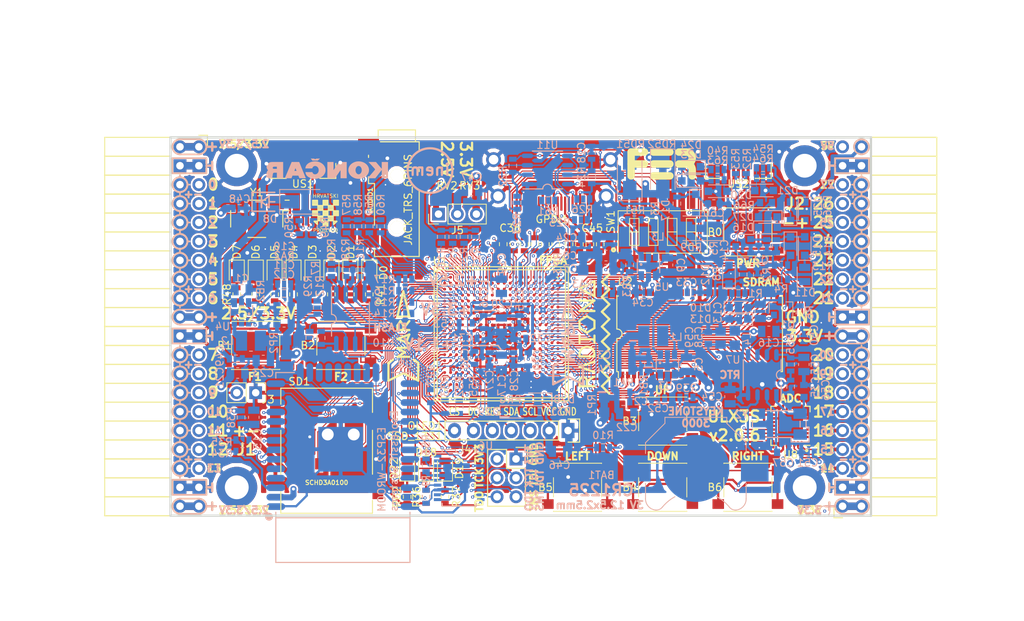
<source format=kicad_pcb>
(kicad_pcb (version 20171130) (host pcbnew 5.0.0-rc3+dfsg1-2)
  (layers (0 F.Cu signal) (1 In1.Cu signal) (2 In2.Cu signal) (31 B.Cu signal) (34 B.Paste user) (35 F.Paste user hide) (36 B.SilkS user) (37 F.SilkS user hide) (38 B.Mask user) (39 F.Mask user hide) (44 Edge.Cuts user))
  (net 0 "")
  (net 1 GND)
  (net 2 +5V)
  (net 3 /gpio/IN5V)
  (net 4 /gpio/OUT5V)
  (net 5 +3V3)
  (net 6 BTN_D)
  (net 7 BTN_F1)
  (net 8 BTN_F2)
  (net 9 BTN_L)
  (net 10 BTN_R)
  (net 11 BTN_U)
  (net 12 /power/FB1)
  (net 13 +2V5)
  (net 14 /power/PWREN)
  (net 15 /power/FB3)
  (net 16 /power/FB2)
  (net 17 /power/VBAT)
  (net 18 JTAG_TDI)
  (net 19 JTAG_TCK)
  (net 20 JTAG_TMS)
  (net 21 JTAG_TDO)
  (net 22 /power/WAKEUPn)
  (net 23 /power/WKUP)
  (net 24 /power/SHUT)
  (net 25 /power/WAKE)
  (net 26 /power/HOLD)
  (net 27 /power/WKn)
  (net 28 /power/OSCI_32k)
  (net 29 /power/OSCO_32k)
  (net 30 SHUTDOWN)
  (net 31 GPDI_SDA)
  (net 32 GPDI_SCL)
  (net 33 /gpdi/VREF2)
  (net 34 SD_CMD)
  (net 35 SD_CLK)
  (net 36 SD_D0)
  (net 37 SD_D1)
  (net 38 USB5V)
  (net 39 GPDI_CEC)
  (net 40 nRESET)
  (net 41 FTDI_nDTR)
  (net 42 SDRAM_CKE)
  (net 43 SDRAM_A7)
  (net 44 SDRAM_D15)
  (net 45 SDRAM_BA1)
  (net 46 SDRAM_D7)
  (net 47 SDRAM_A6)
  (net 48 SDRAM_CLK)
  (net 49 SDRAM_D13)
  (net 50 SDRAM_BA0)
  (net 51 SDRAM_D6)
  (net 52 SDRAM_A5)
  (net 53 SDRAM_D14)
  (net 54 SDRAM_A11)
  (net 55 SDRAM_D12)
  (net 56 SDRAM_D5)
  (net 57 SDRAM_A4)
  (net 58 SDRAM_A10)
  (net 59 SDRAM_D11)
  (net 60 SDRAM_A3)
  (net 61 SDRAM_D4)
  (net 62 SDRAM_D10)
  (net 63 SDRAM_D9)
  (net 64 SDRAM_A9)
  (net 65 SDRAM_D3)
  (net 66 SDRAM_D8)
  (net 67 SDRAM_A8)
  (net 68 SDRAM_A2)
  (net 69 SDRAM_A1)
  (net 70 SDRAM_A0)
  (net 71 SDRAM_D2)
  (net 72 SDRAM_D1)
  (net 73 SDRAM_D0)
  (net 74 SDRAM_DQM0)
  (net 75 SDRAM_nCS)
  (net 76 SDRAM_nRAS)
  (net 77 SDRAM_DQM1)
  (net 78 SDRAM_nCAS)
  (net 79 SDRAM_nWE)
  (net 80 /flash/FLASH_nWP)
  (net 81 /flash/FLASH_nHOLD)
  (net 82 /flash/FLASH_MOSI)
  (net 83 /flash/FLASH_MISO)
  (net 84 /flash/FLASH_SCK)
  (net 85 /flash/FLASH_nCS)
  (net 86 /flash/FPGA_PROGRAMN)
  (net 87 /flash/FPGA_DONE)
  (net 88 /flash/FPGA_INITN)
  (net 89 OLED_RES)
  (net 90 OLED_DC)
  (net 91 OLED_CS)
  (net 92 WIFI_EN)
  (net 93 FTDI_nRTS)
  (net 94 FTDI_TXD)
  (net 95 FTDI_RXD)
  (net 96 WIFI_RXD)
  (net 97 WIFI_GPIO0)
  (net 98 WIFI_TXD)
  (net 99 USB_FTDI_D+)
  (net 100 USB_FTDI_D-)
  (net 101 SD_D3)
  (net 102 AUDIO_L3)
  (net 103 AUDIO_L2)
  (net 104 AUDIO_L1)
  (net 105 AUDIO_L0)
  (net 106 AUDIO_R3)
  (net 107 AUDIO_R2)
  (net 108 AUDIO_R1)
  (net 109 AUDIO_R0)
  (net 110 OLED_CLK)
  (net 111 OLED_MOSI)
  (net 112 LED0)
  (net 113 LED1)
  (net 114 LED2)
  (net 115 LED3)
  (net 116 LED4)
  (net 117 LED5)
  (net 118 LED6)
  (net 119 LED7)
  (net 120 BTN_PWRn)
  (net 121 FTDI_nTXLED)
  (net 122 FTDI_nSLEEP)
  (net 123 /blinkey/LED_PWREN)
  (net 124 /blinkey/LED_TXLED)
  (net 125 /sdcard/SD3V3)
  (net 126 SD_D2)
  (net 127 CLK_25MHz)
  (net 128 /blinkey/BTNPUL)
  (net 129 /blinkey/BTNPUR)
  (net 130 USB_FPGA_D+)
  (net 131 /power/FTDI_nSUSPEND)
  (net 132 /blinkey/ALED0)
  (net 133 /blinkey/ALED1)
  (net 134 /blinkey/ALED2)
  (net 135 /blinkey/ALED3)
  (net 136 /blinkey/ALED4)
  (net 137 /blinkey/ALED5)
  (net 138 /blinkey/ALED6)
  (net 139 /blinkey/ALED7)
  (net 140 /usb/FTD-)
  (net 141 /usb/FTD+)
  (net 142 ADC_MISO)
  (net 143 ADC_MOSI)
  (net 144 ADC_CSn)
  (net 145 ADC_SCLK)
  (net 146 SW3)
  (net 147 SW2)
  (net 148 SW1)
  (net 149 USB_FPGA_D-)
  (net 150 /usb/FPD+)
  (net 151 /usb/FPD-)
  (net 152 WIFI_GPIO16)
  (net 153 /usb/ANT_433MHz)
  (net 154 PROG_DONE)
  (net 155 /power/P3V3)
  (net 156 /power/P2V5)
  (net 157 /power/L1)
  (net 158 /power/L3)
  (net 159 /power/L2)
  (net 160 FTDI_TXDEN)
  (net 161 SDRAM_A12)
  (net 162 /analog/AUDIO_V)
  (net 163 AUDIO_V3)
  (net 164 AUDIO_V2)
  (net 165 AUDIO_V1)
  (net 166 AUDIO_V0)
  (net 167 /blinkey/LED_WIFI)
  (net 168 /power/P1V1)
  (net 169 +1V1)
  (net 170 SW4)
  (net 171 /blinkey/SWPU)
  (net 172 /wifi/WIFIEN)
  (net 173 FT2V5)
  (net 174 GN0)
  (net 175 GP0)
  (net 176 GN1)
  (net 177 GP1)
  (net 178 GN2)
  (net 179 GP2)
  (net 180 GN3)
  (net 181 GP3)
  (net 182 GN4)
  (net 183 GP4)
  (net 184 GN5)
  (net 185 GP5)
  (net 186 GN6)
  (net 187 GP6)
  (net 188 GN14)
  (net 189 GP14)
  (net 190 GN15)
  (net 191 GP15)
  (net 192 GN16)
  (net 193 GP16)
  (net 194 GN17)
  (net 195 GP17)
  (net 196 GN18)
  (net 197 GP18)
  (net 198 GN19)
  (net 199 GP19)
  (net 200 GN20)
  (net 201 GP20)
  (net 202 GN21)
  (net 203 GP21)
  (net 204 GN22)
  (net 205 GP22)
  (net 206 GN23)
  (net 207 GP23)
  (net 208 GN24)
  (net 209 GP24)
  (net 210 GN25)
  (net 211 GP25)
  (net 212 GN26)
  (net 213 GP26)
  (net 214 GN27)
  (net 215 GP27)
  (net 216 GN7)
  (net 217 GP7)
  (net 218 GN8)
  (net 219 GP8)
  (net 220 GN9)
  (net 221 GP9)
  (net 222 GN10)
  (net 223 GP10)
  (net 224 GN11)
  (net 225 GP11)
  (net 226 GN12)
  (net 227 GP12)
  (net 228 GN13)
  (net 229 GP13)
  (net 230 WIFI_GPIO5)
  (net 231 WIFI_GPIO17)
  (net 232 USB_FPGA_PULL_D+)
  (net 233 USB_FPGA_PULL_D-)
  (net 234 "Net-(D23-Pad2)")
  (net 235 "Net-(D24-Pad1)")
  (net 236 "Net-(D25-Pad2)")
  (net 237 "Net-(D26-Pad1)")
  (net 238 /gpdi/GPDI_ETH+)
  (net 239 FPDI_ETH+)
  (net 240 /gpdi/GPDI_ETH-)
  (net 241 FPDI_ETH-)
  (net 242 /gpdi/GPDI_D2-)
  (net 243 FPDI_D2-)
  (net 244 /gpdi/GPDI_D1-)
  (net 245 FPDI_D1-)
  (net 246 /gpdi/GPDI_D0-)
  (net 247 FPDI_D0-)
  (net 248 /gpdi/GPDI_CLK-)
  (net 249 FPDI_CLK-)
  (net 250 /gpdi/GPDI_D2+)
  (net 251 FPDI_D2+)
  (net 252 /gpdi/GPDI_D1+)
  (net 253 FPDI_D1+)
  (net 254 /gpdi/GPDI_D0+)
  (net 255 FPDI_D0+)
  (net 256 /gpdi/GPDI_CLK+)
  (net 257 FPDI_CLK+)
  (net 258 FPDI_SDA)
  (net 259 FPDI_SCL)
  (net 260 /gpdi/FPDI_CEC)
  (net 261 2V5_3V3)
  (net 262 "Net-(AUDIO1-Pad5)")
  (net 263 "Net-(AUDIO1-Pad6)")
  (net 264 "Net-(U1-PadA15)")
  (net 265 "Net-(U1-PadC9)")
  (net 266 "Net-(U1-PadD9)")
  (net 267 "Net-(U1-PadD10)")
  (net 268 "Net-(U1-PadD11)")
  (net 269 "Net-(U1-PadD12)")
  (net 270 "Net-(U1-PadE6)")
  (net 271 "Net-(U1-PadE9)")
  (net 272 "Net-(U1-PadE10)")
  (net 273 "Net-(U1-PadE11)")
  (net 274 "Net-(U1-PadJ4)")
  (net 275 "Net-(U1-PadJ5)")
  (net 276 "Net-(U1-PadK5)")
  (net 277 "Net-(U1-PadL5)")
  (net 278 "Net-(U1-PadM5)")
  (net 279 SD_CD)
  (net 280 SD_WP)
  (net 281 "Net-(U1-PadR3)")
  (net 282 "Net-(U1-PadT16)")
  (net 283 "Net-(U1-PadW4)")
  (net 284 "Net-(U1-PadW5)")
  (net 285 "Net-(U1-PadW8)")
  (net 286 "Net-(U1-PadW9)")
  (net 287 "Net-(U1-PadW13)")
  (net 288 "Net-(U1-PadW14)")
  (net 289 "Net-(U1-PadW17)")
  (net 290 "Net-(U1-PadW18)")
  (net 291 FTDI_nRXLED)
  (net 292 "Net-(U8-Pad12)")
  (net 293 "Net-(U8-Pad25)")
  (net 294 "Net-(U9-Pad32)")
  (net 295 "Net-(U9-Pad22)")
  (net 296 "Net-(U9-Pad21)")
  (net 297 "Net-(U9-Pad20)")
  (net 298 "Net-(U9-Pad19)")
  (net 299 "Net-(U9-Pad18)")
  (net 300 "Net-(U9-Pad17)")
  (net 301 "Net-(U9-Pad12)")
  (net 302 "Net-(U9-Pad5)")
  (net 303 "Net-(U9-Pad4)")
  (net 304 "Net-(US1-Pad4)")
  (net 305 "Net-(Y2-Pad3)")
  (net 306 "Net-(Y2-Pad2)")
  (net 307 "Net-(U1-PadK16)")
  (net 308 "Net-(U1-PadK17)")
  (net 309 /usb/US2VBUS)
  (net 310 /power/SHD)
  (net 311 /power/RTCVDD)
  (net 312 "Net-(D27-Pad2)")
  (net 313 US2_ID)
  (net 314 /analog/AUDIO_L)
  (net 315 /analog/AUDIO_R)
  (net 316 /analog/ADC3V3)
  (net 317 PWRBTn)
  (net 318 USER_PROGRAMN)
  (module lfe5bg381:BGA-381_pitch0.8mm_dia0.4mm (layer F.Cu) (at 138.48 87.8)
    (fp_text reference U1 (at -8.2 -9.8) (layer F.SilkS))
    (fp_text value LFE5U-85F-6BG381C)
    (pad Y19 smd circle (at 6.8 7.6) (size 0.4 0.35) (layers F.Cu F.Paste F.Mask) (net 1 GND))
    (pad Y17 smd circle (at 5.2 7.6) (size 0.4 0.35) (layers F.Cu F.Paste F.Mask) (net 1 GND))
    (pad Y16 smd circle (at 4.4 7.6) (size 0.4 0.35) (layers F.Cu F.Paste F.Mask) (net 1 GND))
    (pad Y15 smd circle (at 3.6 7.6) (size 0.4 0.35) (layers F.Cu F.Paste F.Mask) (net 1 GND))
    (pad Y14 smd circle (at 2.8 7.6) (size 0.4 0.35) (layers F.Cu F.Paste F.Mask) (net 1 GND))
    (pad Y12 smd circle (at 1.2 7.6) (size 0.4 0.35) (layers F.Cu F.Paste F.Mask) (net 1 GND))
    (pad Y11 smd circle (at 0.4 7.6) (size 0.4 0.35) (layers F.Cu F.Paste F.Mask) (net 1 GND))
    (pad Y8 smd circle (at -2 7.6) (size 0.4 0.35) (layers F.Cu F.Paste F.Mask) (net 1 GND))
    (pad Y7 smd circle (at -2.8 7.6) (size 0.4 0.35) (layers F.Cu F.Paste F.Mask) (net 1 GND))
    (pad Y6 smd circle (at -3.6 7.6) (size 0.4 0.35) (layers F.Cu F.Paste F.Mask) (net 1 GND))
    (pad Y5 smd circle (at -4.4 7.6) (size 0.4 0.35) (layers F.Cu F.Paste F.Mask) (net 1 GND))
    (pad Y3 smd circle (at -6 7.6) (size 0.4 0.35) (layers F.Cu F.Paste F.Mask) (net 87 /flash/FPGA_DONE))
    (pad Y2 smd circle (at -6.8 7.6) (size 0.4 0.35) (layers F.Cu F.Paste F.Mask) (net 80 /flash/FLASH_nWP))
    (pad W20 smd circle (at 7.6 6.8) (size 0.4 0.35) (layers F.Cu F.Paste F.Mask) (net 1 GND))
    (pad W19 smd circle (at 6.8 6.8) (size 0.4 0.35) (layers F.Cu F.Paste F.Mask) (net 1 GND))
    (pad W18 smd circle (at 6 6.8) (size 0.4 0.35) (layers F.Cu F.Paste F.Mask) (net 290 "Net-(U1-PadW18)"))
    (pad W17 smd circle (at 5.2 6.8) (size 0.4 0.35) (layers F.Cu F.Paste F.Mask) (net 289 "Net-(U1-PadW17)"))
    (pad W16 smd circle (at 4.4 6.8) (size 0.4 0.35) (layers F.Cu F.Paste F.Mask) (net 1 GND))
    (pad W15 smd circle (at 3.6 6.8) (size 0.4 0.35) (layers F.Cu F.Paste F.Mask) (net 1 GND))
    (pad W14 smd circle (at 2.8 6.8) (size 0.4 0.35) (layers F.Cu F.Paste F.Mask) (net 288 "Net-(U1-PadW14)"))
    (pad W13 smd circle (at 2 6.8) (size 0.4 0.35) (layers F.Cu F.Paste F.Mask) (net 287 "Net-(U1-PadW13)"))
    (pad W12 smd circle (at 1.2 6.8) (size 0.4 0.35) (layers F.Cu F.Paste F.Mask) (net 1 GND))
    (pad W11 smd circle (at 0.4 6.8) (size 0.4 0.35) (layers F.Cu F.Paste F.Mask))
    (pad W10 smd circle (at -0.4 6.8) (size 0.4 0.35) (layers F.Cu F.Paste F.Mask))
    (pad W9 smd circle (at -1.2 6.8) (size 0.4 0.35) (layers F.Cu F.Paste F.Mask) (net 286 "Net-(U1-PadW9)"))
    (pad W8 smd circle (at -2 6.8) (size 0.4 0.35) (layers F.Cu F.Paste F.Mask) (net 285 "Net-(U1-PadW8)"))
    (pad W7 smd circle (at -2.8 6.8) (size 0.4 0.35) (layers F.Cu F.Paste F.Mask) (net 1 GND))
    (pad W6 smd circle (at -3.6 6.8) (size 0.4 0.35) (layers F.Cu F.Paste F.Mask) (net 1 GND))
    (pad W5 smd circle (at -4.4 6.8) (size 0.4 0.35) (layers F.Cu F.Paste F.Mask) (net 284 "Net-(U1-PadW5)"))
    (pad W4 smd circle (at -5.2 6.8) (size 0.4 0.35) (layers F.Cu F.Paste F.Mask) (net 283 "Net-(U1-PadW4)"))
    (pad W3 smd circle (at -6 6.8) (size 0.4 0.35) (layers F.Cu F.Paste F.Mask) (net 86 /flash/FPGA_PROGRAMN))
    (pad W2 smd circle (at -6.8 6.8) (size 0.4 0.35) (layers F.Cu F.Paste F.Mask) (net 82 /flash/FLASH_MOSI))
    (pad W1 smd circle (at -7.6 6.8) (size 0.4 0.35) (layers F.Cu F.Paste F.Mask) (net 81 /flash/FLASH_nHOLD))
    (pad V20 smd circle (at 7.6 6) (size 0.4 0.35) (layers F.Cu F.Paste F.Mask) (net 1 GND))
    (pad V19 smd circle (at 6.8 6) (size 0.4 0.35) (layers F.Cu F.Paste F.Mask) (net 1 GND))
    (pad V18 smd circle (at 6 6) (size 0.4 0.35) (layers F.Cu F.Paste F.Mask) (net 1 GND))
    (pad V17 smd circle (at 5.2 6) (size 0.4 0.35) (layers F.Cu F.Paste F.Mask) (net 1 GND))
    (pad V16 smd circle (at 4.4 6) (size 0.4 0.35) (layers F.Cu F.Paste F.Mask) (net 1 GND))
    (pad V15 smd circle (at 3.6 6) (size 0.4 0.35) (layers F.Cu F.Paste F.Mask) (net 1 GND))
    (pad V14 smd circle (at 2.8 6) (size 0.4 0.35) (layers F.Cu F.Paste F.Mask) (net 1 GND))
    (pad V13 smd circle (at 2 6) (size 0.4 0.35) (layers F.Cu F.Paste F.Mask) (net 1 GND))
    (pad V12 smd circle (at 1.2 6) (size 0.4 0.35) (layers F.Cu F.Paste F.Mask) (net 1 GND))
    (pad V11 smd circle (at 0.4 6) (size 0.4 0.35) (layers F.Cu F.Paste F.Mask) (net 1 GND))
    (pad V10 smd circle (at -0.4 6) (size 0.4 0.35) (layers F.Cu F.Paste F.Mask) (net 1 GND))
    (pad V9 smd circle (at -1.2 6) (size 0.4 0.35) (layers F.Cu F.Paste F.Mask) (net 1 GND))
    (pad V8 smd circle (at -2 6) (size 0.4 0.35) (layers F.Cu F.Paste F.Mask) (net 1 GND))
    (pad V7 smd circle (at -2.8 6) (size 0.4 0.35) (layers F.Cu F.Paste F.Mask) (net 1 GND))
    (pad V6 smd circle (at -3.6 6) (size 0.4 0.35) (layers F.Cu F.Paste F.Mask) (net 1 GND))
    (pad V5 smd circle (at -4.4 6) (size 0.4 0.35) (layers F.Cu F.Paste F.Mask) (net 1 GND))
    (pad V4 smd circle (at -5.2 6) (size 0.4 0.35) (layers F.Cu F.Paste F.Mask) (net 21 JTAG_TDO))
    (pad V3 smd circle (at -6 6) (size 0.4 0.35) (layers F.Cu F.Paste F.Mask) (net 88 /flash/FPGA_INITN))
    (pad V2 smd circle (at -6.8 6) (size 0.4 0.35) (layers F.Cu F.Paste F.Mask) (net 83 /flash/FLASH_MISO))
    (pad V1 smd circle (at -7.6 6) (size 0.4 0.35) (layers F.Cu F.Paste F.Mask) (net 6 BTN_D))
    (pad U20 smd circle (at 7.6 5.2) (size 0.4 0.35) (layers F.Cu F.Paste F.Mask) (net 46 SDRAM_D7))
    (pad U19 smd circle (at 6.8 5.2) (size 0.4 0.35) (layers F.Cu F.Paste F.Mask) (net 74 SDRAM_DQM0))
    (pad U18 smd circle (at 6 5.2) (size 0.4 0.35) (layers F.Cu F.Paste F.Mask) (net 189 GP14))
    (pad U17 smd circle (at 5.2 5.2) (size 0.4 0.35) (layers F.Cu F.Paste F.Mask) (net 188 GN14))
    (pad U16 smd circle (at 4.4 5.2) (size 0.4 0.35) (layers F.Cu F.Paste F.Mask) (net 142 ADC_MISO))
    (pad U15 smd circle (at 3.6 5.2) (size 0.4 0.35) (layers F.Cu F.Paste F.Mask) (net 1 GND))
    (pad U14 smd circle (at 2.8 5.2) (size 0.4 0.35) (layers F.Cu F.Paste F.Mask) (net 1 GND))
    (pad U13 smd circle (at 2 5.2) (size 0.4 0.35) (layers F.Cu F.Paste F.Mask) (net 1 GND))
    (pad U12 smd circle (at 1.2 5.2) (size 0.4 0.35) (layers F.Cu F.Paste F.Mask) (net 1 GND))
    (pad U11 smd circle (at 0.4 5.2) (size 0.4 0.35) (layers F.Cu F.Paste F.Mask) (net 1 GND))
    (pad U10 smd circle (at -0.4 5.2) (size 0.4 0.35) (layers F.Cu F.Paste F.Mask) (net 1 GND))
    (pad U9 smd circle (at -1.2 5.2) (size 0.4 0.35) (layers F.Cu F.Paste F.Mask) (net 1 GND))
    (pad U8 smd circle (at -2 5.2) (size 0.4 0.35) (layers F.Cu F.Paste F.Mask) (net 1 GND))
    (pad U7 smd circle (at -2.8 5.2) (size 0.4 0.35) (layers F.Cu F.Paste F.Mask) (net 1 GND))
    (pad U6 smd circle (at -3.6 5.2) (size 0.4 0.35) (layers F.Cu F.Paste F.Mask) (net 1 GND))
    (pad U5 smd circle (at -4.4 5.2) (size 0.4 0.35) (layers F.Cu F.Paste F.Mask) (net 20 JTAG_TMS))
    (pad U4 smd circle (at -5.2 5.2) (size 0.4 0.35) (layers F.Cu F.Paste F.Mask) (net 1 GND))
    (pad U3 smd circle (at -6 5.2) (size 0.4 0.35) (layers F.Cu F.Paste F.Mask) (net 84 /flash/FLASH_SCK))
    (pad U2 smd circle (at -6.8 5.2) (size 0.4 0.35) (layers F.Cu F.Paste F.Mask) (net 5 +3V3))
    (pad U1 smd circle (at -7.6 5.2) (size 0.4 0.35) (layers F.Cu F.Paste F.Mask) (net 9 BTN_L))
    (pad T20 smd circle (at 7.6 4.4) (size 0.4 0.35) (layers F.Cu F.Paste F.Mask) (net 79 SDRAM_nWE))
    (pad T19 smd circle (at 6.8 4.4) (size 0.4 0.35) (layers F.Cu F.Paste F.Mask) (net 78 SDRAM_nCAS))
    (pad T18 smd circle (at 6 4.4) (size 0.4 0.35) (layers F.Cu F.Paste F.Mask) (net 56 SDRAM_D5))
    (pad T17 smd circle (at 5.2 4.4) (size 0.4 0.35) (layers F.Cu F.Paste F.Mask) (net 51 SDRAM_D6))
    (pad T16 smd circle (at 4.4 4.4) (size 0.4 0.35) (layers F.Cu F.Paste F.Mask) (net 282 "Net-(U1-PadT16)"))
    (pad T15 smd circle (at 3.6 4.4) (size 0.4 0.35) (layers F.Cu F.Paste F.Mask) (net 1 GND))
    (pad T14 smd circle (at 2.8 4.4) (size 0.4 0.35) (layers F.Cu F.Paste F.Mask) (net 1 GND))
    (pad T13 smd circle (at 2 4.4) (size 0.4 0.35) (layers F.Cu F.Paste F.Mask) (net 1 GND))
    (pad T12 smd circle (at 1.2 4.4) (size 0.4 0.35) (layers F.Cu F.Paste F.Mask) (net 1 GND))
    (pad T11 smd circle (at 0.4 4.4) (size 0.4 0.35) (layers F.Cu F.Paste F.Mask) (net 1 GND))
    (pad T10 smd circle (at -0.4 4.4) (size 0.4 0.35) (layers F.Cu F.Paste F.Mask) (net 1 GND))
    (pad T9 smd circle (at -1.2 4.4) (size 0.4 0.35) (layers F.Cu F.Paste F.Mask) (net 1 GND))
    (pad T8 smd circle (at -2 4.4) (size 0.4 0.35) (layers F.Cu F.Paste F.Mask) (net 1 GND))
    (pad T7 smd circle (at -2.8 4.4) (size 0.4 0.35) (layers F.Cu F.Paste F.Mask) (net 1 GND))
    (pad T6 smd circle (at -3.6 4.4) (size 0.4 0.35) (layers F.Cu F.Paste F.Mask) (net 1 GND))
    (pad T5 smd circle (at -4.4 4.4) (size 0.4 0.35) (layers F.Cu F.Paste F.Mask) (net 19 JTAG_TCK))
    (pad T4 smd circle (at -5.2 4.4) (size 0.4 0.35) (layers F.Cu F.Paste F.Mask) (net 5 +3V3))
    (pad T3 smd circle (at -6 4.4) (size 0.4 0.35) (layers F.Cu F.Paste F.Mask) (net 5 +3V3))
    (pad T2 smd circle (at -6.8 4.4) (size 0.4 0.35) (layers F.Cu F.Paste F.Mask) (net 5 +3V3))
    (pad T1 smd circle (at -7.6 4.4) (size 0.4 0.35) (layers F.Cu F.Paste F.Mask) (net 8 BTN_F2))
    (pad R20 smd circle (at 7.6 3.6) (size 0.4 0.35) (layers F.Cu F.Paste F.Mask) (net 76 SDRAM_nRAS))
    (pad R19 smd circle (at 6.8 3.6) (size 0.4 0.35) (layers F.Cu F.Paste F.Mask) (net 1 GND))
    (pad R18 smd circle (at 6 3.6) (size 0.4 0.35) (layers F.Cu F.Paste F.Mask) (net 11 BTN_U))
    (pad R17 smd circle (at 5.2 3.6) (size 0.4 0.35) (layers F.Cu F.Paste F.Mask) (net 144 ADC_CSn))
    (pad R16 smd circle (at 4.4 3.6) (size 0.4 0.35) (layers F.Cu F.Paste F.Mask) (net 143 ADC_MOSI))
    (pad R5 smd circle (at -4.4 3.6) (size 0.4 0.35) (layers F.Cu F.Paste F.Mask) (net 18 JTAG_TDI))
    (pad R4 smd circle (at -5.2 3.6) (size 0.4 0.35) (layers F.Cu F.Paste F.Mask) (net 1 GND))
    (pad R3 smd circle (at -6 3.6) (size 0.4 0.35) (layers F.Cu F.Paste F.Mask) (net 281 "Net-(U1-PadR3)"))
    (pad R2 smd circle (at -6.8 3.6) (size 0.4 0.35) (layers F.Cu F.Paste F.Mask) (net 85 /flash/FLASH_nCS))
    (pad R1 smd circle (at -7.6 3.6) (size 0.4 0.35) (layers F.Cu F.Paste F.Mask) (net 7 BTN_F1))
    (pad P20 smd circle (at 7.6 2.8) (size 0.4 0.35) (layers F.Cu F.Paste F.Mask) (net 75 SDRAM_nCS))
    (pad P19 smd circle (at 6.8 2.8) (size 0.4 0.35) (layers F.Cu F.Paste F.Mask) (net 50 SDRAM_BA0))
    (pad P18 smd circle (at 6 2.8) (size 0.4 0.35) (layers F.Cu F.Paste F.Mask) (net 61 SDRAM_D4))
    (pad P17 smd circle (at 5.2 2.8) (size 0.4 0.35) (layers F.Cu F.Paste F.Mask) (net 145 ADC_SCLK))
    (pad P16 smd circle (at 4.4 2.8) (size 0.4 0.35) (layers F.Cu F.Paste F.Mask) (net 190 GN15))
    (pad P15 smd circle (at 3.6 2.8) (size 0.4 0.35) (layers F.Cu F.Paste F.Mask) (net 13 +2V5))
    (pad P14 smd circle (at 2.8 2.8) (size 0.4 0.35) (layers F.Cu F.Paste F.Mask) (net 1 GND))
    (pad P13 smd circle (at 2 2.8) (size 0.4 0.35) (layers F.Cu F.Paste F.Mask) (net 1 GND))
    (pad P12 smd circle (at 1.2 2.8) (size 0.4 0.35) (layers F.Cu F.Paste F.Mask) (net 1 GND))
    (pad P11 smd circle (at 0.4 2.8) (size 0.4 0.35) (layers F.Cu F.Paste F.Mask) (net 1 GND))
    (pad P10 smd circle (at -0.4 2.8) (size 0.4 0.35) (layers F.Cu F.Paste F.Mask) (net 5 +3V3))
    (pad P9 smd circle (at -1.2 2.8) (size 0.4 0.35) (layers F.Cu F.Paste F.Mask) (net 5 +3V3))
    (pad P8 smd circle (at -2 2.8) (size 0.4 0.35) (layers F.Cu F.Paste F.Mask) (net 1 GND))
    (pad P7 smd circle (at -2.8 2.8) (size 0.4 0.35) (layers F.Cu F.Paste F.Mask) (net 1 GND))
    (pad P6 smd circle (at -3.6 2.8) (size 0.4 0.35) (layers F.Cu F.Paste F.Mask) (net 13 +2V5))
    (pad P5 smd circle (at -4.4 2.8) (size 0.4 0.35) (layers F.Cu F.Paste F.Mask) (net 280 SD_WP))
    (pad P4 smd circle (at -5.2 2.8) (size 0.4 0.35) (layers F.Cu F.Paste F.Mask) (net 110 OLED_CLK))
    (pad P3 smd circle (at -6 2.8) (size 0.4 0.35) (layers F.Cu F.Paste F.Mask) (net 111 OLED_MOSI))
    (pad P2 smd circle (at -6.8 2.8) (size 0.4 0.35) (layers F.Cu F.Paste F.Mask) (net 89 OLED_RES))
    (pad P1 smd circle (at -7.6 2.8) (size 0.4 0.35) (layers F.Cu F.Paste F.Mask) (net 90 OLED_DC))
    (pad N20 smd circle (at 7.6 2) (size 0.4 0.35) (layers F.Cu F.Paste F.Mask) (net 45 SDRAM_BA1))
    (pad N19 smd circle (at 6.8 2) (size 0.4 0.35) (layers F.Cu F.Paste F.Mask) (net 58 SDRAM_A10))
    (pad N18 smd circle (at 6 2) (size 0.4 0.35) (layers F.Cu F.Paste F.Mask) (net 65 SDRAM_D3))
    (pad N17 smd circle (at 5.2 2) (size 0.4 0.35) (layers F.Cu F.Paste F.Mask) (net 191 GP15))
    (pad N16 smd circle (at 4.4 2) (size 0.4 0.35) (layers F.Cu F.Paste F.Mask) (net 193 GP16))
    (pad N15 smd circle (at 3.6 2) (size 0.4 0.35) (layers F.Cu F.Paste F.Mask) (net 1 GND))
    (pad N14 smd circle (at 2.8 2) (size 0.4 0.35) (layers F.Cu F.Paste F.Mask) (net 1 GND))
    (pad N13 smd circle (at 2 2) (size 0.4 0.35) (layers F.Cu F.Paste F.Mask) (net 169 +1V1))
    (pad N12 smd circle (at 1.2 2) (size 0.4 0.35) (layers F.Cu F.Paste F.Mask) (net 169 +1V1))
    (pad N11 smd circle (at 0.4 2) (size 0.4 0.35) (layers F.Cu F.Paste F.Mask) (net 169 +1V1))
    (pad N10 smd circle (at -0.4 2) (size 0.4 0.35) (layers F.Cu F.Paste F.Mask) (net 169 +1V1))
    (pad N9 smd circle (at -1.2 2) (size 0.4 0.35) (layers F.Cu F.Paste F.Mask) (net 169 +1V1))
    (pad N8 smd circle (at -2 2) (size 0.4 0.35) (layers F.Cu F.Paste F.Mask) (net 169 +1V1))
    (pad N7 smd circle (at -2.8 2) (size 0.4 0.35) (layers F.Cu F.Paste F.Mask) (net 1 GND))
    (pad N6 smd circle (at -3.6 2) (size 0.4 0.35) (layers F.Cu F.Paste F.Mask) (net 1 GND))
    (pad N5 smd circle (at -4.4 2) (size 0.4 0.35) (layers F.Cu F.Paste F.Mask) (net 279 SD_CD))
    (pad N4 smd circle (at -5.2 2) (size 0.4 0.35) (layers F.Cu F.Paste F.Mask) (net 230 WIFI_GPIO5))
    (pad N3 smd circle (at -6 2) (size 0.4 0.35) (layers F.Cu F.Paste F.Mask) (net 231 WIFI_GPIO17))
    (pad N2 smd circle (at -6.8 2) (size 0.4 0.35) (layers F.Cu F.Paste F.Mask) (net 91 OLED_CS))
    (pad N1 smd circle (at -7.6 2) (size 0.4 0.35) (layers F.Cu F.Paste F.Mask) (net 41 FTDI_nDTR))
    (pad M20 smd circle (at 7.6 1.2) (size 0.4 0.35) (layers F.Cu F.Paste F.Mask) (net 70 SDRAM_A0))
    (pad M19 smd circle (at 6.8 1.2) (size 0.4 0.35) (layers F.Cu F.Paste F.Mask) (net 69 SDRAM_A1))
    (pad M18 smd circle (at 6 1.2) (size 0.4 0.35) (layers F.Cu F.Paste F.Mask) (net 71 SDRAM_D2))
    (pad M17 smd circle (at 5.2 1.2) (size 0.4 0.35) (layers F.Cu F.Paste F.Mask) (net 192 GN16))
    (pad M16 smd circle (at 4.4 1.2) (size 0.4 0.35) (layers F.Cu F.Paste F.Mask) (net 1 GND))
    (pad M15 smd circle (at 3.6 1.2) (size 0.4 0.35) (layers F.Cu F.Paste F.Mask) (net 5 +3V3))
    (pad M14 smd circle (at 2.8 1.2) (size 0.4 0.35) (layers F.Cu F.Paste F.Mask) (net 1 GND))
    (pad M13 smd circle (at 2 1.2) (size 0.4 0.35) (layers F.Cu F.Paste F.Mask) (net 169 +1V1))
    (pad M12 smd circle (at 1.2 1.2) (size 0.4 0.35) (layers F.Cu F.Paste F.Mask) (net 1 GND))
    (pad M11 smd circle (at 0.4 1.2) (size 0.4 0.35) (layers F.Cu F.Paste F.Mask) (net 1 GND))
    (pad M10 smd circle (at -0.4 1.2) (size 0.4 0.35) (layers F.Cu F.Paste F.Mask) (net 1 GND))
    (pad M9 smd circle (at -1.2 1.2) (size 0.4 0.35) (layers F.Cu F.Paste F.Mask) (net 1 GND))
    (pad M8 smd circle (at -2 1.2) (size 0.4 0.35) (layers F.Cu F.Paste F.Mask) (net 169 +1V1))
    (pad M7 smd circle (at -2.8 1.2) (size 0.4 0.35) (layers F.Cu F.Paste F.Mask) (net 1 GND))
    (pad M6 smd circle (at -3.6 1.2) (size 0.4 0.35) (layers F.Cu F.Paste F.Mask) (net 5 +3V3))
    (pad M5 smd circle (at -4.4 1.2) (size 0.4 0.35) (layers F.Cu F.Paste F.Mask) (net 278 "Net-(U1-PadM5)"))
    (pad M4 smd circle (at -5.2 1.2) (size 0.4 0.35) (layers F.Cu F.Paste F.Mask) (net 318 USER_PROGRAMN))
    (pad M3 smd circle (at -6 1.2) (size 0.4 0.35) (layers F.Cu F.Paste F.Mask) (net 93 FTDI_nRTS))
    (pad M2 smd circle (at -6.8 1.2) (size 0.4 0.35) (layers F.Cu F.Paste F.Mask) (net 1 GND))
    (pad M1 smd circle (at -7.6 1.2) (size 0.4 0.35) (layers F.Cu F.Paste F.Mask) (net 94 FTDI_TXD))
    (pad L20 smd circle (at 7.6 0.4) (size 0.4 0.35) (layers F.Cu F.Paste F.Mask) (net 68 SDRAM_A2))
    (pad L19 smd circle (at 6.8 0.4) (size 0.4 0.35) (layers F.Cu F.Paste F.Mask) (net 60 SDRAM_A3))
    (pad L18 smd circle (at 6 0.4) (size 0.4 0.35) (layers F.Cu F.Paste F.Mask) (net 72 SDRAM_D1))
    (pad L17 smd circle (at 5.2 0.4) (size 0.4 0.35) (layers F.Cu F.Paste F.Mask) (net 194 GN17))
    (pad L16 smd circle (at 4.4 0.4) (size 0.4 0.35) (layers F.Cu F.Paste F.Mask) (net 195 GP17))
    (pad L15 smd circle (at 3.6 0.4) (size 0.4 0.35) (layers F.Cu F.Paste F.Mask) (net 5 +3V3))
    (pad L14 smd circle (at 2.8 0.4) (size 0.4 0.35) (layers F.Cu F.Paste F.Mask) (net 5 +3V3))
    (pad L13 smd circle (at 2 0.4) (size 0.4 0.35) (layers F.Cu F.Paste F.Mask) (net 169 +1V1))
    (pad L12 smd circle (at 1.2 0.4) (size 0.4 0.35) (layers F.Cu F.Paste F.Mask) (net 1 GND))
    (pad L11 smd circle (at 0.4 0.4) (size 0.4 0.35) (layers F.Cu F.Paste F.Mask) (net 1 GND))
    (pad L10 smd circle (at -0.4 0.4) (size 0.4 0.35) (layers F.Cu F.Paste F.Mask) (net 1 GND))
    (pad L9 smd circle (at -1.2 0.4) (size 0.4 0.35) (layers F.Cu F.Paste F.Mask) (net 1 GND))
    (pad L8 smd circle (at -2 0.4) (size 0.4 0.35) (layers F.Cu F.Paste F.Mask) (net 169 +1V1))
    (pad L7 smd circle (at -2.8 0.4) (size 0.4 0.35) (layers F.Cu F.Paste F.Mask) (net 5 +3V3))
    (pad L6 smd circle (at -3.6 0.4) (size 0.4 0.35) (layers F.Cu F.Paste F.Mask) (net 5 +3V3))
    (pad L5 smd circle (at -4.4 0.4) (size 0.4 0.35) (layers F.Cu F.Paste F.Mask) (net 277 "Net-(U1-PadL5)"))
    (pad L4 smd circle (at -5.2 0.4) (size 0.4 0.35) (layers F.Cu F.Paste F.Mask) (net 95 FTDI_RXD))
    (pad L3 smd circle (at -6 0.4) (size 0.4 0.35) (layers F.Cu F.Paste F.Mask) (net 160 FTDI_TXDEN))
    (pad L2 smd circle (at -6.8 0.4) (size 0.4 0.35) (layers F.Cu F.Paste F.Mask) (net 97 WIFI_GPIO0))
    (pad L1 smd circle (at -7.6 0.4) (size 0.4 0.35) (layers F.Cu F.Paste F.Mask) (net 152 WIFI_GPIO16))
    (pad K20 smd circle (at 7.6 -0.4) (size 0.4 0.35) (layers F.Cu F.Paste F.Mask) (net 57 SDRAM_A4))
    (pad K19 smd circle (at 6.8 -0.4) (size 0.4 0.35) (layers F.Cu F.Paste F.Mask) (net 52 SDRAM_A5))
    (pad K18 smd circle (at 6 -0.4) (size 0.4 0.35) (layers F.Cu F.Paste F.Mask) (net 47 SDRAM_A6))
    (pad K17 smd circle (at 5.2 -0.4) (size 0.4 0.35) (layers F.Cu F.Paste F.Mask) (net 308 "Net-(U1-PadK17)"))
    (pad K16 smd circle (at 4.4 -0.4) (size 0.4 0.35) (layers F.Cu F.Paste F.Mask) (net 307 "Net-(U1-PadK16)"))
    (pad K15 smd circle (at 3.6 -0.4) (size 0.4 0.35) (layers F.Cu F.Paste F.Mask) (net 1 GND))
    (pad K14 smd circle (at 2.8 -0.4) (size 0.4 0.35) (layers F.Cu F.Paste F.Mask) (net 1 GND))
    (pad K13 smd circle (at 2 -0.4) (size 0.4 0.35) (layers F.Cu F.Paste F.Mask) (net 169 +1V1))
    (pad K12 smd circle (at 1.2 -0.4) (size 0.4 0.35) (layers F.Cu F.Paste F.Mask) (net 1 GND))
    (pad K11 smd circle (at 0.4 -0.4) (size 0.4 0.35) (layers F.Cu F.Paste F.Mask) (net 1 GND))
    (pad K10 smd circle (at -0.4 -0.4) (size 0.4 0.35) (layers F.Cu F.Paste F.Mask) (net 1 GND))
    (pad K9 smd circle (at -1.2 -0.4) (size 0.4 0.35) (layers F.Cu F.Paste F.Mask) (net 1 GND))
    (pad K8 smd circle (at -2 -0.4) (size 0.4 0.35) (layers F.Cu F.Paste F.Mask) (net 169 +1V1))
    (pad K7 smd circle (at -2.8 -0.4) (size 0.4 0.35) (layers F.Cu F.Paste F.Mask) (net 1 GND))
    (pad K6 smd circle (at -3.6 -0.4) (size 0.4 0.35) (layers F.Cu F.Paste F.Mask) (net 1 GND))
    (pad K5 smd circle (at -4.4 -0.4) (size 0.4 0.35) (layers F.Cu F.Paste F.Mask) (net 276 "Net-(U1-PadK5)"))
    (pad K4 smd circle (at -5.2 -0.4) (size 0.4 0.35) (layers F.Cu F.Paste F.Mask) (net 98 WIFI_TXD))
    (pad K3 smd circle (at -6 -0.4) (size 0.4 0.35) (layers F.Cu F.Paste F.Mask) (net 96 WIFI_RXD))
    (pad K2 smd circle (at -6.8 -0.4) (size 0.4 0.35) (layers F.Cu F.Paste F.Mask) (net 101 SD_D3))
    (pad K1 smd circle (at -7.6 -0.4) (size 0.4 0.35) (layers F.Cu F.Paste F.Mask) (net 126 SD_D2))
    (pad J20 smd circle (at 7.6 -1.2) (size 0.4 0.35) (layers F.Cu F.Paste F.Mask) (net 43 SDRAM_A7))
    (pad J19 smd circle (at 6.8 -1.2) (size 0.4 0.35) (layers F.Cu F.Paste F.Mask) (net 67 SDRAM_A8))
    (pad J18 smd circle (at 6 -1.2) (size 0.4 0.35) (layers F.Cu F.Paste F.Mask) (net 53 SDRAM_D14))
    (pad J17 smd circle (at 5.2 -1.2) (size 0.4 0.35) (layers F.Cu F.Paste F.Mask) (net 44 SDRAM_D15))
    (pad J16 smd circle (at 4.4 -1.2) (size 0.4 0.35) (layers F.Cu F.Paste F.Mask) (net 73 SDRAM_D0))
    (pad J15 smd circle (at 3.6 -1.2) (size 0.4 0.35) (layers F.Cu F.Paste F.Mask) (net 5 +3V3))
    (pad J14 smd circle (at 2.8 -1.2) (size 0.4 0.35) (layers F.Cu F.Paste F.Mask) (net 1 GND))
    (pad J13 smd circle (at 2 -1.2) (size 0.4 0.35) (layers F.Cu F.Paste F.Mask) (net 169 +1V1))
    (pad J12 smd circle (at 1.2 -1.2) (size 0.4 0.35) (layers F.Cu F.Paste F.Mask) (net 1 GND))
    (pad J11 smd circle (at 0.4 -1.2) (size 0.4 0.35) (layers F.Cu F.Paste F.Mask) (net 1 GND))
    (pad J10 smd circle (at -0.4 -1.2) (size 0.4 0.35) (layers F.Cu F.Paste F.Mask) (net 1 GND))
    (pad J9 smd circle (at -1.2 -1.2) (size 0.4 0.35) (layers F.Cu F.Paste F.Mask) (net 1 GND))
    (pad J8 smd circle (at -2 -1.2) (size 0.4 0.35) (layers F.Cu F.Paste F.Mask) (net 169 +1V1))
    (pad J7 smd circle (at -2.8 -1.2) (size 0.4 0.35) (layers F.Cu F.Paste F.Mask) (net 1 GND))
    (pad J6 smd circle (at -3.6 -1.2) (size 0.4 0.35) (layers F.Cu F.Paste F.Mask) (net 261 2V5_3V3))
    (pad J5 smd circle (at -4.4 -1.2) (size 0.4 0.35) (layers F.Cu F.Paste F.Mask) (net 275 "Net-(U1-PadJ5)"))
    (pad J4 smd circle (at -5.2 -1.2) (size 0.4 0.35) (layers F.Cu F.Paste F.Mask) (net 274 "Net-(U1-PadJ4)"))
    (pad J3 smd circle (at -6 -1.2) (size 0.4 0.35) (layers F.Cu F.Paste F.Mask) (net 36 SD_D0))
    (pad J2 smd circle (at -6.8 -1.2) (size 0.4 0.35) (layers F.Cu F.Paste F.Mask) (net 1 GND))
    (pad J1 smd circle (at -7.6 -1.2) (size 0.4 0.35) (layers F.Cu F.Paste F.Mask) (net 34 SD_CMD))
    (pad H20 smd circle (at 7.6 -2) (size 0.4 0.35) (layers F.Cu F.Paste F.Mask) (net 64 SDRAM_A9))
    (pad H19 smd circle (at 6.8 -2) (size 0.4 0.35) (layers F.Cu F.Paste F.Mask) (net 1 GND))
    (pad H18 smd circle (at 6 -2) (size 0.4 0.35) (layers F.Cu F.Paste F.Mask) (net 197 GP18))
    (pad H17 smd circle (at 5.2 -2) (size 0.4 0.35) (layers F.Cu F.Paste F.Mask) (net 196 GN18))
    (pad H16 smd circle (at 4.4 -2) (size 0.4 0.35) (layers F.Cu F.Paste F.Mask) (net 10 BTN_R))
    (pad H15 smd circle (at 3.6 -2) (size 0.4 0.35) (layers F.Cu F.Paste F.Mask) (net 5 +3V3))
    (pad H14 smd circle (at 2.8 -2) (size 0.4 0.35) (layers F.Cu F.Paste F.Mask) (net 5 +3V3))
    (pad H13 smd circle (at 2 -2) (size 0.4 0.35) (layers F.Cu F.Paste F.Mask) (net 169 +1V1))
    (pad H12 smd circle (at 1.2 -2) (size 0.4 0.35) (layers F.Cu F.Paste F.Mask) (net 169 +1V1))
    (pad H11 smd circle (at 0.4 -2) (size 0.4 0.35) (layers F.Cu F.Paste F.Mask) (net 169 +1V1))
    (pad H10 smd circle (at -0.4 -2) (size 0.4 0.35) (layers F.Cu F.Paste F.Mask) (net 169 +1V1))
    (pad H9 smd circle (at -1.2 -2) (size 0.4 0.35) (layers F.Cu F.Paste F.Mask) (net 169 +1V1))
    (pad H8 smd circle (at -2 -2) (size 0.4 0.35) (layers F.Cu F.Paste F.Mask) (net 169 +1V1))
    (pad H7 smd circle (at -2.8 -2) (size 0.4 0.35) (layers F.Cu F.Paste F.Mask) (net 261 2V5_3V3))
    (pad H6 smd circle (at -3.6 -2) (size 0.4 0.35) (layers F.Cu F.Paste F.Mask) (net 261 2V5_3V3))
    (pad H5 smd circle (at -4.4 -2) (size 0.4 0.35) (layers F.Cu F.Paste F.Mask) (net 166 AUDIO_V0))
    (pad H4 smd circle (at -5.2 -2) (size 0.4 0.35) (layers F.Cu F.Paste F.Mask) (net 229 GP13))
    (pad H3 smd circle (at -6 -2) (size 0.4 0.35) (layers F.Cu F.Paste F.Mask) (net 119 LED7))
    (pad H2 smd circle (at -6.8 -2) (size 0.4 0.35) (layers F.Cu F.Paste F.Mask) (net 35 SD_CLK))
    (pad H1 smd circle (at -7.6 -2) (size 0.4 0.35) (layers F.Cu F.Paste F.Mask) (net 37 SD_D1))
    (pad G20 smd circle (at 7.6 -2.8) (size 0.4 0.35) (layers F.Cu F.Paste F.Mask) (net 54 SDRAM_A11))
    (pad G19 smd circle (at 6.8 -2.8) (size 0.4 0.35) (layers F.Cu F.Paste F.Mask) (net 161 SDRAM_A12))
    (pad G18 smd circle (at 6 -2.8) (size 0.4 0.35) (layers F.Cu F.Paste F.Mask) (net 198 GN19))
    (pad G17 smd circle (at 5.2 -2.8) (size 0.4 0.35) (layers F.Cu F.Paste F.Mask) (net 1 GND))
    (pad G16 smd circle (at 4.4 -2.8) (size 0.4 0.35) (layers F.Cu F.Paste F.Mask) (net 30 SHUTDOWN))
    (pad G15 smd circle (at 3.6 -2.8) (size 0.4 0.35) (layers F.Cu F.Paste F.Mask) (net 1 GND))
    (pad G14 smd circle (at 2.8 -2.8) (size 0.4 0.35) (layers F.Cu F.Paste F.Mask) (net 1 GND))
    (pad G13 smd circle (at 2 -2.8) (size 0.4 0.35) (layers F.Cu F.Paste F.Mask) (net 1 GND))
    (pad G12 smd circle (at 1.2 -2.8) (size 0.4 0.35) (layers F.Cu F.Paste F.Mask) (net 1 GND))
    (pad G11 smd circle (at 0.4 -2.8) (size 0.4 0.35) (layers F.Cu F.Paste F.Mask) (net 1 GND))
    (pad G10 smd circle (at -0.4 -2.8) (size 0.4 0.35) (layers F.Cu F.Paste F.Mask) (net 1 GND))
    (pad G9 smd circle (at -1.2 -2.8) (size 0.4 0.35) (layers F.Cu F.Paste F.Mask) (net 1 GND))
    (pad G8 smd circle (at -2 -2.8) (size 0.4 0.35) (layers F.Cu F.Paste F.Mask) (net 1 GND))
    (pad G7 smd circle (at -2.8 -2.8) (size 0.4 0.35) (layers F.Cu F.Paste F.Mask) (net 1 GND))
    (pad G6 smd circle (at -3.6 -2.8) (size 0.4 0.35) (layers F.Cu F.Paste F.Mask) (net 1 GND))
    (pad G5 smd circle (at -4.4 -2.8) (size 0.4 0.35) (layers F.Cu F.Paste F.Mask) (net 228 GN13))
    (pad G4 smd circle (at -5.2 -2.8) (size 0.4 0.35) (layers F.Cu F.Paste F.Mask) (net 1 GND))
    (pad G3 smd circle (at -6 -2.8) (size 0.4 0.35) (layers F.Cu F.Paste F.Mask) (net 227 GP12))
    (pad G2 smd circle (at -6.8 -2.8) (size 0.4 0.35) (layers F.Cu F.Paste F.Mask) (net 127 CLK_25MHz))
    (pad G1 smd circle (at -7.6 -2.8) (size 0.4 0.35) (layers F.Cu F.Paste F.Mask) (net 153 /usb/ANT_433MHz))
    (pad F20 smd circle (at 7.6 -3.6) (size 0.4 0.35) (layers F.Cu F.Paste F.Mask) (net 42 SDRAM_CKE))
    (pad F19 smd circle (at 6.8 -3.6) (size 0.4 0.35) (layers F.Cu F.Paste F.Mask) (net 48 SDRAM_CLK))
    (pad F18 smd circle (at 6 -3.6) (size 0.4 0.35) (layers F.Cu F.Paste F.Mask) (net 49 SDRAM_D13))
    (pad F17 smd circle (at 5.2 -3.6) (size 0.4 0.35) (layers F.Cu F.Paste F.Mask) (net 199 GP19))
    (pad F16 smd circle (at 4.4 -3.6) (size 0.4 0.35) (layers F.Cu F.Paste F.Mask) (net 149 USB_FPGA_D-))
    (pad F15 smd circle (at 3.6 -3.6) (size 0.4 0.35) (layers F.Cu F.Paste F.Mask) (net 13 +2V5))
    (pad F14 smd circle (at 2.8 -3.6) (size 0.4 0.35) (layers F.Cu F.Paste F.Mask) (net 1 GND))
    (pad F13 smd circle (at 2 -3.6) (size 0.4 0.35) (layers F.Cu F.Paste F.Mask) (net 1 GND))
    (pad F12 smd circle (at 1.2 -3.6) (size 0.4 0.35) (layers F.Cu F.Paste F.Mask) (net 5 +3V3))
    (pad F11 smd circle (at 0.4 -3.6) (size 0.4 0.35) (layers F.Cu F.Paste F.Mask) (net 5 +3V3))
    (pad F10 smd circle (at -0.4 -3.6) (size 0.4 0.35) (layers F.Cu F.Paste F.Mask) (net 261 2V5_3V3))
    (pad F9 smd circle (at -1.2 -3.6) (size 0.4 0.35) (layers F.Cu F.Paste F.Mask) (net 261 2V5_3V3))
    (pad F8 smd circle (at -2 -3.6) (size 0.4 0.35) (layers F.Cu F.Paste F.Mask) (net 1 GND))
    (pad F7 smd circle (at -2.8 -3.6) (size 0.4 0.35) (layers F.Cu F.Paste F.Mask) (net 1 GND))
    (pad F6 smd circle (at -3.6 -3.6) (size 0.4 0.35) (layers F.Cu F.Paste F.Mask) (net 13 +2V5))
    (pad F5 smd circle (at -4.4 -3.6) (size 0.4 0.35) (layers F.Cu F.Paste F.Mask) (net 164 AUDIO_V2))
    (pad F4 smd circle (at -5.2 -3.6) (size 0.4 0.35) (layers F.Cu F.Paste F.Mask) (net 225 GP11))
    (pad F3 smd circle (at -6 -3.6) (size 0.4 0.4) (layers F.Cu F.Paste F.Mask) (net 226 GN12))
    (pad F2 smd circle (at -6.8 -3.6) (size 0.4 0.4) (layers F.Cu F.Paste F.Mask) (net 165 AUDIO_V1))
    (pad F1 smd circle (at -7.6 -3.6) (size 0.4 0.35) (layers F.Cu F.Paste F.Mask) (net 92 WIFI_EN))
    (pad E20 smd circle (at 7.6 -4.4) (size 0.4 0.35) (layers F.Cu F.Paste F.Mask) (net 77 SDRAM_DQM1))
    (pad E19 smd circle (at 6.8 -4.4) (size 0.4 0.35) (layers F.Cu F.Paste F.Mask) (net 66 SDRAM_D8))
    (pad E18 smd circle (at 6 -4.4) (size 0.4 0.35) (layers F.Cu F.Paste F.Mask) (net 55 SDRAM_D12))
    (pad E17 smd circle (at 5.2 -4.4) (size 0.4 0.35) (layers F.Cu F.Paste F.Mask) (net 200 GN20))
    (pad E16 smd circle (at 4.4 -4.4) (size 0.4 0.35) (layers F.Cu F.Paste F.Mask) (net 130 USB_FPGA_D+))
    (pad E15 smd circle (at 3.6 -4.4) (size 0.4 0.35) (layers F.Cu F.Paste F.Mask) (net 149 USB_FPGA_D-))
    (pad E14 smd circle (at 2.8 -4.4) (size 0.4 0.35) (layers F.Cu F.Paste F.Mask) (net 210 GN25))
    (pad E13 smd circle (at 2 -4.4) (size 0.4 0.35) (layers F.Cu F.Paste F.Mask) (net 214 GN27))
    (pad E12 smd circle (at 1.2 -4.4) (size 0.4 0.35) (layers F.Cu F.Paste F.Mask) (net 259 FPDI_SCL))
    (pad E11 smd circle (at 0.4 -4.4) (size 0.4 0.35) (layers F.Cu F.Paste F.Mask) (net 273 "Net-(U1-PadE11)"))
    (pad E10 smd circle (at -0.4 -4.4) (size 0.4 0.35) (layers F.Cu F.Paste F.Mask) (net 272 "Net-(U1-PadE10)"))
    (pad E9 smd circle (at -1.2 -4.4) (size 0.4 0.35) (layers F.Cu F.Paste F.Mask) (net 271 "Net-(U1-PadE9)"))
    (pad E8 smd circle (at -2 -4.4) (size 0.4 0.35) (layers F.Cu F.Paste F.Mask) (net 148 SW1))
    (pad E7 smd circle (at -2.8 -4.4) (size 0.4 0.35) (layers F.Cu F.Paste F.Mask) (net 170 SW4))
    (pad E6 smd circle (at -3.6 -4.4) (size 0.4 0.35) (layers F.Cu F.Paste F.Mask) (net 270 "Net-(U1-PadE6)"))
    (pad E5 smd circle (at -4.4 -4.4) (size 0.4 0.35) (layers F.Cu F.Paste F.Mask) (net 163 AUDIO_V3))
    (pad E4 smd circle (at -5.2 -4.4) (size 0.4 0.35) (layers F.Cu F.Paste F.Mask) (net 105 AUDIO_L0))
    (pad E3 smd circle (at -6 -4.4) (size 0.4 0.4) (layers F.Cu F.Paste F.Mask) (net 224 GN11))
    (pad E2 smd circle (at -6.8 -4.4) (size 0.4 0.35) (layers F.Cu F.Paste F.Mask) (net 117 LED5))
    (pad E1 smd circle (at -7.6 -4.4) (size 0.4 0.35) (layers F.Cu F.Paste F.Mask) (net 118 LED6))
    (pad D20 smd circle (at 7.6 -5.2) (size 0.4 0.35) (layers F.Cu F.Paste F.Mask) (net 63 SDRAM_D9))
    (pad D19 smd circle (at 6.8 -5.2) (size 0.4 0.35) (layers F.Cu F.Paste F.Mask) (net 62 SDRAM_D10))
    (pad D18 smd circle (at 6 -5.2) (size 0.4 0.35) (layers F.Cu F.Paste F.Mask) (net 201 GP20))
    (pad D17 smd circle (at 5.2 -5.2) (size 0.4 0.35) (layers F.Cu F.Paste F.Mask) (net 202 GN21))
    (pad D16 smd circle (at 4.4 -5.2) (size 0.4 0.35) (layers F.Cu F.Paste F.Mask) (net 208 GN24))
    (pad D15 smd circle (at 3.6 -5.2) (size 0.4 0.35) (layers F.Cu F.Paste F.Mask) (net 130 USB_FPGA_D+))
    (pad D14 smd circle (at 2.8 -5.2) (size 0.4 0.35) (layers F.Cu F.Paste F.Mask) (net 211 GP25))
    (pad D13 smd circle (at 2 -5.2) (size 0.4 0.35) (layers F.Cu F.Paste F.Mask) (net 215 GP27))
    (pad D12 smd circle (at 1.2 -5.2) (size 0.4 0.35) (layers F.Cu F.Paste F.Mask) (net 269 "Net-(U1-PadD12)"))
    (pad D11 smd circle (at 0.4 -5.2) (size 0.4 0.35) (layers F.Cu F.Paste F.Mask) (net 268 "Net-(U1-PadD11)"))
    (pad D10 smd circle (at -0.4 -5.2) (size 0.4 0.35) (layers F.Cu F.Paste F.Mask) (net 267 "Net-(U1-PadD10)"))
    (pad D9 smd circle (at -1.2 -5.2) (size 0.4 0.35) (layers F.Cu F.Paste F.Mask) (net 266 "Net-(U1-PadD9)"))
    (pad D8 smd circle (at -2 -5.2) (size 0.4 0.35) (layers F.Cu F.Paste F.Mask) (net 147 SW2))
    (pad D7 smd circle (at -2.8 -5.2) (size 0.4 0.35) (layers F.Cu F.Paste F.Mask) (net 146 SW3))
    (pad D6 smd circle (at -3.6 -5.2) (size 0.4 0.35) (layers F.Cu F.Paste F.Mask) (net 120 BTN_PWRn))
    (pad D5 smd circle (at -4.4 -5.2) (size 0.4 0.35) (layers F.Cu F.Paste F.Mask) (net 107 AUDIO_R2))
    (pad D4 smd circle (at -5.2 -5.2) (size 0.4 0.35) (layers F.Cu F.Paste F.Mask) (net 1 GND))
    (pad D3 smd circle (at -6 -5.2) (size 0.4 0.35) (layers F.Cu F.Paste F.Mask) (net 104 AUDIO_L1))
    (pad D2 smd circle (at -6.8 -5.2) (size 0.4 0.35) (layers F.Cu F.Paste F.Mask) (net 115 LED3))
    (pad D1 smd circle (at -7.6 -5.2) (size 0.4 0.35) (layers F.Cu F.Paste F.Mask) (net 116 LED4))
    (pad C20 smd circle (at 7.6 -6) (size 0.4 0.35) (layers F.Cu F.Paste F.Mask) (net 59 SDRAM_D11))
    (pad C19 smd circle (at 6.8 -6) (size 0.4 0.35) (layers F.Cu F.Paste F.Mask) (net 1 GND))
    (pad C18 smd circle (at 6 -6) (size 0.4 0.35) (layers F.Cu F.Paste F.Mask) (net 203 GP21))
    (pad C17 smd circle (at 5.2 -6) (size 0.4 0.35) (layers F.Cu F.Paste F.Mask) (net 206 GN23))
    (pad C16 smd circle (at 4.4 -6) (size 0.4 0.35) (layers F.Cu F.Paste F.Mask) (net 209 GP24))
    (pad C15 smd circle (at 3.6 -6) (size 0.4 0.35) (layers F.Cu F.Paste F.Mask) (net 204 GN22))
    (pad C14 smd circle (at 2.8 -6) (size 0.4 0.35) (layers F.Cu F.Paste F.Mask) (net 245 FPDI_D1-))
    (pad C13 smd circle (at 2 -6) (size 0.4 0.35) (layers F.Cu F.Paste F.Mask) (net 212 GN26))
    (pad C12 smd circle (at 1.2 -6) (size 0.4 0.35) (layers F.Cu F.Paste F.Mask) (net 233 USB_FPGA_PULL_D-))
    (pad C11 smd circle (at 0.4 -6) (size 0.4 0.35) (layers F.Cu F.Paste F.Mask) (net 174 GN0))
    (pad C10 smd circle (at -0.4 -6) (size 0.4 0.35) (layers F.Cu F.Paste F.Mask) (net 180 GN3))
    (pad C9 smd circle (at -1.2 -6) (size 0.4 0.35) (layers F.Cu F.Paste F.Mask) (net 265 "Net-(U1-PadC9)"))
    (pad C8 smd circle (at -2 -6) (size 0.4 0.35) (layers F.Cu F.Paste F.Mask) (net 185 GP5))
    (pad C7 smd circle (at -2.8 -6) (size 0.4 0.35) (layers F.Cu F.Paste F.Mask) (net 186 GN6))
    (pad C6 smd circle (at -3.6 -6) (size 0.4 0.35) (layers F.Cu F.Paste F.Mask) (net 187 GP6))
    (pad C5 smd circle (at -4.4 -6) (size 0.4 0.35) (layers F.Cu F.Paste F.Mask) (net 106 AUDIO_R3))
    (pad C4 smd circle (at -5.2 -6) (size 0.4 0.35) (layers F.Cu F.Paste F.Mask) (net 223 GP10))
    (pad C3 smd circle (at -6 -6) (size 0.4 0.35) (layers F.Cu F.Paste F.Mask) (net 103 AUDIO_L2))
    (pad C2 smd circle (at -6.8 -6) (size 0.4 0.35) (layers F.Cu F.Paste F.Mask) (net 113 LED1))
    (pad C1 smd circle (at -7.6 -6) (size 0.4 0.35) (layers F.Cu F.Paste F.Mask) (net 114 LED2))
    (pad B20 smd circle (at 7.6 -6.8) (size 0.4 0.35) (layers F.Cu F.Paste F.Mask) (net 241 FPDI_ETH-))
    (pad B19 smd circle (at 6.8 -6.8) (size 0.4 0.35) (layers F.Cu F.Paste F.Mask) (net 258 FPDI_SDA))
    (pad B18 smd circle (at 6 -6.8) (size 0.4 0.35) (layers F.Cu F.Paste F.Mask) (net 249 FPDI_CLK-))
    (pad B17 smd circle (at 5.2 -6.8) (size 0.4 0.35) (layers F.Cu F.Paste F.Mask) (net 207 GP23))
    (pad B16 smd circle (at 4.4 -6.8) (size 0.4 0.35) (layers F.Cu F.Paste F.Mask) (net 247 FPDI_D0-))
    (pad B15 smd circle (at 3.6 -6.8) (size 0.4 0.35) (layers F.Cu F.Paste F.Mask) (net 205 GP22))
    (pad B14 smd circle (at 2.8 -6.8) (size 0.4 0.35) (layers F.Cu F.Paste F.Mask) (net 1 GND))
    (pad B13 smd circle (at 2 -6.8) (size 0.4 0.35) (layers F.Cu F.Paste F.Mask) (net 213 GP26))
    (pad B12 smd circle (at 1.2 -6.8) (size 0.4 0.35) (layers F.Cu F.Paste F.Mask) (net 232 USB_FPGA_PULL_D+))
    (pad B11 smd circle (at 0.4 -6.8) (size 0.4 0.35) (layers F.Cu F.Paste F.Mask) (net 175 GP0))
    (pad B10 smd circle (at -0.4 -6.8) (size 0.4 0.35) (layers F.Cu F.Paste F.Mask) (net 178 GN2))
    (pad B9 smd circle (at -1.2 -6.8) (size 0.4 0.35) (layers F.Cu F.Paste F.Mask) (net 181 GP3))
    (pad B8 smd circle (at -2 -6.8) (size 0.4 0.35) (layers F.Cu F.Paste F.Mask) (net 184 GN5))
    (pad B7 smd circle (at -2.8 -6.8) (size 0.4 0.35) (layers F.Cu F.Paste F.Mask) (net 1 GND))
    (pad B6 smd circle (at -3.6 -6.8) (size 0.4 0.35) (layers F.Cu F.Paste F.Mask) (net 216 GN7))
    (pad B5 smd circle (at -4.4 -6.8) (size 0.4 0.35) (layers F.Cu F.Paste F.Mask) (net 108 AUDIO_R1))
    (pad B4 smd circle (at -5.2 -6.8) (size 0.4 0.35) (layers F.Cu F.Paste F.Mask) (net 222 GN10))
    (pad B3 smd circle (at -6 -6.8) (size 0.4 0.35) (layers F.Cu F.Paste F.Mask) (net 102 AUDIO_L3))
    (pad B2 smd circle (at -6.8 -6.8) (size 0.4 0.35) (layers F.Cu F.Paste F.Mask) (net 112 LED0))
    (pad B1 smd circle (at -7.6 -6.8) (size 0.4 0.35) (layers F.Cu F.Paste F.Mask) (net 220 GN9))
    (pad A19 smd circle (at 6.8 -7.6) (size 0.4 0.35) (layers F.Cu F.Paste F.Mask) (net 239 FPDI_ETH+))
    (pad A18 smd circle (at 6 -7.6) (size 0.4 0.35) (layers F.Cu F.Paste F.Mask) (net 260 /gpdi/FPDI_CEC))
    (pad A17 smd circle (at 5.2 -7.6) (size 0.4 0.35) (layers F.Cu F.Paste F.Mask) (net 257 FPDI_CLK+))
    (pad A16 smd circle (at 4.4 -7.6) (size 0.4 0.35) (layers F.Cu F.Paste F.Mask) (net 255 FPDI_D0+))
    (pad A15 smd circle (at 3.6 -7.6) (size 0.4 0.35) (layers F.Cu F.Paste F.Mask) (net 264 "Net-(U1-PadA15)"))
    (pad A14 smd circle (at 2.8 -7.6) (size 0.4 0.35) (layers F.Cu F.Paste F.Mask) (net 253 FPDI_D1+))
    (pad A13 smd circle (at 2 -7.6) (size 0.4 0.35) (layers F.Cu F.Paste F.Mask) (net 243 FPDI_D2-))
    (pad A12 smd circle (at 1.2 -7.6) (size 0.4 0.35) (layers F.Cu F.Paste F.Mask) (net 251 FPDI_D2+))
    (pad A11 smd circle (at 0.4 -7.6) (size 0.4 0.35) (layers F.Cu F.Paste F.Mask) (net 176 GN1))
    (pad A10 smd circle (at -0.4 -7.6) (size 0.4 0.35) (layers F.Cu F.Paste F.Mask) (net 177 GP1))
    (pad A9 smd circle (at -1.2 -7.6) (size 0.4 0.35) (layers F.Cu F.Paste F.Mask) (net 179 GP2))
    (pad A8 smd circle (at -2 -7.6) (size 0.4 0.35) (layers F.Cu F.Paste F.Mask) (net 182 GN4))
    (pad A7 smd circle (at -2.8 -7.6) (size 0.4 0.35) (layers F.Cu F.Paste F.Mask) (net 183 GP4))
    (pad A6 smd circle (at -3.6 -7.6) (size 0.4 0.35) (layers F.Cu F.Paste F.Mask) (net 217 GP7))
    (pad A5 smd circle (at -4.4 -7.6) (size 0.4 0.35) (layers F.Cu F.Paste F.Mask) (net 218 GN8))
    (pad A4 smd circle (at -5.2 -7.6) (size 0.4 0.35) (layers F.Cu F.Paste F.Mask) (net 219 GP8))
    (pad A3 smd circle (at -6 -7.6) (size 0.4 0.35) (layers F.Cu F.Paste F.Mask) (net 109 AUDIO_R0))
    (pad A2 smd circle (at -6.8 -7.6) (size 0.4 0.35) (layers F.Cu F.Paste F.Mask) (net 221 GP9))
  )
  (module conn-fci:CONN-10029449-111RLF (layer F.Cu) (at 145.296 69.312 180)
    (fp_text reference GPDI1 (at 0 -3.1115 180) (layer F.SilkS))
    (fp_text value GPDI-D)
    (pad 19 smd rect (at -4.25 -1 180) (size 0.3 1.9) (layers F.Cu F.Paste F.Mask) (net 240 /gpdi/GPDI_ETH-))
    (pad 18 smd rect (at -3.75 -1 180) (size 0.3 1.9) (layers F.Cu F.Paste F.Mask) (net 2 +5V))
    (pad 17 smd rect (at -3.25 -1 180) (size 0.3 1.9) (layers F.Cu F.Paste F.Mask) (net 1 GND))
    (pad 16 smd rect (at -2.75 -1 180) (size 0.3 1.9) (layers F.Cu F.Paste F.Mask) (net 31 GPDI_SDA))
    (pad 15 smd rect (at -2.25 -1 180) (size 0.3 1.9) (layers F.Cu F.Paste F.Mask) (net 32 GPDI_SCL))
    (pad 14 smd rect (at -1.75 -1 180) (size 0.3 1.9) (layers F.Cu F.Paste F.Mask) (net 238 /gpdi/GPDI_ETH+))
    (pad 13 smd rect (at -1.25 -1 180) (size 0.3 1.9) (layers F.Cu F.Paste F.Mask) (net 39 GPDI_CEC))
    (pad 12 smd rect (at -0.75 -1 180) (size 0.3 1.9) (layers F.Cu F.Paste F.Mask) (net 248 /gpdi/GPDI_CLK-))
    (pad 11 smd rect (at -0.25 -1 180) (size 0.3 1.9) (layers F.Cu F.Paste F.Mask) (net 1 GND))
    (pad 10 smd rect (at 0.25 -1 180) (size 0.3 1.9) (layers F.Cu F.Paste F.Mask) (net 256 /gpdi/GPDI_CLK+))
    (pad 9 smd rect (at 0.75 -1 180) (size 0.3 1.9) (layers F.Cu F.Paste F.Mask) (net 246 /gpdi/GPDI_D0-))
    (pad 8 smd rect (at 1.25 -1 180) (size 0.3 1.9) (layers F.Cu F.Paste F.Mask) (net 1 GND))
    (pad 7 smd rect (at 1.75 -1 180) (size 0.3 1.9) (layers F.Cu F.Paste F.Mask) (net 254 /gpdi/GPDI_D0+))
    (pad 6 smd rect (at 2.25 -1 180) (size 0.3 1.9) (layers F.Cu F.Paste F.Mask) (net 244 /gpdi/GPDI_D1-))
    (pad 5 smd rect (at 2.75 -1 180) (size 0.3 1.9) (layers F.Cu F.Paste F.Mask) (net 1 GND))
    (pad 4 smd rect (at 3.25 -1 180) (size 0.3 1.9) (layers F.Cu F.Paste F.Mask) (net 252 /gpdi/GPDI_D1+))
    (pad 3 smd rect (at 3.75 -1 180) (size 0.3 1.9) (layers F.Cu F.Paste F.Mask) (net 242 /gpdi/GPDI_D2-))
    (pad 2 smd rect (at 4.25 -1 180) (size 0.3 1.9) (layers F.Cu F.Paste F.Mask) (net 1 GND))
    (pad 1 smd rect (at 4.75 -1 180) (size 0.3 1.9) (layers F.Cu F.Paste F.Mask) (net 250 /gpdi/GPDI_D2+))
    (pad 0 thru_hole circle (at -7.25 0 180) (size 2 2) (drill 1.3) (layers *.Cu *.Mask F.Paste) (net 1 GND))
    (pad 0 thru_hole circle (at 7.25 0 180) (size 2 2) (drill 1.3) (layers *.Cu *.Mask F.Paste) (net 1 GND))
    (pad 0 thru_hole circle (at -7.85 4.9 180) (size 2 2) (drill 1.3) (layers *.Cu *.Mask F.Paste) (net 1 GND))
    (pad 0 thru_hole circle (at 7.85 4.9 180) (size 2 2) (drill 1.3) (layers *.Cu *.Mask F.Paste) (net 1 GND))
  )
  (module ESP32:ESP32-WROOM (layer B.Cu) (at 117.23 105.75 180)
    (fp_text reference U9 (at -8.366 13.85 180) (layer B.SilkS) (effects (justify mirror)))
    (fp_text value ESP-WROOM32)
    (fp_text user "Espressif Systems" (at -6.858 0.889 90) (layer B.SilkS) (effects (justify mirror)))
    (fp_text user ESP32-WROOM (at -5.207 -0.254 90) (layer B.SilkS) (effects (justify mirror)))
    (pad 38 smd oval (at -9 -5.25 180) (size 2.5 0.9) (layers B.Cu B.Mask) (net 1 GND))
    (pad 37 smd oval (at -9 -3.98 180) (size 2.5 0.9) (layers B.Cu B.Mask) (net 18 JTAG_TDI))
    (pad 36 smd oval (at -9 -2.71 180) (size 2.5 0.9) (layers B.Cu B.Mask) (net 154 PROG_DONE))
    (pad 35 smd oval (at -9 -1.44 180) (size 2.5 0.9) (layers B.Cu B.Mask) (net 98 WIFI_TXD))
    (pad 34 smd oval (at -9 -0.17 180) (size 2.5 0.9) (layers B.Cu B.Mask) (net 96 WIFI_RXD))
    (pad 33 smd oval (at -9 1.1 180) (size 2.5 0.9) (layers B.Cu B.Mask) (net 20 JTAG_TMS))
    (pad 32 smd oval (at -9 2.37 180) (size 2.5 0.9) (layers B.Cu B.Mask) (net 294 "Net-(U9-Pad32)"))
    (pad 31 smd oval (at -9 3.64 180) (size 2.5 0.9) (layers B.Cu B.Mask) (net 21 JTAG_TDO))
    (pad 30 smd oval (at -9 4.91 180) (size 2.5 0.9) (layers B.Cu B.Mask) (net 19 JTAG_TCK))
    (pad 29 smd oval (at -9 6.18 180) (size 2.5 0.9) (layers B.Cu B.Mask) (net 230 WIFI_GPIO5))
    (pad 28 smd oval (at -9 7.45 180) (size 2.5 0.9) (layers B.Cu B.Mask) (net 231 WIFI_GPIO17))
    (pad 27 smd oval (at -9 8.72 180) (size 2.5 0.9) (layers B.Cu B.Mask) (net 152 WIFI_GPIO16))
    (pad 26 smd oval (at -9 9.99 180) (size 2.5 0.9) (layers B.Cu B.Mask) (net 37 SD_D1))
    (pad 25 smd oval (at -9 11.26 180) (size 2.5 0.9) (layers B.Cu B.Mask) (net 97 WIFI_GPIO0))
    (pad 24 smd oval (at -5.715 12.75 180) (size 0.9 2.5) (layers B.Cu B.Mask) (net 36 SD_D0))
    (pad 23 smd oval (at -4.445 12.75 180) (size 0.9 2.5) (layers B.Cu B.Mask) (net 34 SD_CMD))
    (pad 22 smd oval (at -3.175 12.75 180) (size 0.9 2.5) (layers B.Cu B.Mask) (net 295 "Net-(U9-Pad22)"))
    (pad 21 smd oval (at -1.905 12.75 180) (size 0.9 2.5) (layers B.Cu B.Mask) (net 296 "Net-(U9-Pad21)"))
    (pad 20 smd oval (at -0.635 12.75 180) (size 0.9 2.5) (layers B.Cu B.Mask) (net 297 "Net-(U9-Pad20)"))
    (pad 19 smd oval (at 0.635 12.75 180) (size 0.9 2.5) (layers B.Cu B.Mask) (net 298 "Net-(U9-Pad19)"))
    (pad 18 smd oval (at 1.905 12.75 180) (size 0.9 2.5) (layers B.Cu B.Mask) (net 299 "Net-(U9-Pad18)"))
    (pad 17 smd oval (at 3.175 12.75 180) (size 0.9 2.5) (layers B.Cu B.Mask) (net 300 "Net-(U9-Pad17)"))
    (pad 16 smd oval (at 4.445 12.75 180) (size 0.9 2.5) (layers B.Cu B.Mask) (net 101 SD_D3))
    (pad 15 smd oval (at 5.715 12.75 180) (size 0.9 2.5) (layers B.Cu B.Mask) (net 1 GND))
    (pad 14 smd oval (at 9 11.26 180) (size 2.5 0.9) (layers B.Cu B.Mask) (net 126 SD_D2))
    (pad 13 smd oval (at 9 9.99 180) (size 2.5 0.9) (layers B.Cu B.Mask) (net 35 SD_CLK))
    (pad 12 smd oval (at 9 8.72 180) (size 2.5 0.9) (layers B.Cu B.Mask) (net 301 "Net-(U9-Pad12)"))
    (pad 11 smd oval (at 9 7.45 180) (size 2.5 0.9) (layers B.Cu B.Mask) (net 225 GP11))
    (pad 10 smd oval (at 9 6.18 180) (size 2.5 0.9) (layers B.Cu B.Mask) (net 224 GN11))
    (pad 9 smd oval (at 9 4.91 180) (size 2.5 0.9) (layers B.Cu B.Mask) (net 227 GP12))
    (pad 8 smd oval (at 9 3.64 180) (size 2.5 0.9) (layers B.Cu B.Mask) (net 226 GN12))
    (pad 7 smd oval (at 9 2.37 180) (size 2.5 0.9) (layers B.Cu B.Mask) (net 229 GP13))
    (pad 6 smd oval (at 9 1.1 180) (size 2.5 0.9) (layers B.Cu B.Mask) (net 228 GN13))
    (pad 5 smd oval (at 9 -0.17 180) (size 2.5 0.9) (layers B.Cu B.Mask) (net 302 "Net-(U9-Pad5)"))
    (pad 4 smd oval (at 9 -1.44 180) (size 2.5 0.9) (layers B.Cu B.Mask) (net 303 "Net-(U9-Pad4)"))
    (pad 3 smd oval (at 9 -2.71 180) (size 2.5 0.9) (layers B.Cu B.Mask) (net 172 /wifi/WIFIEN))
    (pad 2 smd oval (at 9 -3.98 180) (size 2.5 0.9) (layers B.Cu B.Mask) (net 5 +3V3))
    (pad 1 smd oval (at 9 -5.25 180) (size 2.5 0.9) (layers B.Cu B.Mask) (net 1 GND))
    (pad 39 smd rect (at 0.3 2.45 180) (size 6 6) (layers B.Cu B.Mask) (net 1 GND))
  )
  (module Capacitor_SMD:C_0603_1608Metric (layer B.Cu) (at 102.863 91.156)
    (fp_text reference C49 (at -2.159 -0.399 90) (layer B.SilkS) (effects (justify mirror)))
    (fp_text value 22nF)
    (pad 2 smd rect (at 0.875 0) (size 0.67 1) (layers B.Cu B.Paste B.Mask) (net 1 GND))
    (pad 1 smd rect (at -0.875 0) (size 0.67 1) (layers B.Cu B.Paste B.Mask) (net 261 2V5_3V3))
  )
  (module jumper:R_0805_2012Metric_Pad1.29x1.40mm_HandSolder_Jumper_NC (layer B.Cu) (at 149.472 78.311 270)
    (fp_text reference RP3 (at 0 3.414 270) (layer B.SilkS) (effects (justify mirror)))
    (fp_text value 0)
    (fp_line (start -1 0) (end 1 0) (layer B.Cu) (width 1))
    (pad 2 smd rect (at 0.9675 0 270) (size 1.295 1.4) (layers B.Cu B.Mask) (net 5 +3V3))
    (pad 1 smd rect (at -0.9675 0 270) (size 1.295 1.4) (layers B.Cu B.Mask) (net 155 /power/P3V3))
  )
  (module jumper:R_0805_2012Metric_Pad1.29x1.40mm_HandSolder_Jumper_NC (layer B.Cu) (at 109.609 89.632 270)
    (fp_text reference RP2 (at -0.635 1.651 270) (layer B.SilkS) (effects (justify mirror)))
    (fp_text value 0)
    (fp_line (start -1 0) (end 1 0) (layer B.Cu) (width 1))
    (pad 2 smd rect (at 0.9675 0 270) (size 1.295 1.4) (layers B.Cu B.Mask) (net 13 +2V5))
    (pad 1 smd rect (at -0.9675 0 270) (size 1.295 1.4) (layers B.Cu B.Mask) (net 156 /power/P2V5))
  )
  (module jumper:R_0805_2012Metric_Pad1.29x1.40mm_HandSolder_Jumper_NC (layer B.Cu) (at 152.281 97.361 270)
    (fp_text reference RP1 (at 0 1.65 270) (layer B.SilkS) (effects (justify mirror)))
    (fp_text value 0)
    (fp_line (start -1 0) (end 1 0) (layer B.Cu) (width 1))
    (pad 2 smd rect (at 0.9675 0 270) (size 1.295 1.4) (layers B.Cu B.Mask) (net 169 +1V1))
    (pad 1 smd rect (at -0.9675 0 270) (size 1.295 1.4) (layers B.Cu B.Mask) (net 168 /power/P1V1))
  )
  (module jumper:D_SMA_Jumper_NC (layer B.Cu) (at 164.854 73.63 180)
    (fp_text reference RD9 (at 0.889 -2.54 180) (layer B.SilkS) (effects (justify mirror)))
    (fp_text value 0)
    (fp_line (start -2 0) (end 2 0) (layer B.Cu) (width 1))
    (pad 2 smd rect (at 2 0 180) (size 2.5 1.8) (layers B.Cu B.Mask) (net 2 +5V))
    (pad 1 smd rect (at -2 0 180) (size 2.5 1.8) (layers B.Cu B.Mask) (net 309 /usb/US2VBUS))
  )
  (module jumper:D_SMA_Jumper_NC (layer B.Cu) (at 160.155 66.391 270)
    (fp_text reference RD52 (at -4.064 0.127) (layer B.SilkS) (effects (justify mirror)))
    (fp_text value 0)
    (fp_line (start -2 0) (end 2 0) (layer B.Cu) (width 1))
    (pad 2 smd rect (at 2 0 270) (size 2.5 1.8) (layers B.Cu B.Mask) (net 2 +5V))
    (pad 1 smd rect (at -2 0 270) (size 2.5 1.8) (layers B.Cu B.Mask) (net 4 /gpio/OUT5V))
  )
  (module jumper:D_SMA_Jumper_NC (layer B.Cu) (at 155.71 66.518 90)
    (fp_text reference RD51 (at 4.191 0.127 180) (layer B.SilkS) (effects (justify mirror)))
    (fp_text value 0)
    (fp_line (start -2 0) (end 2 0) (layer B.Cu) (width 1))
    (pad 2 smd rect (at 2 0 90) (size 2.5 1.8) (layers B.Cu B.Mask) (net 3 /gpio/IN5V))
    (pad 1 smd rect (at -2 0 90) (size 2.5 1.8) (layers B.Cu B.Mask) (net 2 +5V))
  )
  (module dipswitch:SW_DIP_x4_W8.61mm_Slide_LowProfile (layer F.Cu) (at 160.14 74.12 90)
    (fp_text reference SW1 (at 1.379 -6.97 90) (layer F.SilkS))
    (fp_text value SW_DIP_x04)
    (pad 8 smd rect (at 4.305 -3.81 90) (size 2.44 1.12) (layers F.Cu F.Paste F.Mask) (net 148 SW1))
    (pad 4 smd rect (at -4.305 3.81 90) (size 2.44 1.12) (layers F.Cu F.Paste F.Mask) (net 171 /blinkey/SWPU))
    (pad 7 smd rect (at 4.305 -1.27 90) (size 2.44 1.12) (layers F.Cu F.Paste F.Mask) (net 147 SW2))
    (pad 3 smd rect (at -4.305 1.27 90) (size 2.44 1.12) (layers F.Cu F.Paste F.Mask) (net 171 /blinkey/SWPU))
    (pad 6 smd rect (at 4.305 1.27 90) (size 2.44 1.12) (layers F.Cu F.Paste F.Mask) (net 146 SW3))
    (pad 2 smd rect (at -4.305 -1.27 90) (size 2.44 1.12) (layers F.Cu F.Paste F.Mask) (net 171 /blinkey/SWPU))
    (pad 5 smd rect (at 4.305 3.81 90) (size 2.44 1.12) (layers F.Cu F.Paste F.Mask) (net 170 SW4))
    (pad 1 smd rect (at -4.305 -3.81 90) (size 2.44 1.12) (layers F.Cu F.Paste F.Mask) (net 171 /blinkey/SWPU))
  )
  (module Keystone_3000_1x12mm-CoinCell:Keystone_3000_1x12mm-CoinCell (layer B.Cu) (at 164.585 105.87 90)
    (fp_text reference BAT1 (at -0.907 -12.685 180) (layer B.SilkS) (effects (justify mirror)))
    (fp_text value CR1225)
    (pad 1 smd rect (at 0 7.9 180) (size 3.7 3.5) (layers B.Cu B.Paste B.Mask) (net 17 /power/VBAT) (clearance 0.7))
    (pad 1 smd rect (at 0 -7.9 180) (size 3.7 3.5) (layers B.Cu B.Paste B.Mask) (net 17 /power/VBAT) (clearance 0.7))
    (pad 2 smd circle (at 0 0 180) (size 9 9) (layers B.Cu B.Mask) (net 1 GND))
  )
  (module SM8:SM8 (layer B.Cu) (at 144.68 65.8015 90)
    (fp_text reference U11 (at 3.3475 -0.019 -180) (layer B.SilkS) (effects (justify mirror)))
    (fp_text value PCA9306D)
    (pad 1 smd rect (at -1.905 -2.7) (size 1.55 0.6) (layers B.Cu B.Paste B.Mask) (net 1 GND))
    (pad 2 smd oval (at -0.635 -2.7) (size 1.55 0.6) (layers B.Cu B.Paste B.Mask) (net 13 +2V5))
    (pad 3 smd oval (at 0.635 -2.7) (size 1.55 0.6) (layers B.Cu B.Paste B.Mask) (net 259 FPDI_SCL))
    (pad 4 smd oval (at 1.905 -2.7) (size 1.55 0.6) (layers B.Cu B.Paste B.Mask) (net 258 FPDI_SDA))
    (pad 5 smd oval (at 1.905 2.7) (size 1.55 0.6) (layers B.Cu B.Paste B.Mask) (net 31 GPDI_SDA))
    (pad 6 smd oval (at 0.635 2.7) (size 1.55 0.6) (layers B.Cu B.Paste B.Mask) (net 32 GPDI_SCL))
    (pad 7 smd oval (at -0.635 2.7) (size 1.55 0.6) (layers B.Cu B.Paste B.Mask) (net 33 /gpdi/VREF2))
    (pad 8 smd oval (at -1.905 2.7) (size 1.55 0.6) (layers B.Cu B.Paste B.Mask) (net 5 +3V3))
  )
  (module TSOP54:TSOP54 (layer F.Cu) (at 165.093 87.8 90)
    (fp_text reference U2 (at 6.98 -9.993 180) (layer F.SilkS))
    (fp_text value MT48LC16M16A2TG)
    (pad 28 smd rect (at 5.53 10.4 90) (size 0.9 0.56) (layers F.Cu F.Paste F.Mask) (net 1 GND))
    (pad 1 smd rect (at -5.53 -10.4 90) (size 0.9 0.56) (layers F.Cu F.Paste F.Mask) (net 5 +3V3))
    (pad 2 smd rect (at -5.53 -9.6 90) (size 0.9 0.56) (layers F.Cu F.Paste F.Mask) (net 73 SDRAM_D0))
    (pad 3 smd rect (at -5.53 -8.8 90) (size 0.9 0.56) (layers F.Cu F.Paste F.Mask) (net 5 +3V3))
    (pad 4 smd rect (at -5.53 -8 90) (size 0.9 0.56) (layers F.Cu F.Paste F.Mask) (net 72 SDRAM_D1))
    (pad 5 smd rect (at -5.53 -7.2 90) (size 0.9 0.56) (layers F.Cu F.Paste F.Mask) (net 71 SDRAM_D2))
    (pad 6 smd rect (at -5.53 -6.4 90) (size 0.9 0.56) (layers F.Cu F.Paste F.Mask) (net 1 GND))
    (pad 7 smd rect (at -5.53 -5.6 90) (size 0.9 0.56) (layers F.Cu F.Paste F.Mask) (net 65 SDRAM_D3))
    (pad 8 smd rect (at -5.53 -4.8 90) (size 0.9 0.56) (layers F.Cu F.Paste F.Mask) (net 61 SDRAM_D4))
    (pad 9 smd rect (at -5.53 -4 90) (size 0.9 0.56) (layers F.Cu F.Paste F.Mask) (net 5 +3V3))
    (pad 10 smd rect (at -5.53 -3.2 90) (size 0.9 0.56) (layers F.Cu F.Paste F.Mask) (net 56 SDRAM_D5))
    (pad 11 smd rect (at -5.53 -2.4 90) (size 0.9 0.56) (layers F.Cu F.Paste F.Mask) (net 51 SDRAM_D6))
    (pad 12 smd rect (at -5.53 -1.6 90) (size 0.9 0.56) (layers F.Cu F.Paste F.Mask) (net 1 GND))
    (pad 13 smd rect (at -5.53 -0.8 90) (size 0.9 0.56) (layers F.Cu F.Paste F.Mask) (net 46 SDRAM_D7))
    (pad 14 smd rect (at -5.53 0 90) (size 0.9 0.56) (layers F.Cu F.Paste F.Mask) (net 5 +3V3))
    (pad 15 smd rect (at -5.53 0.8 90) (size 0.9 0.56) (layers F.Cu F.Paste F.Mask) (net 74 SDRAM_DQM0))
    (pad 16 smd rect (at -5.53 1.6 90) (size 0.9 0.56) (layers F.Cu F.Paste F.Mask) (net 79 SDRAM_nWE))
    (pad 17 smd rect (at -5.53 2.4 90) (size 0.9 0.56) (layers F.Cu F.Paste F.Mask) (net 78 SDRAM_nCAS))
    (pad 18 smd rect (at -5.53 3.2 90) (size 0.9 0.56) (layers F.Cu F.Paste F.Mask) (net 76 SDRAM_nRAS))
    (pad 19 smd rect (at -5.53 4 90) (size 0.9 0.56) (layers F.Cu F.Paste F.Mask) (net 75 SDRAM_nCS))
    (pad 20 smd rect (at -5.53 4.8 90) (size 0.9 0.56) (layers F.Cu F.Paste F.Mask) (net 50 SDRAM_BA0))
    (pad 21 smd rect (at -5.53 5.6 90) (size 0.9 0.56) (layers F.Cu F.Paste F.Mask) (net 45 SDRAM_BA1))
    (pad 22 smd rect (at -5.53 6.4 90) (size 0.9 0.56) (layers F.Cu F.Paste F.Mask) (net 58 SDRAM_A10))
    (pad 23 smd rect (at -5.53 7.2 90) (size 0.9 0.56) (layers F.Cu F.Paste F.Mask) (net 70 SDRAM_A0))
    (pad 24 smd rect (at -5.53 8 90) (size 0.9 0.56) (layers F.Cu F.Paste F.Mask) (net 69 SDRAM_A1))
    (pad 25 smd rect (at -5.53 8.8 90) (size 0.9 0.56) (layers F.Cu F.Paste F.Mask) (net 68 SDRAM_A2))
    (pad 26 smd rect (at -5.53 9.6 90) (size 0.9 0.56) (layers F.Cu F.Paste F.Mask) (net 60 SDRAM_A3))
    (pad 27 smd rect (at -5.53 10.4 90) (size 0.9 0.56) (layers F.Cu F.Paste F.Mask) (net 5 +3V3))
    (pad 29 smd rect (at 5.53 9.6 90) (size 0.9 0.56) (layers F.Cu F.Paste F.Mask) (net 57 SDRAM_A4))
    (pad 30 smd rect (at 5.53 8.8 90) (size 0.9 0.56) (layers F.Cu F.Paste F.Mask) (net 52 SDRAM_A5))
    (pad 31 smd rect (at 5.53 8 90) (size 0.9 0.56) (layers F.Cu F.Paste F.Mask) (net 47 SDRAM_A6))
    (pad 32 smd rect (at 5.53 7.2 90) (size 0.9 0.56) (layers F.Cu F.Paste F.Mask) (net 43 SDRAM_A7))
    (pad 33 smd rect (at 5.53 6.4 90) (size 0.9 0.56) (layers F.Cu F.Paste F.Mask) (net 67 SDRAM_A8))
    (pad 34 smd rect (at 5.53 5.6 90) (size 0.9 0.56) (layers F.Cu F.Paste F.Mask) (net 64 SDRAM_A9))
    (pad 35 smd rect (at 5.53 4.8 90) (size 0.9 0.56) (layers F.Cu F.Paste F.Mask) (net 54 SDRAM_A11))
    (pad 36 smd rect (at 5.53 4 90) (size 0.9 0.56) (layers F.Cu F.Paste F.Mask) (net 161 SDRAM_A12))
    (pad 37 smd rect (at 5.53 3.2 90) (size 0.9 0.56) (layers F.Cu F.Paste F.Mask) (net 42 SDRAM_CKE))
    (pad 38 smd rect (at 5.53 2.4 90) (size 0.9 0.56) (layers F.Cu F.Paste F.Mask) (net 48 SDRAM_CLK))
    (pad 39 smd rect (at 5.53 1.6 90) (size 0.9 0.56) (layers F.Cu F.Paste F.Mask) (net 77 SDRAM_DQM1))
    (pad 40 smd rect (at 5.53 0.8 90) (size 0.9 0.56) (layers F.Cu F.Paste F.Mask))
    (pad 41 smd rect (at 5.53 0 90) (size 0.9 0.56) (layers F.Cu F.Paste F.Mask) (net 1 GND))
    (pad 42 smd rect (at 5.53 -0.8 90) (size 0.9 0.56) (layers F.Cu F.Paste F.Mask) (net 66 SDRAM_D8))
    (pad 43 smd rect (at 5.53 -1.6 90) (size 0.9 0.56) (layers F.Cu F.Paste F.Mask) (net 5 +3V3))
    (pad 44 smd rect (at 5.53 -2.4 90) (size 0.9 0.56) (layers F.Cu F.Paste F.Mask) (net 63 SDRAM_D9))
    (pad 45 smd rect (at 5.53 -3.2 90) (size 0.9 0.56) (layers F.Cu F.Paste F.Mask) (net 62 SDRAM_D10))
    (pad 46 smd rect (at 5.53 -4 90) (size 0.9 0.56) (layers F.Cu F.Paste F.Mask) (net 1 GND))
    (pad 47 smd rect (at 5.53 -4.8 90) (size 0.9 0.56) (layers F.Cu F.Paste F.Mask) (net 59 SDRAM_D11))
    (pad 48 smd rect (at 5.53 -5.6 90) (size 0.9 0.56) (layers F.Cu F.Paste F.Mask) (net 55 SDRAM_D12))
    (pad 49 smd rect (at 5.53 -6.4 90) (size 0.9 0.56) (layers F.Cu F.Paste F.Mask) (net 5 +3V3))
    (pad 50 smd rect (at 5.53 -7.2 90) (size 0.9 0.56) (layers F.Cu F.Paste F.Mask) (net 49 SDRAM_D13))
    (pad 51 smd rect (at 5.53 -8 90) (size 0.9 0.56) (layers F.Cu F.Paste F.Mask) (net 53 SDRAM_D14))
    (pad 52 smd rect (at 5.53 -8.8 90) (size 0.9 0.56) (layers F.Cu F.Paste F.Mask) (net 1 GND))
    (pad 53 smd rect (at 5.53 -9.6 90) (size 0.9 0.56) (layers F.Cu F.Paste F.Mask) (net 44 SDRAM_D15))
    (pad 54 smd rect (at 5.53 -10.4 90) (size 0.9 0.56) (layers F.Cu F.Paste F.Mask) (net 1 GND))
  )
  (module SOA008-150mil:SOA008-150-208mil (layer B.Cu) (at 118.245 85.822 270)
    (fp_text reference U10 (at 3.175 -4.445) (layer B.SilkS) (effects (justify mirror)))
    (fp_text value IS25LP128F-JBLE)
    (pad 1 smd rect (at -3.302 1.905 270) (size 2.1 0.6) (layers B.Cu B.Paste B.Mask) (net 85 /flash/FLASH_nCS))
    (pad 2 smd oval (at -3.302 0.635 270) (size 2.1 0.6) (layers B.Cu B.Paste B.Mask) (net 83 /flash/FLASH_MISO))
    (pad 3 smd oval (at -3.302 -0.635 270) (size 2.1 0.6) (layers B.Cu B.Paste B.Mask) (net 80 /flash/FLASH_nWP))
    (pad 4 smd oval (at -3.302 -1.905 270) (size 2.1 0.6) (layers B.Cu B.Paste B.Mask) (net 1 GND))
    (pad 5 smd oval (at 3.302 -1.905 270) (size 2.1 0.6) (layers B.Cu B.Paste B.Mask) (net 82 /flash/FLASH_MOSI))
    (pad 6 smd oval (at 3.302 -0.635 270) (size 2.1 0.6) (layers B.Cu B.Paste B.Mask) (net 84 /flash/FLASH_SCK))
    (pad 7 smd oval (at 3.302 0.635 270) (size 2.1 0.6) (layers B.Cu B.Paste B.Mask) (net 81 /flash/FLASH_nHOLD))
    (pad 8 smd oval (at 3.302 1.905 270) (size 2.1 0.6) (layers B.Cu B.Paste B.Mask) (net 5 +3V3))
  )
  (module SOT96-1:SOT96-1 (layer B.Cu) (at 173.49 93.315 90)
    (fp_text reference U7 (at 2.032 -3.937 180) (layer B.SilkS) (effects (justify mirror)))
    (fp_text value MCP7940NT)
    (pad 1 smd rect (at -2.7 1.905 90) (size 1.55 0.6) (layers B.Cu B.Paste B.Mask) (net 28 /power/OSCI_32k))
    (pad 2 smd oval (at -2.7 0.635 90) (size 1.55 0.6) (layers B.Cu B.Paste B.Mask) (net 29 /power/OSCO_32k))
    (pad 3 smd oval (at -2.7 -0.635 90) (size 1.55 0.6) (layers B.Cu B.Paste B.Mask) (net 17 /power/VBAT))
    (pad 4 smd oval (at -2.7 -1.905 90) (size 1.55 0.6) (layers B.Cu B.Paste B.Mask) (net 1 GND))
    (pad 5 smd oval (at 2.7 -1.905 90) (size 1.55 0.6) (layers B.Cu B.Paste B.Mask) (net 258 FPDI_SDA))
    (pad 6 smd oval (at 2.7 -0.635 90) (size 1.55 0.6) (layers B.Cu B.Paste B.Mask) (net 259 FPDI_SCL))
    (pad 7 smd oval (at 2.7 0.635 90) (size 1.55 0.6) (layers B.Cu B.Paste B.Mask) (net 22 /power/WAKEUPn))
    (pad 8 smd oval (at 2.7 1.905 90) (size 1.55 0.6) (layers B.Cu B.Paste B.Mask) (net 311 /power/RTCVDD))
  )
  (module ft231x:FT231X-SSOP-20_4.4x6.5mm_Pitch0.65mm (layer B.Cu) (at 132.835 107.14 180)
    (fp_text reference U6 (at -3.556 4.318 180) (layer B.SilkS) (effects (justify mirror)))
    (fp_text value FT231XS)
    (pad 20 smd rect (at 2.9 2.925 180) (size 1 0.4) (layers B.Cu B.Paste B.Mask) (net 94 FTDI_TXD))
    (pad 19 smd rect (at 2.9 2.275 180) (size 1 0.4) (layers B.Cu B.Paste B.Mask) (net 122 FTDI_nSLEEP))
    (pad 18 smd rect (at 2.9 1.625 180) (size 1 0.4) (layers B.Cu B.Paste B.Mask) (net 160 FTDI_TXDEN))
    (pad 17 smd rect (at 2.9 0.975 180) (size 1 0.4) (layers B.Cu B.Paste B.Mask) (net 291 FTDI_nRXLED))
    (pad 16 smd rect (at 2.9 0.325 180) (size 1 0.4) (layers B.Cu B.Paste B.Mask) (net 1 GND))
    (pad 15 smd rect (at 2.9 -0.325 180) (size 1 0.4) (layers B.Cu B.Paste B.Mask) (net 38 USB5V))
    (pad 14 smd rect (at 2.9 -0.975 180) (size 1 0.4) (layers B.Cu B.Paste B.Mask) (net 40 nRESET))
    (pad 13 smd rect (at 2.9 -1.625 180) (size 1 0.4) (layers B.Cu B.Paste B.Mask) (net 173 FT2V5))
    (pad 12 smd rect (at 2.9 -2.275 180) (size 1 0.4) (layers B.Cu B.Paste B.Mask) (net 100 USB_FTDI_D-))
    (pad 11 smd rect (at 2.9 -2.925 180) (size 1 0.4) (layers B.Cu B.Paste B.Mask) (net 99 USB_FTDI_D+))
    (pad 10 smd rect (at -2.9 -2.925 180) (size 1 0.4) (layers B.Cu B.Paste B.Mask) (net 121 FTDI_nTXLED))
    (pad 9 smd rect (at -2.9 -2.275 180) (size 1 0.4) (layers B.Cu B.Paste B.Mask) (net 21 JTAG_TDO))
    (pad 8 smd rect (at -2.9 -1.625 180) (size 1 0.4) (layers B.Cu B.Paste B.Mask) (net 20 JTAG_TMS))
    (pad 7 smd rect (at -2.9 -0.975 180) (size 1 0.4) (layers B.Cu B.Paste B.Mask) (net 19 JTAG_TCK))
    (pad 6 smd rect (at -2.9 -0.325 180) (size 1 0.4) (layers B.Cu B.Paste B.Mask) (net 1 GND))
    (pad 5 smd rect (at -2.9 0.325 180) (size 1 0.4) (layers B.Cu B.Paste B.Mask) (net 18 JTAG_TDI))
    (pad 4 smd rect (at -2.9 0.975 180) (size 1 0.4) (layers B.Cu B.Paste B.Mask) (net 95 FTDI_RXD))
    (pad 3 smd rect (at -2.9 1.625 180) (size 1 0.4) (layers B.Cu B.Paste B.Mask) (net 173 FT2V5))
    (pad 2 smd rect (at -2.9 2.275 180) (size 1 0.4) (layers B.Cu B.Paste B.Mask) (net 93 FTDI_nRTS))
    (pad 1 smd rect (at -2.9 2.925 180) (size 1 0.4) (layers B.Cu B.Paste B.Mask) (net 41 FTDI_nDTR))
  )
  (module TSOT-25:TSOT-25 (layer B.Cu) (at 158.235 78.692)
    (fp_text reference U5 (at 1.793 2.812) (layer B.SilkS) (effects (justify mirror)))
    (fp_text value TLV62569DBV)
    (pad 1 smd rect (at -0.95 -1.3) (size 0.7 1.2) (layers B.Cu B.Paste B.Mask) (net 14 /power/PWREN))
    (pad 2 smd rect (at 0 -1.3) (size 0.7 1.2) (layers B.Cu B.Paste B.Mask) (net 1 GND))
    (pad 3 smd rect (at 0.95 -1.3) (size 0.7 1.2) (layers B.Cu B.Paste B.Mask) (net 158 /power/L3))
    (pad 4 smd rect (at 0.95 1.3) (size 0.7 1.2) (layers B.Cu B.Paste B.Mask) (net 2 +5V))
    (pad 5 smd rect (at -0.95 1.3) (size 0.7 1.2) (layers B.Cu B.Paste B.Mask) (net 15 /power/FB3))
  )
  (module TSOT-25:TSOT-25 (layer B.Cu) (at 160.775 91.9)
    (fp_text reference U3 (at -0.295 2.9) (layer B.SilkS) (effects (justify mirror)))
    (fp_text value TLV62569DBV)
    (pad 1 smd rect (at -0.95 -1.3) (size 0.7 1.2) (layers B.Cu B.Paste B.Mask) (net 14 /power/PWREN))
    (pad 2 smd rect (at 0 -1.3) (size 0.7 1.2) (layers B.Cu B.Paste B.Mask) (net 1 GND))
    (pad 3 smd rect (at 0.95 -1.3) (size 0.7 1.2) (layers B.Cu B.Paste B.Mask) (net 157 /power/L1))
    (pad 4 smd rect (at 0.95 1.3) (size 0.7 1.2) (layers B.Cu B.Paste B.Mask) (net 2 +5V))
    (pad 5 smd rect (at -0.95 1.3) (size 0.7 1.2) (layers B.Cu B.Paste B.Mask) (net 12 /power/FB1))
  )
  (module TSOT-25:TSOT-25 (layer B.Cu) (at 103.625 84.915 180)
    (fp_text reference U4 (at 2.54 -1.905 180) (layer B.SilkS) (effects (justify mirror)))
    (fp_text value TLV62569DBV)
    (pad 1 smd rect (at -0.95 -1.3 180) (size 0.7 1.2) (layers B.Cu B.Paste B.Mask) (net 14 /power/PWREN))
    (pad 2 smd rect (at 0 -1.3 180) (size 0.7 1.2) (layers B.Cu B.Paste B.Mask) (net 1 GND))
    (pad 3 smd rect (at 0.95 -1.3 180) (size 0.7 1.2) (layers B.Cu B.Paste B.Mask) (net 159 /power/L2))
    (pad 4 smd rect (at 0.95 1.3 180) (size 0.7 1.2) (layers B.Cu B.Paste B.Mask) (net 2 +5V))
    (pad 5 smd rect (at -0.95 1.3 180) (size 0.7 1.2) (layers B.Cu B.Paste B.Mask) (net 16 /power/FB2))
  )
  (module inem:inem (layer B.Cu) (at 128.913 65.883)
    (fp_text reference REF** hide)
    (fp_text value inem hide)
    (fp_text user inem (at 0 -0.1) (layer B.SilkS) (effects (font (size 1.5 1.5) (thickness 0.3)) (justify mirror)))
  )
  (module fer:fer4mm6 (layer F.Cu) (at 159.901 64.994)
    (fp_text reference fer hide)
    (fp_text value fer hide)
  )
  (module Socket_Strips:Socket_Strip_Angled_2x20 (layer F.Cu) (at 97.91 62.69 270)
    (fp_text reference J1 (at 40.64 -6.35) (layer F.SilkS) (effects (font (size 1.5 1.5) (thickness 0.3))))
    (fp_text value CONN_02X20 hide)
    (pad 1 thru_hole oval (at 0 0 270) (size 1.7272 1.7272) (drill 1.016) (layers *.Cu *.Mask) (net 261 2V5_3V3))
    (pad 2 thru_hole oval (at 0 2.54 270) (size 1.7272 1.7272) (drill 1.016) (layers *.Cu *.Mask) (net 261 2V5_3V3))
    (pad 3 thru_hole rect (at 2.54 0 270) (size 1.7272 1.7272) (drill 1.016) (layers *.Cu *.Mask) (net 1 GND))
    (pad 4 thru_hole rect (at 2.54 2.54 270) (size 1.7272 1.7272) (drill 1.016) (layers *.Cu *.Mask) (net 1 GND))
    (pad 5 thru_hole oval (at 5.08 0 270) (size 1.7272 1.7272) (drill 1.016) (layers *.Cu *.Mask) (net 174 GN0))
    (pad 6 thru_hole oval (at 5.08 2.54 270) (size 1.7272 1.7272) (drill 1.016) (layers *.Cu *.Mask) (net 175 GP0))
    (pad 7 thru_hole oval (at 7.62 0 270) (size 1.7272 1.7272) (drill 1.016) (layers *.Cu *.Mask) (net 176 GN1))
    (pad 8 thru_hole oval (at 7.62 2.54 270) (size 1.7272 1.7272) (drill 1.016) (layers *.Cu *.Mask) (net 177 GP1))
    (pad 9 thru_hole oval (at 10.16 0 270) (size 1.7272 1.7272) (drill 1.016) (layers *.Cu *.Mask) (net 178 GN2))
    (pad 10 thru_hole oval (at 10.16 2.54 270) (size 1.7272 1.7272) (drill 1.016) (layers *.Cu *.Mask) (net 179 GP2))
    (pad 11 thru_hole oval (at 12.7 0 270) (size 1.7272 1.7272) (drill 1.016) (layers *.Cu *.Mask) (net 180 GN3))
    (pad 12 thru_hole oval (at 12.7 2.54 270) (size 1.7272 1.7272) (drill 1.016) (layers *.Cu *.Mask) (net 181 GP3))
    (pad 13 thru_hole oval (at 15.24 0 270) (size 1.7272 1.7272) (drill 1.016) (layers *.Cu *.Mask) (net 182 GN4))
    (pad 14 thru_hole oval (at 15.24 2.54 270) (size 1.7272 1.7272) (drill 1.016) (layers *.Cu *.Mask) (net 183 GP4))
    (pad 15 thru_hole oval (at 17.78 0 270) (size 1.7272 1.7272) (drill 1.016) (layers *.Cu *.Mask) (net 184 GN5))
    (pad 16 thru_hole oval (at 17.78 2.54 270) (size 1.7272 1.7272) (drill 1.016) (layers *.Cu *.Mask) (net 185 GP5))
    (pad 17 thru_hole oval (at 20.32 0 270) (size 1.7272 1.7272) (drill 1.016) (layers *.Cu *.Mask) (net 186 GN6))
    (pad 18 thru_hole oval (at 20.32 2.54 270) (size 1.7272 1.7272) (drill 1.016) (layers *.Cu *.Mask) (net 187 GP6))
    (pad 19 thru_hole oval (at 22.86 0 270) (size 1.7272 1.7272) (drill 1.016) (layers *.Cu *.Mask) (net 261 2V5_3V3))
    (pad 20 thru_hole oval (at 22.86 2.54 270) (size 1.7272 1.7272) (drill 1.016) (layers *.Cu *.Mask) (net 261 2V5_3V3))
    (pad 21 thru_hole rect (at 25.4 0 270) (size 1.7272 1.7272) (drill 1.016) (layers *.Cu *.Mask) (net 1 GND))
    (pad 22 thru_hole rect (at 25.4 2.54 270) (size 1.7272 1.7272) (drill 1.016) (layers *.Cu *.Mask) (net 1 GND))
    (pad 23 thru_hole oval (at 27.94 0 270) (size 1.7272 1.7272) (drill 1.016) (layers *.Cu *.Mask) (net 216 GN7))
    (pad 24 thru_hole oval (at 27.94 2.54 270) (size 1.7272 1.7272) (drill 1.016) (layers *.Cu *.Mask) (net 217 GP7))
    (pad 25 thru_hole oval (at 30.48 0 270) (size 1.7272 1.7272) (drill 1.016) (layers *.Cu *.Mask) (net 218 GN8))
    (pad 26 thru_hole oval (at 30.48 2.54 270) (size 1.7272 1.7272) (drill 1.016) (layers *.Cu *.Mask) (net 219 GP8))
    (pad 27 thru_hole oval (at 33.02 0 270) (size 1.7272 1.7272) (drill 1.016) (layers *.Cu *.Mask) (net 220 GN9))
    (pad 28 thru_hole oval (at 33.02 2.54 270) (size 1.7272 1.7272) (drill 1.016) (layers *.Cu *.Mask) (net 221 GP9))
    (pad 29 thru_hole oval (at 35.56 0 270) (size 1.7272 1.7272) (drill 1.016) (layers *.Cu *.Mask) (net 222 GN10))
    (pad 30 thru_hole oval (at 35.56 2.54 270) (size 1.7272 1.7272) (drill 1.016) (layers *.Cu *.Mask) (net 223 GP10))
    (pad 31 thru_hole oval (at 38.1 0 270) (size 1.7272 1.7272) (drill 1.016) (layers *.Cu *.Mask) (net 224 GN11))
    (pad 32 thru_hole oval (at 38.1 2.54 270) (size 1.7272 1.7272) (drill 1.016) (layers *.Cu *.Mask) (net 225 GP11))
    (pad 33 thru_hole oval (at 40.64 0 270) (size 1.7272 1.7272) (drill 1.016) (layers *.Cu *.Mask) (net 226 GN12))
    (pad 34 thru_hole oval (at 40.64 2.54 270) (size 1.7272 1.7272) (drill 1.016) (layers *.Cu *.Mask) (net 227 GP12))
    (pad 35 thru_hole oval (at 43.18 0 270) (size 1.7272 1.7272) (drill 1.016) (layers *.Cu *.Mask) (net 228 GN13))
    (pad 36 thru_hole oval (at 43.18 2.54 270) (size 1.7272 1.7272) (drill 1.016) (layers *.Cu *.Mask) (net 229 GP13))
    (pad 37 thru_hole rect (at 45.72 0 270) (size 1.7272 1.7272) (drill 1.016) (layers *.Cu *.Mask) (net 1 GND))
    (pad 38 thru_hole rect (at 45.72 2.54 270) (size 1.7272 1.7272) (drill 1.016) (layers *.Cu *.Mask) (net 1 GND))
    (pad 39 thru_hole oval (at 48.26 0 270) (size 1.7272 1.7272) (drill 1.016) (layers *.Cu *.Mask) (net 261 2V5_3V3))
    (pad 40 thru_hole oval (at 48.26 2.54 270) (size 1.7272 1.7272) (drill 1.016) (layers *.Cu *.Mask) (net 261 2V5_3V3))
  )
  (module Socket_Strips:Socket_Strip_Angled_2x20 (layer F.Cu) (at 184.27 110.95 90)
    (fp_text reference J2 (at 40.64 -6.35 180) (layer F.SilkS) (effects (font (size 1.5 1.5) (thickness 0.3))))
    (fp_text value CONN_02X20 hide)
    (pad 1 thru_hole oval (at 0 0 90) (size 1.7272 1.7272) (drill 1.016) (layers *.Cu *.Mask) (net 5 +3V3))
    (pad 2 thru_hole oval (at 0 2.54 90) (size 1.7272 1.7272) (drill 1.016) (layers *.Cu *.Mask) (net 5 +3V3))
    (pad 3 thru_hole rect (at 2.54 0 90) (size 1.7272 1.7272) (drill 1.016) (layers *.Cu *.Mask) (net 1 GND))
    (pad 4 thru_hole rect (at 2.54 2.54 90) (size 1.7272 1.7272) (drill 1.016) (layers *.Cu *.Mask) (net 1 GND))
    (pad 5 thru_hole oval (at 5.08 0 90) (size 1.7272 1.7272) (drill 1.016) (layers *.Cu *.Mask) (net 188 GN14))
    (pad 6 thru_hole oval (at 5.08 2.54 90) (size 1.7272 1.7272) (drill 1.016) (layers *.Cu *.Mask) (net 189 GP14))
    (pad 7 thru_hole oval (at 7.62 0 90) (size 1.7272 1.7272) (drill 1.016) (layers *.Cu *.Mask) (net 190 GN15))
    (pad 8 thru_hole oval (at 7.62 2.54 90) (size 1.7272 1.7272) (drill 1.016) (layers *.Cu *.Mask) (net 191 GP15))
    (pad 9 thru_hole oval (at 10.16 0 90) (size 1.7272 1.7272) (drill 1.016) (layers *.Cu *.Mask) (net 192 GN16))
    (pad 10 thru_hole oval (at 10.16 2.54 90) (size 1.7272 1.7272) (drill 1.016) (layers *.Cu *.Mask) (net 193 GP16))
    (pad 11 thru_hole oval (at 12.7 0 90) (size 1.7272 1.7272) (drill 1.016) (layers *.Cu *.Mask) (net 194 GN17))
    (pad 12 thru_hole oval (at 12.7 2.54 90) (size 1.7272 1.7272) (drill 1.016) (layers *.Cu *.Mask) (net 195 GP17))
    (pad 13 thru_hole oval (at 15.24 0 90) (size 1.7272 1.7272) (drill 1.016) (layers *.Cu *.Mask) (net 196 GN18))
    (pad 14 thru_hole oval (at 15.24 2.54 90) (size 1.7272 1.7272) (drill 1.016) (layers *.Cu *.Mask) (net 197 GP18))
    (pad 15 thru_hole oval (at 17.78 0 90) (size 1.7272 1.7272) (drill 1.016) (layers *.Cu *.Mask) (net 198 GN19))
    (pad 16 thru_hole oval (at 17.78 2.54 90) (size 1.7272 1.7272) (drill 1.016) (layers *.Cu *.Mask) (net 199 GP19))
    (pad 17 thru_hole oval (at 20.32 0 90) (size 1.7272 1.7272) (drill 1.016) (layers *.Cu *.Mask) (net 200 GN20))
    (pad 18 thru_hole oval (at 20.32 2.54 90) (size 1.7272 1.7272) (drill 1.016) (layers *.Cu *.Mask) (net 201 GP20))
    (pad 19 thru_hole oval (at 22.86 0 90) (size 1.7272 1.7272) (drill 1.016) (layers *.Cu *.Mask) (net 5 +3V3))
    (pad 20 thru_hole oval (at 22.86 2.54 90) (size 1.7272 1.7272) (drill 1.016) (layers *.Cu *.Mask) (net 5 +3V3))
    (pad 21 thru_hole rect (at 25.4 0 90) (size 1.7272 1.7272) (drill 1.016) (layers *.Cu *.Mask) (net 1 GND))
    (pad 22 thru_hole rect (at 25.4 2.54 90) (size 1.7272 1.7272) (drill 1.016) (layers *.Cu *.Mask) (net 1 GND))
    (pad 23 thru_hole oval (at 27.94 0 90) (size 1.7272 1.7272) (drill 1.016) (layers *.Cu *.Mask) (net 202 GN21))
    (pad 24 thru_hole oval (at 27.94 2.54 90) (size 1.7272 1.7272) (drill 1.016) (layers *.Cu *.Mask) (net 203 GP21))
    (pad 25 thru_hole oval (at 30.48 0 90) (size 1.7272 1.7272) (drill 1.016) (layers *.Cu *.Mask) (net 204 GN22))
    (pad 26 thru_hole oval (at 30.48 2.54 90) (size 1.7272 1.7272) (drill 1.016) (layers *.Cu *.Mask) (net 205 GP22))
    (pad 27 thru_hole oval (at 33.02 0 90) (size 1.7272 1.7272) (drill 1.016) (layers *.Cu *.Mask) (net 206 GN23))
    (pad 28 thru_hole oval (at 33.02 2.54 90) (size 1.7272 1.7272) (drill 1.016) (layers *.Cu *.Mask) (net 207 GP23))
    (pad 29 thru_hole oval (at 35.56 0 90) (size 1.7272 1.7272) (drill 1.016) (layers *.Cu *.Mask) (net 208 GN24))
    (pad 30 thru_hole oval (at 35.56 2.54 90) (size 1.7272 1.7272) (drill 1.016) (layers *.Cu *.Mask) (net 209 GP24))
    (pad 31 thru_hole oval (at 38.1 0 90) (size 1.7272 1.7272) (drill 1.016) (layers *.Cu *.Mask) (net 210 GN25))
    (pad 32 thru_hole oval (at 38.1 2.54 90) (size 1.7272 1.7272) (drill 1.016) (layers *.Cu *.Mask) (net 211 GP25))
    (pad 33 thru_hole oval (at 40.64 0 90) (size 1.7272 1.7272) (drill 1.016) (layers *.Cu *.Mask) (net 212 GN26))
    (pad 34 thru_hole oval (at 40.64 2.54 90) (size 1.7272 1.7272) (drill 1.016) (layers *.Cu *.Mask) (net 213 GP26))
    (pad 35 thru_hole oval (at 43.18 0 90) (size 1.7272 1.7272) (drill 1.016) (layers *.Cu *.Mask) (net 214 GN27))
    (pad 36 thru_hole oval (at 43.18 2.54 90) (size 1.7272 1.7272) (drill 1.016) (layers *.Cu *.Mask) (net 215 GP27))
    (pad 37 thru_hole rect (at 45.72 0 90) (size 1.7272 1.7272) (drill 1.016) (layers *.Cu *.Mask) (net 1 GND))
    (pad 38 thru_hole rect (at 45.72 2.54 90) (size 1.7272 1.7272) (drill 1.016) (layers *.Cu *.Mask) (net 1 GND))
    (pad 39 thru_hole oval (at 48.26 0 90) (size 1.7272 1.7272) (drill 1.016) (layers *.Cu *.Mask) (net 3 /gpio/IN5V))
    (pad 40 thru_hole oval (at 48.26 2.54 90) (size 1.7272 1.7272) (drill 1.016) (layers *.Cu *.Mask) (net 4 /gpio/OUT5V))
  )
  (module Mounting_Holes:MountingHole_3.2mm_M3_ISO14580_Pad (layer F.Cu) (at 102.99 108.41)
    (fp_text reference H1 hide)
    (fp_text value HOLE hide)
    (pad 1 thru_hole circle (at 0 0) (size 5.5 5.5) (drill 3.2) (layers *.Cu *.Mask) (net 1 GND))
  )
  (module Mounting_Holes:MountingHole_3.2mm_M3_ISO14580_Pad (layer F.Cu) (at 179.19 108.41)
    (fp_text reference H2 hide)
    (fp_text value HOLE hide)
    (pad 1 thru_hole circle (at 0 0) (size 5.5 5.5) (drill 3.2) (layers *.Cu *.Mask) (net 1 GND))
  )
  (module Mounting_Holes:MountingHole_3.2mm_M3_ISO14580_Pad (layer F.Cu) (at 179.19 65.23)
    (fp_text reference H3 hide)
    (fp_text value HOLE hide)
    (pad 1 thru_hole circle (at 0 0) (size 5.5 5.5) (drill 3.2) (layers *.Cu *.Mask) (net 1 GND))
  )
  (module Mounting_Holes:MountingHole_3.2mm_M3_ISO14580_Pad (layer F.Cu) (at 102.99 65.23)
    (fp_text reference H4 hide)
    (fp_text value HOLE hide)
    (pad 1 thru_hole circle (at 0 0) (size 5.5 5.5) (drill 3.2) (layers *.Cu *.Mask) (net 1 GND))
  )
  (module Socket_Strips:Socket_Strip_Straight_2x03 (layer F.Cu) (at 140.455 104.6 270)
    (fp_text reference J4 (at -1.252 6.843) (layer F.SilkS))
    (fp_text value CONN_02X03 hide)
    (pad 1 thru_hole rect (at 0 0 270) (size 1.7272 1.7272) (drill 1.016) (layers *.Cu *.Mask) (net 1 GND))
    (pad 2 thru_hole oval (at 0 2.54 270) (size 1.7272 1.7272) (drill 1.016) (layers *.Cu *.Mask) (net 5 +3V3))
    (pad 3 thru_hole oval (at 2.54 0 270) (size 1.7272 1.7272) (drill 1.016) (layers *.Cu *.Mask) (net 18 JTAG_TDI))
    (pad 4 thru_hole oval (at 2.54 2.54 270) (size 1.7272 1.7272) (drill 1.016) (layers *.Cu *.Mask) (net 19 JTAG_TCK))
    (pad 5 thru_hole oval (at 5.08 0 270) (size 1.7272 1.7272) (drill 1.016) (layers *.Cu *.Mask) (net 20 JTAG_TMS))
    (pad 6 thru_hole oval (at 5.08 2.54 270) (size 1.7272 1.7272) (drill 1.016) (layers *.Cu *.Mask) (net 21 JTAG_TDO))
  )
  (module Housings_DFN_QFN:QFN-28-1EP_5x5mm_Pitch0.5mm (layer F.Cu) (at 177.285 100.155 180)
    (fp_text reference U8 (at 0 -3.875 180) (layer F.SilkS))
    (fp_text value MAX11125)
    (pad 1 smd oval (at -2.45 -1.5 180) (size 0.85 0.3) (layers F.Cu F.Paste F.Mask) (net 191 GP15))
    (pad 2 smd oval (at -2.45 -1 180) (size 0.85 0.3) (layers F.Cu F.Paste F.Mask) (net 192 GN16))
    (pad 3 smd oval (at -2.45 -0.5 180) (size 0.85 0.3) (layers F.Cu F.Paste F.Mask) (net 193 GP16))
    (pad 4 smd oval (at -2.45 0 180) (size 0.85 0.3) (layers F.Cu F.Paste F.Mask) (net 194 GN17))
    (pad 5 smd oval (at -2.45 0.5 180) (size 0.85 0.3) (layers F.Cu F.Paste F.Mask) (net 195 GP17))
    (pad 6 smd oval (at -2.45 1 180) (size 0.85 0.3) (layers F.Cu F.Paste F.Mask) (net 1 GND))
    (pad 7 smd oval (at -2.45 1.5 180) (size 0.85 0.3) (layers F.Cu F.Paste F.Mask) (net 1 GND))
    (pad 8 smd oval (at -1.5 2.45 270) (size 0.85 0.3) (layers F.Cu F.Paste F.Mask) (net 1 GND))
    (pad 9 smd oval (at -1 2.45 270) (size 0.85 0.3) (layers F.Cu F.Paste F.Mask) (net 1 GND))
    (pad 10 smd oval (at -0.5 2.45 270) (size 0.85 0.3) (layers F.Cu F.Paste F.Mask) (net 1 GND))
    (pad 11 smd oval (at 0 2.45 270) (size 0.85 0.3) (layers F.Cu F.Paste F.Mask) (net 1 GND))
    (pad 12 smd oval (at 0.5 2.45 270) (size 0.85 0.3) (layers F.Cu F.Paste F.Mask) (net 292 "Net-(U8-Pad12)"))
    (pad 13 smd oval (at 1 2.45 270) (size 0.85 0.3) (layers F.Cu F.Paste F.Mask) (net 1 GND))
    (pad 14 smd oval (at 1.5 2.45 270) (size 0.85 0.3) (layers F.Cu F.Paste F.Mask) (net 1 GND))
    (pad 15 smd oval (at 2.45 1.5 180) (size 0.85 0.3) (layers F.Cu F.Paste F.Mask) (net 316 /analog/ADC3V3))
    (pad 16 smd oval (at 2.45 1 180) (size 0.85 0.3) (layers F.Cu F.Paste F.Mask) (net 1 GND))
    (pad 17 smd oval (at 2.45 0.5 180) (size 0.85 0.3) (layers F.Cu F.Paste F.Mask) (net 316 /analog/ADC3V3))
    (pad 18 smd oval (at 2.45 0 180) (size 0.85 0.3) (layers F.Cu F.Paste F.Mask) (net 316 /analog/ADC3V3))
    (pad 19 smd oval (at 2.45 -0.5 180) (size 0.85 0.3) (layers F.Cu F.Paste F.Mask) (net 145 ADC_SCLK))
    (pad 20 smd oval (at 2.45 -1 180) (size 0.85 0.3) (layers F.Cu F.Paste F.Mask) (net 144 ADC_CSn))
    (pad 21 smd oval (at 2.45 -1.5 180) (size 0.85 0.3) (layers F.Cu F.Paste F.Mask) (net 143 ADC_MOSI))
    (pad 22 smd oval (at 1.5 -2.45 270) (size 0.85 0.3) (layers F.Cu F.Paste F.Mask) (net 1 GND))
    (pad 23 smd oval (at 1 -2.45 270) (size 0.85 0.3) (layers F.Cu F.Paste F.Mask) (net 316 /analog/ADC3V3))
    (pad 24 smd oval (at 0.5 -2.45 270) (size 0.85 0.3) (layers F.Cu F.Paste F.Mask) (net 142 ADC_MISO))
    (pad 25 smd oval (at 0 -2.45 270) (size 0.85 0.3) (layers F.Cu F.Paste F.Mask) (net 293 "Net-(U8-Pad25)"))
    (pad 26 smd oval (at -0.5 -2.45 270) (size 0.85 0.3) (layers F.Cu F.Paste F.Mask) (net 188 GN14))
    (pad 27 smd oval (at -1 -2.45 270) (size 0.85 0.3) (layers F.Cu F.Paste F.Mask) (net 189 GP14))
    (pad 28 smd oval (at -1.5 -2.45 270) (size 0.85 0.3) (layers F.Cu F.Paste F.Mask) (net 190 GN15))
    (pad 29 smd rect (at 0.8375 0.8375 180) (size 1.675 1.675) (layers F.Cu F.Paste F.Mask) (net 1 GND))
    (pad 29 smd rect (at 0.8375 -0.8375 180) (size 1.675 1.675) (layers F.Cu F.Paste F.Mask) (net 1 GND))
    (pad 29 smd rect (at -0.8375 0.8375 180) (size 1.675 1.675) (layers F.Cu F.Paste F.Mask) (net 1 GND))
    (pad 29 smd rect (at -0.8375 -0.8375 180) (size 1.675 1.675) (layers F.Cu F.Paste F.Mask) (net 1 GND))
  )
  (module oled:oled_13xx (layer F.Cu) (at 139.82 100.79 180)
    (fp_text reference OLED1 (at 11.557 0.635 180) (layer F.SilkS))
    (fp_text value SSD_1331 (at 12.954 -0.762 180) (layer F.SilkS))
    (fp_text user CS (at 7.62 2.54 180) (layer F.SilkS) (effects (font (size 1 0.75))))
    (fp_text user DC (at 5.08 2.54 180) (layer F.SilkS) (effects (font (size 1 0.75))))
    (fp_text user RES (at 2.54 2.54 180) (layer F.SilkS) (effects (font (size 1 0.75))))
    (fp_text user SDA (at 0 2.54 180) (layer F.SilkS) (effects (font (size 1 0.75))))
    (fp_text user SCL (at -2.54 2.54 180) (layer F.SilkS) (effects (font (size 1 0.75))))
    (fp_text user VCC (at -5.08 2.54 180) (layer F.SilkS) (effects (font (size 1 0.75))))
    (fp_text user GND (at -7.62 2.54 180) (layer F.SilkS) (effects (font (size 1 0.75))))
    (pad 1 thru_hole rect (at -7.62 0 180) (size 1.7272 2.032) (drill 1.016) (layers *.Cu *.Mask) (net 1 GND))
    (pad 2 thru_hole oval (at -5.08 0 180) (size 1.7272 2.032) (drill 1.016) (layers *.Cu *.Mask) (net 5 +3V3))
    (pad 3 thru_hole oval (at -2.54 0 180) (size 1.7272 2.032) (drill 1.016) (layers *.Cu *.Mask) (net 110 OLED_CLK))
    (pad 4 thru_hole oval (at 0 0 180) (size 1.7272 2.032) (drill 1.016) (layers *.Cu *.Mask) (net 111 OLED_MOSI))
    (pad 5 thru_hole oval (at 2.54 0 180) (size 1.7272 2.032) (drill 1.016) (layers *.Cu *.Mask) (net 89 OLED_RES))
    (pad 6 thru_hole oval (at 5.08 0 180) (size 1.7272 2.032) (drill 1.016) (layers *.Cu *.Mask) (net 90 OLED_DC))
    (pad 7 thru_hole oval (at 7.62 0 180) (size 1.7272 2.032) (drill 1.016) (layers *.Cu *.Mask) (net 91 OLED_CS))
  )
  (module radiona:radiona (layer F.Cu) (at 149.98 87.836 90)
    (fp_text reference radiona hide)
    (fp_text value radiona hide)
  )
  (module audio-jack:CUI_SJ-43516-SMT (layer F.Cu) (at 124.468 69.518)
    (fp_text reference AUDIO1 (at -3.560502 0.28335 270) (layer F.SilkS) (effects (font (size 0.6096 0.6096) (thickness 0.1524))))
    (fp_text value JACK_TRS_6PINS (at 1.519498 0.28335 270) (layer F.SilkS))
    (pad 1 smd rect (at -3.8 -6.9 270) (size 2 2.8) (layers F.Cu F.Paste F.Mask) (net 1 GND))
    (pad 4 smd rect (at -3.8 -4.1 270) (size 2.2 2.8) (layers F.Cu F.Paste F.Mask) (net 162 /analog/AUDIO_V))
    (pad 2 smd rect (at -3.8 5.3 270) (size 2.8 2.8) (layers F.Cu F.Paste F.Mask) (net 314 /analog/AUDIO_L))
    (pad 5 smd rect (at 0.75 9.4 270) (size 2.8 2.8) (layers F.Cu F.Paste F.Mask) (net 262 "Net-(AUDIO1-Pad5)"))
    (pad 3 smd rect (at 3.8 -2.2 270) (size 2.2 2.8) (layers F.Cu F.Paste F.Mask) (net 315 /analog/AUDIO_R))
    (pad 6 smd rect (at 3.8 -5 270) (size 2 2.8) (layers F.Cu F.Paste F.Mask) (net 263 "Net-(AUDIO1-Pad6)"))
    (pad "" np_thru_hole circle (at 0 -3 270) (size 1.7 1.7) (drill 1.7) (layers *.Cu *.Mask F.SilkS) (clearance 0.4))
    (pad "" np_thru_hole circle (at 0 4 270) (size 1.7 1.7) (drill 1.7) (layers *.Cu *.Mask F.SilkS) (clearance 0.4))
  )
  (module abs25:Crystal_SMD_ABS25 (layer B.Cu) (at 175.776 99.922 180)
    (fp_text reference Y2 (at 5.08 1.273 180) (layer B.SilkS) (effects (justify mirror)))
    (fp_text value 32768Hz)
    (pad 4 smd rect (at -2.8 1.4 180) (size 1.8 1.4) (layers B.Cu B.Paste B.Mask) (net 28 /power/OSCI_32k))
    (pad 3 smd rect (at 2.8 1.4 180) (size 1.8 1.4) (layers B.Cu B.Paste B.Mask) (net 305 "Net-(Y2-Pad3)"))
    (pad 2 smd rect (at 2.8 -1.4 180) (size 1.8 1.4) (layers B.Cu B.Paste B.Mask) (net 306 "Net-(Y2-Pad2)"))
    (pad 1 smd rect (at -2.8 -1.4 180) (size 1.8 1.4) (layers B.Cu B.Paste B.Mask) (net 29 /power/OSCO_32k))
  )
  (module micro-sd-schd3a0100:SCHD3A100 (layer F.Cu) (at 115.05 103.5 270)
    (fp_text reference SD1 (at -9.296 3.663 180) (layer F.SilkS))
    (fp_text value SCHD3A0100 (at 4.28 0) (layer F.SilkS) (effects (font (size 0.59944 0.59944) (thickness 0.12446))))
    (pad 1 smd rect (at 1.75 -3.2) (size 0.7 1.5) (layers F.Cu F.Paste F.Mask) (net 126 SD_D2))
    (pad 2 smd rect (at 1.75 -2.1) (size 0.7 1.5) (layers F.Cu F.Paste F.Mask) (net 101 SD_D3))
    (pad 3 smd rect (at 1.75 -1) (size 0.7 1.5) (layers F.Cu F.Paste F.Mask) (net 34 SD_CMD))
    (pad 4 smd rect (at 1.75 0.1) (size 0.7 1.5) (layers F.Cu F.Paste F.Mask) (net 125 /sdcard/SD3V3))
    (pad 5 smd rect (at 1.75 1.2) (size 0.7 1.5) (layers F.Cu F.Paste F.Mask) (net 35 SD_CLK))
    (pad 6 smd rect (at 1.75 2.3) (size 0.7 1.5) (layers F.Cu F.Paste F.Mask) (net 1 GND))
    (pad 7 smd rect (at 1.75 3.4) (size 0.7 1.5) (layers F.Cu F.Paste F.Mask) (net 36 SD_D0))
    (pad 8 smd rect (at 1.75 4.5) (size 0.7 1.5) (layers F.Cu F.Paste F.Mask) (net 37 SD_D1))
    (pad 10 smd rect (at 6.05 -6.875) (size 1.45 0.9) (layers F.Cu F.Paste F.Mask) (net 1 GND))
    (pad 11 smd rect (at -5.65 6.875 90) (size 0.9 1.45) (layers F.Cu F.Paste F.Mask) (net 1 GND))
    (pad 9 smd rect (at 4.35 6.875) (size 1.45 2) (layers F.Cu F.Paste F.Mask) (net 1 GND))
    (pad 9 smd rect (at 4.35 -6.875) (size 1.45 2) (layers F.Cu F.Paste F.Mask) (net 1 GND))
    (pad 9 smd rect (at -3.95 -6.875) (size 1.45 2) (layers F.Cu F.Paste F.Mask) (net 1 GND))
    (pad 9 smd rect (at -3.95 6.875) (size 1.45 2) (layers F.Cu F.Paste F.Mask) (net 1 GND))
  )
  (module oscxo:Crystal_SMD_7050_4Pads (layer F.Cu) (at 105.672 72.36 180)
    (fp_text reference Y1 (at 0 3.556 180) (layer F.SilkS))
    (fp_text value FNETHE025 hide)
    (pad 1 smd rect (at -2.54 2.2 180) (size 2.2 1.8) (layers F.Cu F.Paste F.Mask) (net 5 +3V3))
    (pad 2 smd rect (at 2.54 2.2 180) (size 2.2 1.8) (layers F.Cu F.Paste F.Mask) (net 1 GND))
    (pad 3 smd rect (at 2.54 -2.2 180) (size 2.2 1.8) (layers F.Cu F.Paste F.Mask) (net 127 CLK_25MHz))
    (pad 4 smd rect (at -2.54 -2.2 180) (size 2.2 1.8) (layers F.Cu F.Paste F.Mask) (net 5 +3V3))
  )
  (module emard:emard12mm (layer B.Cu) (at 147.44 88.979 90)
    (fp_text reference REF** hide)
    (fp_text value emard12mm hide)
  )
  (module emard:emard12mm (layer F.Cu) (at 125.342 88.489 90)
    (fp_text reference REF** hide)
    (fp_text value emard12mm hide)
  )
  (module hrvatski_proizvod_veci:hrvatski (layer F.Cu) (at 114.9 71.598)
    (fp_text reference HR hide)
    (fp_text value HR hide)
    (fp_text user PROIZVOD (at 0 2.3) (layer F.SilkS) (effects (font (size 0.45 0.45) (thickness 0.075))))
    (fp_text user HRVATSKI (at 0 -2.3) (layer F.SilkS) (effects (font (size 0.5 0.5) (thickness 0.075))))
  )
  (module Capacitor_SMD:C_0805_2012Metric (layer B.Cu) (at 134.501 68.55)
    (fp_text reference C47 (at 0 -1.778) (layer B.SilkS) (effects (justify mirror)))
    (fp_text value 2.2uF)
    (pad 1 smd rect (at -0.955 0) (size 0.97 1.5) (layers B.Cu B.Paste B.Mask) (net 261 2V5_3V3))
    (pad 2 smd rect (at 0.955 0) (size 0.97 1.5) (layers B.Cu B.Paste B.Mask) (net 1 GND))
  )
  (module Capacitor_SMD:C_0805_2012Metric (layer B.Cu) (at 103.7035 81.885)
    (fp_text reference C1 (at -0.0635 -1.524) (layer B.SilkS) (effects (justify mirror)))
    (fp_text value 22uF)
    (pad 1 smd rect (at -0.955 0) (size 0.97 1.5) (layers B.Cu B.Paste B.Mask) (net 2 +5V))
    (pad 2 smd rect (at 0.955 0) (size 0.97 1.5) (layers B.Cu B.Paste B.Mask) (net 1 GND))
  )
  (module Capacitor_SMD:C_0603_1608Metric (layer B.Cu) (at 154.86 96.91)
    (fp_text reference C2 (at 2.374 -0.039) (layer B.SilkS) (effects (justify mirror)))
    (fp_text value 470pF)
    (pad 1 smd rect (at -0.875 0) (size 0.67 1) (layers B.Cu B.Paste B.Mask) (net 168 /power/P1V1))
    (pad 2 smd rect (at 0.875 0) (size 0.67 1) (layers B.Cu B.Paste B.Mask) (net 12 /power/FB1))
  )
  (module Capacitor_SMD:C_0805_2012Metric (layer B.Cu) (at 155.06 90.63)
    (fp_text reference C3 (at -2.78 0.018) (layer B.SilkS) (effects (justify mirror)))
    (fp_text value 22uF)
    (pad 2 smd rect (at 0.955 0) (size 0.97 1.5) (layers B.Cu B.Paste B.Mask) (net 1 GND))
    (pad 1 smd rect (at -0.955 0) (size 0.97 1.5) (layers B.Cu B.Paste B.Mask) (net 168 /power/P1V1))
  )
  (module Capacitor_SMD:C_0805_2012Metric (layer B.Cu) (at 155.06 92.535)
    (fp_text reference C4 (at -2.78 0.065) (layer B.SilkS) (effects (justify mirror)))
    (fp_text value 22uF)
    (pad 1 smd rect (at -0.955 0) (size 0.97 1.5) (layers B.Cu B.Paste B.Mask) (net 168 /power/P1V1))
    (pad 2 smd rect (at 0.955 0) (size 0.97 1.5) (layers B.Cu B.Paste B.Mask) (net 1 GND))
  )
  (module Capacitor_SMD:C_0805_2012Metric (layer B.Cu) (at 163.315 91.9 90)
    (fp_text reference C5 (at 0 1.666 90) (layer B.SilkS) (effects (justify mirror)))
    (fp_text value 22uF)
    (pad 2 smd rect (at 0.955 0 90) (size 0.97 1.5) (layers B.Cu B.Paste B.Mask) (net 1 GND))
    (pad 1 smd rect (at -0.955 0 90) (size 0.97 1.5) (layers B.Cu B.Paste B.Mask) (net 2 +5V))
  )
  (module Capacitor_SMD:C_0603_1608Metric (layer B.Cu) (at 152.52 82.375)
    (fp_text reference C6 (at -2.779 0.018) (layer B.SilkS) (effects (justify mirror)))
    (fp_text value 470pF)
    (pad 1 smd rect (at -0.875 0) (size 0.67 1) (layers B.Cu B.Paste B.Mask) (net 155 /power/P3V3))
    (pad 2 smd rect (at 0.875 0) (size 0.67 1) (layers B.Cu B.Paste B.Mask) (net 15 /power/FB3))
  )
  (module Capacitor_SMD:C_0805_2012Metric (layer B.Cu) (at 152.52 79.2)
    (fp_text reference C7 (at -4.811 -0.109) (layer B.SilkS) (effects (justify mirror)))
    (fp_text value 22uF)
    (pad 2 smd rect (at 0.955 0) (size 0.97 1.5) (layers B.Cu B.Paste B.Mask) (net 1 GND))
    (pad 1 smd rect (at -0.955 0) (size 0.97 1.5) (layers B.Cu B.Paste B.Mask) (net 155 /power/P3V3))
  )
  (module Capacitor_SMD:C_0805_2012Metric (layer B.Cu) (at 152.52 77.295)
    (fp_text reference C8 (at -4.811 0.018) (layer B.SilkS) (effects (justify mirror)))
    (fp_text value 22uF)
    (pad 2 smd rect (at 0.955 0) (size 0.97 1.5) (layers B.Cu B.Paste B.Mask) (net 1 GND))
    (pad 1 smd rect (at -0.955 0) (size 0.97 1.5) (layers B.Cu B.Paste B.Mask) (net 155 /power/P3V3))
  )
  (module Capacitor_SMD:C_0805_2012Metric (layer B.Cu) (at 160.775 78.565 90)
    (fp_text reference C9 (at 0 1.85 90) (layer B.SilkS) (effects (justify mirror)))
    (fp_text value 22uF)
    (pad 1 smd rect (at -0.955 0 90) (size 0.97 1.5) (layers B.Cu B.Paste B.Mask) (net 2 +5V))
    (pad 2 smd rect (at 0.955 0 90) (size 0.97 1.5) (layers B.Cu B.Paste B.Mask) (net 1 GND))
  )
  (module Capacitor_SMD:C_0603_1608Metric (layer B.Cu) (at 109.34 81.105 180)
    (fp_text reference C10 (at -0.015 5.062 180) (layer B.SilkS) (effects (justify mirror)))
    (fp_text value 470pF)
    (pad 2 smd rect (at 0.875 0 180) (size 0.67 1) (layers B.Cu B.Paste B.Mask) (net 16 /power/FB2))
    (pad 1 smd rect (at -0.875 0 180) (size 0.67 1) (layers B.Cu B.Paste B.Mask) (net 156 /power/P2V5))
  )
  (module Capacitor_SMD:C_0805_2012Metric (layer B.Cu) (at 109.34 84.28 180)
    (fp_text reference C11 (at -0.015 5.697 180) (layer B.SilkS) (effects (justify mirror)))
    (fp_text value 22uF)
    (pad 2 smd rect (at 0.955 0 180) (size 0.97 1.5) (layers B.Cu B.Paste B.Mask) (net 1 GND))
    (pad 1 smd rect (at -0.955 0 180) (size 0.97 1.5) (layers B.Cu B.Paste B.Mask) (net 156 /power/P2V5))
  )
  (module Capacitor_SMD:C_0805_2012Metric (layer B.Cu) (at 109.34 86.185 180)
    (fp_text reference C12 (at -0.015 6.332 180) (layer B.SilkS) (effects (justify mirror)))
    (fp_text value 22uF)
    (pad 1 smd rect (at -0.955 0 180) (size 0.97 1.5) (layers B.Cu B.Paste B.Mask) (net 156 /power/P2V5))
    (pad 2 smd rect (at 0.955 0 180) (size 0.97 1.5) (layers B.Cu B.Paste B.Mask) (net 1 GND))
  )
  (module Capacitor_SMD:C_0805_2012Metric (layer B.Cu) (at 173.221 84.788 90)
    (fp_text reference C13 (at -0.145 -5.7 270) (layer B.SilkS) (effects (justify mirror)))
    (fp_text value 2.2uF)
    (pad 2 smd rect (at 0.955 0 90) (size 0.97 1.5) (layers B.Cu B.Paste B.Mask) (net 23 /power/WKUP))
    (pad 1 smd rect (at -0.955 0 90) (size 0.97 1.5) (layers B.Cu B.Paste B.Mask) (net 2 +5V))
  )
  (module Capacitor_SMD:C_0603_1608Metric (layer B.Cu) (at 175.38 76.025 270)
    (fp_text reference C14 (at 0.526 6.97 270) (layer B.SilkS) (effects (justify mirror)))
    (fp_text value 220nF)
    (pad 2 smd rect (at 0.875 0 270) (size 0.67 1) (layers B.Cu B.Paste B.Mask) (net 1 GND))
    (pad 1 smd rect (at -0.875 0 270) (size 0.67 1) (layers B.Cu B.Paste B.Mask) (net 24 /power/SHUT))
  )
  (module Capacitor_SMD:C_0805_2012Metric (layer B.Cu) (at 105.276 99.012 90)
    (fp_text reference C15 (at -2.921 0.508 90) (layer B.SilkS) (effects (justify mirror)))
    (fp_text value 22uF)
    (pad 1 smd rect (at -0.955 0 90) (size 0.97 1.5) (layers B.Cu B.Paste B.Mask) (net 125 /sdcard/SD3V3))
    (pad 2 smd rect (at 0.955 0 90) (size 0.97 1.5) (layers B.Cu B.Paste B.Mask) (net 1 GND))
  )
  (module Capacitor_SMD:C_0805_2012Metric (layer B.Cu) (at 174.379 87.473)
    (fp_text reference C16 (at 0 1.524 180) (layer B.SilkS) (effects (justify mirror)))
    (fp_text value 2.2uF)
    (pad 1 smd rect (at -0.955 0) (size 0.97 1.5) (layers B.Cu B.Paste B.Mask) (net 5 +3V3))
    (pad 2 smd rect (at 0.955 0) (size 0.97 1.5) (layers B.Cu B.Paste B.Mask) (net 1 GND))
  )
  (module Capacitor_SMD:C_0805_2012Metric (layer B.Cu) (at 138.5 91.62 270)
    (fp_text reference C17 (at 3.074 -0.05 270) (layer B.SilkS) (effects (justify mirror)))
    (fp_text value 2.2uF)
    (pad 1 smd rect (at -0.955 0 270) (size 0.97 1.5) (layers B.Cu B.Paste B.Mask) (net 169 +1V1))
    (pad 2 smd rect (at 0.955 0 270) (size 0.97 1.5) (layers B.Cu B.Paste B.Mask) (net 1 GND))
  )
  (module Capacitor_SMD:C_0603_1608Metric (layer B.Cu) (at 150.5896 63.484 90)
    (fp_text reference C18 (at 0.014 -1.3566 90) (layer B.SilkS) (effects (justify mirror)))
    (fp_text value 470pF)
    (pad 1 smd rect (at -0.875 0 90) (size 0.67 1) (layers B.Cu B.Paste B.Mask) (net 33 /gpdi/VREF2))
    (pad 2 smd rect (at 0.875 0 90) (size 0.67 1) (layers B.Cu B.Paste B.Mask) (net 1 GND))
  )
  (module Capacitor_SMD:C_0805_2012Metric (layer B.Cu) (at 138.5 81.42 90)
    (fp_text reference C19 (at 3.091 0.065 90) (layer B.SilkS) (effects (justify mirror)))
    (fp_text value 2.2uF)
    (pad 1 smd rect (at -0.955 0 90) (size 0.97 1.5) (layers B.Cu B.Paste B.Mask) (net 13 +2V5))
    (pad 2 smd rect (at 0.955 0 90) (size 0.97 1.5) (layers B.Cu B.Paste B.Mask) (net 1 GND))
  )
  (module Capacitor_SMD:C_0805_2012Metric (layer B.Cu) (at 138.5 86.62 270)
    (fp_text reference C20 (at -2.83 -0.065) (layer B.SilkS) (effects (justify mirror)))
    (fp_text value 2.2uF)
    (pad 2 smd rect (at 0.955 0 270) (size 0.97 1.5) (layers B.Cu B.Paste B.Mask) (net 1 GND))
    (pad 1 smd rect (at -0.955 0 270) (size 0.97 1.5) (layers B.Cu B.Paste B.Mask) (net 5 +3V3))
  )
  (module Capacitor_SMD:C_0805_2012Metric (layer B.Cu) (at 103.117 93.061)
    (fp_text reference C21 (at -2.413 0.635 90) (layer B.SilkS) (effects (justify mirror)))
    (fp_text value 22uF)
    (pad 2 smd rect (at 0.955 0) (size 0.97 1.5) (layers B.Cu B.Paste B.Mask) (net 1 GND))
    (pad 1 smd rect (at -0.955 0) (size 0.97 1.5) (layers B.Cu B.Paste B.Mask) (net 5 +3V3))
  )
  (module Capacitor_SMD:C_0805_2012Metric (layer B.Cu) (at 155.314 98.504)
    (fp_text reference C22 (at 0 1.85) (layer B.SilkS) (effects (justify mirror)))
    (fp_text value 2.2uF)
    (pad 1 smd rect (at -0.955 0) (size 0.97 1.5) (layers B.Cu B.Paste B.Mask) (net 168 /power/P1V1))
    (pad 2 smd rect (at 0.955 0) (size 0.97 1.5) (layers B.Cu B.Paste B.Mask) (net 1 GND))
  )
  (module Capacitor_SMD:C_0805_2012Metric (layer B.Cu) (at 106.546 91.392 180)
    (fp_text reference C23 (at 0 -1.669 180) (layer B.SilkS) (effects (justify mirror)))
    (fp_text value 2.2uF)
    (pad 2 smd rect (at 0.955 0 180) (size 0.97 1.5) (layers B.Cu B.Paste B.Mask) (net 1 GND))
    (pad 1 smd rect (at -0.955 0 180) (size 0.97 1.5) (layers B.Cu B.Paste B.Mask) (net 156 /power/P2V5))
  )
  (module Capacitor_SMD:C_0805_2012Metric (layer B.Cu) (at 150.234 74.882 180)
    (fp_text reference C24 (at 2.9822 -0.018 180) (layer B.SilkS) (effects (justify mirror)))
    (fp_text value 2.2uF)
    (pad 1 smd rect (at -0.955 0 180) (size 0.97 1.5) (layers B.Cu B.Paste B.Mask) (net 155 /power/P3V3))
    (pad 2 smd rect (at 0.955 0 180) (size 0.97 1.5) (layers B.Cu B.Paste B.Mask) (net 1 GND))
  )
  (module Capacitor_SMD:C_0603_1608Metric (layer B.Cu) (at 140.9 86.22 270)
    (fp_text reference C25 (at -2.938 -0.078 270) (layer B.SilkS) (effects (justify mirror)))
    (fp_text value 22nF)
    (pad 2 smd rect (at 0.875 0 270) (size 0.67 1) (layers B.Cu B.Paste B.Mask) (net 1 GND))
    (pad 1 smd rect (at -0.875 0 270) (size 0.67 1) (layers B.Cu B.Paste B.Mask) (net 5 +3V3))
  )
  (module Capacitor_SMD:C_0603_1608Metric (layer B.Cu) (at 136.1 86.22 270)
    (fp_text reference C26 (at -3.319 -0.052 270) (layer B.SilkS) (effects (justify mirror)))
    (fp_text value 22nF)
    (pad 2 smd rect (at 0.875 0 270) (size 0.67 1) (layers B.Cu B.Paste B.Mask) (net 1 GND))
    (pad 1 smd rect (at -0.875 0 270) (size 0.67 1) (layers B.Cu B.Paste B.Mask) (net 261 2V5_3V3))
  )
  (module Capacitor_SMD:C_0603_1608Metric (layer B.Cu) (at 136.9 91.22 270)
    (fp_text reference C27 (at 2.857 -0.014 270) (layer B.SilkS) (effects (justify mirror)))
    (fp_text value 22nF)
    (pad 2 smd rect (at 0.875 0 270) (size 0.67 1) (layers B.Cu B.Paste B.Mask) (net 1 GND))
    (pad 1 smd rect (at -0.875 0 270) (size 0.67 1) (layers B.Cu B.Paste B.Mask) (net 169 +1V1))
  )
  (module Capacitor_SMD:C_0603_1608Metric (layer B.Cu) (at 140.1 91.22 270)
    (fp_text reference C28 (at 2.857 -0.116 270) (layer B.SilkS) (effects (justify mirror)))
    (fp_text value 22nF)
    (pad 1 smd rect (at -0.875 0 270) (size 0.67 1) (layers B.Cu B.Paste B.Mask) (net 169 +1V1))
    (pad 2 smd rect (at 0.875 0 270) (size 0.67 1) (layers B.Cu B.Paste B.Mask) (net 1 GND))
  )
  (module Capacitor_SMD:C_0603_1608Metric (layer B.Cu) (at 142.1 91.22 270)
    (fp_text reference C29 (at 0.063 -1.291 270) (layer B.SilkS) (effects (justify mirror)))
    (fp_text value 22nF)
    (pad 2 smd rect (at 0.875 0 270) (size 0.67 1) (layers B.Cu B.Paste B.Mask) (net 1 GND))
    (pad 1 smd rect (at -0.875 0 270) (size 0.67 1) (layers B.Cu B.Paste B.Mask) (net 13 +2V5))
  )
  (module Capacitor_SMD:C_0603_1608Metric (layer B.Cu) (at 134.9 91.02 270)
    (fp_text reference C30 (at 0.136 1.288 270) (layer B.SilkS) (effects (justify mirror)))
    (fp_text value 22nF)
    (pad 1 smd rect (at -0.875 0 270) (size 0.67 1) (layers B.Cu B.Paste B.Mask) (net 13 +2V5))
    (pad 2 smd rect (at 0.875 0 270) (size 0.67 1) (layers B.Cu B.Paste B.Mask) (net 1 GND))
  )
  (module Capacitor_SMD:C_0603_1608Metric (layer B.Cu) (at 136.1 88.42)
    (fp_text reference C31 (at -2.869 -0.058) (layer B.SilkS) (effects (justify mirror)))
    (fp_text value 22nF)
    (pad 1 smd rect (at -0.875 0) (size 0.67 1) (layers B.Cu B.Paste B.Mask) (net 5 +3V3))
    (pad 2 smd rect (at 0.875 0) (size 0.67 1) (layers B.Cu B.Paste B.Mask) (net 1 GND))
  )
  (module Capacitor_SMD:C_0603_1608Metric (layer B.Cu) (at 140.9 88.42 180)
    (fp_text reference C32 (at -2.857 0.0125 180) (layer B.SilkS) (effects (justify mirror)))
    (fp_text value 22nF)
    (pad 2 smd rect (at 0.875 0 180) (size 0.67 1) (layers B.Cu B.Paste B.Mask) (net 1 GND))
    (pad 1 smd rect (at -0.875 0 180) (size 0.67 1) (layers B.Cu B.Paste B.Mask) (net 5 +3V3))
  )
  (module Capacitor_SMD:C_0603_1608Metric (layer B.Cu) (at 164.3 82.22)
    (fp_text reference C33 (at -0.97 -1.351) (layer B.SilkS) (effects (justify mirror)))
    (fp_text value 22nF)
    (pad 1 smd rect (at -0.875 0) (size 0.67 1) (layers B.Cu B.Paste B.Mask) (net 5 +3V3))
    (pad 2 smd rect (at 0.875 0) (size 0.67 1) (layers B.Cu B.Paste B.Mask) (net 1 GND))
  )
  (module Capacitor_SMD:C_0603_1608Metric (layer B.Cu) (at 157.5 82.22 180)
    (fp_text reference C34 (at 0.02 -1.38 180) (layer B.SilkS) (effects (justify mirror)))
    (fp_text value 22nF)
    (pad 1 smd rect (at -0.875 0 180) (size 0.67 1) (layers B.Cu B.Paste B.Mask) (net 5 +3V3))
    (pad 2 smd rect (at 0.875 0 180) (size 0.67 1) (layers B.Cu B.Paste B.Mask) (net 1 GND))
  )
  (module Capacitor_SMD:C_0603_1608Metric (layer B.Cu) (at 177.3 94.9 270)
    (fp_text reference C35 (at 0.066 -3.302 270) (layer B.SilkS) (effects (justify mirror)))
    (fp_text value 22nF)
    (pad 1 smd rect (at -0.875 0 270) (size 0.67 1) (layers B.Cu B.Paste B.Mask) (net 5 +3V3))
    (pad 2 smd rect (at 0.875 0 270) (size 0.67 1) (layers B.Cu B.Paste B.Mask) (net 1 GND))
  )
  (module Capacitor_SMD:C_0603_1608Metric (layer F.Cu) (at 150.361 75.771 90)
    (fp_text reference C36 (at 2.171 -10.681 180) (layer F.SilkS))
    (fp_text value 220nF)
    (pad 1 smd rect (at -0.875 0 90) (size 0.67 1) (layers F.Cu F.Paste F.Mask) (net 239 FPDI_ETH+))
    (pad 2 smd rect (at 0.875 0 90) (size 0.67 1) (layers F.Cu F.Paste F.Mask) (net 238 /gpdi/GPDI_ETH+))
  )
  (module Capacitor_SMD:C_0603_1608Metric (layer F.Cu) (at 151.758 75.771 90)
    (fp_text reference C37 hide)
    (fp_text value 220nF)
    (pad 2 smd rect (at 0.875 0 90) (size 0.67 1) (layers F.Cu F.Paste F.Mask) (net 240 /gpdi/GPDI_ETH-))
    (pad 1 smd rect (at -0.875 0 90) (size 0.67 1) (layers F.Cu F.Paste F.Mask) (net 241 FPDI_ETH-))
  )
  (module Capacitor_SMD:C_0603_1608Metric (layer F.Cu) (at 140.201 75.771 90)
    (fp_text reference C38 hide)
    (fp_text value 220nF)
    (pad 2 smd rect (at 0.875 0 90) (size 0.67 1) (layers F.Cu F.Paste F.Mask) (net 242 /gpdi/GPDI_D2-))
    (pad 1 smd rect (at -0.875 0 90) (size 0.67 1) (layers F.Cu F.Paste F.Mask) (net 243 FPDI_D2-))
  )
  (module Capacitor_SMD:C_0603_1608Metric (layer F.Cu) (at 142.995 75.771 90)
    (fp_text reference C39 hide)
    (fp_text value 220nF)
    (pad 1 smd rect (at -0.875 0 90) (size 0.67 1) (layers F.Cu F.Paste F.Mask) (net 245 FPDI_D1-))
    (pad 2 smd rect (at 0.875 0 90) (size 0.67 1) (layers F.Cu F.Paste F.Mask) (net 244 /gpdi/GPDI_D1-))
  )
  (module Capacitor_SMD:C_0603_1608Metric (layer F.Cu) (at 145.789 75.771 90)
    (fp_text reference C40 hide)
    (fp_text value 220nF)
    (pad 1 smd rect (at -0.875 0 90) (size 0.67 1) (layers F.Cu F.Paste F.Mask) (net 247 FPDI_D0-))
    (pad 2 smd rect (at 0.875 0 90) (size 0.67 1) (layers F.Cu F.Paste F.Mask) (net 246 /gpdi/GPDI_D0-))
  )
  (module Capacitor_SMD:C_0603_1608Metric (layer F.Cu) (at 148.964 75.771 90)
    (fp_text reference C41 hide)
    (fp_text value 220nF)
    (pad 2 smd rect (at 0.875 0 90) (size 0.67 1) (layers F.Cu F.Paste F.Mask) (net 248 /gpdi/GPDI_CLK-))
    (pad 1 smd rect (at -0.875 0 90) (size 0.67 1) (layers F.Cu F.Paste F.Mask) (net 249 FPDI_CLK-))
  )
  (module Capacitor_SMD:C_0603_1608Metric (layer F.Cu) (at 138.7428 75.7636 90)
    (fp_text reference C42 hide)
    (fp_text value 220nF)
    (pad 1 smd rect (at -0.875 0 90) (size 0.67 1) (layers F.Cu F.Paste F.Mask) (net 251 FPDI_D2+))
    (pad 2 smd rect (at 0.875 0 90) (size 0.67 1) (layers F.Cu F.Paste F.Mask) (net 250 /gpdi/GPDI_D2+))
  )
  (module Capacitor_SMD:C_0603_1608Metric (layer F.Cu) (at 141.598 75.771 90)
    (fp_text reference C43 hide)
    (fp_text value 220nF)
    (pad 2 smd rect (at 0.875 0 90) (size 0.67 1) (layers F.Cu F.Paste F.Mask) (net 252 /gpdi/GPDI_D1+))
    (pad 1 smd rect (at -0.875 0 90) (size 0.67 1) (layers F.Cu F.Paste F.Mask) (net 253 FPDI_D1+))
  )
  (module Capacitor_SMD:C_0603_1608Metric (layer F.Cu) (at 144.392 75.771 90)
    (fp_text reference C44 hide)
    (fp_text value 220nF)
    (pad 2 smd rect (at 0.875 0 90) (size 0.67 1) (layers F.Cu F.Paste F.Mask) (net 254 /gpdi/GPDI_D0+))
    (pad 1 smd rect (at -0.875 0 90) (size 0.67 1) (layers F.Cu F.Paste F.Mask) (net 255 FPDI_D0+))
  )
  (module Capacitor_SMD:C_0603_1608Metric (layer F.Cu) (at 147.567 75.759 90)
    (fp_text reference C45 (at 2.159 3.113 180) (layer F.SilkS))
    (fp_text value 220nF)
    (pad 1 smd rect (at -0.875 0 90) (size 0.67 1) (layers F.Cu F.Paste F.Mask) (net 257 FPDI_CLK+))
    (pad 2 smd rect (at 0.875 0 90) (size 0.67 1) (layers F.Cu F.Paste F.Mask) (net 256 /gpdi/GPDI_CLK+))
  )
  (module Capacitor_SMD:C_0805_2012Metric (layer B.Cu) (at 146.297 103.584)
    (fp_text reference C46 (at 0 1.85) (layer B.SilkS) (effects (justify mirror)))
    (fp_text value 2.2uF)
    (pad 1 smd rect (at -0.955 0) (size 0.97 1.5) (layers B.Cu B.Paste B.Mask) (net 5 +3V3))
    (pad 2 smd rect (at 0.955 0) (size 0.97 1.5) (layers B.Cu B.Paste B.Mask) (net 1 GND))
  )
  (module Capacitor_SMD:C_0603_1608Metric (layer B.Cu) (at 103.371 70.963)
    (fp_text reference C48 (at 0.012 -1.27) (layer B.SilkS) (effects (justify mirror)))
    (fp_text value 22nF)
    (pad 2 smd rect (at 0.875 0) (size 0.67 1) (layers B.Cu B.Paste B.Mask) (net 1 GND))
    (pad 1 smd rect (at -0.875 0) (size 0.67 1) (layers B.Cu B.Paste B.Mask) (net 261 2V5_3V3))
  )
  (module Capacitor_SMD:C_0603_1608Metric (layer B.Cu) (at 179.063 87.981 90)
    (fp_text reference C50 (at 0 1.397 90) (layer B.SilkS) (effects (justify mirror)))
    (fp_text value 22nF)
    (pad 1 smd rect (at -0.875 0 90) (size 0.67 1) (layers B.Cu B.Paste B.Mask) (net 5 +3V3))
    (pad 2 smd rect (at 0.875 0 90) (size 0.67 1) (layers B.Cu B.Paste B.Mask) (net 1 GND))
  )
  (module Capacitor_SMD:C_0603_1608Metric (layer B.Cu) (at 179.598 103.711 180)
    (fp_text reference C51 (at 0.012 -1.397 180) (layer B.SilkS) (effects (justify mirror)))
    (fp_text value 22nF)
    (pad 1 smd rect (at -0.875 0 180) (size 0.67 1) (layers B.Cu B.Paste B.Mask) (net 5 +3V3))
    (pad 2 smd rect (at 0.875 0 180) (size 0.67 1) (layers B.Cu B.Paste B.Mask) (net 1 GND))
  )
  (module Capacitor_SMD:C_0603_1608Metric (layer B.Cu) (at 159.52 96.49 180)
    (fp_text reference C52 (at 0 -1.31 180) (layer B.SilkS) (effects (justify mirror)))
    (fp_text value 22nF)
    (pad 2 smd rect (at 0.875 0 180) (size 0.67 1) (layers B.Cu B.Paste B.Mask) (net 1 GND))
    (pad 1 smd rect (at -0.875 0 180) (size 0.67 1) (layers B.Cu B.Paste B.Mask) (net 5 +3V3))
  )
  (module Capacitor_SMD:C_0603_1608Metric (layer B.Cu) (at 133.7022 86.33 180)
    (fp_text reference C53 (at 2.8842 -0.127 180) (layer B.SilkS) (effects (justify mirror)))
    (fp_text value 22nF)
    (pad 2 smd rect (at 0.875 0 180) (size 0.67 1) (layers B.Cu B.Paste B.Mask) (net 1 GND))
    (pad 1 smd rect (at -0.875 0 180) (size 0.67 1) (layers B.Cu B.Paste B.Mask) (net 261 2V5_3V3))
  )
  (module Capacitor_SMD:C_0805_2012Metric (layer B.Cu) (at 169.172 96.236 90)
    (fp_text reference C54 (at 0 -2.413) (layer B.SilkS) (effects (justify mirror)))
    (fp_text value 22uF)
    (pad 2 smd rect (at 0.955 0 90) (size 0.97 1.5) (layers B.Cu B.Paste B.Mask) (net 1 GND))
    (pad 1 smd rect (at -0.955 0 90) (size 0.97 1.5) (layers B.Cu B.Paste B.Mask) (net 17 /power/VBAT))
  )
  (module LED_SMD:LED_0805_2012Metric (layer F.Cu) (at 130.93 105.87 90)
    (fp_text reference D19 (at 0 1.92 90) (layer F.SilkS))
    (fp_text value RED)
    (pad 1 smd rect (at -0.955 0 90) (size 0.97 1.5) (layers F.Cu F.Paste F.Mask) (net 124 /blinkey/LED_TXLED))
    (pad 2 smd rect (at 0.955 0 90) (size 0.97 1.5) (layers F.Cu F.Paste F.Mask) (net 173 FT2V5))
  )
  (module LED_SMD:LED_0805_2012Metric (layer F.Cu) (at 120.77 79.599 270)
    (fp_text reference D0 (at 0 -1.92 270) (layer F.SilkS))
    (fp_text value RED)
    (pad 1 smd rect (at -0.955 0 270) (size 0.97 1.5) (layers F.Cu F.Paste F.Mask) (net 1 GND))
    (pad 2 smd rect (at 0.955 0 270) (size 0.97 1.5) (layers F.Cu F.Paste F.Mask) (net 132 /blinkey/ALED0))
  )
  (module LED_SMD:LED_0805_2012Metric (layer F.Cu) (at 118.23 79.599 270)
    (fp_text reference D1 (at -2.794 -0.015 270) (layer F.SilkS))
    (fp_text value ORANGE)
    (pad 2 smd rect (at 0.955 0 270) (size 0.97 1.5) (layers F.Cu F.Paste F.Mask) (net 133 /blinkey/ALED1))
    (pad 1 smd rect (at -0.955 0 270) (size 0.97 1.5) (layers F.Cu F.Paste F.Mask) (net 1 GND))
  )
  (module LED_SMD:LED_0805_2012Metric (layer F.Cu) (at 115.69 79.599 270)
    (fp_text reference D2 (at -2.794 -0.015 270) (layer F.SilkS))
    (fp_text value GREEN)
    (pad 1 smd rect (at -0.955 0 270) (size 0.97 1.5) (layers F.Cu F.Paste F.Mask) (net 1 GND))
    (pad 2 smd rect (at 0.955 0 270) (size 0.97 1.5) (layers F.Cu F.Paste F.Mask) (net 134 /blinkey/ALED2))
  )
  (module LED_SMD:LED_0805_2012Metric (layer F.Cu) (at 113.15 79.599 270)
    (fp_text reference D3 (at -2.794 -0.015 270) (layer F.SilkS))
    (fp_text value BLUE)
    (pad 1 smd rect (at -0.955 0 270) (size 0.97 1.5) (layers F.Cu F.Paste F.Mask) (net 1 GND))
    (pad 2 smd rect (at 0.955 0 270) (size 0.97 1.5) (layers F.Cu F.Paste F.Mask) (net 135 /blinkey/ALED3))
  )
  (module LED_SMD:LED_0805_2012Metric (layer F.Cu) (at 110.61 79.599 270)
    (fp_text reference D4 (at -2.794 -0.015 270) (layer F.SilkS))
    (fp_text value RED)
    (pad 2 smd rect (at 0.955 0 270) (size 0.97 1.5) (layers F.Cu F.Paste F.Mask) (net 136 /blinkey/ALED4))
    (pad 1 smd rect (at -0.955 0 270) (size 0.97 1.5) (layers F.Cu F.Paste F.Mask) (net 1 GND))
  )
  (module LED_SMD:LED_0805_2012Metric (layer F.Cu) (at 108.07 79.599 270)
    (fp_text reference D5 (at -2.794 -0.015 270) (layer F.SilkS))
    (fp_text value ORANGE)
    (pad 2 smd rect (at 0.955 0 270) (size 0.97 1.5) (layers F.Cu F.Paste F.Mask) (net 137 /blinkey/ALED5))
    (pad 1 smd rect (at -0.955 0 270) (size 0.97 1.5) (layers F.Cu F.Paste F.Mask) (net 1 GND))
  )
  (module LED_SMD:LED_0805_2012Metric (layer F.Cu) (at 105.545 79.599 270)
    (fp_text reference D6 (at -2.794 0 270) (layer F.SilkS))
    (fp_text value GREEN)
    (pad 1 smd rect (at -0.955 0 270) (size 0.97 1.5) (layers F.Cu F.Paste F.Mask) (net 1 GND))
    (pad 2 smd rect (at 0.955 0 270) (size 0.97 1.5) (layers F.Cu F.Paste F.Mask) (net 138 /blinkey/ALED6))
  )
  (module LED_SMD:LED_0805_2012Metric (layer F.Cu) (at 102.99 79.599 270)
    (fp_text reference D7 (at -2.794 -0.015 270) (layer F.SilkS))
    (fp_text value BLUE)
    (pad 2 smd rect (at 0.955 0 270) (size 0.97 1.5) (layers F.Cu F.Paste F.Mask) (net 139 /blinkey/ALED7))
    (pad 1 smd rect (at -0.955 0 270) (size 0.97 1.5) (layers F.Cu F.Paste F.Mask) (net 1 GND))
  )
  (module LED_SMD:LED_0805_2012Metric (layer B.Cu) (at 179.19 79.835 90)
    (fp_text reference D11 (at -2.431 0.015 180) (layer B.SilkS) (effects (justify mirror)))
    (fp_text value RED)
    (pad 1 smd rect (at -0.955 0 90) (size 0.97 1.5) (layers B.Cu B.Paste B.Mask) (net 26 /power/HOLD))
    (pad 2 smd rect (at 0.955 0 90) (size 0.97 1.5) (layers B.Cu B.Paste B.Mask) (net 5 +3V3))
  )
  (module LED_SMD:LED_0805_2012Metric (layer F.Cu) (at 128.39 105.87 90)
    (fp_text reference D18 (at 2.141 0.015 180) (layer F.SilkS))
    (fp_text value GREEN)
    (pad 1 smd rect (at -0.955 0 90) (size 0.97 1.5) (layers F.Cu F.Paste F.Mask) (net 123 /blinkey/LED_PWREN))
    (pad 2 smd rect (at 0.955 0 90) (size 0.97 1.5) (layers F.Cu F.Paste F.Mask) (net 122 FTDI_nSLEEP))
  )
  (module LED_SMD:LED_0805_2012Metric (layer F.Cu) (at 125.85 105.87 90)
    (fp_text reference D22 (at -0.018 -1.763 90) (layer F.SilkS))
    (fp_text value BLUE)
    (pad 2 smd rect (at 0.955 0 90) (size 0.97 1.5) (layers F.Cu F.Paste F.Mask) (net 230 WIFI_GPIO5))
    (pad 1 smd rect (at -0.955 0 90) (size 0.97 1.5) (layers F.Cu F.Paste F.Mask) (net 167 /blinkey/LED_WIFI))
  )
  (module Resistor_SMD:R_0603_1608Metric (layer F.Cu) (at 120.77 82.502 90)
    (fp_text reference R41 (at 0 1.539 90) (layer F.SilkS))
    (fp_text value 680)
    (pad 1 smd rect (at -0.875 0 90) (size 0.67 1) (layers F.Cu F.Paste F.Mask) (net 112 LED0))
    (pad 2 smd rect (at 0.875 0 90) (size 0.67 1) (layers F.Cu F.Paste F.Mask) (net 132 /blinkey/ALED0))
  )
  (module Resistor_SMD:R_0603_1608Metric (layer F.Cu) (at 118.23 82.502 90)
    (fp_text reference R42 hide)
    (fp_text value 680)
    (pad 2 smd rect (at 0.875 0 90) (size 0.67 1) (layers F.Cu F.Paste F.Mask) (net 133 /blinkey/ALED1))
    (pad 1 smd rect (at -0.875 0 90) (size 0.67 1) (layers F.Cu F.Paste F.Mask) (net 113 LED1))
  )
  (module Resistor_SMD:R_0603_1608Metric (layer F.Cu) (at 115.69 82.502 90)
    (fp_text reference R43 hide)
    (fp_text value 680)
    (pad 1 smd rect (at -0.875 0 90) (size 0.67 1) (layers F.Cu F.Paste F.Mask) (net 114 LED2))
    (pad 2 smd rect (at 0.875 0 90) (size 0.67 1) (layers F.Cu F.Paste F.Mask) (net 134 /blinkey/ALED2))
  )
  (module Resistor_SMD:R_0603_1608Metric (layer F.Cu) (at 113.15 82.502 90)
    (fp_text reference R44 hide)
    (fp_text value 680)
    (pad 2 smd rect (at 0.875 0 90) (size 0.67 1) (layers F.Cu F.Paste F.Mask) (net 135 /blinkey/ALED3))
    (pad 1 smd rect (at -0.875 0 90) (size 0.67 1) (layers F.Cu F.Paste F.Mask) (net 115 LED3))
  )
  (module Resistor_SMD:R_0603_1608Metric (layer F.Cu) (at 110.61 82.502 90)
    (fp_text reference R45 hide)
    (fp_text value 680)
    (pad 2 smd rect (at 0.875 0 90) (size 0.67 1) (layers F.Cu F.Paste F.Mask) (net 136 /blinkey/ALED4))
    (pad 1 smd rect (at -0.875 0 90) (size 0.67 1) (layers F.Cu F.Paste F.Mask) (net 116 LED4))
  )
  (module Resistor_SMD:R_0603_1608Metric (layer F.Cu) (at 108.07 82.502 90)
    (fp_text reference R46 hide)
    (fp_text value 680)
    (pad 1 smd rect (at -0.875 0 90) (size 0.67 1) (layers F.Cu F.Paste F.Mask) (net 117 LED5))
    (pad 2 smd rect (at 0.875 0 90) (size 0.67 1) (layers F.Cu F.Paste F.Mask) (net 137 /blinkey/ALED5))
  )
  (module Resistor_SMD:R_0603_1608Metric (layer F.Cu) (at 105.53 82.502 90)
    (fp_text reference R47 hide)
    (fp_text value 680)
    (pad 2 smd rect (at 0.875 0 90) (size 0.67 1) (layers F.Cu F.Paste F.Mask) (net 138 /blinkey/ALED6))
    (pad 1 smd rect (at -0.875 0 90) (size 0.67 1) (layers F.Cu F.Paste F.Mask) (net 118 LED6))
  )
  (module Resistor_SMD:R_0603_1608Metric (layer F.Cu) (at 102.99 82.502 90)
    (fp_text reference R48 (at 0 -1.31 90) (layer F.SilkS))
    (fp_text value 680)
    (pad 1 smd rect (at -0.875 0 90) (size 0.67 1) (layers F.Cu F.Paste F.Mask) (net 119 LED7))
    (pad 2 smd rect (at 0.875 0 90) (size 0.67 1) (layers F.Cu F.Paste F.Mask) (net 139 /blinkey/ALED7))
  )
  (module Resistor_SMD:R_0603_1608Metric (layer F.Cu) (at 128.39 109.68 270)
    (fp_text reference R36 (at 0.018 1.255 90) (layer F.SilkS))
    (fp_text value 680)
    (pad 2 smd rect (at 0.875 0 270) (size 0.67 1) (layers F.Cu F.Paste F.Mask) (net 1 GND))
    (pad 1 smd rect (at -0.875 0 270) (size 0.67 1) (layers F.Cu F.Paste F.Mask) (net 123 /blinkey/LED_PWREN))
  )
  (module Resistor_SMD:R_0603_1608Metric (layer F.Cu) (at 130.93 109.68 90)
    (fp_text reference R37 (at 0 1.539 90) (layer F.SilkS))
    (fp_text value 680)
    (pad 1 smd rect (at -0.875 0 90) (size 0.67 1) (layers F.Cu F.Paste F.Mask) (net 121 FTDI_nTXLED))
    (pad 2 smd rect (at 0.875 0 90) (size 0.67 1) (layers F.Cu F.Paste F.Mask) (net 124 /blinkey/LED_TXLED))
  )
  (module Resistor_SMD:R_0603_1608Metric (layer F.Cu) (at 125.85 109.68 270)
    (fp_text reference R62 (at 0.018 1.382 270) (layer F.SilkS))
    (fp_text value 680)
    (pad 1 smd rect (at -0.875 0 270) (size 0.67 1) (layers F.Cu F.Paste F.Mask) (net 167 /blinkey/LED_WIFI))
    (pad 2 smd rect (at 0.875 0 270) (size 0.67 1) (layers F.Cu F.Paste F.Mask) (net 1 GND))
  )
  (module Diode_SMD:D_SOD-323_HandSoldering (layer B.Cu) (at 170.3 84.28)
    (fp_text reference D10 (at -5.065 0.018) (layer B.SilkS) (effects (justify mirror)))
    (fp_text value 1N4148)
    (pad 1 smd rect (at -1.25 0) (size 1 1) (layers B.Cu B.Paste B.Mask) (net 25 /power/WAKE))
    (pad 2 smd rect (at 1.25 0) (size 1 1) (layers B.Cu B.Paste B.Mask) (net 23 /power/WKUP))
  )
  (module Diode_SMD:D_SOD-323_HandSoldering (layer B.Cu) (at 169.03 79.835 90)
    (fp_text reference D12 (at -0.018 -3.16 90) (layer B.SilkS) (effects (justify mirror)))
    (fp_text value BAT54W)
    (pad 2 smd rect (at 1.25 0 90) (size 1 1) (layers B.Cu B.Paste B.Mask) (net 131 /power/FTDI_nSUSPEND))
    (pad 1 smd rect (at -1.25 0 90) (size 1 1) (layers B.Cu B.Paste B.Mask) (net 14 /power/PWREN))
  )
  (module Diode_SMD:D_SOD-323_HandSoldering (layer B.Cu) (at 170.3 85.804 180)
    (fp_text reference D13 (at 5.065 -0.018 180) (layer B.SilkS) (effects (justify mirror)))
    (fp_text value 1N4148)
    (pad 1 smd rect (at -1.25 0 180) (size 1 1) (layers B.Cu B.Paste B.Mask) (net 23 /power/WKUP))
    (pad 2 smd rect (at 1.25 0 180) (size 1 1) (layers B.Cu B.Paste B.Mask) (net 1 GND))
  )
  (module Diode_SMD:D_SOD-323_HandSoldering (layer B.Cu) (at 179.19 76.025 90)
    (fp_text reference D14 (at -0.018 3.19 270) (layer B.SilkS) (effects (justify mirror)))
    (fp_text value 1N4148)
    (pad 2 smd rect (at 1.25 0 90) (size 1 1) (layers B.Cu B.Paste B.Mask) (net 24 /power/SHUT))
    (pad 1 smd rect (at -1.25 0 90) (size 1 1) (layers B.Cu B.Paste B.Mask) (net 5 +3V3))
  )
  (module Diode_SMD:D_SOD-323_HandSoldering (layer B.Cu) (at 177.285 76.025 270)
    (fp_text reference D15 (at 0.018 -3.571 90) (layer B.SilkS) (effects (justify mirror)))
    (fp_text value BAT54W)
    (pad 2 smd rect (at 1.25 0 270) (size 1 1) (layers B.Cu B.Paste B.Mask) (net 30 SHUTDOWN))
    (pad 1 smd rect (at -1.25 0 270) (size 1 1) (layers B.Cu B.Paste B.Mask) (net 24 /power/SHUT))
  )
  (module Diode_SMD:D_SOD-323_HandSoldering (layer B.Cu) (at 174.237 73.503)
    (fp_text reference D16 (at -3.287 0) (layer B.SilkS) (effects (justify mirror)))
    (fp_text value 1N4148)
    (pad 1 smd rect (at -1.25 0) (size 1 1) (layers B.Cu B.Paste B.Mask) (net 317 PWRBTn))
    (pad 2 smd rect (at 1.25 0) (size 1 1) (layers B.Cu B.Paste B.Mask) (net 22 /power/WAKEUPn))
  )
  (module Diode_SMD:D_SOD-323_HandSoldering (layer B.Cu) (at 164.585 70.31 270)
    (fp_text reference D17 (at 0.907 4.049 270) (layer B.SilkS) (effects (justify mirror)))
    (fp_text value 1N4148)
    (pad 1 smd rect (at -1.25 0 270) (size 1 1) (layers B.Cu B.Paste B.Mask) (net 317 PWRBTn))
    (pad 2 smd rect (at 1.25 0 270) (size 1 1) (layers B.Cu B.Paste B.Mask) (net 120 BTN_PWRn))
  )
  (module Diode_SMD:D_SOD-323_HandSoldering (layer B.Cu) (at 167.506 68.659 180)
    (fp_text reference D20 (at -3.175 -0.508) (layer B.SilkS) (effects (justify mirror)))
    (fp_text value 3.6V)
    (pad 1 smd rect (at -1.25 0 180) (size 1 1) (layers B.Cu B.Paste B.Mask) (net 130 USB_FPGA_D+))
    (pad 2 smd rect (at 1.25 0 180) (size 1 1) (layers B.Cu B.Paste B.Mask) (net 1 GND))
  )
  (module Diode_SMD:D_SOD-323_HandSoldering (layer B.Cu) (at 173.729 68.55)
    (fp_text reference D21 (at 3.19 0 180) (layer B.SilkS) (effects (justify mirror)))
    (fp_text value 3.6V)
    (pad 2 smd rect (at 1.25 0) (size 1 1) (layers B.Cu B.Paste B.Mask) (net 1 GND))
    (pad 1 smd rect (at -1.25 0) (size 1 1) (layers B.Cu B.Paste B.Mask) (net 149 USB_FPGA_D-))
  )
  (module Diode_SMD:D_SOD-323_HandSoldering (layer B.Cu) (at 163.95 67.262)
    (fp_text reference D23 (at 0 -3.538) (layer B.SilkS) (effects (justify mirror)))
    (fp_text value 1N4148)
    (pad 2 smd rect (at 1.25 0) (size 1 1) (layers B.Cu B.Paste B.Mask) (net 234 "Net-(D23-Pad2)"))
    (pad 1 smd rect (at -1.25 0) (size 1 1) (layers B.Cu B.Paste B.Mask) (net 232 USB_FPGA_PULL_D+))
  )
  (module Diode_SMD:D_SOD-323_HandSoldering (layer B.Cu) (at 163.95 65.357 180)
    (fp_text reference D24 (at 0 2.903 180) (layer B.SilkS) (effects (justify mirror)))
    (fp_text value 1N4148)
    (pad 2 smd rect (at 1.25 0 180) (size 1 1) (layers B.Cu B.Paste B.Mask) (net 232 USB_FPGA_PULL_D+))
    (pad 1 smd rect (at -1.25 0 180) (size 1 1) (layers B.Cu B.Paste B.Mask) (net 235 "Net-(D24-Pad1)"))
  )
  (module Diode_SMD:D_SOD-323_HandSoldering (layer B.Cu) (at 177.285 71.344 90)
    (fp_text reference D25 (at 0.744 3.698 270) (layer B.SilkS) (effects (justify mirror)))
    (fp_text value 1N4148)
    (pad 1 smd rect (at -1.25 0 90) (size 1 1) (layers B.Cu B.Paste B.Mask) (net 233 USB_FPGA_PULL_D-))
    (pad 2 smd rect (at 1.25 0 90) (size 1 1) (layers B.Cu B.Paste B.Mask) (net 236 "Net-(D25-Pad2)"))
  )
  (module Diode_SMD:D_SOD-323_HandSoldering (layer B.Cu) (at 179.19 71.344 270)
    (fp_text reference D26 (at -0.744 -3.063 90) (layer B.SilkS) (effects (justify mirror)))
    (fp_text value 1N4148)
    (pad 1 smd rect (at -1.25 0 270) (size 1 1) (layers B.Cu B.Paste B.Mask) (net 237 "Net-(D26-Pad1)"))
    (pad 2 smd rect (at 1.25 0 270) (size 1 1) (layers B.Cu B.Paste B.Mask) (net 233 USB_FPGA_PULL_D-))
  )
  (module TestPoint:TestPoint_Pad_D1.0mm (layer B.Cu) (at 181.872 111.603)
    (fp_text reference AE1 hide)
    (fp_text value 433MHz)
    (pad 1 smd circle (at 0 0) (size 0.3 0.3) (layers B.Cu B.Mask) (net 153 /usb/ANT_433MHz))
  )
  (module Resistor_SMD:R_0603_1608Metric (layer B.Cu) (at 113.277 73.485 90)
    (fp_text reference R49 (at -0.018 1.539 90) (layer B.SilkS) (effects (justify mirror)))
    (fp_text value 27)
    (pad 1 smd rect (at -0.875 0 90) (size 0.67 1) (layers B.Cu B.Paste B.Mask) (net 100 USB_FTDI_D-))
    (pad 2 smd rect (at 0.875 0 90) (size 0.67 1) (layers B.Cu B.Paste B.Mask) (net 140 /usb/FTD-))
  )
  (module Resistor_SMD:R_0603_1608Metric (layer B.Cu) (at 111.372 73.485 90)
    (fp_text reference R50 (at -0.018 -1.382 90) (layer B.SilkS) (effects (justify mirror)))
    (fp_text value 27)
    (pad 2 smd rect (at 0.875 0 90) (size 0.67 1) (layers B.Cu B.Paste B.Mask) (net 141 /usb/FTD+))
    (pad 1 smd rect (at -0.875 0 90) (size 0.67 1) (layers B.Cu B.Paste B.Mask) (net 99 USB_FTDI_D+))
  )
  (module Resistor_SMD:R_0603_1608Metric (layer B.Cu) (at 156.33 72.487 180)
    (fp_text reference R51 (at -0.015 1.27 180) (layer B.SilkS) (effects (justify mirror)))
    (fp_text value 150)
    (pad 2 smd rect (at 0.875 0 180) (size 0.67 1) (layers B.Cu B.Paste B.Mask) (net 171 /blinkey/SWPU))
    (pad 1 smd rect (at -0.875 0 180) (size 0.67 1) (layers B.Cu B.Paste B.Mask) (net 261 2V5_3V3))
  )
  (module Resistor_SMD:R_0603_1608Metric (layer B.Cu) (at 171.331 67.153 90)
    (fp_text reference R52 (at 2.86 0.142 90) (layer B.SilkS) (effects (justify mirror)))
    (fp_text value 27)
    (pad 2 smd rect (at 0.875 0 90) (size 0.67 1) (layers B.Cu B.Paste B.Mask) (net 151 /usb/FPD-))
    (pad 1 smd rect (at -0.875 0 90) (size 0.67 1) (layers B.Cu B.Paste B.Mask) (net 149 USB_FPGA_D-))
  )
  (module Resistor_SMD:R_0603_1608Metric (layer B.Cu) (at 169.919 67.153 90)
    (fp_text reference R53 (at 2.86 0.015 90) (layer B.SilkS) (effects (justify mirror)))
    (fp_text value 27)
    (pad 1 smd rect (at -0.875 0 90) (size 0.67 1) (layers B.Cu B.Paste B.Mask) (net 130 USB_FPGA_D+))
    (pad 2 smd rect (at 0.875 0 90) (size 0.67 1) (layers B.Cu B.Paste B.Mask) (net 150 /usb/FPD+))
  )
  (module Resistor_SMD:R_0603_1608Metric (layer B.Cu) (at 173.602 65.502)
    (fp_text reference R54 (at 0 -2.522) (layer B.SilkS) (effects (justify mirror)))
    (fp_text value 1.2k)
    (pad 2 smd rect (at 0.875 0) (size 0.67 1) (layers B.Cu B.Paste B.Mask) (net 237 "Net-(D26-Pad1)"))
    (pad 1 smd rect (at -0.875 0) (size 0.67 1) (layers B.Cu B.Paste B.Mask) (net 149 USB_FPGA_D-))
  )
  (module Resistor_SMD:R_0603_1608Metric (layer B.Cu) (at 128.39 105.446 90)
    (fp_text reference R56 (at 2.733 0.015 90) (layer B.SilkS) (effects (justify mirror)))
    (fp_text value 0)
    (pad 1 smd rect (at -0.875 0 90) (size 0.67 1) (layers B.Cu B.Paste B.Mask) (net 1 GND))
    (pad 2 smd rect (at 0.875 0 90) (size 0.67 1) (layers B.Cu B.Paste B.Mask) (net 160 FTDI_TXDEN))
  )
  (module Resistor_SMD:R_0603_1608Metric (layer B.Cu) (at 117.722 73.358 90)
    (fp_text reference R57 (at 2.903 0.015 90) (layer B.SilkS) (effects (justify mirror)))
    (fp_text value 1.2k)
    (pad 2 smd rect (at 0.875 0 90) (size 0.67 1) (layers B.Cu B.Paste B.Mask) (net 162 /analog/AUDIO_V))
    (pad 1 smd rect (at -0.875 0 90) (size 0.67 1) (layers B.Cu B.Paste B.Mask) (net 166 AUDIO_V0))
  )
  (module Resistor_SMD:R_0603_1608Metric (layer B.Cu) (at 119.246 73.358 90)
    (fp_text reference R58 (at 2.903 0.015 90) (layer B.SilkS) (effects (justify mirror)))
    (fp_text value 680)
    (pad 1 smd rect (at -0.875 0 90) (size 0.67 1) (layers B.Cu B.Paste B.Mask) (net 165 AUDIO_V1))
    (pad 2 smd rect (at 0.875 0 90) (size 0.67 1) (layers B.Cu B.Paste B.Mask) (net 162 /analog/AUDIO_V))
  )
  (module Resistor_SMD:R_0603_1608Metric (layer B.Cu) (at 120.77 73.358 90)
    (fp_text reference R59 (at 2.903 0.015 90) (layer B.SilkS) (effects (justify mirror)))
    (fp_text value 330)
    (pad 2 smd rect (at 0.875 0 90) (size 0.67 1) (layers B.Cu B.Paste B.Mask) (net 162 /analog/AUDIO_V))
    (pad 1 smd rect (at -0.875 0 90) (size 0.67 1) (layers B.Cu B.Paste B.Mask) (net 164 AUDIO_V2))
  )
  (module Resistor_SMD:R_0603_1608Metric (layer B.Cu) (at 122.294 73.358 90)
    (fp_text reference R60 (at 2.903 0.015 90) (layer B.SilkS) (effects (justify mirror)))
    (fp_text value 150)
    (pad 1 smd rect (at -0.875 0 90) (size 0.67 1) (layers B.Cu B.Paste B.Mask) (net 163 AUDIO_V3))
    (pad 2 smd rect (at 0.875 0 90) (size 0.67 1) (layers B.Cu B.Paste B.Mask) (net 162 /analog/AUDIO_V))
  )
  (module Resistor_SMD:R_0603_1608Metric (layer B.Cu) (at 144.78 69.9 180)
    (fp_text reference R61 (at -0.008 -1.444 180) (layer B.SilkS) (effects (justify mirror)))
    (fp_text value 680)
    (pad 1 smd rect (at -0.875 0 180) (size 0.67 1) (layers B.Cu B.Paste B.Mask) (net 39 GPDI_CEC))
    (pad 2 smd rect (at 0.875 0 180) (size 0.67 1) (layers B.Cu B.Paste B.Mask) (net 260 /gpdi/FPDI_CEC))
  )
  (module Connector_PinHeader_2.54mm:PinHeader_1x02_P2.54mm_Vertical (layer F.Cu) (at 105.53 95.71 270)
    (fp_text reference J3 (at 0.907 -1.666) (layer F.SilkS))
    (fp_text value WIFI_OFF)
    (pad 1 thru_hole rect (at 0 0 270) (size 1.7 1.7) (drill 1) (layers *.Cu *.Mask) (net 1 GND))
    (pad 2 thru_hole oval (at 0 2.54 270) (size 1.7 1.7) (drill 1) (layers *.Cu *.Mask) (net 172 /wifi/WIFIEN))
  )
  (module Connector_PinHeader_2.54mm:PinHeader_1x03_P2.54mm_Vertical (layer F.Cu) (at 130.056 71.725 90)
    (fp_text reference J5 (at -2.159 2.54 180) (layer F.SilkS))
    (fp_text value VJ1)
    (pad 1 thru_hole rect (at 0 0 90) (size 1.7 1.7) (drill 1) (layers *.Cu *.Mask) (net 13 +2V5))
    (pad 2 thru_hole oval (at 0 2.54 90) (size 1.7 1.7) (drill 1) (layers *.Cu *.Mask) (net 261 2V5_3V3))
    (pad 3 thru_hole oval (at 0 5.08 90) (size 1.7 1.7) (drill 1) (layers *.Cu *.Mask) (net 5 +3V3))
  )
  (module Resistor_SMD:R_0603_1608Metric (layer B.Cu) (at 167.506 65.738)
    (fp_text reference R40 (at 0.015 -2.522) (layer B.SilkS) (effects (justify mirror)))
    (fp_text value 1.2k)
    (pad 1 smd rect (at -0.875 0) (size 0.67 1) (layers B.Cu B.Paste B.Mask) (net 235 "Net-(D24-Pad1)"))
    (pad 2 smd rect (at 0.875 0) (size 0.67 1) (layers B.Cu B.Paste B.Mask) (net 130 USB_FPGA_D+))
  )
  (module Resistor_SMD:R_0603_1608Metric (layer B.Cu) (at 134.74 97.615 270)
    (fp_text reference R55 (at -2.794 0 270) (layer B.SilkS) (effects (justify mirror)))
    (fp_text value 15k)
    (pad 1 smd rect (at -0.875 0 270) (size 0.67 1) (layers B.Cu B.Paste B.Mask) (net 87 /flash/FPGA_DONE))
    (pad 2 smd rect (at 0.875 0 270) (size 0.67 1) (layers B.Cu B.Paste B.Mask) (net 154 PROG_DONE))
  )
  (module Capacitor_SMD:C_0805_2012Metric (layer B.Cu) (at 179.078 91.918 270)
    (fp_text reference C55 (at 0 -1.524 270) (layer B.SilkS) (effects (justify mirror)))
    (fp_text value 22uF)
    (pad 1 smd rect (at -0.955 0 270) (size 0.97 1.5) (layers B.Cu B.Paste B.Mask) (net 311 /power/RTCVDD))
    (pad 2 smd rect (at 0.955 0 270) (size 0.97 1.5) (layers B.Cu B.Paste B.Mask) (net 1 GND))
  )
  (module Resistor_SMD:R_0603_1608Metric (layer B.Cu) (at 177.3 91.918 90)
    (fp_text reference R65 (at 2.794 0 90) (layer B.SilkS) (effects (justify mirror)))
    (fp_text value 680)
    (pad 1 smd rect (at -0.875 0 90) (size 0.67 1) (layers B.Cu B.Paste B.Mask) (net 5 +3V3))
    (pad 2 smd rect (at 0.875 0 90) (size 0.67 1) (layers B.Cu B.Paste B.Mask) (net 311 /power/RTCVDD))
  )
  (module L_1008_1210:L_1008_1210 (layer B.Cu) (at 158.87 88.09 180)
    (fp_text reference L1 (at -3.063 -0.145 180) (layer B.SilkS) (effects (justify mirror)))
    (fp_text value 2.2uH)
    (pad 1 smd rect (at -1.27 0 180) (size 1.5 2.7) (layers B.Cu B.Paste B.Mask) (net 157 /power/L1))
    (pad 2 smd rect (at 1.27 0 180) (size 1.5 2.7) (layers B.Cu B.Paste B.Mask) (net 168 /power/P1V1))
  )
  (module L_1008_1210:L_1008_1210 (layer B.Cu) (at 104.895 88.725)
    (fp_text reference L2 (at -3.16 0.018) (layer B.SilkS) (effects (justify mirror)))
    (fp_text value 2.2uH)
    (pad 1 smd rect (at -1.27 0) (size 1.5 2.7) (layers B.Cu B.Paste B.Mask) (net 159 /power/L2))
    (pad 2 smd rect (at 1.27 0) (size 1.5 2.7) (layers B.Cu B.Paste B.Mask) (net 156 /power/P2V5))
  )
  (module L_1008_1210:L_1008_1210 (layer B.Cu) (at 156.33 74.755 180)
    (fp_text reference L3 (at -3.19 -0.018 180) (layer B.SilkS) (effects (justify mirror)))
    (fp_text value 2.2uH)
    (pad 2 smd rect (at 1.27 0 180) (size 1.5 2.7) (layers B.Cu B.Paste B.Mask) (net 155 /power/P3V3))
    (pad 1 smd rect (at -1.27 0 180) (size 1.5 2.7) (layers B.Cu B.Paste B.Mask) (net 158 /power/L3))
  )
  (module Resistor_SMD:R_0603_1608Metric (layer B.Cu) (at 170.3 82.375)
    (fp_text reference R1 (at 2.301 0.018) (layer B.SilkS) (effects (justify mirror)))
    (fp_text value 4.7k)
    (pad 2 smd rect (at 0.875 0) (size 0.67 1) (layers B.Cu B.Paste B.Mask) (net 14 /power/PWREN))
    (pad 1 smd rect (at -0.875 0) (size 0.67 1) (layers B.Cu B.Paste B.Mask) (net 25 /power/WAKE))
  )
  (module Resistor_SMD:R_0603_1608Metric (layer B.Cu) (at 172.84 79.835 90)
    (fp_text reference R2 (at 0 1.285 90) (layer B.SilkS) (effects (justify mirror)))
    (fp_text value 18k)
    (pad 2 smd rect (at 0.875 0 90) (size 0.67 1) (layers B.Cu B.Paste B.Mask) (net 1 GND))
    (pad 1 smd rect (at -0.875 0 90) (size 0.67 1) (layers B.Cu B.Paste B.Mask) (net 14 /power/PWREN))
  )
  (module Resistor_SMD:R_0603_1608Metric (layer B.Cu) (at 162.045 70.31 90)
    (fp_text reference R3 (at -0.653 -2.906 90) (layer B.SilkS) (effects (justify mirror)))
    (fp_text value 4.7k)
    (pad 1 smd rect (at -0.875 0 90) (size 0.67 1) (layers B.Cu B.Paste B.Mask) (net 2 +5V))
    (pad 2 smd rect (at 0.875 0 90) (size 0.67 1) (layers B.Cu B.Paste B.Mask) (net 317 PWRBTn))
  )
  (module Resistor_SMD:R_0603_1608Metric (layer B.Cu) (at 176.015 80.47 180)
    (fp_text reference R4 (at -0.015 -1.288 180) (layer B.SilkS) (effects (justify mirror)))
    (fp_text value 4.7k)
    (pad 1 smd rect (at -0.875 0 180) (size 0.67 1) (layers B.Cu B.Paste B.Mask) (net 26 /power/HOLD))
    (pad 2 smd rect (at 0.875 0 180) (size 0.67 1) (layers B.Cu B.Paste B.Mask) (net 14 /power/PWREN))
  )
  (module Resistor_SMD:R_0603_1608Metric (layer B.Cu) (at 174.11 76.025 270)
    (fp_text reference R5 (at 0.272 7.097 270) (layer B.SilkS) (effects (justify mirror)))
    (fp_text value 2.2M)
    (pad 1 smd rect (at -0.875 0 270) (size 0.67 1) (layers B.Cu B.Paste B.Mask) (net 24 /power/SHUT))
    (pad 2 smd rect (at 0.875 0 270) (size 0.67 1) (layers B.Cu B.Paste B.Mask) (net 1 GND))
  )
  (module Resistor_SMD:R_0603_1608Metric (layer B.Cu) (at 178.555 84.915 270)
    (fp_text reference R6 (at 0.018 -1.285 270) (layer B.SilkS) (effects (justify mirror)))
    (fp_text value 1.2k)
    (pad 2 smd rect (at 0.875 0 270) (size 0.67 1) (layers B.Cu B.Paste B.Mask) (net 22 /power/WAKEUPn))
    (pad 1 smd rect (at -0.875 0 270) (size 0.67 1) (layers B.Cu B.Paste B.Mask) (net 27 /power/WKn))
  )
  (module Resistor_SMD:R_0603_1608Metric (layer B.Cu) (at 113.785 84.28 270)
    (fp_text reference R7 (at -5.316 0.239 270) (layer B.SilkS) (effects (justify mirror)))
    (fp_text value 150)
    (pad 2 smd rect (at 0.875 0 270) (size 0.67 1) (layers B.Cu B.Paste B.Mask) (net 128 /blinkey/BTNPUL))
    (pad 1 smd rect (at -0.875 0 270) (size 0.67 1) (layers B.Cu B.Paste B.Mask) (net 5 +3V3))
  )
  (module Resistor_SMD:R_0603_1608Metric (layer B.Cu) (at 170.935 79.835 90)
    (fp_text reference R8 (at 0.109 -3.541 90) (layer B.SilkS) (effects (justify mirror)))
    (fp_text value 1.2k)
    (pad 1 smd rect (at -0.875 0 90) (size 0.67 1) (layers B.Cu B.Paste B.Mask) (net 14 /power/PWREN))
    (pad 2 smd rect (at 0.875 0 90) (size 0.67 1) (layers B.Cu B.Paste B.Mask) (net 310 /power/SHD))
  )
  (module Resistor_SMD:R_0603_1608Metric (layer B.Cu) (at 128.39 109.68 270)
    (fp_text reference R9 (at -2.141 -0.015 90) (layer B.SilkS) (effects (font (size 1 0.75)) (justify mirror)))
    (fp_text value 15k)
    (pad 2 smd rect (at 0.875 0 270) (size 0.67 1) (layers B.Cu B.Paste B.Mask) (net 173 FT2V5))
    (pad 1 smd rect (at -0.875 0 270) (size 0.67 1) (layers B.Cu B.Paste B.Mask) (net 40 nRESET))
  )
  (module Resistor_SMD:R_0603_1608Metric (layer B.Cu) (at 152.139 103.076 180)
    (fp_text reference R10 (at 0 1.65 180) (layer B.SilkS) (effects (justify mirror)))
    (fp_text value 150)
    (pad 2 smd rect (at 0.875 0 180) (size 0.67 1) (layers B.Cu B.Paste B.Mask) (net 122 FTDI_nSLEEP))
    (pad 1 smd rect (at -0.875 0 180) (size 0.67 1) (layers B.Cu B.Paste B.Mask) (net 131 /power/FTDI_nSUSPEND))
  )
  (module Resistor_SMD:R_0603_1608Metric (layer B.Cu) (at 119.515 79.218 270)
    (fp_text reference R11 (at -2.776 -0.015 270) (layer B.SilkS) (effects (justify mirror)))
    (fp_text value 15k)
    (pad 2 smd rect (at 0.875 0 270) (size 0.67 1) (layers B.Cu B.Paste B.Mask) (net 80 /flash/FLASH_nWP))
    (pad 1 smd rect (at -0.875 0 270) (size 0.67 1) (layers B.Cu B.Paste B.Mask) (net 5 +3V3))
  )
  (module Resistor_SMD:R_0603_1608Metric (layer B.Cu) (at 114.308 88.344 90)
    (fp_text reference R12 (at 6.967 -0.1755 90) (layer B.SilkS) (effects (justify mirror)))
    (fp_text value 15k)
    (pad 1 smd rect (at -0.875 0 90) (size 0.67 1) (layers B.Cu B.Paste B.Mask) (net 5 +3V3))
    (pad 2 smd rect (at 0.875 0 90) (size 0.67 1) (layers B.Cu B.Paste B.Mask) (net 81 /flash/FLASH_nHOLD))
  )
  (module Resistor_SMD:R_0603_1608Metric (layer B.Cu) (at 176.015 78.565 180)
    (fp_text reference R13 (at -5.603 -0.145 180) (layer B.SilkS) (effects (justify mirror)))
    (fp_text value 15k)
    (pad 2 smd rect (at 0.875 0 180) (size 0.67 1) (layers B.Cu B.Paste B.Mask) (net 1 GND))
    (pad 1 smd rect (at -0.875 0 180) (size 0.67 1) (layers B.Cu B.Paste B.Mask) (net 30 SHUTDOWN))
  )
  (module Resistor_SMD:R_0603_1608Metric (layer B.Cu) (at 125.596 85.06 180)
    (fp_text reference R14 (at 2.779 0 180) (layer B.SilkS) (effects (justify mirror)))
    (fp_text value 1.2k)
    (pad 2 smd rect (at 0.875 0 180) (size 0.67 1) (layers B.Cu B.Paste B.Mask) (net 314 /analog/AUDIO_L))
    (pad 1 smd rect (at -0.875 0 180) (size 0.67 1) (layers B.Cu B.Paste B.Mask) (net 105 AUDIO_L0))
  )
  (module Resistor_SMD:R_0603_1608Metric (layer B.Cu) (at 125.596 83.536 180)
    (fp_text reference R15 (at 2.779 0 180) (layer B.SilkS) (effects (justify mirror)))
    (fp_text value 680)
    (pad 1 smd rect (at -0.875 0 180) (size 0.67 1) (layers B.Cu B.Paste B.Mask) (net 104 AUDIO_L1))
    (pad 2 smd rect (at 0.875 0 180) (size 0.67 1) (layers B.Cu B.Paste B.Mask) (net 314 /analog/AUDIO_L))
  )
  (module Resistor_SMD:R_0603_1608Metric (layer B.Cu) (at 125.596 82.012 180)
    (fp_text reference R16 (at 2.779 0 180) (layer B.SilkS) (effects (justify mirror)))
    (fp_text value 330)
    (pad 2 smd rect (at 0.875 0 180) (size 0.67 1) (layers B.Cu B.Paste B.Mask) (net 314 /analog/AUDIO_L))
    (pad 1 smd rect (at -0.875 0 180) (size 0.67 1) (layers B.Cu B.Paste B.Mask) (net 103 AUDIO_L2))
  )
  (module Resistor_SMD:R_0603_1608Metric (layer B.Cu) (at 125.596 80.47 180)
    (fp_text reference R17 (at 2.779 -0.018 180) (layer B.SilkS) (effects (justify mirror)))
    (fp_text value 150)
    (pad 1 smd rect (at -0.875 0 180) (size 0.67 1) (layers B.Cu B.Paste B.Mask) (net 102 AUDIO_L3))
    (pad 2 smd rect (at 0.875 0 180) (size 0.67 1) (layers B.Cu B.Paste B.Mask) (net 314 /analog/AUDIO_L))
  )
  (module Resistor_SMD:R_0603_1608Metric (layer B.Cu) (at 130.422 74.773 90)
    (fp_text reference R18 (at -2.794 0.015 90) (layer B.SilkS) (effects (justify mirror)))
    (fp_text value 1.2k)
    (pad 2 smd rect (at 0.875 0 90) (size 0.67 1) (layers B.Cu B.Paste B.Mask) (net 315 /analog/AUDIO_R))
    (pad 1 smd rect (at -0.875 0 90) (size 0.67 1) (layers B.Cu B.Paste B.Mask) (net 109 AUDIO_R0))
  )
  (module Resistor_SMD:R_0603_1608Metric (layer B.Cu) (at 131.961 74.773 90)
    (fp_text reference R19 (at -2.794 0 90) (layer B.SilkS) (effects (justify mirror)))
    (fp_text value 680)
    (pad 2 smd rect (at 0.875 0 90) (size 0.67 1) (layers B.Cu B.Paste B.Mask) (net 315 /analog/AUDIO_R))
    (pad 1 smd rect (at -0.875 0 90) (size 0.67 1) (layers B.Cu B.Paste B.Mask) (net 108 AUDIO_R1))
  )
  (module Resistor_SMD:R_0603_1608Metric (layer B.Cu) (at 133.485 74.773 90)
    (fp_text reference R20 (at -2.794 0 90) (layer B.SilkS) (effects (justify mirror)))
    (fp_text value 330)
    (pad 2 smd rect (at 0.875 0 90) (size 0.67 1) (layers B.Cu B.Paste B.Mask) (net 315 /analog/AUDIO_R))
    (pad 1 smd rect (at -0.875 0 90) (size 0.67 1) (layers B.Cu B.Paste B.Mask) (net 107 AUDIO_R2))
  )
  (module Resistor_SMD:R_0603_1608Metric (layer B.Cu) (at 135.009 74.773 90)
    (fp_text reference R21 (at -2.794 0.127 90) (layer B.SilkS) (effects (justify mirror)))
    (fp_text value 150)
    (pad 1 smd rect (at -0.875 0 90) (size 0.67 1) (layers B.Cu B.Paste B.Mask) (net 106 AUDIO_R3))
    (pad 2 smd rect (at 0.875 0 90) (size 0.67 1) (layers B.Cu B.Paste B.Mask) (net 315 /analog/AUDIO_R))
  )
  (module Resistor_SMD:R_0603_1608Metric (layer B.Cu) (at 140.0255 65.23 90)
    (fp_text reference R22 (at -1.415 -1.3335 90) (layer B.SilkS) (effects (justify mirror)))
    (fp_text value 3.3k)
    (pad 1 smd rect (at -0.875 0 90) (size 0.67 1) (layers B.Cu B.Paste B.Mask) (net 13 +2V5))
    (pad 2 smd rect (at 0.875 0 90) (size 0.67 1) (layers B.Cu B.Paste B.Mask) (net 258 FPDI_SDA))
  )
  (module Resistor_SMD:R_0603_1608Metric (layer B.Cu) (at 140.597 70.201 270)
    (fp_text reference R23 (at 2.794 0 270) (layer B.SilkS) (effects (justify mirror)))
    (fp_text value 3.3k)
    (pad 2 smd rect (at 0.875 0 270) (size 0.67 1) (layers B.Cu B.Paste B.Mask) (net 259 FPDI_SCL))
    (pad 1 smd rect (at -0.875 0 270) (size 0.67 1) (layers B.Cu B.Paste B.Mask) (net 13 +2V5))
  )
  (module Resistor_SMD:R_0603_1608Metric (layer B.Cu) (at 150.615 66.772 90)
    (fp_text reference R24 (at 0 -1.382 90) (layer B.SilkS) (effects (justify mirror)))
    (fp_text value 100k)
    (pad 1 smd rect (at -0.875 0 90) (size 0.67 1) (layers B.Cu B.Paste B.Mask) (net 2 +5V))
    (pad 2 smd rect (at 0.875 0 90) (size 0.67 1) (layers B.Cu B.Paste B.Mask) (net 33 /gpdi/VREF2))
  )
  (module Resistor_SMD:R_0603_1608Metric (layer B.Cu) (at 149.175 72.487 180)
    (fp_text reference R25 (at 2.863 -0.381 180) (layer B.SilkS) (effects (justify mirror)))
    (fp_text value 4.7k)
    (pad 2 smd rect (at 0.875 0 180) (size 0.67 1) (layers B.Cu B.Paste B.Mask) (net 32 GPDI_SCL))
    (pad 1 smd rect (at -0.875 0 180) (size 0.67 1) (layers B.Cu B.Paste B.Mask) (net 2 +5V))
  )
  (module Resistor_SMD:R_0603_1608Metric (layer B.Cu) (at 149.487 69.693 180)
    (fp_text reference R26 (at 0.127 -1.397 180) (layer B.SilkS) (effects (justify mirror)))
    (fp_text value 4.7k)
    (pad 1 smd rect (at -0.875 0 180) (size 0.67 1) (layers B.Cu B.Paste B.Mask) (net 2 +5V))
    (pad 2 smd rect (at 0.875 0 180) (size 0.67 1) (layers B.Cu B.Paste B.Mask) (net 31 GPDI_SDA))
  )
  (module Resistor_SMD:R_0603_1608Metric (layer B.Cu) (at 129.025 96.175 90)
    (fp_text reference R27 (at 2.86 0.015 90) (layer B.SilkS) (effects (justify mirror)))
    (fp_text value 15k)
    (pad 2 smd rect (at 0.875 0 90) (size 0.67 1) (layers B.Cu B.Paste B.Mask) (net 82 /flash/FLASH_MOSI))
    (pad 1 smd rect (at -0.875 0 90) (size 0.67 1) (layers B.Cu B.Paste B.Mask) (net 5 +3V3))
  )
  (module Resistor_SMD:R_0603_1608Metric (layer B.Cu) (at 117.595 79.218 270)
    (fp_text reference R28 (at -2.776 -0.015 270) (layer B.SilkS) (effects (justify mirror)))
    (fp_text value 15k)
    (pad 1 smd rect (at -0.875 0 270) (size 0.67 1) (layers B.Cu B.Paste B.Mask) (net 5 +3V3))
    (pad 2 smd rect (at 0.875 0 270) (size 0.67 1) (layers B.Cu B.Paste B.Mask) (net 83 /flash/FLASH_MISO))
  )
  (module Resistor_SMD:R_0603_1608Metric (layer B.Cu) (at 112.784 88.344 90)
    (fp_text reference R29 (at 6.967 -0.239 90) (layer B.SilkS) (effects (justify mirror)))
    (fp_text value 1.2k)
    (pad 1 smd rect (at -0.875 0 90) (size 0.67 1) (layers B.Cu B.Paste B.Mask) (net 5 +3V3))
    (pad 2 smd rect (at 0.875 0 90) (size 0.67 1) (layers B.Cu B.Paste B.Mask) (net 84 /flash/FLASH_SCK))
  )
  (module Resistor_SMD:R_0603_1608Metric (layer B.Cu) (at 115.69 79.218 270)
    (fp_text reference R30 (at -2.776 -0.015 270) (layer B.SilkS) (effects (justify mirror)))
    (fp_text value 4.7k)
    (pad 1 smd rect (at -0.875 0 270) (size 0.67 1) (layers B.Cu B.Paste B.Mask) (net 5 +3V3))
    (pad 2 smd rect (at 0.875 0 270) (size 0.67 1) (layers B.Cu B.Paste B.Mask) (net 85 /flash/FLASH_nCS))
  )
  (module Resistor_SMD:R_0603_1608Metric (layer B.Cu) (at 143.63 98.25 180)
    (fp_text reference R31 (at -2.794 0 180) (layer B.SilkS) (effects (justify mirror)))
    (fp_text value 15k)
    (pad 2 smd rect (at 0.875 0 180) (size 0.67 1) (layers B.Cu B.Paste B.Mask) (net 86 /flash/FPGA_PROGRAMN))
    (pad 1 smd rect (at -0.875 0 180) (size 0.67 1) (layers B.Cu B.Paste B.Mask) (net 5 +3V3))
  )
  (module Resistor_SMD:R_0603_1608Metric (layer B.Cu) (at 132.835 97.615 90)
    (fp_text reference R32 (at 2.776 0.015 90) (layer B.SilkS) (effects (justify mirror)))
    (fp_text value 15k)
    (pad 1 smd rect (at -0.875 0 90) (size 0.67 1) (layers B.Cu B.Paste B.Mask) (net 5 +3V3))
    (pad 2 smd rect (at 0.875 0 90) (size 0.67 1) (layers B.Cu B.Paste B.Mask) (net 87 /flash/FPGA_DONE))
  )
  (module Resistor_SMD:R_0603_1608Metric (layer B.Cu) (at 130.93 97.615 90)
    (fp_text reference R33 (at 2.776 0.015 90) (layer B.SilkS) (effects (justify mirror)))
    (fp_text value 15k)
    (pad 2 smd rect (at 0.875 0 90) (size 0.67 1) (layers B.Cu B.Paste B.Mask) (net 88 /flash/FPGA_INITN))
    (pad 1 smd rect (at -0.875 0 90) (size 0.67 1) (layers B.Cu B.Paste B.Mask) (net 5 +3V3))
  )
  (module Resistor_SMD:R_0603_1608Metric (layer B.Cu) (at 103.752 103.6)
    (fp_text reference R34 (at -2.779 0.256) (layer B.SilkS) (effects (justify mirror)))
    (fp_text value 15k)
    (pad 1 smd rect (at -0.875 0) (size 0.67 1) (layers B.Cu B.Paste B.Mask) (net 5 +3V3))
    (pad 2 smd rect (at 0.875 0) (size 0.67 1) (layers B.Cu B.Paste B.Mask) (net 92 WIFI_EN))
  )
  (module Resistor_SMD:R_0603_1608Metric (layer B.Cu) (at 103.752 102.06 180)
    (fp_text reference R35 (at 2.779 -0.272 180) (layer B.SilkS) (effects (justify mirror)))
    (fp_text value 680)
    (pad 2 smd rect (at 0.875 0 180) (size 0.67 1) (layers B.Cu B.Paste B.Mask) (net 172 /wifi/WIFIEN))
    (pad 1 smd rect (at -0.875 0 180) (size 0.67 1) (layers B.Cu B.Paste B.Mask) (net 92 WIFI_EN))
  )
  (module Resistor_SMD:R_0603_1608Metric (layer B.Cu) (at 103.5765 99.03 90)
    (fp_text reference R38 (at 0 -1.3335 90) (layer B.SilkS) (effects (justify mirror)))
    (fp_text value 0.47)
    (pad 1 smd rect (at -0.875 0 90) (size 0.67 1) (layers B.Cu B.Paste B.Mask) (net 125 /sdcard/SD3V3))
    (pad 2 smd rect (at 0.875 0 90) (size 0.67 1) (layers B.Cu B.Paste B.Mask) (net 5 +3V3))
  )
  (module Resistor_SMD:R_0603_1608Metric (layer B.Cu) (at 163.315 96.345 180)
    (fp_text reference R39 (at -0.015 1.252 180) (layer B.SilkS) (effects (justify mirror)))
    (fp_text value 150)
    (pad 1 smd rect (at -0.875 0 180) (size 0.67 1) (layers B.Cu B.Paste B.Mask) (net 5 +3V3))
    (pad 2 smd rect (at 0.875 0 180) (size 0.67 1) (layers B.Cu B.Paste B.Mask) (net 129 /blinkey/BTNPUR))
  )
  (module Resistor_SMD:R_0603_1608Metric (layer B.Cu) (at 167.506 67.135)
    (fp_text reference R63 (at 0.015 -2.649) (layer B.SilkS) (effects (justify mirror)))
    (fp_text value 15k)
    (pad 2 smd rect (at 0.875 0) (size 0.67 1) (layers B.Cu B.Paste B.Mask) (net 130 USB_FPGA_D+))
    (pad 1 smd rect (at -0.875 0) (size 0.67 1) (layers B.Cu B.Paste B.Mask) (net 234 "Net-(D23-Pad2)"))
  )
  (module Resistor_SMD:R_0603_1608Metric (layer B.Cu) (at 173.6 66.899 180)
    (fp_text reference R64 (at 0 2.634 180) (layer B.SilkS) (effects (justify mirror)))
    (fp_text value 15k)
    (pad 1 smd rect (at -0.875 0 180) (size 0.67 1) (layers B.Cu B.Paste B.Mask) (net 236 "Net-(D25-Pad2)"))
    (pad 2 smd rect (at 0.875 0 180) (size 0.67 1) (layers B.Cu B.Paste B.Mask) (net 149 USB_FPGA_D-))
  )
  (module Resistor_SMD:R_0603_1608Metric (layer B.Cu) (at 154.86 95.64)
    (fp_text reference RA1 (at 0 -1.309) (layer B.SilkS) (effects (justify mirror)))
    (fp_text value 15k)
    (pad 1 smd rect (at -0.875 0) (size 0.67 1) (layers B.Cu B.Paste B.Mask) (net 168 /power/P1V1))
    (pad 2 smd rect (at 0.875 0) (size 0.67 1) (layers B.Cu B.Paste B.Mask) (net 12 /power/FB1))
  )
  (module Resistor_SMD:R_0603_1608Metric (layer B.Cu) (at 109.34 82.375 180)
    (fp_text reference RA2 (at -0.015 5.062 180) (layer B.SilkS) (effects (justify mirror)))
    (fp_text value 15k)
    (pad 1 smd rect (at -0.875 0 180) (size 0.67 1) (layers B.Cu B.Paste B.Mask) (net 156 /power/P2V5))
    (pad 2 smd rect (at 0.875 0 180) (size 0.67 1) (layers B.Cu B.Paste B.Mask) (net 16 /power/FB2))
  )
  (module Resistor_SMD:R_0603_1608Metric (layer B.Cu) (at 152.52 81.105)
    (fp_text reference RA3 (at -3.16 0.018) (layer B.SilkS) (effects (justify mirror)))
    (fp_text value 15k)
    (pad 1 smd rect (at -0.875 0) (size 0.67 1) (layers B.Cu B.Paste B.Mask) (net 155 /power/P3V3))
    (pad 2 smd rect (at 0.875 0) (size 0.67 1) (layers B.Cu B.Paste B.Mask) (net 15 /power/FB3))
  )
  (module Resistor_SMD:R_0603_1608Metric (layer B.Cu) (at 158.235 91.9 270)
    (fp_text reference RB1 (at 2.812 0.62 270) (layer B.SilkS) (effects (justify mirror)))
    (fp_text value 18k)
    (pad 2 smd rect (at 0.875 0 270) (size 0.67 1) (layers B.Cu B.Paste B.Mask) (net 12 /power/FB1))
    (pad 1 smd rect (at -0.875 0 270) (size 0.67 1) (layers B.Cu B.Paste B.Mask) (net 1 GND))
  )
  (module Resistor_SMD:R_0603_1608Metric (layer B.Cu) (at 106.165 84.915 90)
    (fp_text reference RB2 (at 2.903 0.015 90) (layer B.SilkS) (effects (justify mirror)))
    (fp_text value 4.7k)
    (pad 1 smd rect (at -0.875 0 90) (size 0.67 1) (layers B.Cu B.Paste B.Mask) (net 1 GND))
    (pad 2 smd rect (at 0.875 0 90) (size 0.67 1) (layers B.Cu B.Paste B.Mask) (net 16 /power/FB2))
  )
  (module Resistor_SMD:R_0603_1608Metric (layer B.Cu) (at 155.695 78.565 270)
    (fp_text reference RB3 (at 2.812 0.366 270) (layer B.SilkS) (effects (justify mirror)))
    (fp_text value 3.3k)
    (pad 2 smd rect (at 0.875 0 270) (size 0.67 1) (layers B.Cu B.Paste B.Mask) (net 15 /power/FB3))
    (pad 1 smd rect (at -0.875 0 270) (size 0.67 1) (layers B.Cu B.Paste B.Mask) (net 1 GND))
  )
  (module Resistor_SMD:R_0805_2012Metric_Pad1.29x1.40mm_HandSolder (layer F.Cu) (at 130.564 69.566)
    (fp_text reference RV2 (at 0.635 -1.651) (layer F.SilkS))
    (fp_text value 0)
    (pad 2 smd rect (at 0.9675 0) (size 1.295 1.4) (layers F.Cu F.Paste F.Mask) (net 261 2V5_3V3))
    (pad 1 smd rect (at -0.9675 0) (size 1.295 1.4) (layers F.Cu F.Paste F.Mask) (net 13 +2V5))
  )
  (module Resistor_SMD:R_0805_2012Metric_Pad1.29x1.40mm_HandSolder (layer F.Cu) (at 134.247 69.566)
    (fp_text reference RV3 (at 0 -1.65) (layer F.SilkS))
    (fp_text value 0)
    (pad 1 smd rect (at -0.9675 0) (size 1.295 1.4) (layers F.Cu F.Paste F.Mask) (net 261 2V5_3V3))
    (pad 2 smd rect (at 0.9675 0) (size 1.295 1.4) (layers F.Cu F.Paste F.Mask) (net 5 +3V3))
  )
  (module Diode_SMD:D_SMA (layer B.Cu) (at 112.149 70.074)
    (fp_text reference D8 (at -4.699 2.286) (layer B.SilkS) (effects (justify mirror)))
    (fp_text value STPS2L30AF)
    (pad 1 smd rect (at -2 0) (size 2.5 1.8) (layers B.Cu B.Paste B.Mask) (net 2 +5V))
    (pad 2 smd rect (at 2 0) (size 2.5 1.8) (layers B.Cu B.Paste B.Mask) (net 38 USB5V))
  )
  (module Package_TO_SOT_SMD:SOT-23 (layer B.Cu) (at 176.015 84.28 90)
    (fp_text reference Q1 (at -2.304 0.889 180) (layer B.SilkS) (effects (justify mirror)))
    (fp_text value BC857)
    (pad 3 smd rect (at 1 0 90) (size 0.9 0.8) (layers B.Cu B.Paste B.Mask) (net 23 /power/WKUP))
    (pad 2 smd rect (at -1 -0.95 90) (size 0.9 0.8) (layers B.Cu B.Paste B.Mask) (net 2 +5V))
    (pad 1 smd rect (at -1 0.95 90) (size 0.9 0.8) (layers B.Cu B.Paste B.Mask) (net 27 /power/WKn))
  )
  (module Package_TO_SOT_SMD:SOT-23 (layer B.Cu) (at 170.935 76.025 180)
    (fp_text reference Q2 (at -2.428 -1.923 180) (layer B.SilkS) (effects (justify mirror)))
    (fp_text value 2N7002)
    (pad 1 smd rect (at -1 0.95 180) (size 0.9 0.8) (layers B.Cu B.Paste B.Mask) (net 24 /power/SHUT))
    (pad 2 smd rect (at -1 -0.95 180) (size 0.9 0.8) (layers B.Cu B.Paste B.Mask) (net 1 GND))
    (pad 3 smd rect (at 1 0 180) (size 0.9 0.8) (layers B.Cu B.Paste B.Mask) (net 310 /power/SHD))
  )
  (module usb_otg:USB-MICRO-B-FCI-10118192-0001LF (layer F.Cu) (at 111.88 63.325 180)
    (fp_text reference US1 (at 0 -4.336 180) (layer F.SilkS))
    (fp_text value MICRO_USB hide)
    (pad 6 smd rect (at 3.8 0 180) (size 1.8 1.9) (layers F.Cu F.Paste F.Mask) (net 1 GND))
    (pad 6 smd rect (at -3.8 0 180) (size 1.8 1.9) (layers F.Cu F.Paste F.Mask) (net 1 GND))
    (pad 5 smd rect (at 1.3 -2.675 180) (size 0.4 1.35) (layers F.Cu F.Paste F.Mask) (net 1 GND))
    (pad 4 smd rect (at 0.65 -2.675 180) (size 0.4 1.35) (layers F.Cu F.Paste F.Mask) (net 304 "Net-(US1-Pad4)"))
    (pad 3 smd rect (at 0 -2.675 180) (size 0.4 1.35) (layers F.Cu F.Paste F.Mask) (net 141 /usb/FTD+))
    (pad 2 smd rect (at -0.65 -2.675 180) (size 0.4 1.35) (layers F.Cu F.Paste F.Mask) (net 140 /usb/FTD-))
    (pad 1 smd rect (at -1.3 -2.675 180) (size 0.4 1.35) (layers F.Cu F.Paste F.Mask) (net 38 USB5V))
    (pad 6 smd rect (at 1.2 0 180) (size 1.9 1.9) (layers F.Cu F.Paste F.Mask) (net 1 GND))
    (pad 6 smd rect (at -1.2 0 180) (size 1.9 1.9) (layers F.Cu F.Paste F.Mask) (net 1 GND))
    (pad 6 smd rect (at 3.1 -2.55 180) (size 2.1 1.6) (layers F.Cu F.Paste F.Mask) (net 1 GND))
    (pad 6 smd rect (at -3.1 -2.55 180) (size 2.1 1.6) (layers F.Cu F.Paste F.Mask) (net 1 GND))
  )
  (module usb_otg:USB-MICRO-B-FCI-10118192-0001LF (layer F.Cu) (at 170.3 63.325 180)
    (fp_text reference US2 (at 0 -4.336 180) (layer F.SilkS))
    (fp_text value MICRO_USB hide)
    (pad 6 smd rect (at -3.1 -2.55 180) (size 2.1 1.6) (layers F.Cu F.Paste F.Mask) (net 1 GND))
    (pad 6 smd rect (at 3.1 -2.55 180) (size 2.1 1.6) (layers F.Cu F.Paste F.Mask) (net 1 GND))
    (pad 6 smd rect (at -1.2 0 180) (size 1.9 1.9) (layers F.Cu F.Paste F.Mask) (net 1 GND))
    (pad 6 smd rect (at 1.2 0 180) (size 1.9 1.9) (layers F.Cu F.Paste F.Mask) (net 1 GND))
    (pad 1 smd rect (at -1.3 -2.675 180) (size 0.4 1.35) (layers F.Cu F.Paste F.Mask) (net 309 /usb/US2VBUS))
    (pad 2 smd rect (at -0.65 -2.675 180) (size 0.4 1.35) (layers F.Cu F.Paste F.Mask) (net 151 /usb/FPD-))
    (pad 3 smd rect (at 0 -2.675 180) (size 0.4 1.35) (layers F.Cu F.Paste F.Mask) (net 150 /usb/FPD+))
    (pad 4 smd rect (at 0.65 -2.675 180) (size 0.4 1.35) (layers F.Cu F.Paste F.Mask) (net 313 US2_ID))
    (pad 5 smd rect (at 1.3 -2.675 180) (size 0.4 1.35) (layers F.Cu F.Paste F.Mask) (net 1 GND))
    (pad 6 smd rect (at -3.8 0 180) (size 1.8 1.9) (layers F.Cu F.Paste F.Mask) (net 1 GND))
    (pad 6 smd rect (at 3.8 0 180) (size 1.8 1.9) (layers F.Cu F.Paste F.Mask) (net 1 GND))
  )
  (module koncar:koncar (layer B.Cu) (at 115.07 65.629 180)
    (fp_text reference svg2mod hide)
    (fp_text value G*** hide)
  )
  (module Diode_SMD:D_SOD-323_HandSoldering (layer B.Cu) (at 174.252 72.106 180)
    (fp_text reference D27 (at 3.302 0 180) (layer B.SilkS) (effects (justify mirror)))
    (fp_text value 1N4148)
    (pad 1 smd rect (at -1.25 0 180) (size 1 1) (layers B.Cu B.Paste B.Mask) (net 22 /power/WAKEUPn))
    (pad 2 smd rect (at 1.25 0 180) (size 1 1) (layers B.Cu B.Paste B.Mask) (net 312 "Net-(D27-Pad2)"))
  )
  (module Resistor_SMD:R_0603_1608Metric (layer B.Cu) (at 173.998 70.201)
    (fp_text reference R66 (at -2.936 0.363) (layer B.SilkS) (effects (justify mirror)))
    (fp_text value 1.2k)
    (pad 1 smd rect (at -0.8 0) (size 0.82 1) (layers B.Cu B.Paste B.Mask) (net 313 US2_ID))
    (pad 2 smd rect (at 0.8 0) (size 0.82 1) (layers B.Cu B.Paste B.Mask) (net 312 "Net-(D27-Pad2)"))
  )
  (module Capacitor_SMD:C_0603_1608Metric (layer B.Cu) (at 179.078 95.474 270)
    (fp_text reference C56 (at -0.127 -2.921 270) (layer B.SilkS) (effects (justify mirror)))
    (fp_text value 3.3pF)
    (pad 2 smd rect (at 0.8 0 270) (size 0.82 1) (layers B.Cu B.Paste B.Mask) (net 28 /power/OSCI_32k))
    (pad 1 smd rect (at -0.8 0 270) (size 0.82 1) (layers B.Cu B.Paste B.Mask) (net 1 GND))
  )
  (module Capacitor_SMD:C_0603_1608Metric (layer B.Cu) (at 176.284 103.711 180)
    (fp_text reference C57 (at 0 -1.397 180) (layer B.SilkS) (effects (justify mirror)))
    (fp_text value 3.3pF)
    (pad 1 smd rect (at -0.8 0 180) (size 0.82 1) (layers B.Cu B.Paste B.Mask) (net 1 GND))
    (pad 2 smd rect (at 0.8 0 180) (size 0.82 1) (layers B.Cu B.Paste B.Mask) (net 29 /power/OSCO_32k))
  )
  (module Capacitor_SMD:C_0805_2012Metric (layer B.Cu) (at 167.902 88.362 90)
    (fp_text reference C58 (at 0.127 -2.921 90) (layer B.SilkS) (effects (justify mirror)))
    (fp_text value 22uF)
    (pad 1 smd rect (at -0.88 0 90) (size 1.12 1.4) (layers B.Cu B.Paste B.Mask) (net 316 /analog/ADC3V3))
    (pad 2 smd rect (at 0.88 0 90) (size 1.12 1.4) (layers B.Cu B.Paste B.Mask) (net 1 GND))
  )
  (module Capacitor_SMD:C_0603_1608Metric (layer B.Cu) (at 166.251 88.362 90)
    (fp_text reference C59 (at 0.127 -2.54 90) (layer B.SilkS) (effects (justify mirror)))
    (fp_text value 220nF)
    (pad 1 smd rect (at -0.8 0 90) (size 0.82 1) (layers B.Cu B.Paste B.Mask) (net 316 /analog/ADC3V3))
    (pad 2 smd rect (at 0.8 0 90) (size 0.82 1) (layers B.Cu B.Paste B.Mask) (net 1 GND))
  )
  (module Inductor_SMD:L_0805_2012Metric_Pad1.29x1.40mm_HandSolder (layer B.Cu) (at 169.807 88.362 270)
    (fp_text reference L4 (at 0.127 -1.651 270) (layer B.SilkS) (effects (justify mirror)))
    (fp_text value 33uH)
    (pad 1 smd rect (at -0.9675 0 270) (size 1.295 1.4) (layers B.Cu B.Paste B.Mask) (net 5 +3V3))
    (pad 2 smd rect (at 0.9675 0 270) (size 1.295 1.4) (layers B.Cu B.Paste B.Mask) (net 316 /analog/ADC3V3))
  )
  (module Button_Switch_SMD:SW_SPST_PTS645 (layer F.Cu) (at 171.57 74.12 180)
    (fp_text reference B0 (at 4.43 -0.018 180) (layer F.SilkS))
    (fp_text value PTS645)
    (pad 2 smd rect (at -3.98 2.25 180) (size 1.55 1.3) (layers F.Cu F.Paste F.Mask) (net 1 GND))
    (pad 1 smd rect (at -3.98 -2.25 180) (size 1.55 1.3) (layers F.Cu F.Paste F.Mask) (net 317 PWRBTn))
    (pad 1 smd rect (at 3.98 -2.25 180) (size 1.55 1.3) (layers F.Cu F.Paste F.Mask) (net 317 PWRBTn))
    (pad 2 smd rect (at 3.98 2.25 180) (size 1.55 1.3) (layers F.Cu F.Paste F.Mask) (net 1 GND))
  )
  (module Button_Switch_SMD:SW_SPST_PTS645 (layer F.Cu) (at 105.53 89.36)
    (fp_text reference B1 (at -4.176 0) (layer F.SilkS))
    (fp_text value PTS645)
    (pad 2 smd rect (at 3.98 2.25) (size 1.55 1.3) (layers F.Cu F.Paste F.Mask) (net 7 BTN_F1))
    (pad 1 smd rect (at 3.98 -2.25) (size 1.55 1.3) (layers F.Cu F.Paste F.Mask) (net 128 /blinkey/BTNPUL))
    (pad 1 smd rect (at -3.98 -2.25) (size 1.55 1.3) (layers F.Cu F.Paste F.Mask) (net 128 /blinkey/BTNPUL))
    (pad 2 smd rect (at -3.98 2.25) (size 1.55 1.3) (layers F.Cu F.Paste F.Mask) (net 7 BTN_F1))
  )
  (module Button_Switch_SMD:SW_SPST_PTS645 (layer F.Cu) (at 116.96 89.36)
    (fp_text reference B2 (at -4.43 0) (layer F.SilkS))
    (fp_text value PTS645)
    (pad 2 smd rect (at -3.98 2.25) (size 1.55 1.3) (layers F.Cu F.Paste F.Mask) (net 8 BTN_F2))
    (pad 1 smd rect (at -3.98 -2.25) (size 1.55 1.3) (layers F.Cu F.Paste F.Mask) (net 128 /blinkey/BTNPUL))
    (pad 1 smd rect (at 3.98 -2.25) (size 1.55 1.3) (layers F.Cu F.Paste F.Mask) (net 128 /blinkey/BTNPUL))
    (pad 2 smd rect (at 3.98 2.25) (size 1.55 1.3) (layers F.Cu F.Paste F.Mask) (net 8 BTN_F2))
  )
  (module Button_Switch_SMD:SW_SPST_PTS645 (layer F.Cu) (at 160.14 99.52)
    (fp_text reference B3 (at -4.43 0) (layer F.SilkS))
    (fp_text value PTS645)
    (pad 2 smd rect (at 3.98 2.25) (size 1.55 1.3) (layers F.Cu F.Paste F.Mask) (net 11 BTN_U))
    (pad 1 smd rect (at 3.98 -2.25) (size 1.55 1.3) (layers F.Cu F.Paste F.Mask) (net 129 /blinkey/BTNPUR))
    (pad 1 smd rect (at -3.98 -2.25) (size 1.55 1.3) (layers F.Cu F.Paste F.Mask) (net 129 /blinkey/BTNPUR))
    (pad 2 smd rect (at -3.98 2.25) (size 1.55 1.3) (layers F.Cu F.Paste F.Mask) (net 11 BTN_U))
  )
  (module Button_Switch_SMD:SW_SPST_PTS645 (layer F.Cu) (at 160.14 108.41 180)
    (fp_text reference B4 (at 4.43 0 180) (layer F.SilkS))
    (fp_text value PTS645)
    (pad 2 smd rect (at -3.98 2.25 180) (size 1.55 1.3) (layers F.Cu F.Paste F.Mask) (net 6 BTN_D))
    (pad 1 smd rect (at -3.98 -2.25 180) (size 1.55 1.3) (layers F.Cu F.Paste F.Mask) (net 129 /blinkey/BTNPUR))
    (pad 1 smd rect (at 3.98 -2.25 180) (size 1.55 1.3) (layers F.Cu F.Paste F.Mask) (net 129 /blinkey/BTNPUR))
    (pad 2 smd rect (at 3.98 2.25 180) (size 1.55 1.3) (layers F.Cu F.Paste F.Mask) (net 6 BTN_D))
  )
  (module Button_Switch_SMD:SW_SPST_PTS645 (layer F.Cu) (at 148.71 108.41 180)
    (fp_text reference B5 (at 4.303 0 180) (layer F.SilkS))
    (fp_text value PTS645)
    (pad 2 smd rect (at 3.98 2.25 180) (size 1.55 1.3) (layers F.Cu F.Paste F.Mask) (net 9 BTN_L))
    (pad 1 smd rect (at 3.98 -2.25 180) (size 1.55 1.3) (layers F.Cu F.Paste F.Mask) (net 129 /blinkey/BTNPUR))
    (pad 1 smd rect (at -3.98 -2.25 180) (size 1.55 1.3) (layers F.Cu F.Paste F.Mask) (net 129 /blinkey/BTNPUR))
    (pad 2 smd rect (at -3.98 2.25 180) (size 1.55 1.3) (layers F.Cu F.Paste F.Mask) (net 9 BTN_L))
  )
  (module Button_Switch_SMD:SW_SPST_PTS645 (layer F.Cu) (at 171.57 108.41 180)
    (fp_text reference B6 (at 4.43 0 180) (layer F.SilkS))
    (fp_text value PTS645)
    (pad 2 smd rect (at -3.98 2.25 180) (size 1.55 1.3) (layers F.Cu F.Paste F.Mask) (net 10 BTN_R))
    (pad 1 smd rect (at -3.98 -2.25 180) (size 1.55 1.3) (layers F.Cu F.Paste F.Mask) (net 129 /blinkey/BTNPUR))
    (pad 1 smd rect (at 3.98 -2.25 180) (size 1.55 1.3) (layers F.Cu F.Paste F.Mask) (net 129 /blinkey/BTNPUR))
    (pad 2 smd rect (at 3.98 2.25 180) (size 1.55 1.3) (layers F.Cu F.Paste F.Mask) (net 10 BTN_R))
  )
  (module Diode_SMD:D_SOD-323_HandSoldering (layer B.Cu) (at 143.376 96.599 180)
    (fp_text reference D28 (at -3.556 0 180) (layer B.SilkS) (effects (justify mirror)))
    (fp_text value 1N4148)
    (pad 1 smd rect (at -1.25 0 180) (size 1 1) (layers B.Cu B.Paste B.Mask) (net 317 PWRBTn))
    (pad 2 smd rect (at 1.25 0 180) (size 1 1) (layers B.Cu B.Paste B.Mask) (net 86 /flash/FPGA_PROGRAMN))
  )
  (module Diode_SMD:D_SOD-323_HandSoldering (layer B.Cu) (at 140.201 98.25)
    (fp_text reference D29 (at -3.409 0) (layer B.SilkS) (effects (justify mirror)))
    (fp_text value 1N4148)
    (pad 1 smd rect (at -1.25 0) (size 1 1) (layers B.Cu B.Paste B.Mask) (net 318 USER_PROGRAMN))
    (pad 2 smd rect (at 1.25 0) (size 1 1) (layers B.Cu B.Paste B.Mask) (net 86 /flash/FPGA_PROGRAMN))
  )
  (module Capacitor_SMD:C_0603_1608Metric (layer B.Cu) (at 166.998 70.31)
    (fp_text reference C60 (at 0 1.27) (layer B.SilkS) (effects (justify mirror)))
    (fp_text value 220nF)
    (pad 1 smd roundrect (at -0.7875 0) (size 0.875 0.95) (layers B.Cu B.Paste B.Mask) (net 317 PWRBTn))
    (pad 2 smd roundrect (at 0.7875 0) (size 0.875 0.95) (layers B.Cu B.Paste B.Mask) (net 1 GND))
  )
  (gr_line (start 185.54 72.85) (end 185.794 72.85) (layer B.SilkS) (width 0.2))
  (gr_text PRG (at 139.693 96.599) (layer B.SilkS) (effects (font (size 1 1)) (justify mirror)))
  (gr_text F2 (at 116.975 93.569) (layer F.SilkS) (effects (font (size 1 1) (thickness 0.25))))
  (gr_text F1 (at 105.418 93.569) (layer F.SilkS) (effects (font (size 1 1) (thickness 0.25))))
  (gr_text RIGHT (at 171.57 104.237) (layer F.SilkS) (effects (font (size 1 1) (thickness 0.25))))
  (gr_text UP (at 160.14 95.347) (layer F.SilkS) (effects (font (size 1 1) (thickness 0.25))))
  (gr_text DOWN (at 160.14 104.237) (layer F.SilkS) (effects (font (size 1 1) (thickness 0.25))))
  (gr_text LEFT (at 148.71 104.237) (layer F.SilkS) (effects (font (size 1 1) (thickness 0.25))))
  (gr_text PWR (at 171.585 78.329) (layer F.SilkS) (effects (font (size 1 1) (thickness 0.25))))
  (gr_line (start 136.66 80.742) (end 135.644 80.742) (layer B.SilkS) (width 0.2))
  (gr_line (start 137.422 82.393) (end 136.66 80.742) (layer B.SilkS) (width 0.2))
  (gr_line (start 138.057 84.679) (end 134.628 84.679) (layer B.SilkS) (width 0.2))
  (gr_line (start 138.311 84.933) (end 138.057 84.679) (layer B.SilkS) (width 0.2))
  (gr_line (start 138.057 89.378) (end 138.438 89.886) (layer B.SilkS) (width 0.2))
  (gr_line (start 132.342 89.378) (end 138.057 89.378) (layer B.SilkS) (width 0.2))
  (gr_circle (center 179.459 103.475) (end 179.586 103.475) (layer F.SilkS) (width 0.2))
  (gr_text 9 (at 99.703 95.728) (layer B.SilkS) (effects (font (size 1 1) (thickness 0.25)) (justify mirror)))
  (gr_text 11 (at 99.957 100.808) (layer B.SilkS) (effects (font (size 1 1) (thickness 0.25)) (justify mirror)))
  (gr_line (start 105.037 68.804) (end 108.085 68.804) (layer B.SilkS) (width 0.2))
  (gr_line (start 105.037 71.344) (end 105.037 68.804) (layer B.SilkS) (width 0.2))
  (gr_line (start 108.085 71.344) (end 105.037 71.344) (layer B.SilkS) (width 0.2))
  (gr_line (start 107.323 70.074) (end 108.085 70.074) (layer B.SilkS) (width 0.2))
  (gr_line (start 106.307 70.074) (end 105.545 70.074) (layer B.SilkS) (width 0.2))
  (gr_line (start 106.307 70.836) (end 106.307 70.074) (layer B.SilkS) (width 0.2))
  (gr_line (start 106.307 69.312) (end 106.307 70.836) (layer B.SilkS) (width 0.2))
  (gr_line (start 107.323 69.312) (end 107.323 70.836) (layer B.SilkS) (width 0.2))
  (gr_line (start 106.307 70.074) (end 107.323 69.312) (layer B.SilkS) (width 0.2))
  (gr_line (start 107.323 70.836) (end 106.307 70.074) (layer B.SilkS) (width 0.2))
  (gr_text 25 (at 182.126 72.868) (layer B.SilkS) (effects (font (size 1 1) (thickness 0.25)) (justify mirror)))
  (gr_text 22 (at 182.126 80.488) (layer B.SilkS) (effects (font (size 1 1) (thickness 0.25)) (justify mirror)))
  (gr_text 21 (at 182.126 83.028) (layer B.SilkS) (effects (font (size 1 1) (thickness 0.25)) (justify mirror)))
  (gr_text 20 (at 182.126 90.648) (layer B.SilkS) (effects (font (size 1 1) (thickness 0.25)) (justify mirror)))
  (gr_text 19 (at 182.126 93.188) (layer B.SilkS) (effects (font (size 1 1) (thickness 0.25)) (justify mirror)))
  (gr_text FLASH (at 123.579 86.965) (layer B.SilkS) (effects (font (size 1 1) (thickness 0.25)) (justify mirror)))
  (gr_text "3V 12.5x2.5mm" (at 151.68 110.8) (layer B.SilkS) (effects (font (size 1 1) (thickness 0.25)) (justify mirror)))
  (gr_text 3.3V (at 133.739 64.359 270) (layer F.SilkS) (effects (font (size 1.5 1.5) (thickness 0.3))))
  (gr_text 2.5V (at 131.199 64.359 270) (layer F.SilkS) (effects (font (size 1.5 1.5) (thickness 0.3))))
  (gr_text +- (at 104.26 100.79) (layer F.SilkS) (effects (font (size 1.5 1.5) (thickness 0.3))))
  (gr_text v2.0.6 (at 169.807 101.443) (layer F.SilkS) (effects (font (size 1.5 1.5) (thickness 0.3))))
  (gr_text "KEYSTONE\n3000" (at 164.585 99) (layer B.SilkS) (effects (font (size 1 1) (thickness 0.25)) (justify mirror)))
  (gr_line (start 182.492 87.582) (end 182.492 88.598) (layer F.SilkS) (width 0.3))
  (gr_line (start 181.984 88.09) (end 183.254 88.09) (layer F.SilkS) (width 0.3))
  (gr_line (start 182.492 87.582) (end 182.492 88.598) (layer B.SilkS) (width 0.3))
  (gr_line (start 183.254 88.09) (end 181.984 88.09) (layer B.SilkS) (width 0.3))
  (gr_line (start 182.492 110.442) (end 182.492 111.458) (layer B.SilkS) (width 0.3))
  (gr_line (start 183.254 110.95) (end 181.984 110.95) (layer B.SilkS) (width 0.3))
  (gr_line (start 182.492 110.442) (end 182.492 111.458) (layer F.SilkS) (width 0.3))
  (gr_line (start 183.254 110.95) (end 181.984 110.95) (layer F.SilkS) (width 0.3))
  (gr_line (start 99.688 110.442) (end 99.688 111.458) (layer F.SilkS) (width 0.3))
  (gr_line (start 98.926 110.95) (end 100.196 110.95) (layer F.SilkS) (width 0.3))
  (gr_line (start 99.688 62.182) (end 99.688 63.198) (layer B.SilkS) (width 0.3))
  (gr_line (start 98.926 62.69) (end 100.196 62.69) (layer B.SilkS) (width 0.3))
  (gr_line (start 99.688 110.442) (end 99.688 111.458) (layer B.SilkS) (width 0.3))
  (gr_line (start 98.926 110.95) (end 100.196 110.95) (layer B.SilkS) (width 0.3))
  (gr_line (start 99.688 85.042) (end 99.688 86.058) (layer B.SilkS) (width 0.3))
  (gr_line (start 98.926 85.55) (end 100.196 85.55) (layer B.SilkS) (width 0.3))
  (gr_line (start 99.688 62.182) (end 99.688 63.198) (layer F.SilkS) (width 0.3))
  (gr_line (start 98.926 62.69) (end 100.196 62.69) (layer F.SilkS) (width 0.3))
  (gr_line (start 99.688 85.042) (end 99.688 86.058) (layer F.SilkS) (width 0.3))
  (gr_line (start 98.926 85.55) (end 100.196 85.55) (layer F.SilkS) (width 0.3))
  (gr_arc (start 97.91 62.69) (end 97.91 61.674) (angle 180) (layer F.SilkS) (width 0.2))
  (gr_circle (center 186.81 62.69) (end 186.81 63.706) (layer B.SilkS) (width 0.2))
  (gr_line (start 184.27 87.074) (end 186.81 87.074) (layer B.SilkS) (width 0.2))
  (gr_line (start 184.27 89.106) (end 186.81 89.106) (layer B.SilkS) (width 0.2))
  (gr_arc (start 184.27 88.09) (end 184.27 89.106) (angle 180) (layer B.SilkS) (width 0.2))
  (gr_arc (start 186.81 88.09) (end 186.81 87.074) (angle 180) (layer B.SilkS) (width 0.2))
  (gr_arc (start 184.27 110.95) (end 184.27 111.966) (angle 180) (layer F.SilkS) (width 0.2))
  (gr_line (start 184.27 111.966) (end 186.81 111.966) (layer B.SilkS) (width 0.2))
  (gr_line (start 184.27 109.934) (end 186.81 109.934) (layer B.SilkS) (width 0.2))
  (gr_arc (start 184.27 110.95) (end 184.27 111.966) (angle 180) (layer B.SilkS) (width 0.2))
  (gr_arc (start 186.81 110.95) (end 186.81 109.934) (angle 180) (layer B.SilkS) (width 0.2))
  (gr_arc (start 97.91 62.69) (end 97.91 61.674) (angle 180) (layer B.SilkS) (width 0.2))
  (gr_line (start 95.37 61.674) (end 97.91 61.674) (layer B.SilkS) (width 0.2))
  (gr_line (start 95.37 63.706) (end 97.91 63.706) (layer B.SilkS) (width 0.2))
  (gr_arc (start 95.37 62.69) (end 95.37 63.706) (angle 180) (layer B.SilkS) (width 0.2))
  (gr_line (start 95.37 86.566) (end 97.91 86.566) (layer B.SilkS) (width 0.2))
  (gr_line (start 95.37 84.534) (end 97.91 84.534) (layer B.SilkS) (width 0.2))
  (gr_arc (start 95.37 85.55) (end 95.37 86.566) (angle 180) (layer B.SilkS) (width 0.2))
  (gr_arc (start 97.91 85.55) (end 97.91 84.534) (angle 180) (layer B.SilkS) (width 0.2))
  (gr_line (start 95.37 111.966) (end 97.91 111.966) (layer B.SilkS) (width 0.2))
  (gr_line (start 95.37 109.934) (end 97.91 109.934) (layer B.SilkS) (width 0.2))
  (gr_arc (start 95.37 110.95) (end 95.37 111.966) (angle 180) (layer B.SilkS) (width 0.2))
  (gr_arc (start 97.91 110.95) (end 97.91 109.934) (angle 180) (layer B.SilkS) (width 0.2))
  (gr_line (start 95.37 111.966) (end 97.91 111.966) (layer F.SilkS) (width 0.2))
  (gr_line (start 95.37 109.934) (end 97.91 109.934) (layer F.SilkS) (width 0.2))
  (gr_arc (start 97.91 110.95) (end 97.91 109.934) (angle 180) (layer F.SilkS) (width 0.2))
  (gr_arc (start 95.37 110.95) (end 95.37 111.966) (angle 180) (layer F.SilkS) (width 0.2))
  (gr_line (start 95.37 61.674) (end 97.91 61.674) (layer F.SilkS) (width 0.2))
  (gr_line (start 95.37 63.706) (end 97.91 63.706) (layer F.SilkS) (width 0.2))
  (gr_arc (start 95.37 62.69) (end 95.37 63.706) (angle 180) (layer F.SilkS) (width 0.2))
  (gr_line (start 95.37 84.534) (end 97.91 84.534) (layer F.SilkS) (width 0.2))
  (gr_line (start 95.37 86.566) (end 97.91 86.566) (layer F.SilkS) (width 0.2))
  (gr_arc (start 95.37 85.55) (end 95.37 86.566) (angle 180) (layer F.SilkS) (width 0.2))
  (gr_arc (start 97.91 85.55) (end 97.91 84.534) (angle 180) (layer F.SilkS) (width 0.2))
  (gr_circle (center 186.81 62.69) (end 187.826 62.69) (layer F.SilkS) (width 0.2))
  (gr_line (start 184.27 89.106) (end 186.81 89.106) (layer F.SilkS) (width 0.2))
  (gr_line (start 184.27 87.074) (end 186.81 87.074) (layer F.SilkS) (width 0.2))
  (gr_arc (start 184.27 88.09) (end 184.27 89.106) (angle 180) (layer F.SilkS) (width 0.2))
  (gr_arc (start 186.81 88.09) (end 186.81 87.074) (angle 180) (layer F.SilkS) (width 0.2))
  (gr_line (start 186.81 111.966) (end 184.27 111.966) (layer F.SilkS) (width 0.2))
  (gr_line (start 186.81 109.934) (end 184.27 109.934) (layer F.SilkS) (width 0.2))
  (gr_arc (start 186.81 110.95) (end 186.81 109.934) (angle 180) (layer F.SilkS) (width 0.2))
  (gr_line (start 98.926 107.394) (end 94.354 107.394) (layer B.SilkS) (width 0.2))
  (gr_line (start 98.926 109.426) (end 98.926 107.394) (layer B.SilkS) (width 0.2))
  (gr_line (start 94.354 109.426) (end 98.926 109.426) (layer B.SilkS) (width 0.2))
  (gr_line (start 94.354 107.394) (end 94.354 109.426) (layer B.SilkS) (width 0.2))
  (gr_line (start 187.826 107.394) (end 183.254 107.394) (layer B.SilkS) (width 0.2))
  (gr_line (start 187.826 109.426) (end 187.826 107.394) (layer B.SilkS) (width 0.2))
  (gr_line (start 183.254 109.426) (end 187.826 109.426) (layer B.SilkS) (width 0.2))
  (gr_line (start 183.254 107.394) (end 183.254 109.426) (layer B.SilkS) (width 0.2))
  (gr_line (start 187.826 84.534) (end 183.254 84.534) (layer B.SilkS) (width 0.2))
  (gr_line (start 187.826 86.566) (end 187.826 84.534) (layer B.SilkS) (width 0.2))
  (gr_line (start 183.254 86.566) (end 187.826 86.566) (layer B.SilkS) (width 0.2))
  (gr_line (start 183.254 84.534) (end 183.254 86.566) (layer B.SilkS) (width 0.2))
  (gr_line (start 187.826 64.214) (end 183.254 64.214) (layer B.SilkS) (width 0.2))
  (gr_line (start 187.826 66.246) (end 187.826 64.214) (layer B.SilkS) (width 0.2))
  (gr_line (start 183.254 66.246) (end 187.826 66.246) (layer B.SilkS) (width 0.2))
  (gr_line (start 183.254 64.214) (end 183.254 66.246) (layer B.SilkS) (width 0.2))
  (gr_line (start 98.926 64.214) (end 94.354 64.214) (layer B.SilkS) (width 0.2))
  (gr_line (start 98.926 66.246) (end 98.926 64.214) (layer B.SilkS) (width 0.2))
  (gr_line (start 94.354 66.246) (end 98.926 66.246) (layer B.SilkS) (width 0.2))
  (gr_line (start 94.354 64.214) (end 94.354 66.246) (layer B.SilkS) (width 0.2))
  (gr_line (start 98.926 87.074) (end 94.354 87.074) (layer B.SilkS) (width 0.2))
  (gr_line (start 98.926 89.106) (end 98.926 87.074) (layer B.SilkS) (width 0.2))
  (gr_line (start 94.354 89.106) (end 98.926 89.106) (layer B.SilkS) (width 0.2))
  (gr_line (start 94.354 87.074) (end 94.354 89.106) (layer B.SilkS) (width 0.2))
  (gr_line (start 94.354 66.246) (end 94.354 64.214) (layer F.SilkS) (width 0.2))
  (gr_line (start 98.926 66.246) (end 94.354 66.246) (layer F.SilkS) (width 0.2))
  (gr_line (start 98.926 64.214) (end 98.926 66.246) (layer F.SilkS) (width 0.2))
  (gr_line (start 94.354 64.214) (end 98.926 64.214) (layer F.SilkS) (width 0.2))
  (gr_line (start 94.354 87.074) (end 98.926 87.074) (layer F.SilkS) (width 0.2))
  (gr_line (start 94.354 89.106) (end 94.354 87.074) (layer F.SilkS) (width 0.2))
  (gr_line (start 98.926 89.106) (end 94.354 89.106) (layer F.SilkS) (width 0.2))
  (gr_line (start 98.926 87.074) (end 98.926 89.106) (layer F.SilkS) (width 0.2))
  (gr_line (start 94.354 109.426) (end 98.926 109.426) (layer F.SilkS) (width 0.2))
  (gr_line (start 94.354 107.394) (end 94.354 109.426) (layer F.SilkS) (width 0.2))
  (gr_line (start 98.926 107.394) (end 94.354 107.394) (layer F.SilkS) (width 0.2))
  (gr_line (start 98.926 109.426) (end 98.926 107.394) (layer F.SilkS) (width 0.2))
  (gr_line (start 183.254 109.426) (end 187.826 109.426) (layer F.SilkS) (width 0.2))
  (gr_line (start 183.254 107.394) (end 183.254 109.426) (layer F.SilkS) (width 0.2))
  (gr_line (start 187.826 107.394) (end 187.826 109.426) (layer F.SilkS) (width 0.2))
  (gr_line (start 183.254 107.394) (end 187.826 107.394) (layer F.SilkS) (width 0.2))
  (gr_line (start 183.254 66.246) (end 187.826 66.246) (layer F.SilkS) (width 0.2))
  (gr_line (start 183.254 64.214) (end 183.254 66.246) (layer F.SilkS) (width 0.2))
  (gr_line (start 187.826 64.214) (end 183.254 64.214) (layer F.SilkS) (width 0.2))
  (gr_line (start 187.826 66.246) (end 187.826 64.214) (layer F.SilkS) (width 0.2))
  (gr_line (start 183.254 84.534) (end 187.826 84.534) (layer F.SilkS) (width 0.2))
  (gr_line (start 183.254 86.566) (end 183.254 84.534) (layer F.SilkS) (width 0.2))
  (gr_line (start 187.826 86.566) (end 183.254 86.566) (layer F.SilkS) (width 0.2))
  (gr_line (start 187.826 84.534) (end 187.826 86.566) (layer F.SilkS) (width 0.2))
  (gr_text +- (at 185.032 91.9) (layer B.SilkS) (effects (font (size 1 1) (thickness 0.25)) (justify mirror)))
  (gr_text +- (at 185.032 69.04) (layer B.SilkS) (effects (font (size 1 1) (thickness 0.25)) (justify mirror)))
  (gr_text +- (at 185.032 81.74) (layer B.SilkS) (effects (font (size 1 1) (thickness 0.25)) (justify mirror)))
  (gr_text +- (at 185.032 104.6) (layer B.SilkS) (effects (font (size 1 1) (thickness 0.25)) (justify mirror)))
  (gr_text -+ (at 97.148 104.6) (layer B.SilkS) (effects (font (size 1 1) (thickness 0.25)) (justify mirror)))
  (gr_text -+ (at 97.148 91.9) (layer B.SilkS) (effects (font (size 1 1) (thickness 0.25)) (justify mirror)))
  (gr_text -+ (at 97.148 81.74) (layer B.SilkS) (effects (font (size 1 1) (thickness 0.25)) (justify mirror)))
  (gr_text -+ (at 97.148 69.04) (layer B.SilkS) (effects (font (size 1 1) (thickness 0.25)) (justify mirror)))
  (gr_text +- (at 97.148 69.04) (layer F.SilkS) (effects (font (size 1 1) (thickness 0.25))))
  (gr_text +- (at 97.148 81.74) (layer F.SilkS) (effects (font (size 1 1) (thickness 0.25))))
  (gr_text +- (at 97.148 91.9) (layer F.SilkS) (effects (font (size 1 1) (thickness 0.25))))
  (gr_text +- (at 97.148 104.6) (layer F.SilkS) (effects (font (size 1 1) (thickness 0.25))))
  (gr_text -+ (at 185.032 104.6) (layer F.SilkS) (effects (font (size 1 1) (thickness 0.25))))
  (gr_text -+ (at 185.032 91.9) (layer F.SilkS) (effects (font (size 1 1) (thickness 0.25))))
  (gr_text -+ (at 185.032 81.74) (layer F.SilkS) (effects (font (size 1 1) (thickness 0.25))))
  (gr_text -+ (at 185.032 69.04) (layer F.SilkS) (effects (font (size 1 1) (thickness 0.25))))
  (gr_line (start 182.492 107.902) (end 182.492 108.918) (layer B.SilkS) (width 0.3))
  (gr_line (start 183.254 108.41) (end 182.492 108.41) (layer B.SilkS) (width 0.3))
  (gr_line (start 95.37 96.726) (end 95.37 97.234) (layer B.SilkS) (width 0.2))
  (gr_line (start 96.386 95.71) (end 96.64 95.71) (layer B.SilkS) (width 0.2))
  (gr_line (start 94.354 95.71) (end 94.1 95.71) (layer B.SilkS) (width 0.2))
  (gr_line (start 187.826 98.25) (end 188.08 98.25) (layer B.SilkS) (width 0.2))
  (gr_line (start 187.826 83.01) (end 188.08 83.01) (layer B.SilkS) (width 0.2))
  (gr_text -+ (at 177.92 72.85) (layer F.SilkS) (effects (font (size 1.5 1.5) (thickness 0.3))))
  (gr_line (start 95.37 107.14) (end 95.37 106.886) (layer B.SilkS) (width 0.2))
  (gr_line (start 96.386 105.87) (end 96.64 105.87) (layer B.SilkS) (width 0.2))
  (gr_line (start 94.354 105.87) (end 94.1 105.87) (layer B.SilkS) (width 0.2))
  (gr_line (start 94.354 103.33) (end 94.1 103.33) (layer B.SilkS) (width 0.2))
  (gr_line (start 95.37 104.346) (end 95.37 104.854) (layer B.SilkS) (width 0.2))
  (gr_line (start 96.386 103.33) (end 96.64 103.33) (layer B.SilkS) (width 0.2))
  (gr_line (start 94.354 100.79) (end 94.1 100.79) (layer B.SilkS) (width 0.2))
  (gr_line (start 95.37 102.314) (end 95.37 101.806) (layer B.SilkS) (width 0.2))
  (gr_line (start 96.386 100.79) (end 96.64 100.79) (layer B.SilkS) (width 0.2))
  (gr_line (start 95.37 99.266) (end 95.37 99.774) (layer B.SilkS) (width 0.2))
  (gr_line (start 94.354 98.25) (end 94.1 98.25) (layer B.SilkS) (width 0.2))
  (gr_line (start 96.386 98.25) (end 96.64 98.25) (layer B.SilkS) (width 0.2))
  (gr_line (start 95.37 94.186) (end 95.37 94.694) (layer B.SilkS) (width 0.2))
  (gr_line (start 96.386 93.17) (end 96.64 93.17) (layer B.SilkS) (width 0.2))
  (gr_line (start 94.354 93.17) (end 94.1 93.17) (layer B.SilkS) (width 0.2))
  (gr_line (start 94.354 90.63) (end 94.1 90.63) (layer B.SilkS) (width 0.2))
  (gr_line (start 95.37 91.646) (end 95.37 92.154) (layer B.SilkS) (width 0.2))
  (gr_line (start 96.64 90.63) (end 96.386 90.63) (layer B.SilkS) (width 0.2))
  (gr_line (start 95.37 89.36) (end 95.37 89.614) (layer B.SilkS) (width 0.2))
  (gr_line (start 94.354 83.01) (end 94.1 83.01) (layer B.SilkS) (width 0.2))
  (gr_line (start 95.37 84.28) (end 95.37 84.026) (layer B.SilkS) (width 0.2))
  (gr_line (start 96.386 83.01) (end 96.64 83.01) (layer B.SilkS) (width 0.2))
  (gr_line (start 95.37 81.486) (end 95.37 81.994) (layer B.SilkS) (width 0.2))
  (gr_line (start 94.354 80.47) (end 94.1 80.47) (layer B.SilkS) (width 0.2))
  (gr_line (start 96.64 80.47) (end 96.386 80.47) (layer B.SilkS) (width 0.2))
  (gr_line (start 95.37 78.946) (end 95.37 79.454) (layer B.SilkS) (width 0.2))
  (gr_line (start 96.386 77.93) (end 96.64 77.93) (layer B.SilkS) (width 0.2))
  (gr_line (start 94.354 77.93) (end 94.1 77.93) (layer B.SilkS) (width 0.2))
  (gr_line (start 95.37 76.406) (end 95.37 76.914) (layer B.SilkS) (width 0.2))
  (gr_line (start 94.354 75.39) (end 94.1 75.39) (layer B.SilkS) (width 0.2))
  (gr_line (start 96.386 75.39) (end 96.64 75.39) (layer B.SilkS) (width 0.2))
  (gr_line (start 95.37 73.866) (end 95.37 74.374) (layer B.SilkS) (width 0.2))
  (gr_line (start 96.386 72.85) (end 96.64 72.85) (layer B.SilkS) (width 0.2))
  (gr_line (start 94.1 72.85) (end 94.354 72.85) (layer B.SilkS) (width 0.2))
  (gr_line (start 94.354 70.31) (end 94.1 70.31) (layer B.SilkS) (width 0.2))
  (gr_line (start 96.64 70.31) (end 96.386 70.31) (layer B.SilkS) (width 0.2))
  (gr_line (start 95.37 71.326) (end 95.37 71.834) (layer B.SilkS) (width 0.2))
  (gr_line (start 95.37 68.786) (end 95.37 69.294) (layer B.SilkS) (width 0.2))
  (gr_line (start 96.386 67.77) (end 96.64 67.77) (layer B.SilkS) (width 0.2))
  (gr_line (start 94.354 67.77) (end 94.1 67.77) (layer B.SilkS) (width 0.2))
  (gr_line (start 95.37 66.5) (end 95.37 66.754) (layer B.SilkS) (width 0.2))
  (gr_line (start 187.826 105.87) (end 188.08 105.87) (layer B.SilkS) (width 0.2))
  (gr_line (start 186.81 107.14) (end 186.81 106.886) (layer B.SilkS) (width 0.2))
  (gr_line (start 185.54 105.87) (end 185.794 105.87) (layer B.SilkS) (width 0.2))
  (gr_line (start 186.81 104.346) (end 186.81 104.854) (layer B.SilkS) (width 0.2))
  (gr_line (start 187.826 103.33) (end 188.08 103.33) (layer B.SilkS) (width 0.2))
  (gr_line (start 185.54 103.33) (end 185.794 103.33) (layer B.SilkS) (width 0.2))
  (gr_line (start 186.81 101.806) (end 186.81 102.314) (layer B.SilkS) (width 0.2))
  (gr_line (start 187.826 100.79) (end 188.08 100.79) (layer B.SilkS) (width 0.2))
  (gr_line (start 185.54 100.79) (end 185.794 100.79) (layer B.SilkS) (width 0.2))
  (gr_line (start 186.81 99.266) (end 186.81 99.774) (layer B.SilkS) (width 0.2))
  (gr_line (start 185.54 98.25) (end 185.794 98.25) (layer B.SilkS) (width 0.2))
  (gr_line (start 186.81 97.234) (end 186.81 96.726) (layer B.SilkS) (width 0.2))
  (gr_line (start 187.826 95.71) (end 188.08 95.71) (layer B.SilkS) (width 0.2))
  (gr_line (start 185.54 95.71) (end 185.794 95.71) (layer B.SilkS) (width 0.2))
  (gr_line (start 186.81 94.694) (end 186.81 94.186) (layer B.SilkS) (width 0.2))
  (gr_line (start 187.826 93.17) (end 188.08 93.17) (layer B.SilkS) (width 0.2))
  (gr_line (start 185.54 93.17) (end 185.794 93.17) (layer B.SilkS) (width 0.2))
  (gr_line (start 186.81 92.154) (end 186.81 91.646) (layer B.SilkS) (width 0.2))
  (gr_line (start 187.826 90.63) (end 188.08 90.63) (layer B.SilkS) (width 0.2))
  (gr_line (start 185.54 90.63) (end 185.794 90.63) (layer B.SilkS) (width 0.2))
  (gr_line (start 186.81 89.36) (end 186.81 89.614) (layer B.SilkS) (width 0.2))
  (gr_line (start 186.81 84.28) (end 186.81 84.026) (layer B.SilkS) (width 0.2))
  (gr_line (start 185.54 83.01) (end 185.794 83.01) (layer B.SilkS) (width 0.2))
  (gr_line (start 186.81 81.994) (end 186.81 81.486) (layer B.SilkS) (width 0.2))
  (gr_line (start 185.794 80.47) (end 185.54 80.47) (layer B.SilkS) (width 0.2))
  (gr_line (start 187.826 80.47) (end 188.08 80.47) (layer B.SilkS) (width 0.2))
  (gr_line (start 186.81 78.946) (end 186.81 79.454) (layer B.SilkS) (width 0.2))
  (gr_line (start 185.794 77.93) (end 185.54 77.93) (layer B.SilkS) (width 0.2))
  (gr_line (start 187.826 77.93) (end 188.08 77.93) (layer B.SilkS) (width 0.2))
  (gr_line (start 186.81 76.406) (end 186.81 76.914) (layer B.SilkS) (width 0.2))
  (gr_line (start 186.81 73.866) (end 186.81 74.374) (layer B.SilkS) (width 0.2))
  (gr_line (start 185.794 75.39) (end 185.54 75.39) (layer B.SilkS) (width 0.2))
  (gr_line (start 187.826 75.39) (end 188.08 75.39) (layer B.SilkS) (width 0.2))
  (gr_line (start 187.826 72.85) (end 188.08 72.85) (layer B.SilkS) (width 0.2))
  (gr_line (start 186.81 71.834) (end 186.81 71.326) (layer B.SilkS) (width 0.2))
  (gr_line (start 187.826 70.31) (end 188.08 70.31) (layer B.SilkS) (width 0.2))
  (gr_line (start 185.54 70.31) (end 185.794 70.31) (layer B.SilkS) (width 0.2))
  (gr_line (start 187.826 67.77) (end 188.08 67.77) (layer B.SilkS) (width 0.2))
  (gr_line (start 186.81 68.786) (end 186.81 69.294) (layer B.SilkS) (width 0.2))
  (gr_line (start 185.54 67.77) (end 185.794 67.77) (layer B.SilkS) (width 0.2))
  (gr_line (start 186.81 66.5) (end 186.81 66.754) (layer B.SilkS) (width 0.2))
  (gr_circle (center 186.81 67.77) (end 187.826 67.77) (layer B.SilkS) (width 0.2))
  (gr_circle (center 186.81 70.31) (end 187.826 70.31) (layer B.SilkS) (width 0.2))
  (gr_circle (center 186.81 72.85) (end 187.826 72.85) (layer B.SilkS) (width 0.2))
  (gr_circle (center 186.81 75.39) (end 187.826 75.39) (layer B.SilkS) (width 0.2))
  (gr_circle (center 186.81 77.93) (end 187.826 77.93) (layer B.SilkS) (width 0.2))
  (gr_circle (center 186.81 80.47) (end 187.826 80.47) (layer B.SilkS) (width 0.2))
  (gr_circle (center 186.81 83.01) (end 187.826 83.01) (layer B.SilkS) (width 0.2))
  (gr_circle (center 186.81 90.63) (end 187.826 90.63) (layer B.SilkS) (width 0.2))
  (gr_circle (center 186.81 93.17) (end 187.826 93.17) (layer B.SilkS) (width 0.2))
  (gr_circle (center 186.81 95.71) (end 187.826 95.71) (layer B.SilkS) (width 0.2))
  (gr_circle (center 186.81 98.25) (end 187.826 98.25) (layer B.SilkS) (width 0.2))
  (gr_circle (center 186.81 100.79) (end 187.826 100.79) (layer B.SilkS) (width 0.2))
  (gr_circle (center 186.81 103.33) (end 187.826 103.33) (layer B.SilkS) (width 0.2))
  (gr_circle (center 186.81 105.87) (end 187.826 105.87) (layer B.SilkS) (width 0.2))
  (gr_circle (center 186.81 67.77) (end 187.826 67.77) (layer F.SilkS) (width 0.2))
  (gr_circle (center 186.81 70.31) (end 187.826 70.31) (layer F.SilkS) (width 0.2))
  (gr_circle (center 186.81 72.85) (end 187.826 72.85) (layer F.SilkS) (width 0.2))
  (gr_circle (center 186.81 75.39) (end 187.826 75.39) (layer F.SilkS) (width 0.2))
  (gr_circle (center 186.81 77.93) (end 187.826 77.93) (layer F.SilkS) (width 0.2))
  (gr_circle (center 186.81 80.47) (end 187.826 80.47) (layer F.SilkS) (width 0.2))
  (gr_circle (center 186.81 83.01) (end 187.826 83.01) (layer F.SilkS) (width 0.2))
  (gr_circle (center 186.81 90.63) (end 187.826 90.63) (layer F.SilkS) (width 0.2))
  (gr_circle (center 186.81 93.17) (end 187.826 93.17) (layer F.SilkS) (width 0.2))
  (gr_circle (center 186.81 95.71) (end 187.826 95.71) (layer F.SilkS) (width 0.2))
  (gr_circle (center 186.81 98.25) (end 187.826 98.25) (layer F.SilkS) (width 0.2))
  (gr_circle (center 186.81 100.79) (end 187.826 100.79) (layer F.SilkS) (width 0.2))
  (gr_circle (center 186.81 103.33) (end 187.826 103.33) (layer F.SilkS) (width 0.2))
  (gr_circle (center 186.81 105.87) (end 187.826 105.87) (layer F.SilkS) (width 0.2))
  (gr_circle (center 95.37 105.87) (end 96.386 105.87) (layer F.SilkS) (width 0.2))
  (gr_circle (center 95.37 103.33) (end 96.386 103.33) (layer F.SilkS) (width 0.2))
  (gr_circle (center 95.37 100.79) (end 96.386 100.79) (layer F.SilkS) (width 0.2))
  (gr_circle (center 95.37 98.25) (end 96.386 98.25) (layer F.SilkS) (width 0.2))
  (gr_circle (center 95.37 95.71) (end 96.386 95.71) (layer F.SilkS) (width 0.2))
  (gr_circle (center 95.37 93.17) (end 96.386 93.17) (layer F.SilkS) (width 0.2))
  (gr_circle (center 95.37 90.63) (end 96.386 90.63) (layer F.SilkS) (width 0.2))
  (gr_circle (center 95.37 83.01) (end 96.386 83.01) (layer F.SilkS) (width 0.2))
  (gr_circle (center 95.37 80.47) (end 96.386 80.47) (layer F.SilkS) (width 0.2))
  (gr_circle (center 95.37 77.93) (end 96.386 77.93) (layer F.SilkS) (width 0.2))
  (gr_circle (center 95.37 75.39) (end 96.386 75.39) (layer F.SilkS) (width 0.2))
  (gr_circle (center 95.37 72.85) (end 96.386 72.85) (layer F.SilkS) (width 0.2))
  (gr_circle (center 95.37 70.31) (end 96.386 70.31) (layer F.SilkS) (width 0.2))
  (gr_circle (center 95.37 67.77) (end 96.386 67.77) (layer F.SilkS) (width 0.2))
  (gr_circle (center 95.37 105.87) (end 96.386 105.87) (layer B.SilkS) (width 0.2))
  (gr_circle (center 95.37 103.33) (end 96.386 103.33) (layer B.SilkS) (width 0.2))
  (gr_circle (center 95.37 100.79) (end 96.386 100.79) (layer B.SilkS) (width 0.2))
  (gr_circle (center 95.37 98.25) (end 96.386 98.25) (layer B.SilkS) (width 0.2))
  (gr_circle (center 95.37 95.71) (end 96.386 95.71) (layer B.SilkS) (width 0.2))
  (gr_circle (center 95.37 93.17) (end 96.386 93.17) (layer B.SilkS) (width 0.2))
  (gr_circle (center 95.37 90.63) (end 96.386 90.63) (layer B.SilkS) (width 0.2))
  (gr_circle (center 95.37 83.01) (end 96.386 83.01) (layer B.SilkS) (width 0.2))
  (gr_circle (center 95.37 80.47) (end 96.386 80.47) (layer B.SilkS) (width 0.2))
  (gr_circle (center 95.37 77.93) (end 96.386 77.93) (layer B.SilkS) (width 0.2))
  (gr_circle (center 95.37 75.39) (end 96.386 75.39) (layer B.SilkS) (width 0.2))
  (gr_circle (center 95.37 72.85) (end 96.386 72.85) (layer B.SilkS) (width 0.2))
  (gr_circle (center 95.37 70.31) (end 96.386 70.31) (layer B.SilkS) (width 0.2))
  (gr_circle (center 95.37 67.77) (end 96.386 67.77) (layer B.SilkS) (width 0.2))
  (gr_text 5V (at 182.238 62.563) (layer B.SilkS) (effects (font (size 1 1) (thickness 0.25)) (justify mirror)))
  (gr_line (start 182.492 64.722) (end 182.492 65.738) (layer B.SilkS) (width 0.3))
  (gr_line (start 183.254 65.23) (end 182.492 65.23) (layer B.SilkS) (width 0.3))
  (gr_text 27 (at 182.238 67.77) (layer B.SilkS) (effects (font (size 1 1) (thickness 0.25)) (justify mirror)))
  (gr_line (start 182.492 85.042) (end 182.492 86.058) (layer B.SilkS) (width 0.3))
  (gr_line (start 183.254 85.55) (end 182.492 85.55) (layer B.SilkS) (width 0.3))
  (gr_text 17 (at 182.238 98.25) (layer B.SilkS) (effects (font (size 1 1) (thickness 0.25)) (justify mirror)))
  (gr_text 16 (at 182.238 100.79) (layer B.SilkS) (effects (font (size 1 1) (thickness 0.25)) (justify mirror)))
  (gr_text 15 (at 182.238 103.33) (layer B.SilkS) (effects (font (size 1 1) (thickness 0.25)) (justify mirror)))
  (gr_text 14 (at 182.238 105.87) (layer B.SilkS) (effects (font (size 1 1) (thickness 0.25)) (justify mirror)))
  (gr_text 3.3V (at 181.618 111.476) (layer B.SilkS) (effects (font (size 1 1) (thickness 0.25)) (justify left mirror)))
  (gr_line (start 99.688 108.918) (end 99.688 107.902) (layer B.SilkS) (width 0.3))
  (gr_line (start 98.926 108.41) (end 99.688 108.41) (layer B.SilkS) (width 0.3))
  (gr_line (start 99.688 88.598) (end 99.688 87.582) (layer B.SilkS) (width 0.3))
  (gr_line (start 98.926 88.09) (end 99.688 88.09) (layer B.SilkS) (width 0.3))
  (gr_line (start 99.688 64.722) (end 99.688 65.738) (layer B.SilkS) (width 0.3))
  (gr_line (start 98.926 65.23) (end 99.688 65.23) (layer B.SilkS) (width 0.3))
  (gr_text 2.5/3.3V (at 100.465 111.476) (layer B.SilkS) (effects (font (size 1 1) (thickness 0.25)) (justify right mirror)))
  (gr_text 13 (at 99.942 105.87) (layer B.SilkS) (effects (font (size 1 1) (thickness 0.25)) (justify mirror)))
  (gr_text 10 (at 99.957 98.268) (layer B.SilkS) (effects (font (size 1 1) (thickness 0.25)) (justify mirror)))
  (gr_text 6 (at 99.703 83.01) (layer B.SilkS) (effects (font (size 1 1) (thickness 0.25)) (justify mirror)))
  (gr_text 5 (at 99.703 80.47) (layer B.SilkS) (effects (font (size 1 1) (thickness 0.25)) (justify mirror)))
  (gr_text 4 (at 99.703 77.93) (layer B.SilkS) (effects (font (size 1 1) (thickness 0.25)) (justify mirror)))
  (gr_text 3 (at 99.688 75.39) (layer B.SilkS) (effects (font (size 1 1) (thickness 0.25)) (justify mirror)))
  (gr_text 2 (at 99.688 72.85) (layer B.SilkS) (effects (font (size 1 1) (thickness 0.25)) (justify mirror)))
  (gr_text 1 (at 99.688 70.31) (layer B.SilkS) (effects (font (size 1 1) (thickness 0.25)) (justify mirror)))
  (gr_text 0 (at 99.703 67.77) (layer B.SilkS) (effects (font (size 1 1) (thickness 0.25)) (justify mirror)))
  (gr_text 2.5/3.3V (at 100.465 62.327) (layer B.SilkS) (effects (font (size 1 1) (thickness 0.25)) (justify right mirror)))
  (gr_text GND (at 178.936 85.55) (layer F.SilkS) (effects (font (size 1.5 1.5) (thickness 0.3))))
  (gr_line (start 182.492 86.058) (end 182.492 85.042) (layer F.SilkS) (width 0.3))
  (gr_line (start 183.254 85.55) (end 182.492 85.55) (layer F.SilkS) (width 0.3))
  (gr_line (start 182.492 107.902) (end 182.492 108.918) (layer F.SilkS) (width 0.3))
  (gr_line (start 182.492 108.41) (end 183.254 108.41) (layer F.SilkS) (width 0.3))
  (gr_text 14 (at 182.238 105.87) (layer F.SilkS) (effects (font (size 1 1) (thickness 0.25))))
  (gr_text 27 (at 182.238 67.77) (layer F.SilkS) (effects (font (size 1 1) (thickness 0.25))))
  (gr_line (start 182.492 64.722) (end 182.492 65.738) (layer F.SilkS) (width 0.3))
  (gr_line (start 182.492 65.23) (end 183.254 65.23) (layer F.SilkS) (width 0.3))
  (gr_line (start 99.688 107.902) (end 99.688 108.918) (layer F.SilkS) (width 0.3))
  (gr_line (start 98.926 108.41) (end 99.688 108.41) (layer F.SilkS) (width 0.3))
  (gr_text 3 (at 99.815 75.39) (layer F.SilkS) (effects (font (size 1.5 1.5) (thickness 0.3))))
  (gr_text 4 (at 99.815 77.93) (layer F.SilkS) (effects (font (size 1.5 1.5) (thickness 0.3))))
  (gr_text 5 (at 99.815 80.47) (layer F.SilkS) (effects (font (size 1.5 1.5) (thickness 0.3))))
  (gr_text 13 (at 99.942 105.87) (layer F.SilkS) (effects (font (size 1 1) (thickness 0.25))))
  (gr_text 7 (at 99.815 90.63) (layer F.SilkS) (effects (font (size 1.5 1.5) (thickness 0.3))))
  (gr_line (start 99.688 87.582) (end 99.688 88.598) (layer F.SilkS) (width 0.3))
  (gr_line (start 98.926 88.09) (end 99.688 88.09) (layer F.SilkS) (width 0.3))
  (gr_line (start 99.688 64.722) (end 99.688 65.738) (layer F.SilkS) (width 0.3))
  (gr_line (start 98.926 65.23) (end 99.688 65.23) (layer F.SilkS) (width 0.3))
  (gr_text 2.5/3.3V (at 100.465 62.327) (layer F.SilkS) (effects (font (size 1 1) (thickness 0.25)) (justify left)))
  (gr_text 3.3V (at 181.618 111.458) (layer F.SilkS) (effects (font (size 1 1) (thickness 0.25)) (justify right)))
  (gr_text 2.5/3.3V (at 100.719 85.06) (layer F.SilkS) (effects (font (size 1.5 1.5) (thickness 0.3)) (justify left)))
  (gr_text 2.5/3.3V (at 100.465 111.476) (layer F.SilkS) (effects (font (size 1 1) (thickness 0.25)) (justify left)))
  (gr_text 5V (at 182.238 62.563) (layer F.SilkS) (effects (font (size 1 1) (thickness 0.25))))
  (gr_text 26 (at 181.73 70.31) (layer F.SilkS) (effects (font (size 1.5 1.5) (thickness 0.3))))
  (gr_text 25 (at 181.73 72.85) (layer F.SilkS) (effects (font (size 1.5 1.5) (thickness 0.3))))
  (gr_text 24 (at 181.73 75.39) (layer F.SilkS) (effects (font (size 1.5 1.5) (thickness 0.3))))
  (gr_text 23 (at 181.73 77.93) (layer F.SilkS) (effects (font (size 1.5 1.5) (thickness 0.3))))
  (gr_text 22 (at 181.73 80.47) (layer F.SilkS) (effects (font (size 1.5 1.5) (thickness 0.3))))
  (gr_text 21 (at 181.73 83.01) (layer F.SilkS) (effects (font (size 1.5 1.5) (thickness 0.3))))
  (gr_text 3.3V (at 179.19 88.09) (layer F.SilkS) (effects (font (size 1.5 1.5) (thickness 0.3))))
  (gr_text 20 (at 181.73 90.63) (layer F.SilkS) (effects (font (size 1.5 1.5) (thickness 0.3))))
  (gr_text 19 (at 181.73 93.17) (layer F.SilkS) (effects (font (size 1.5 1.5) (thickness 0.3))))
  (gr_text 18 (at 181.73 95.71) (layer F.SilkS) (effects (font (size 1.5 1.5) (thickness 0.3))))
  (gr_text 17 (at 181.73 98.25) (layer F.SilkS) (effects (font (size 1.5 1.5) (thickness 0.3))))
  (gr_text 16 (at 181.73 100.79) (layer F.SilkS) (effects (font (size 1.5 1.5) (thickness 0.3))))
  (gr_text 15 (at 181.73 103.33) (layer F.SilkS) (effects (font (size 1.5 1.5) (thickness 0.3))))
  (gr_line (start 186.81 66.5) (end 186.81 66.754) (layer F.SilkS) (width 0.2))
  (gr_line (start 187.826 67.77) (end 188.08 67.77) (layer F.SilkS) (width 0.2))
  (gr_line (start 185.54 67.77) (end 185.794 67.77) (layer F.SilkS) (width 0.2))
  (gr_line (start 186.81 69.294) (end 186.81 68.786) (layer F.SilkS) (width 0.2))
  (gr_line (start 187.826 70.31) (end 188.08 70.31) (layer F.SilkS) (width 0.2))
  (gr_line (start 185.54 70.31) (end 185.794 70.31) (layer F.SilkS) (width 0.2))
  (gr_line (start 186.81 71.326) (end 186.81 71.834) (layer F.SilkS) (width 0.2))
  (gr_line (start 187.826 72.85) (end 188.08 72.85) (layer F.SilkS) (width 0.2))
  (gr_line (start 185.54 72.85) (end 185.794 72.85) (layer F.SilkS) (width 0.2))
  (gr_line (start 186.81 73.866) (end 186.81 74.374) (layer F.SilkS) (width 0.2))
  (gr_line (start 187.826 75.39) (end 188.08 75.39) (layer F.SilkS) (width 0.2))
  (gr_line (start 185.54 75.39) (end 185.794 75.39) (layer F.SilkS) (width 0.2))
  (gr_line (start 186.81 76.406) (end 186.81 76.914) (layer F.SilkS) (width 0.2))
  (gr_line (start 187.826 77.93) (end 188.08 77.93) (layer F.SilkS) (width 0.2))
  (gr_line (start 185.54 77.93) (end 185.794 77.93) (layer F.SilkS) (width 0.2))
  (gr_line (start 186.81 79.454) (end 186.81 78.946) (layer F.SilkS) (width 0.2))
  (gr_line (start 187.826 80.47) (end 188.08 80.47) (layer F.SilkS) (width 0.2))
  (gr_line (start 185.54 80.47) (end 185.794 80.47) (layer F.SilkS) (width 0.2))
  (gr_line (start 186.81 81.994) (end 186.81 81.486) (layer F.SilkS) (width 0.2))
  (gr_line (start 187.826 83.01) (end 188.08 83.01) (layer F.SilkS) (width 0.2))
  (gr_line (start 185.54 83.01) (end 185.794 83.01) (layer F.SilkS) (width 0.2))
  (gr_line (start 186.81 84.026) (end 186.81 84.28) (layer F.SilkS) (width 0.2))
  (gr_line (start 186.81 89.36) (end 186.81 89.614) (layer F.SilkS) (width 0.2))
  (gr_line (start 187.826 90.63) (end 188.08 90.63) (layer F.SilkS) (width 0.2))
  (gr_line (start 185.54 90.63) (end 185.794 90.63) (layer F.SilkS) (width 0.2))
  (gr_line (start 186.81 91.646) (end 186.81 92.154) (layer F.SilkS) (width 0.2))
  (gr_line (start 187.826 93.17) (end 188.08 93.17) (layer F.SilkS) (width 0.2))
  (gr_line (start 185.54 93.17) (end 185.794 93.17) (layer F.SilkS) (width 0.2))
  (gr_line (start 186.81 94.186) (end 186.81 94.694) (layer F.SilkS) (width 0.2))
  (gr_line (start 187.826 95.71) (end 188.08 95.71) (layer F.SilkS) (width 0.2))
  (gr_line (start 185.54 95.71) (end 185.794 95.71) (layer F.SilkS) (width 0.2))
  (gr_line (start 186.81 97.234) (end 186.81 96.726) (layer F.SilkS) (width 0.2))
  (gr_line (start 187.826 98.25) (end 188.08 98.25) (layer F.SilkS) (width 0.2))
  (gr_line (start 185.54 98.25) (end 185.794 98.25) (layer F.SilkS) (width 0.2))
  (gr_line (start 187.826 100.79) (end 188.08 100.79) (layer F.SilkS) (width 0.2))
  (gr_line (start 185.54 100.79) (end 185.794 100.79) (layer F.SilkS) (width 0.2))
  (gr_line (start 186.81 99.266) (end 186.81 99.774) (layer F.SilkS) (width 0.2))
  (gr_line (start 186.81 102.314) (end 186.81 101.806) (layer F.SilkS) (width 0.2))
  (gr_line (start 187.826 103.33) (end 188.08 103.33) (layer F.SilkS) (width 0.2))
  (gr_line (start 185.54 103.33) (end 185.794 103.33) (layer F.SilkS) (width 0.2))
  (gr_line (start 186.81 104.346) (end 186.81 104.854) (layer F.SilkS) (width 0.2))
  (gr_line (start 185.54 105.87) (end 185.794 105.87) (layer F.SilkS) (width 0.2))
  (gr_line (start 187.826 105.87) (end 188.08 105.87) (layer F.SilkS) (width 0.2))
  (gr_line (start 186.81 106.886) (end 186.81 107.14) (layer F.SilkS) (width 0.2))
  (gr_line (start 95.37 66.754) (end 95.37 66.5) (layer F.SilkS) (width 0.2))
  (gr_line (start 96.386 67.77) (end 96.64 67.77) (layer F.SilkS) (width 0.2))
  (gr_line (start 94.1 67.77) (end 94.354 67.77) (layer F.SilkS) (width 0.2))
  (gr_line (start 95.37 68.786) (end 95.37 69.294) (layer F.SilkS) (width 0.2))
  (gr_line (start 96.386 70.31) (end 96.64 70.31) (layer F.SilkS) (width 0.2))
  (gr_line (start 94.1 70.31) (end 94.354 70.31) (layer F.SilkS) (width 0.2))
  (gr_line (start 95.37 71.326) (end 95.37 71.834) (layer F.SilkS) (width 0.2))
  (gr_line (start 96.386 72.85) (end 96.64 72.85) (layer F.SilkS) (width 0.2))
  (gr_line (start 94.1 72.85) (end 94.354 72.85) (layer F.SilkS) (width 0.2))
  (gr_line (start 95.37 73.866) (end 95.37 74.374) (layer F.SilkS) (width 0.2))
  (gr_line (start 96.386 75.39) (end 96.64 75.39) (layer F.SilkS) (width 0.2))
  (gr_line (start 95.37 76.406) (end 95.37 76.914) (layer F.SilkS) (width 0.2))
  (gr_line (start 96.386 77.93) (end 96.64 77.93) (layer F.SilkS) (width 0.2))
  (gr_line (start 94.1 77.93) (end 94.354 77.93) (layer F.SilkS) (width 0.2))
  (gr_line (start 95.37 79.454) (end 95.37 78.946) (layer F.SilkS) (width 0.2))
  (gr_line (start 96.386 80.47) (end 96.64 80.47) (layer F.SilkS) (width 0.2))
  (gr_line (start 94.1 80.47) (end 94.354 80.47) (layer F.SilkS) (width 0.2))
  (gr_line (start 95.37 81.486) (end 95.37 81.994) (layer F.SilkS) (width 0.2))
  (gr_line (start 96.386 83.01) (end 96.64 83.01) (layer F.SilkS) (width 0.2))
  (gr_line (start 95.37 84.026) (end 95.37 84.28) (layer F.SilkS) (width 0.2))
  (gr_line (start 94.1 83.01) (end 94.354 83.01) (layer F.SilkS) (width 0.2))
  (gr_line (start 95.37 106.886) (end 95.37 107.14) (layer F.SilkS) (width 0.2))
  (gr_line (start 95.37 89.36) (end 95.37 89.614) (layer F.SilkS) (width 0.2))
  (gr_line (start 96.386 93.17) (end 96.64 93.17) (layer F.SilkS) (width 0.2))
  (gr_line (start 94.1 93.17) (end 94.354 93.17) (layer F.SilkS) (width 0.2))
  (gr_line (start 95.37 94.186) (end 95.37 94.694) (layer F.SilkS) (width 0.2))
  (gr_line (start 94.1 90.63) (end 94.354 90.63) (layer F.SilkS) (width 0.2))
  (gr_line (start 96.386 90.63) (end 96.64 90.63) (layer F.SilkS) (width 0.2))
  (gr_line (start 95.37 92.154) (end 95.37 91.646) (layer F.SilkS) (width 0.2))
  (gr_line (start 96.386 95.71) (end 96.64 95.71) (layer F.SilkS) (width 0.2))
  (gr_line (start 94.1 95.71) (end 94.354 95.71) (layer F.SilkS) (width 0.2))
  (gr_line (start 96.386 98.25) (end 96.64 98.25) (layer F.SilkS) (width 0.2))
  (gr_line (start 94.354 98.25) (end 94.1 98.25) (layer F.SilkS) (width 0.2))
  (gr_line (start 95.37 96.726) (end 95.37 97.234) (layer F.SilkS) (width 0.2))
  (gr_line (start 95.37 99.266) (end 95.37 99.774) (layer F.SilkS) (width 0.2))
  (gr_line (start 94.1 100.79) (end 94.354 100.79) (layer F.SilkS) (width 0.2))
  (gr_line (start 96.386 100.79) (end 96.64 100.79) (layer F.SilkS) (width 0.2))
  (gr_line (start 94.1 103.33) (end 94.354 103.33) (layer F.SilkS) (width 0.2))
  (gr_line (start 96.386 103.33) (end 96.64 103.33) (layer F.SilkS) (width 0.2))
  (gr_line (start 95.37 101.806) (end 95.37 102.314) (layer F.SilkS) (width 0.2))
  (gr_line (start 95.37 104.346) (end 95.37 104.854) (layer F.SilkS) (width 0.2))
  (gr_line (start 96.386 105.87) (end 96.64 105.87) (layer F.SilkS) (width 0.2))
  (gr_line (start 94.1 105.87) (end 94.354 105.87) (layer F.SilkS) (width 0.2))
  (gr_text 12 (at 100.45 103.33) (layer F.SilkS) (effects (font (size 1.5 1.5) (thickness 0.3))))
  (gr_text 11 (at 100.45 100.79) (layer F.SilkS) (effects (font (size 1.5 1.5) (thickness 0.3))))
  (gr_text 10 (at 100.45 98.25) (layer F.SilkS) (effects (font (size 1.5 1.5) (thickness 0.3))))
  (gr_text 9 (at 99.815 95.71) (layer F.SilkS) (effects (font (size 1.5 1.5) (thickness 0.3))))
  (gr_text 8 (at 99.815 93.17) (layer F.SilkS) (effects (font (size 1.5 1.5) (thickness 0.3))))
  (gr_text 6 (at 99.815 83.01) (layer F.SilkS) (effects (font (size 1.5 1.5) (thickness 0.3))))
  (gr_text 2 (at 99.815 72.85) (layer F.SilkS) (effects (font (size 1.5 1.5) (thickness 0.3))))
  (gr_text 1 (at 99.815 70.31) (layer F.SilkS) (effects (font (size 1.5 1.5) (thickness 0.3))))
  (gr_text 0 (at 99.815 67.77) (layer F.SilkS) (effects (font (size 1.5 1.5) (thickness 0.3))))
  (gr_text CR1225 (at 151.885 108.8) (layer B.SilkS) (effects (font (size 1.5 1.5) (thickness 0.3)) (justify mirror)))
  (gr_text +2.5V (at 132.088 80.615) (layer B.SilkS) (effects (font (size 1.5 1.5) (thickness 0.3)) (justify mirror)))
  (gr_text +3.3V (at 131.072 84.552) (layer B.SilkS) (effects (font (size 1.5 1.5) (thickness 0.3)) (justify mirror)))
  (gr_text +1.1V (at 128.786 89.251) (layer B.SilkS) (effects (font (size 1.5 1.5) (thickness 0.3)) (justify mirror)))
  (gr_text TCK (at 142.233 107.14 90) (layer B.SilkS) (effects (font (size 1 1) (thickness 0.25)) (justify mirror)))
  (gr_text 3V3 (at 142.233 103.965 90) (layer B.SilkS) (effects (font (size 1 1) (thickness 0.25)) (justify mirror)))
  (gr_text TDO (at 142.233 110.188 90) (layer B.SilkS) (effects (font (size 1 1) (thickness 0.25)) (justify mirror)))
  (gr_text GND (at 143.63 103.838 90) (layer B.SilkS) (effects (font (size 1 1) (thickness 0.25)) (justify mirror)))
  (gr_text TDI (at 143.63 107.14 90) (layer B.SilkS) (effects (font (size 1 1) (thickness 0.25)) (justify mirror)))
  (gr_text TMS (at 143.63 110.188 90) (layer B.SilkS) (effects (font (size 1 1) (thickness 0.25)) (justify mirror)))
  (gr_text RTC (at 169.172 93.315) (layer B.SilkS) (effects (font (size 1 1) (thickness 0.25)) (justify mirror)))
  (gr_text ULX3S (at 169.68 98.903) (layer F.SilkS) (effects (font (size 1.5 1.5) (thickness 0.3))))
  (gr_text FPGA (at 145.423 77.948) (layer F.SilkS) (effects (font (size 1 1) (thickness 0.25))))
  (gr_text SDRAM (at 173.363 80.869) (layer F.SilkS) (effects (font (size 1 1) (thickness 0.25))))
  (gr_text ADC (at 177.3 96.49) (layer F.SilkS) (effects (font (size 1 1) (thickness 0.25))))
  (gr_text TMS (at 142.883 110.188 90) (layer F.SilkS) (effects (font (size 1 1) (thickness 0.25))))
  (gr_text TDI (at 142.883 107.14 90) (layer F.SilkS) (effects (font (size 1 1) (thickness 0.25))))
  (gr_text GND (at 142.883 103.965 90) (layer F.SilkS) (effects (font (size 1 1) (thickness 0.25))))
  (gr_text TDO (at 135.517 110.315 90) (layer F.SilkS) (effects (font (size 1 1) (thickness 0.25))))
  (gr_text TCK (at 135.517 107.14 90) (layer F.SilkS) (effects (font (size 1 1) (thickness 0.25))))
  (gr_text 3V3 (at 135.517 103.965 90) (layer F.SilkS) (effects (font (size 1 1) (thickness 0.25))))
  (gr_line (start 94.1 61.42) (end 94.1 112.22) (layer Edge.Cuts) (width 0.3))
  (gr_line (start 188.08 61.42) (end 94.1 61.42) (layer Edge.Cuts) (width 0.3))
  (gr_line (start 188.08 112.22) (end 188.08 61.42) (layer Edge.Cuts) (width 0.3))
  (gr_line (start 94.1 112.22) (end 188.08 112.22) (layer Edge.Cuts) (width 0.3))
  (via (at 118.6895 101.316) (size 2) (drill 1.6) (layers F.Cu B.Cu) (net 1))
  (segment (start 153.146 64.412) (end 151.466 64.412) (width 0.3) (layer F.Cu) (net 1))
  (segment (start 151.466 64.412) (end 151.392 64.486) (width 0.3) (layer F.Cu) (net 1))
  (segment (start 125.85 110.555) (end 125.02 110.555) (width 0.3) (layer F.Cu) (net 1))
  (segment (start 125.02 110.555) (end 123.437 108.972) (width 0.3) (layer F.Cu) (net 1))
  (segment (start 128.39 110.555) (end 125.85 110.555) (width 0.3) (layer F.Cu) (net 1))
  (segment (start 118.23 78.644) (end 120.77 78.644) (width 0.3) (layer F.Cu) (net 1))
  (segment (start 115.69 78.644) (end 118.23 78.644) (width 0.3) (layer F.Cu) (net 1))
  (segment (start 113.15 78.644) (end 115.69 78.644) (width 0.3) (layer F.Cu) (net 1))
  (segment (start 110.61 78.644) (end 113.15 78.644) (width 0.3) (layer F.Cu) (net 1))
  (segment (start 108.07 78.644) (end 110.61 78.644) (width 0.3) (layer F.Cu) (net 1))
  (segment (start 105.545 78.644) (end 108.07 78.644) (width 0.3) (layer F.Cu) (net 1))
  (segment (start 102.99 78.644) (end 105.545 78.644) (width 0.3) (layer F.Cu) (net 1))
  (segment (start 152.154 69.704) (end 152.154 70.610213) (width 0.3) (layer B.Cu) (net 1))
  (segment (start 152.154 70.610213) (end 152.408 70.864213) (width 0.3) (layer B.Cu) (net 1))
  (segment (start 152.408 70.864213) (end 152.408 72.1695) (width 0.3) (layer B.Cu) (net 1))
  (via (at 152.408 72.1695) (size 0.419) (drill 0.2) (layers F.Cu B.Cu) (net 1))
  (segment (start 148.4075 68.3595) (end 148.598 68.55) (width 0.3) (layer F.Cu) (net 1))
  (segment (start 144.046 70.312) (end 144.046 68.951) (width 0.3) (layer F.Cu) (net 1))
  (segment (start 145.546 70.312) (end 145.546 69.062) (width 0.3) (layer F.Cu) (net 1))
  (segment (start 145.546 69.062) (end 145.55 69.058) (width 0.3) (layer F.Cu) (net 1))
  (segment (start 142.5655 69.3755) (end 142.5655 69.058) (width 0.3) (layer F.Cu) (net 1))
  (segment (start 142.546 70.312) (end 142.546 69.395) (width 0.3) (layer F.Cu) (net 1))
  (segment (start 142.546 69.395) (end 142.5655 69.3755) (width 0.3) (layer F.Cu) (net 1))
  (segment (start 152.903398 83.282) (end 152.510125 82.888727) (width 0.3) (layer B.Cu) (net 1))
  (segment (start 154.588 83.282) (end 152.903398 83.282) (width 0.3) (layer B.Cu) (net 1))
  (segment (start 152.510125 82.888727) (end 152.510125 82.119493) (width 0.3) (layer B.Cu) (net 1))
  (segment (start 155.65 82.22) (end 154.588 83.282) (width 0.3) (layer B.Cu) (net 1))
  (segment (start 156.262773 81.349374) (end 156.262773 81.932773) (width 0.3) (layer B.Cu) (net 1))
  (segment (start 156.55 82.22) (end 155.65 82.22) (width 0.3) (layer B.Cu) (net 1))
  (segment (start 156.262773 81.932773) (end 156.55 82.22) (width 0.3) (layer B.Cu) (net 1))
  (segment (start 152.510125 82.119493) (end 152.510125 81.695229) (width 0.3) (layer B.Cu) (net 1))
  (via (at 138.48 92.6) (size 0.419) (drill 0.2) (layers F.Cu B.Cu) (net 1))
  (segment (start 138.48 92.2) (end 138.88 92.2) (width 0.3) (layer F.Cu) (net 1))
  (segment (start 138.08 92.2) (end 138.48 92.2) (width 0.3) (layer F.Cu) (net 1))
  (segment (start 138.48 92.2) (end 138.48 92.6) (width 0.3) (layer F.Cu) (net 1))
  (via (at 140.08 92.6) (size 0.419) (drill 0.2) (layers F.Cu B.Cu) (net 1))
  (segment (start 140.08 92.2) (end 140.48 92.2) (width 0.3) (layer F.Cu) (net 1))
  (segment (start 139.68 92.2) (end 140.08 92.2) (width 0.3) (layer F.Cu) (net 1))
  (segment (start 140.08 92.2) (end 140.08 92.6) (width 0.3) (layer F.Cu) (net 1))
  (segment (start 139.68 95.4) (end 141.28 95.4) (width 0.3) (layer F.Cu) (net 1))
  (segment (start 136.48 95.4) (end 138.88 95.4) (width 0.3) (layer F.Cu) (net 1))
  (segment (start 136.188509 87.050148) (end 136.609374 87.050148) (width 0.5) (layer B.Cu) (net 1))
  (segment (start 136.609374 87.050148) (end 136.85 87.290774) (width 0.5) (layer B.Cu) (net 1))
  (segment (start 136.85 87.290774) (end 136.85 88.027041) (width 0.5) (layer B.Cu) (net 1))
  (segment (start 140.48 92.2) (end 140.48 91.827547) (width 0.3) (layer F.Cu) (net 1))
  (segment (start 135.68 90.6) (end 135.68 92.2) (width 0.3) (layer F.Cu) (net 1))
  (segment (start 135.342764 89.38163) (end 135.342764 89.462764) (width 0.3) (layer F.Cu) (net 1))
  (segment (start 135.342764 89.462764) (end 135.68 89.8) (width 0.3) (layer F.Cu) (net 1))
  (segment (start 135.342764 89.38163) (end 135.342764 89.337236) (width 0.3) (layer F.Cu) (net 1))
  (segment (start 135.342764 89.337236) (end 135.68 89) (width 0.3) (layer F.Cu) (net 1))
  (segment (start 135.342764 89.38163) (end 135.29837 89.38163) (width 0.3) (layer F.Cu) (net 1))
  (segment (start 135.29837 89.38163) (end 134.88 89.8) (width 0.3) (layer F.Cu) (net 1))
  (segment (start 135.68 89.8) (end 135.28 89.8) (width 0.3) (layer F.Cu) (net 1))
  (segment (start 135.28 89.8) (end 134.88 89.8) (width 0.3) (layer F.Cu) (net 1))
  (segment (start 135.28 89.727236) (end 135.28 89.8) (width 0.3) (layer F.Cu) (net 1))
  (segment (start 135.342764 89.38163) (end 135.342764 89.664472) (width 0.3) (layer F.Cu) (net 1))
  (segment (start 135.342764 89.664472) (end 135.28 89.727236) (width 0.3) (layer F.Cu) (net 1))
  (segment (start 135.28 87) (end 136.07 87) (width 0.3) (layer B.Cu) (net 1))
  (segment (start 136.07 87) (end 136.1 86.97) (width 0.3) (layer B.Cu) (net 1))
  (segment (start 135.28 87) (end 135.68 86.6) (width 0.3) (layer F.Cu) (net 1))
  (segment (start 135.28 87) (end 134.88 87.4) (width 0.3) (layer F.Cu) (net 1))
  (via (at 135.28 87) (size 0.419) (drill 0.2) (layers F.Cu B.Cu) (net 1))
  (segment (start 135.68 87) (end 135.68 87.4) (width 0.3) (layer F.Cu) (net 1))
  (segment (start 135.68 86.6) (end 135.68 87) (width 0.3) (layer F.Cu) (net 1))
  (segment (start 135.68 87) (end 135.28 87) (width 0.3) (layer F.Cu) (net 1))
  (segment (start 141.675979 86.986521) (end 141.675979 87.004021) (width 0.3) (layer F.Cu) (net 1))
  (segment (start 141.675979 87.004021) (end 141.28 87.4) (width 0.3) (layer F.Cu) (net 1))
  (segment (start 141.675979 86.986521) (end 141.675979 86.995979) (width 0.3) (layer F.Cu) (net 1))
  (segment (start 141.675979 86.995979) (end 142.08 87.4) (width 0.3) (layer F.Cu) (net 1))
  (segment (start 141.666521 86.986521) (end 141.675979 86.986521) (width 0.3) (layer F.Cu) (net 1))
  (segment (start 141.28 86.6) (end 141.666521 86.986521) (width 0.3) (layer F.Cu) (net 1))
  (segment (start 141.6625 87) (end 141.675979 86.986521) (width 0.3) (layer B.Cu) (net 1))
  (segment (start 139.28 87) (end 141.6625 87) (width 0.3) (layer B.Cu) (net 1))
  (segment (start 141.354953 86.986521) (end 141.675979 86.986521) (width 0.3) (layer B.Cu) (net 1))
  (segment (start 140.773938 86.994997) (end 140.782414 86.986521) (width 0.3) (layer B.Cu) (net 1))
  (segment (start 140.782414 86.986521) (end 141.354953 86.986521) (width 0.3) (layer B.Cu) (net 1))
  (via (at 141.675979 86.986521) (size 0.454) (drill 0.254) (layers F.Cu B.Cu) (net 1))
  (segment (start 133.68 91) (end 132.88 91.8) (width 0.3) (layer B.Cu) (net 1))
  (segment (start 134.45 91.77) (end 133.68 91) (width 0.3) (layer B.Cu) (net 1))
  (segment (start 134.9 91.77) (end 134.45 91.77) (width 0.3) (layer B.Cu) (net 1))
  (segment (start 177.3 95.85) (end 177.3 96.766645) (width 0.3) (layer B.Cu) (net 1))
  (segment (start 177.3 96.766645) (end 177.287984 96.778661) (width 0.3) (layer B.Cu) (net 1))
  (segment (start 177.285 96.781645) (end 177.287984 96.778661) (width 0.3) (layer F.Cu) (net 1))
  (segment (start 177.285 97.705) (end 177.285 96.781645) (width 0.3) (layer F.Cu) (net 1))
  (via (at 177.287984 96.778661) (size 0.419) (drill 0.2) (layers F.Cu B.Cu) (net 1))
  (segment (start 184.23 85.55) (end 182.920003 84.240003) (width 0.5) (layer F.Cu) (net 1))
  (segment (start 182.920003 84.240003) (end 182.920003 84.225534) (width 0.5) (layer F.Cu) (net 1))
  (segment (start 184.27 85.55) (end 184.23 85.55) (width 0.3) (layer F.Cu) (net 1))
  (segment (start 184.27 85.61) (end 182.952738 86.927262) (width 0.5) (layer F.Cu) (net 1))
  (segment (start 182.952738 86.927262) (end 182.916738 86.927262) (width 0.5) (layer F.Cu) (net 1))
  (segment (start 184.27 85.55) (end 184.27 85.61) (width 0.3) (layer F.Cu) (net 1))
  (segment (start 97.91 88.09) (end 99.203955 86.796045) (width 0.5) (layer F.Cu) (net 1))
  (segment (start 99.203955 86.796045) (end 99.203955 86.791266) (width 0.5) (layer F.Cu) (net 1))
  (via (at 152.510125 81.695229) (size 0.6) (drill 0.3) (layers F.Cu B.Cu) (net 1))
  (segment (start 139.16386 75.537864) (end 137.472985 77.228739) (width 0.3) (layer B.Cu) (net 1))
  (segment (start 139.16386 73.73386) (end 139.16386 75.537864) (width 0.3) (layer B.Cu) (net 1))
  (segment (start 137.472985 77.228739) (end 137.472985 78.092985) (width 0.3) (layer B.Cu) (net 1))
  (segment (start 137.68 71.55) (end 137.68 72.25) (width 0.3) (layer B.Cu) (net 1))
  (segment (start 137.68 72.25) (end 139.16386 73.73386) (width 0.3) (layer B.Cu) (net 1))
  (segment (start 138.5 79.12) (end 138.5 80.17) (width 0.3) (layer B.Cu) (net 1))
  (segment (start 137.472985 78.092985) (end 138.5 79.12) (width 0.3) (layer B.Cu) (net 1))
  (segment (start 135.505001 87.225001) (end 135.68 87.4) (width 0.3) (layer F.Cu) (net 1))
  (segment (start 135.054999 87.225001) (end 135.505001 87.225001) (width 0.3) (layer F.Cu) (net 1))
  (segment (start 134.88 87.4) (end 135.054999 87.225001) (width 0.3) (layer F.Cu) (net 1))
  (segment (start 105.276 97.762) (end 105.276 95.964) (width 0.3) (layer B.Cu) (net 1))
  (segment (start 105.276 95.964) (end 105.53 95.71) (width 0.3) (layer B.Cu) (net 1))
  (segment (start 138.5 87.87) (end 137.137029 87.87) (width 0.3) (layer B.Cu) (net 1))
  (segment (start 137.137029 87.87) (end 136.979988 88.027041) (width 0.3) (layer B.Cu) (net 1))
  (segment (start 136.979988 88.027041) (end 136.85 88.027041) (width 0.3) (layer B.Cu) (net 1))
  (segment (start 140.15 88.42) (end 140.15 87.836) (width 0.3) (layer B.Cu) (net 1))
  (segment (start 140.15 87.836) (end 140.15 87.618935) (width 0.3) (layer B.Cu) (net 1))
  (segment (start 138.5 87.87) (end 140.116 87.87) (width 0.3) (layer B.Cu) (net 1))
  (segment (start 140.116 87.87) (end 140.15 87.836) (width 0.3) (layer B.Cu) (net 1))
  (segment (start 139.28 88.6) (end 139.23 88.6) (width 0.3) (layer B.Cu) (net 1))
  (segment (start 139.23 88.6) (end 138.5 87.87) (width 0.3) (layer B.Cu) (net 1))
  (segment (start 137.68 88.6) (end 137.77 88.6) (width 0.3) (layer B.Cu) (net 1))
  (segment (start 137.77 88.6) (end 138.5 87.87) (width 0.3) (layer B.Cu) (net 1))
  (segment (start 147.547 103.584) (end 147.547 100.897) (width 1) (layer B.Cu) (net 1))
  (segment (start 147.547 100.897) (end 147.44 100.79) (width 0.3) (layer B.Cu) (net 1))
  (segment (start 140.15 88.42) (end 140.15 87.606614) (width 0.5) (layer B.Cu) (net 1))
  (segment (start 140.15 87.606614) (end 139.543386 87) (width 0.5) (layer B.Cu) (net 1))
  (segment (start 139.543386 87) (end 139.28 87) (width 0.3) (layer B.Cu) (net 1))
  (segment (start 140.15 87.618935) (end 140.773938 86.994997) (width 0.5) (layer B.Cu) (net 1))
  (segment (start 137.68 87) (end 137.68 87.05) (width 0.3) (layer B.Cu) (net 1))
  (segment (start 137.68 87.05) (end 138.5 87.87) (width 0.3) (layer B.Cu) (net 1))
  (segment (start 139.28 87) (end 139.28 87.09) (width 0.3) (layer B.Cu) (net 1))
  (segment (start 139.28 87.09) (end 138.5 87.87) (width 0.3) (layer B.Cu) (net 1))
  (segment (start 140.15 88.42) (end 141.15 89.42) (width 0.3) (layer B.Cu) (net 1))
  (segment (start 140.15 88.42) (end 139.46 88.42) (width 0.3) (layer B.Cu) (net 1))
  (segment (start 139.46 88.42) (end 139.28 88.6) (width 0.3) (layer B.Cu) (net 1))
  (segment (start 137.68 87) (end 137.68 87.298789) (width 0.3) (layer B.Cu) (net 1))
  (segment (start 137.68 87.298789) (end 136.85 88.128789) (width 0.5) (layer B.Cu) (net 1))
  (segment (start 136.85 88.128789) (end 136.85 88.42) (width 0.3) (layer B.Cu) (net 1))
  (segment (start 136.11099 86.995403) (end 136.11099 87.288031) (width 0.3) (layer B.Cu) (net 1))
  (segment (start 136.85 88.027041) (end 136.85 88.42) (width 0.3) (layer B.Cu) (net 1))
  (segment (start 136.11099 86.995403) (end 137.675403 86.995403) (width 0.3) (layer B.Cu) (net 1))
  (segment (start 137.675403 86.995403) (end 137.68 87) (width 0.3) (layer B.Cu) (net 1))
  (segment (start 135.85 90.22) (end 135.85 89.545) (width 0.3) (layer B.Cu) (net 1))
  (segment (start 135.85 89.545) (end 136.795 88.6) (width 0.3) (layer B.Cu) (net 1))
  (segment (start 136.795 88.6) (end 137.397158 88.6) (width 0.3) (layer B.Cu) (net 1))
  (segment (start 137.397158 88.6) (end 137.68 88.6) (width 0.3) (layer B.Cu) (net 1))
  (segment (start 135.66163 89.38163) (end 135.625606 89.38163) (width 0.3) (layer F.Cu) (net 1))
  (segment (start 135.625606 89.38163) (end 135.342764 89.38163) (width 0.3) (layer F.Cu) (net 1))
  (segment (start 135.68 89.4) (end 135.66163 89.38163) (width 0.3) (layer F.Cu) (net 1))
  (via (at 135.342764 89.38163) (size 0.419) (drill 0.2) (layers F.Cu B.Cu) (net 1))
  (segment (start 177.252609 82.281349) (end 177.658444 82.281349) (width 0.3) (layer F.Cu) (net 1))
  (segment (start 177.24126 82.27) (end 177.252609 82.281349) (width 0.3) (layer F.Cu) (net 1))
  (via (at 177.658444 82.281349) (size 1) (drill 0.5) (layers F.Cu B.Cu) (net 1))
  (segment (start 121.925 107.45) (end 121.925 109.15) (width 0.3) (layer F.Cu) (net 1))
  (via (at 163.203 94.966) (size 1) (drill 0.5) (layers F.Cu B.Cu) (net 1))
  (via (at 158.539988 94.868772) (size 1) (drill 0.5) (layers F.Cu B.Cu) (net 1))
  (via (at 156.262773 81.349374) (size 0.6) (drill 0.3) (layers F.Cu B.Cu) (net 1))
  (segment (start 156.28 82.27) (end 156.28 81.366601) (width 0.3) (layer F.Cu) (net 1))
  (segment (start 156.28 81.366601) (end 156.262773 81.349374) (width 0.3) (layer F.Cu) (net 1))
  (segment (start 175.48 82.27) (end 177.24126 82.27) (width 0.5) (layer F.Cu) (net 1))
  (segment (start 133.415999 107.664999) (end 133.216 107.465) (width 0.3) (layer B.Cu) (net 1))
  (segment (start 133.612013 107.861013) (end 133.415999 107.664999) (width 0.3) (layer B.Cu) (net 1))
  (segment (start 131.991648 111.780338) (end 133.612013 110.159973) (width 0.3) (layer B.Cu) (net 1))
  (segment (start 127.810434 111.780338) (end 131.991648 111.780338) (width 0.3) (layer B.Cu) (net 1))
  (segment (start 133.612013 110.159973) (end 133.612013 107.861013) (width 0.3) (layer B.Cu) (net 1))
  (segment (start 127.060434 111.030338) (end 127.810434 111.780338) (width 0.3) (layer B.Cu) (net 1))
  (segment (start 126.260434 111.030338) (end 127.060434 111.030338) (width 0.3) (layer B.Cu) (net 1))
  (segment (start 121.93 107.465) (end 123.437 108.972) (width 0.3) (layer F.Cu) (net 1))
  (via (at 123.437 108.972) (size 0.6) (drill 0.3) (layers F.Cu B.Cu) (net 1))
  (segment (start 184.27 108.41) (end 186.81 108.41) (width 1) (layer B.Cu) (net 1))
  (segment (start 184.27 85.55) (end 186.81 85.55) (width 1) (layer B.Cu) (net 1))
  (segment (start 184.27 65.23) (end 186.81 65.23) (width 1) (layer B.Cu) (net 1))
  (segment (start 95.37 65.23) (end 97.91 65.23) (width 1) (layer B.Cu) (net 1))
  (segment (start 95.37 88.09) (end 97.91 88.09) (width 1) (layer B.Cu) (net 1))
  (segment (start 95.37 108.41) (end 97.91 108.41) (width 1) (layer B.Cu) (net 1))
  (segment (start 184.27 65.23) (end 186.81 65.23) (width 1) (layer F.Cu) (net 1))
  (segment (start 184.27 85.55) (end 186.81 85.55) (width 1) (layer F.Cu) (net 1))
  (segment (start 184.27 108.41) (end 186.81 108.41) (width 1) (layer F.Cu) (net 1))
  (segment (start 95.37 108.41) (end 97.91 108.41) (width 1) (layer F.Cu) (net 1))
  (segment (start 97.91 88.09) (end 99.01359 89.19359) (width 0.5) (layer F.Cu) (net 1))
  (segment (start 99.01359 89.19359) (end 99.060056 89.19359) (width 0.3) (layer F.Cu) (net 1))
  (segment (start 95.37 88.09) (end 97.91 88.09) (width 1) (layer F.Cu) (net 1))
  (segment (start 95.37 65.23) (end 97.91 65.23) (width 1) (layer F.Cu) (net 1))
  (segment (start 108.260434 111.030338) (end 109.060434 111.030338) (width 0.3) (layer B.Cu) (net 1))
  (segment (start 109.060434 111.030338) (end 109.140772 110.95) (width 0.3) (layer B.Cu) (net 1))
  (segment (start 110.957617 110.95) (end 112.38 109.527617) (width 0.3) (layer B.Cu) (net 1))
  (segment (start 109.140772 110.95) (end 110.957617 110.95) (width 0.3) (layer B.Cu) (net 1))
  (segment (start 112.38 109.527617) (end 112.38 107.854384) (width 0.3) (layer B.Cu) (net 1))
  (segment (start 112.38 107.854384) (end 116.904046 103.330338) (width 0.3) (layer B.Cu) (net 1))
  (segment (start 116.904046 103.330338) (end 116.960434 103.330338) (width 0.3) (layer B.Cu) (net 1))
  (via (at 170.309539 85.441529) (size 0.419) (drill 0.2) (layers F.Cu B.Cu) (net 1))
  (segment (start 133.216 107.465) (end 132.214478 107.465) (width 0.3) (layer B.Cu) (net 1))
  (segment (start 135.735 107.465) (end 133.216 107.465) (width 0.3) (layer B.Cu) (net 1))
  (via (at 133.216 107.465) (size 0.419) (drill 0.2) (layers F.Cu B.Cu) (net 1))
  (segment (start 132.214478 107.465) (end 131.572496 106.823018) (width 0.3) (layer B.Cu) (net 1))
  (segment (start 131.572496 106.823018) (end 129.919874 106.823018) (width 0.3) (layer B.Cu) (net 1))
  (segment (start 126.260434 111.030338) (end 124.660659 111.030338) (width 0.3) (layer B.Cu) (net 1))
  (segment (start 124.660659 111.030338) (end 116.960659 103.330338) (width 0.3) (layer B.Cu) (net 1))
  (segment (start 116.960659 103.330338) (end 116.960434 103.330338) (width 0.3) (layer B.Cu) (net 1))
  (via (at 137.68 88.6) (size 0.419) (drill 0.2) (layers F.Cu B.Cu) (net 1))
  (segment (start 137.28 89) (end 137.68 88.6) (width 0.3) (layer F.Cu) (net 1))
  (via (at 142.48 95) (size 0.419) (drill 0.2) (layers F.Cu B.Cu) (net 1))
  (segment (start 142.48 94.6) (end 142.88 94.6) (width 0.3) (layer F.Cu) (net 1))
  (segment (start 142.08 94.6) (end 142.48 94.6) (width 0.3) (layer F.Cu) (net 1))
  (segment (start 142.48 94.6) (end 142.48 95) (width 0.3) (layer F.Cu) (net 1))
  (via (at 141.68 92.6) (size 0.419) (drill 0.2) (layers F.Cu B.Cu) (net 1))
  (segment (start 141.68 92.2) (end 142.08 92.2) (width 0.3) (layer F.Cu) (net 1))
  (segment (start 141.28 92.2) (end 141.68 92.2) (width 0.3) (layer F.Cu) (net 1))
  (segment (start 141.68 92.2) (end 141.68 92.6) (width 0.3) (layer F.Cu) (net 1))
  (segment (start 145.28 94.6) (end 145.28 95.4) (width 0.3) (layer F.Cu) (net 1))
  (segment (start 143.498655 93.891906) (end 143.590561 93.8) (width 0.3) (layer F.Cu) (net 1))
  (segment (start 143.040733 93.891906) (end 143.498655 93.891906) (width 0.3) (layer F.Cu) (net 1))
  (segment (start 142.88 93.8) (end 142.948827 93.8) (width 0.3) (layer F.Cu) (net 1))
  (segment (start 142.948827 93.8) (end 143.040733 93.891906) (width 0.3) (layer F.Cu) (net 1))
  (segment (start 143.590561 93.8) (end 143.68 93.8) (width 0.3) (layer F.Cu) (net 1))
  (segment (start 145.28 93.8) (end 144.48 93.8) (width 0.3) (layer F.Cu) (net 1))
  (segment (start 146.08 94.6) (end 146.08 93.8) (width 0.3) (layer F.Cu) (net 1))
  (segment (start 145.28 94.6) (end 146.08 94.6) (width 0.3) (layer F.Cu) (net 1))
  (segment (start 142.08 95.4) (end 142.08 94.6) (width 0.3) (layer F.Cu) (net 1))
  (segment (start 142.88 95.4) (end 142.88 94.6) (width 0.3) (layer F.Cu) (net 1))
  (segment (start 142.88 95.4) (end 143.68 95.4) (width 0.3) (layer F.Cu) (net 1))
  (segment (start 142.08 95.4) (end 142.88 95.4) (width 0.3) (layer F.Cu) (net 1))
  (segment (start 141.28 95.4) (end 142.08 95.4) (width 0.3) (layer F.Cu) (net 1))
  (segment (start 142.08 93) (end 142.08 93.8) (width 0.3) (layer F.Cu) (net 1))
  (segment (start 138.88 92.2) (end 138.88 93) (width 0.3) (layer F.Cu) (net 1))
  (segment (start 139.68 92.2) (end 139.68 93) (width 0.3) (layer F.Cu) (net 1))
  (segment (start 140.48 93) (end 140.48 92.2) (width 0.3) (layer F.Cu) (net 1))
  (segment (start 141.28 93) (end 141.28 92.2) (width 0.3) (layer F.Cu) (net 1))
  (segment (start 142.08 93) (end 141.28 93) (width 0.3) (layer F.Cu) (net 1))
  (segment (start 142.08 92.2) (end 142.08 93) (width 0.3) (layer F.Cu) (net 1))
  (segment (start 140.48 92.2) (end 141.28 92.2) (width 0.3) (layer F.Cu) (net 1))
  (segment (start 138.88 92.2) (end 139.68 92.2) (width 0.3) (layer F.Cu) (net 1))
  (segment (start 129.935 106.815) (end 128.659 106.815) (width 0.3) (layer B.Cu) (net 1))
  (segment (start 128.659 106.815) (end 128.39 106.546) (width 0.3) (layer B.Cu) (net 1))
  (segment (start 128.39 106.546) (end 128.558 106.546) (width 0.3) (layer B.Cu) (net 1))
  (segment (start 136.88 92.6) (end 137.68 93.4) (width 0.3) (layer B.Cu) (net 1))
  (segment (start 136.88 92.6) (end 138.381 92.6) (width 0.3) (layer B.Cu) (net 1))
  (segment (start 138.381 92.6) (end 138.55 92.769) (width 0.3) (layer B.Cu) (net 1))
  (segment (start 135.28 92.6) (end 136.88 92.6) (width 0.3) (layer B.Cu) (net 1))
  (segment (start 138.55 92.769) (end 138.649 92.769) (width 0.3) (layer B.Cu) (net 1))
  (segment (start 138.649 92.769) (end 139.28 93.4) (width 0.3) (layer B.Cu) (net 1))
  (segment (start 138.55 92.769) (end 138.311 92.769) (width 0.3) (layer B.Cu) (net 1))
  (segment (start 138.311 92.769) (end 137.68 93.4) (width 0.3) (layer B.Cu) (net 1))
  (via (at 116.880503 64.80294) (size 1) (drill 0.5) (layers F.Cu B.Cu) (net 1))
  (via (at 106.974809 64.953974) (size 1) (drill 0.5) (layers F.Cu B.Cu) (net 1))
  (segment (start 175.495631 72.230631) (end 175.495631 71.740274) (width 0.3) (layer F.Cu) (net 1))
  (segment (start 175.535 72.27) (end 175.495631 72.230631) (width 0.3) (layer F.Cu) (net 1))
  (segment (start 178.785 97.705) (end 178.785 98.655) (width 0.3) (layer F.Cu) (net 1))
  (segment (start 178.785 98.655) (end 178.1225 99.3175) (width 0.3) (layer F.Cu) (net 1))
  (segment (start 176.285 97.705) (end 175.785 97.705) (width 0.3) (layer F.Cu) (net 1))
  (segment (start 175.785 102.605) (end 175.785 101.655) (width 0.3) (layer F.Cu) (net 1))
  (segment (start 175.785 101.655) (end 176.4475 100.9925) (width 0.3) (layer F.Cu) (net 1))
  (segment (start 178.1225 99.3175) (end 178.1225 100.9925) (width 0.3) (layer F.Cu) (net 1))
  (segment (start 176.4475 99.3175) (end 178.1225 99.3175) (width 0.3) (layer F.Cu) (net 1))
  (segment (start 176.4475 100.9925) (end 178.1225 100.9925) (width 0.3) (layer F.Cu) (net 1))
  (segment (start 178.1225 99.3175) (end 178.285 99.155) (width 0.3) (layer F.Cu) (net 1))
  (segment (start 178.285 99.155) (end 179.735 99.155) (width 0.3) (layer F.Cu) (net 1))
  (segment (start 179.735 98.655) (end 179.735 99.155) (width 0.3) (layer F.Cu) (net 1))
  (segment (start 177.785 97.705) (end 177.92 97.705) (width 0.3) (layer F.Cu) (net 1))
  (segment (start 177.92 97.705) (end 178.285 97.705) (width 0.3) (layer F.Cu) (net 1))
  (segment (start 178.285 97.705) (end 178.785 97.705) (width 0.3) (layer F.Cu) (net 1))
  (segment (start 177.285 97.705) (end 177.785 97.705) (width 0.3) (layer F.Cu) (net 1))
  (segment (start 175.785 97.705) (end 175.785 98.655) (width 0.3) (layer F.Cu) (net 1))
  (segment (start 175.785 98.655) (end 176.4475 99.3175) (width 0.3) (layer F.Cu) (net 1))
  (segment (start 174.835 99.155) (end 176.285 99.155) (width 0.3) (layer F.Cu) (net 1))
  (segment (start 176.285 99.155) (end 176.4475 99.3175) (width 0.3) (layer F.Cu) (net 1))
  (segment (start 135.054999 84.825001) (end 137.08 84.825001) (width 0.3) (layer F.Cu) (net 1))
  (segment (start 137.28 85) (end 137.105001 84.825001) (width 0.3) (layer F.Cu) (net 1))
  (segment (start 137.105001 84.825001) (end 137.08 84.825001) (width 0.3) (layer F.Cu) (net 1))
  (segment (start 138.28 85.088351) (end 137.368351 85.088351) (width 0.3) (layer F.Cu) (net 1))
  (segment (start 137.368351 85.088351) (end 137.28 85) (width 0.3) (layer F.Cu) (net 1))
  (segment (start 139.68 86.6) (end 139.28 87) (width 0.3) (layer F.Cu) (net 1))
  (segment (start 139.68 88.2) (end 139.68 89) (width 0.3) (layer F.Cu) (net 1))
  (segment (start 139.68 87.4) (end 139.68 88.2) (width 0.3) (layer F.Cu) (net 1))
  (segment (start 139.68 86.6) (end 139.68 87.4) (width 0.3) (layer F.Cu) (net 1))
  (segment (start 137.28 88.2) (end 137.28 89) (width 0.3) (layer F.Cu) (net 1))
  (segment (start 137.28 87.4) (end 137.28 88.2) (width 0.3) (layer F.Cu) (net 1))
  (segment (start 137.28 86.6) (end 137.28 87.4) (width 0.3) (layer F.Cu) (net 1))
  (segment (start 138.88 87.4) (end 138.88 88.2) (width 0.3) (layer F.Cu) (net 1))
  (segment (start 138.88 86.6) (end 138.88 87.4) (width 0.3) (layer F.Cu) (net 1))
  (segment (start 138.08 87.4) (end 138.08 86.6) (width 0.3) (layer F.Cu) (net 1))
  (segment (start 138.08 88.2) (end 138.08 87.4) (width 0.3) (layer F.Cu) (net 1))
  (segment (start 138.08 89) (end 138.08 88.2) (width 0.3) (layer F.Cu) (net 1))
  (segment (start 138.08 88.2) (end 138.88 88.2) (width 0.3) (layer F.Cu) (net 1))
  (segment (start 138.08 87.4) (end 138.88 87.4) (width 0.3) (layer F.Cu) (net 1))
  (segment (start 137.28 87.4) (end 138.08 87.4) (width 0.3) (layer F.Cu) (net 1))
  (segment (start 103.625 84.915) (end 105.215 84.915) (width 0.3) (layer B.Cu) (net 1))
  (segment (start 103.625 86.215) (end 103.625 84.915) (width 0.3) (layer B.Cu) (net 1))
  (segment (start 105.215 84.915) (end 106.165 85.865) (width 0.3) (layer B.Cu) (net 1))
  (segment (start 155.525 77.295) (end 155.695 77.465) (width 0.3) (layer B.Cu) (net 1))
  (segment (start 174.11 77.125) (end 174.745 77.125) (width 0.3) (layer B.Cu) (net 1))
  (segment (start 174.745 77.125) (end 175.23 77.125) (width 0.3) (layer B.Cu) (net 1))
  (segment (start 174.915 78.565) (end 174.915 77.295) (width 0.3) (layer B.Cu) (net 1))
  (segment (start 174.915 77.295) (end 174.745 77.125) (width 0.3) (layer B.Cu) (net 1))
  (segment (start 175.23 77.125) (end 175.38 76.975) (width 0.3) (layer B.Cu) (net 1))
  (segment (start 173.96 76.975) (end 174.11 77.125) (width 0.3) (layer B.Cu) (net 1))
  (segment (start 141.28 85) (end 141.28 84.8) (width 0.3) (layer F.Cu) (net 1))
  (segment (start 141.28 84.2) (end 141.28 85) (width 0.3) (layer F.Cu) (net 1))
  (segment (start 140.48 84.2) (end 141.28 84.2) (width 0.3) (layer F.Cu) (net 1))
  (segment (start 141.28 84.8) (end 141.28 84.2) (width 0.3) (layer F.Cu) (net 1))
  (segment (start 141.905001 84.825001) (end 141.305001 84.825001) (width 0.3) (layer F.Cu) (net 1))
  (segment (start 141.305001 84.825001) (end 141.28 84.8) (width 0.3) (layer F.Cu) (net 1))
  (segment (start 140.48 85) (end 140.48 84.2) (width 0.3) (layer F.Cu) (net 1))
  (segment (start 139.68 85) (end 139.68 84.898347) (width 0.3) (layer F.Cu) (net 1))
  (segment (start 139.68 84.898347) (end 139.753346 84.825001) (width 0.3) (layer F.Cu) (net 1))
  (segment (start 138.28 85.088351) (end 138.68 85.088351) (width 0.3) (layer F.Cu) (net 1))
  (segment (start 138.28 85.088351) (end 139.489996 85.088351) (width 0.3) (layer F.Cu) (net 1))
  (segment (start 138.08 85) (end 138.191649 85) (width 0.3) (layer F.Cu) (net 1))
  (segment (start 138.191649 85) (end 138.28 85.088351) (width 0.3) (layer F.Cu) (net 1))
  (segment (start 138.88 85) (end 138.768351 85) (width 0.3) (layer F.Cu) (net 1))
  (segment (start 138.768351 85) (end 138.68 85.088351) (width 0.3) (layer F.Cu) (net 1))
  (segment (start 135.68 84.2) (end 135.68 84.8) (width 0.3) (layer F.Cu) (net 1))
  (segment (start 135.68 84.8) (end 135.68 85) (width 0.3) (layer F.Cu) (net 1))
  (segment (start 135.054999 84.825001) (end 135.654999 84.825001) (width 0.3) (layer F.Cu) (net 1))
  (segment (start 135.654999 84.825001) (end 135.68 84.8) (width 0.3) (layer F.Cu) (net 1))
  (segment (start 136.48 85) (end 136.48 84.2) (width 0.3) (layer F.Cu) (net 1))
  (segment (start 134.88 85) (end 135.054999 84.825001) (width 0.3) (layer F.Cu) (net 1))
  (segment (start 138.88 87.4) (end 139.68 87.4) (width 0.3) (layer F.Cu) (net 1))
  (segment (start 138.88 88.2) (end 138.88 89) (width 0.3) (layer F.Cu) (net 1))
  (segment (start 138.88 88.2) (end 139.68 88.2) (width 0.3) (layer F.Cu) (net 1))
  (segment (start 137.28 88.2) (end 138.08 88.2) (width 0.3) (layer F.Cu) (net 1))
  (segment (start 145.68 93.8) (end 145.28 93.8) (width 0.3) (layer F.Cu) (net 1))
  (segment (start 146.08 93.8) (end 145.68 93.8) (width 0.3) (layer F.Cu) (net 1))
  (segment (start 135.68 89.4) (end 135.68 89.8) (width 0.3) (layer F.Cu) (net 1))
  (segment (start 135.68 89) (end 135.68 89.4) (width 0.3) (layer F.Cu) (net 1))
  (segment (start 135.28 95.4) (end 135.68 95.4) (width 0.3) (layer F.Cu) (net 1))
  (segment (start 134.88 95.4) (end 135.28 95.4) (width 0.3) (layer F.Cu) (net 1))
  (segment (start 135.28 93.8) (end 135.68 93.8) (width 0.3) (layer F.Cu) (net 1))
  (segment (start 134.88 93.8) (end 135.28 93.8) (width 0.3) (layer F.Cu) (net 1))
  (via (at 142.48 94.2) (size 0.419) (drill 0.2) (layers F.Cu B.Cu) (net 1))
  (segment (start 142.48 93.8) (end 142.08 93.8) (width 0.3) (layer F.Cu) (net 1))
  (segment (start 142.88 93.8) (end 142.48 93.8) (width 0.3) (layer F.Cu) (net 1))
  (segment (start 142.48 93.8) (end 142.48 94.2) (width 0.3) (layer F.Cu) (net 1))
  (via (at 140.88 93.4) (size 0.419) (drill 0.2) (layers F.Cu B.Cu) (net 1))
  (segment (start 140.88 93) (end 141.28 93) (width 0.3) (layer F.Cu) (net 1))
  (segment (start 140.48 93) (end 140.88 93) (width 0.3) (layer F.Cu) (net 1))
  (segment (start 140.88 93) (end 140.88 93.4) (width 0.3) (layer F.Cu) (net 1))
  (via (at 139.28 93.4) (size 0.419) (drill 0.2) (layers F.Cu B.Cu) (net 1))
  (segment (start 139.28 93) (end 138.88 93) (width 0.3) (layer F.Cu) (net 1))
  (segment (start 139.68 93) (end 139.28 93) (width 0.3) (layer F.Cu) (net 1))
  (segment (start 139.28 93) (end 139.28 93.4) (width 0.3) (layer F.Cu) (net 1))
  (via (at 137.68 93.4) (size 0.419) (drill 0.2) (layers F.Cu B.Cu) (net 1))
  (segment (start 137.68 93) (end 137.28 93) (width 0.3) (layer F.Cu) (net 1))
  (segment (start 137.68 93) (end 137.68 93.4) (width 0.3) (layer F.Cu) (net 1))
  (segment (start 138.08 93) (end 137.68 93) (width 0.3) (layer F.Cu) (net 1))
  (segment (start 136.08 93) (end 135.68 93) (width 0.3) (layer F.Cu) (net 1))
  (segment (start 136.48 93) (end 136.08 93) (width 0.3) (layer F.Cu) (net 1))
  (via (at 136.88 92.6) (size 0.419) (drill 0.2) (layers F.Cu B.Cu) (net 1))
  (segment (start 136.88 93) (end 136.48 93) (width 0.3) (layer F.Cu) (net 1))
  (segment (start 137.28 93) (end 136.88 93) (width 0.3) (layer F.Cu) (net 1))
  (segment (start 136.88 93) (end 136.88 92.6) (width 0.3) (layer F.Cu) (net 1))
  (via (at 135.28 92.6) (size 0.419) (drill 0.2) (layers F.Cu B.Cu) (net 1))
  (segment (start 135.28 93) (end 135.68 93) (width 0.3) (layer F.Cu) (net 1))
  (segment (start 134.88 93) (end 135.28 93) (width 0.3) (layer F.Cu) (net 1))
  (segment (start 135.28 93) (end 135.28 92.6) (width 0.3) (layer F.Cu) (net 1))
  (segment (start 133.28 91.4) (end 132.88 91.8) (width 0.3) (layer F.Cu) (net 1))
  (via (at 132.88 91.8) (size 0.419) (drill 0.2) (layers F.Cu B.Cu) (net 1))
  (via (at 132.88 93.4) (size 0.419) (drill 0.2) (layers F.Cu B.Cu) (net 1))
  (segment (start 133.28 93) (end 132.88 93.4) (width 0.3) (layer F.Cu) (net 1))
  (segment (start 139.753346 84.825001) (end 141.905001 84.825001) (width 0.3) (layer F.Cu) (net 1))
  (segment (start 139.489996 85.088351) (end 139.753346 84.825001) (width 0.3) (layer F.Cu) (net 1))
  (segment (start 141.905001 84.825001) (end 142.08 85) (width 0.3) (layer F.Cu) (net 1))
  (segment (start 159.85 78.365) (end 158.235 78.365) (width 0.3) (layer B.Cu) (net 1))
  (segment (start 158.235 78.365) (end 156.445 78.365) (width 0.3) (layer B.Cu) (net 1))
  (segment (start 158.235 77.235) (end 158.235 78.365) (width 0.3) (layer B.Cu) (net 1))
  (segment (start 160.775 77.315) (end 160.775 77.44) (width 0.3) (layer B.Cu) (net 1))
  (segment (start 160.775 77.44) (end 159.85 78.365) (width 0.3) (layer B.Cu) (net 1))
  (segment (start 156.445 78.365) (end 155.695 77.615) (width 0.3) (layer B.Cu) (net 1))
  (segment (start 155.695 77.615) (end 155.695 77.465) (width 0.3) (layer B.Cu) (net 1))
  (segment (start 163.315 90.65) (end 163.315 90.834602) (width 0.3) (layer B.Cu) (net 1))
  (segment (start 163.315 90.834602) (end 162.249602 91.9) (width 0.3) (layer B.Cu) (net 1))
  (segment (start 162.249602 91.9) (end 160.775 91.9) (width 0.3) (layer B.Cu) (net 1))
  (segment (start 106.165 85.944374) (end 106.165 86.015) (width 0.3) (layer B.Cu) (net 1))
  (segment (start 159.185 91.9) (end 160.775 91.9) (width 0.3) (layer B.Cu) (net 1))
  (segment (start 160.775 90.6) (end 160.775 91.9) (width 0.3) (layer B.Cu) (net 1))
  (segment (start 158.235 90.8) (end 158.235 90.95) (width 0.3) (layer B.Cu) (net 1))
  (segment (start 158.235 90.95) (end 159.185 91.9) (width 0.3) (layer B.Cu) (net 1))
  (segment (start 108.09 84.28) (end 108.09 86.185) (width 0.3) (layer B.Cu) (net 1))
  (segment (start 108.07 84.26) (end 108.09 84.28) (width 0.3) (layer B.Cu) (net 1))
  (via (at 139.28 87) (size 0.454) (drill 0.254) (layers F.Cu B.Cu) (net 1))
  (segment (start 136.48 90.6) (end 136.48 92.2) (width 0.3) (layer F.Cu) (net 1))
  (segment (start 139.68 89) (end 139.28 88.6) (width 0.3) (layer F.Cu) (net 1))
  (via (at 137.68 87) (size 0.454) (drill 0.254) (layers F.Cu B.Cu) (net 1))
  (segment (start 137.28 86.6) (end 137.68 87) (width 0.3) (layer F.Cu) (net 1))
  (segment (start 136.48 84.2) (end 136.08 84.6) (width 0.3) (layer F.Cu) (net 1))
  (via (at 136.08 84.6) (size 0.454) (drill 0.254) (layers F.Cu B.Cu) (net 1))
  (segment (start 141.28 86.6) (end 141.28 87.4) (width 0.3) (layer F.Cu) (net 1))
  (segment (start 142.08 87.4) (end 141.28 87.4) (width 0.3) (layer F.Cu) (net 1))
  (segment (start 135.68 84.2) (end 136.48 84.2) (width 0.3) (layer F.Cu) (net 1))
  (segment (start 138.88 86.6) (end 139.68 86.6) (width 0.3) (layer F.Cu) (net 1))
  (segment (start 138.08 86.6) (end 138.88 86.6) (width 0.3) (layer F.Cu) (net 1))
  (segment (start 137.28 86.6) (end 138.08 86.6) (width 0.3) (layer F.Cu) (net 1))
  (segment (start 138.88 89) (end 139.68 89) (width 0.3) (layer F.Cu) (net 1))
  (segment (start 138.08 89) (end 138.88 89) (width 0.3) (layer F.Cu) (net 1))
  (segment (start 137.28 89) (end 138.08 89) (width 0.3) (layer F.Cu) (net 1))
  (segment (start 135.68 90.6) (end 135.68 89.8) (width 0.3) (layer F.Cu) (net 1))
  (segment (start 135.68 90.6) (end 136.48 90.6) (width 0.3) (layer F.Cu) (net 1))
  (segment (start 140.48 93) (end 139.68 93) (width 0.3) (layer F.Cu) (net 1))
  (segment (start 139.68 93.8) (end 140.48 93.8) (width 0.3) (layer F.Cu) (net 1))
  (segment (start 139.68 93.8) (end 139.68 94.6) (width 0.3) (layer F.Cu) (net 1))
  (segment (start 139.68 95.4) (end 139.68 94.6) (width 0.3) (layer F.Cu) (net 1))
  (segment (start 138.88 95.4) (end 139.68 95.4) (width 0.3) (layer F.Cu) (net 1))
  (segment (start 135.68 95.4) (end 136.48 95.4) (width 0.3) (layer F.Cu) (net 1))
  (segment (start 135.68 95.4) (end 135.68 94.6) (width 0.3) (layer F.Cu) (net 1))
  (segment (start 134.88 95.4) (end 134.08 95.4) (width 0.3) (layer F.Cu) (net 1))
  (segment (start 134.88 94.6) (end 134.88 95.4) (width 0.3) (layer F.Cu) (net 1))
  (segment (start 134.08 93.8) (end 134.88 93.8) (width 0.3) (layer F.Cu) (net 1))
  (segment (start 134.88 94.6) (end 134.88 93.8) (width 0.3) (layer F.Cu) (net 1))
  (segment (start 135.68 94.6) (end 134.88 94.6) (width 0.3) (layer F.Cu) (net 1))
  (segment (start 135.68 93.8) (end 135.68 94.6) (width 0.3) (layer F.Cu) (net 1))
  (segment (start 134.88 93) (end 134.88 93.8) (width 0.3) (layer F.Cu) (net 1))
  (segment (start 134.88 92.2) (end 134.88 93) (width 0.3) (layer F.Cu) (net 1))
  (segment (start 135.68 92.2) (end 134.88 92.2) (width 0.3) (layer F.Cu) (net 1))
  (segment (start 135.68 93.8) (end 136.48 93.8) (width 0.3) (layer F.Cu) (net 1))
  (segment (start 135.68 93) (end 135.68 93.8) (width 0.3) (layer F.Cu) (net 1))
  (segment (start 135.68 92.2) (end 135.68 93) (width 0.3) (layer F.Cu) (net 1))
  (segment (start 135.68 92.2) (end 136.48 92.2) (width 0.3) (layer F.Cu) (net 1))
  (segment (start 136.48 92.2) (end 137.28 92.2) (width 0.3) (layer F.Cu) (net 1))
  (segment (start 137.28 93.8) (end 137.28 93) (width 0.3) (layer F.Cu) (net 1))
  (segment (start 136.48 93.8) (end 137.28 93.8) (width 0.3) (layer F.Cu) (net 1))
  (segment (start 136.48 93) (end 136.48 93.8) (width 0.3) (layer F.Cu) (net 1))
  (segment (start 136.48 92.2) (end 136.48 93) (width 0.3) (layer F.Cu) (net 1))
  (segment (start 137.28 92.2) (end 138.08 92.2) (width 0.3) (layer F.Cu) (net 1))
  (segment (start 137.28 93.8) (end 138.08 93.8) (width 0.3) (layer F.Cu) (net 1))
  (segment (start 137.28 92.2) (end 137.28 93) (width 0.3) (layer F.Cu) (net 1))
  (segment (start 138.08 92.2) (end 138.08 93) (width 0.3) (layer F.Cu) (net 1))
  (segment (start 138.08 93) (end 138.88 93) (width 0.3) (layer F.Cu) (net 1))
  (segment (start 138.08 93.8) (end 138.08 93) (width 0.3) (layer F.Cu) (net 1))
  (segment (start 138.88 93.8) (end 138.08 93.8) (width 0.3) (layer F.Cu) (net 1))
  (segment (start 138.88 93) (end 138.88 93.8) (width 0.3) (layer F.Cu) (net 1))
  (segment (start 139.68 93.8) (end 139.68 93) (width 0.3) (layer F.Cu) (net 1))
  (segment (start 138.88 93.8) (end 139.68 93.8) (width 0.3) (layer F.Cu) (net 1))
  (segment (start 140.48 93) (end 140.48 93.8) (width 0.3) (layer F.Cu) (net 1))
  (segment (start 141.28 93) (end 141.28 93.8) (width 0.3) (layer F.Cu) (net 1))
  (segment (start 141.28 93.8) (end 142.08 93.8) (width 0.3) (layer F.Cu) (net 1))
  (segment (start 140.48 93.8) (end 141.28 93.8) (width 0.3) (layer F.Cu) (net 1))
  (segment (start 142.08 93.8) (end 142.08 94.6) (width 0.3) (layer F.Cu) (net 1))
  (segment (start 142.88 94.6) (end 142.88 93.8) (width 0.3) (layer F.Cu) (net 1))
  (segment (start 145.28 93.8) (end 145.28 94.6) (width 0.3) (layer F.Cu) (net 1))
  (via (at 139.28 88.6) (size 0.454) (drill 0.254) (layers F.Cu B.Cu) (net 1))
  (segment (start 103.625 82.9795) (end 103.625 84.915) (width 0.3) (layer B.Cu) (net 1))
  (segment (start 104.6585 81.885) (end 104.6585 81.946) (width 0.3) (layer B.Cu) (net 1))
  (segment (start 104.6585 81.946) (end 103.625 82.9795) (width 0.3) (layer B.Cu) (net 1))
  (segment (start 109.555 66) (end 109.28 65.725) (width 0.3) (layer F.Cu) (net 1))
  (segment (start 110.58 66) (end 109.555 66) (width 0.3) (layer F.Cu) (net 1))
  (segment (start 167.975 66) (end 167.7 65.725) (width 0.3) (layer F.Cu) (net 1))
  (segment (start 169 66) (end 167.975 66) (width 0.3) (layer F.Cu) (net 1))
  (segment (start 172.84 77.087) (end 172.728 76.975) (width 0.3) (layer B.Cu) (net 1))
  (segment (start 172.84 78.96) (end 172.84 77.087) (width 0.3) (layer B.Cu) (net 1))
  (segment (start 172.435 76.975) (end 172.728 76.975) (width 0.3) (layer B.Cu) (net 1))
  (segment (start 172.728 76.975) (end 173.96 76.975) (width 0.3) (layer B.Cu) (net 1))
  (via (at 175.776 63.343) (size 1) (drill 0.5) (layers F.Cu B.Cu) (net 1))
  (segment (start 175.068894 63.343) (end 164.854 63.343) (width 0.3) (layer B.Cu) (net 1))
  (segment (start 175.776 63.343) (end 175.068894 63.343) (width 0.3) (layer B.Cu) (net 1))
  (via (at 164.854 63.343) (size 1) (drill 0.5) (layers F.Cu B.Cu) (net 1))
  (segment (start 158.645 96.49) (end 158.645 98.635) (width 0.3) (layer B.Cu) (net 1))
  (via (at 158.645 98.635) (size 1) (drill 0.5) (layers F.Cu B.Cu) (net 1))
  (via (at 104.402 76.932) (size 1) (drill 0.5) (layers F.Cu B.Cu) (net 1))
  (via (at 123.198 64.232) (size 1) (drill 0.5) (layers F.Cu B.Cu) (net 1))
  (via (at 167.267 68.677) (size 0.8) (drill 0.4) (layers F.Cu B.Cu) (net 1))
  (via (at 170.061 103.094) (size 0.419) (drill 0.2) (layers F.Cu B.Cu) (net 1))
  (via (at 173.109 103.094) (size 0.419) (drill 0.2) (layers F.Cu B.Cu) (net 1))
  (via (at 166.632 96.363) (size 1) (drill 0.5) (layers F.Cu B.Cu) (net 1))
  (via (at 173.49 94.585) (size 1) (drill 0.6) (layers F.Cu B.Cu) (net 1))
  (via (at 176.411 86.838) (size 0.8) (drill 0.4) (layers F.Cu B.Cu) (net 1))
  (via (at 122.944 67.788) (size 0.419) (drill 0.2) (layers F.Cu B.Cu) (net 1))
  (via (at 118.245 67.534) (size 1) (drill 0.5) (layers F.Cu B.Cu) (net 1))
  (via (at 114.181 76.678) (size 0.419) (drill 0.2) (layers F.Cu B.Cu) (net 1))
  (via (at 111.006 76.551) (size 0.419) (drill 0.2) (layers F.Cu B.Cu) (net 1))
  (via (at 106.815 76.424) (size 0.419) (drill 0.2) (layers F.Cu B.Cu) (net 1))
  (via (at 101.354 76.297) (size 0.419) (drill 0.2) (layers F.Cu B.Cu) (net 1))
  (via (at 116.34 76.678) (size 0.419) (drill 0.2) (layers F.Cu B.Cu) (net 1))
  (via (at 121.674 104.618) (size 1) (drill 0.5) (layers F.Cu B.Cu) (net 1))
  (via (at 108.339 71.852) (size 1) (drill 0.5) (layers F.Cu B.Cu) (net 1))
  (via (at 147.455 107.031) (size 1) (drill 0.5) (layers F.Cu B.Cu) (net 1))
  (via (at 149.741 108.809) (size 1) (drill 0.5) (layers F.Cu B.Cu) (net 1))
  (via (at 152.408 92.9975) (size 0.6) (drill 0.3) (layers F.Cu B.Cu) (net 1))
  (via (at 173.9345 68.55) (size 1) (drill 0.5) (layers F.Cu B.Cu) (net 1))
  (via (at 180.221 94.712) (size 1) (drill 0.4) (layers F.Cu B.Cu) (net 1))
  (segment (start 161.08 82.27) (end 161.044 82.234) (width 0.3) (layer F.Cu) (net 1))
  (via (at 115.197 101.316) (size 2) (drill 1.6) (layers F.Cu B.Cu) (net 1))
  (segment (start 112.75 105.25) (end 112.75 102.747) (width 0.7) (layer F.Cu) (net 1))
  (via (at 112.784 101.6335) (size 0.8) (drill 0.4) (layers F.Cu B.Cu) (net 1))
  (segment (start 112.75 101.6675) (end 112.784 101.6335) (width 0.7) (layer F.Cu) (net 1))
  (segment (start 112.75 102.747) (end 112.75 101.6675) (width 0.7) (layer F.Cu) (net 1))
  (segment (start 153.117 64.412) (end 153.146 64.412) (width 0.3) (layer F.Cu) (net 1))
  (segment (start 153.146 64.412) (end 152.99 64.412) (width 0.3) (layer F.Cu) (net 1))
  (segment (start 152.99 64.412) (end 152.154 65.248) (width 0.3) (layer F.Cu) (net 1))
  (segment (start 152.154 65.248) (end 152.027 65.375) (width 0.3) (layer F.Cu) (net 1))
  (segment (start 152.027 65.375) (end 151.519 65.375) (width 0.3) (layer F.Cu) (net 1))
  (segment (start 103.738 91.156) (end 103.008 91.156) (width 0.3) (layer B.Cu) (net 1))
  (segment (start 103.008 91.156) (end 102.863 91.011) (width 0.3) (layer B.Cu) (net 1))
  (via (at 180.46 74.374) (size 0.419) (drill 0.2) (layers F.Cu B.Cu) (net 1))
  (via (at 116.452 74.247) (size 0.419) (drill 0.2) (layers F.Cu B.Cu) (net 1))
  (via (at 100.45 103.838) (size 0.419) (drill 0.2) (layers F.Cu B.Cu) (net 1))
  (via (at 100.196 79.835) (size 0.419) (drill 0.2) (layers F.Cu B.Cu) (net 1))
  (segment (start 107.99 85.79) (end 108.385 86.185) (width 0.3) (layer B.Cu) (net 1))
  (segment (start 106.165 85.79) (end 107.99 85.79) (width 0.3) (layer B.Cu) (net 1))
  (segment (start 105.355 91.156) (end 105.591 91.392) (width 0.3) (layer B.Cu) (net 1))
  (segment (start 103.738 91.156) (end 104.5775 91.156) (width 0.3) (layer B.Cu) (net 1))
  (segment (start 104.5775 91.156) (end 105.355 91.156) (width 0.3) (layer B.Cu) (net 1))
  (segment (start 104.5775 91.773) (end 104.5775 91.156) (width 0.3) (layer B.Cu) (net 1))
  (segment (start 104.072 93.061) (end 104.072 92.2785) (width 0.3) (layer B.Cu) (net 1))
  (segment (start 104.072 92.2785) (end 104.5775 91.773) (width 0.3) (layer B.Cu) (net 1))
  (segment (start 154.567 77.295) (end 155.525 77.295) (width 1) (layer B.Cu) (net 1))
  (segment (start 153.77 79.2) (end 153.4725 78.9025) (width 1) (layer B.Cu) (net 1))
  (segment (start 153.4725 77.295) (end 154.567 77.295) (width 1) (layer B.Cu) (net 1))
  (segment (start 153.4725 78.9025) (end 153.4725 77.295) (width 1) (layer B.Cu) (net 1))
  (segment (start 156.0252 92.2502) (end 156.31 92.535) (width 1) (layer B.Cu) (net 1))
  (segment (start 156.0252 90.9148) (end 156.0252 92.2502) (width 1) (layer B.Cu) (net 1))
  (segment (start 158.235 90.8) (end 157.9986 91.0364) (width 0.7) (layer B.Cu) (net 1))
  (segment (start 156.3808 91.0364) (end 156.0252 90.6808) (width 0.7) (layer B.Cu) (net 1))
  (segment (start 157.9986 91.0364) (end 156.3808 91.0364) (width 0.7) (layer B.Cu) (net 1))
  (segment (start 167.252 68.692) (end 167.267 68.677) (width 0.3) (layer B.Cu) (net 1))
  (segment (start 167.267 68.928) (end 167.267 68.677) (width 0.3) (layer B.Cu) (net 1))
  (segment (start 131.28 89.4) (end 131.68 89) (width 0.3) (layer F.Cu) (net 1))
  (via (at 131.28 89.4) (size 0.419) (drill 0.2) (layers F.Cu B.Cu) (net 1))
  (segment (start 131.28 86.2) (end 131.68 86.6) (width 0.3) (layer F.Cu) (net 1))
  (via (at 131.28 86.2) (size 0.419) (drill 0.2) (layers F.Cu B.Cu) (net 1))
  (segment (start 132.88 82.2) (end 133.28 82.6) (width 0.3) (layer F.Cu) (net 1))
  (via (at 132.88 82.2) (size 0.419) (drill 0.2) (layers F.Cu B.Cu) (net 1))
  (segment (start 135.28 80.6) (end 135.68 81) (width 0.3) (layer F.Cu) (net 1))
  (via (at 135.28 80.6) (size 0.419) (drill 0.2) (layers F.Cu B.Cu) (net 1))
  (segment (start 132.88 84.6) (end 133.28 85) (width 0.3) (layer F.Cu) (net 1))
  (via (at 132.88 84.6) (size 0.419) (drill 0.2) (layers F.Cu B.Cu) (net 1))
  (segment (start 134.48 94.2) (end 134.08 93.8) (width 0.3) (layer F.Cu) (net 1))
  (via (at 134.48 94.2) (size 0.419) (drill 0.2) (layers F.Cu B.Cu) (net 1))
  (segment (start 134.48 94.2) (end 134.88 93.8) (width 0.3) (layer F.Cu) (net 1))
  (segment (start 135.288625 93.808625) (end 135.28 93.8) (width 0.3) (layer F.Cu) (net 1))
  (segment (start 135.288625 94.191375) (end 135.288625 93.808625) (width 0.3) (layer F.Cu) (net 1))
  (via (at 135.28 94.2) (size 0.419) (drill 0.2) (layers F.Cu B.Cu) (net 1))
  (segment (start 135.28 94.2) (end 135.288625 94.191375) (width 0.3) (layer F.Cu) (net 1))
  (segment (start 135.284627 95.395373) (end 135.28 95.4) (width 0.3) (layer F.Cu) (net 1))
  (segment (start 135.284627 95.004627) (end 135.284627 95.395373) (width 0.3) (layer F.Cu) (net 1))
  (via (at 135.28 95) (size 0.419) (drill 0.2) (layers F.Cu B.Cu) (net 1))
  (segment (start 135.28 95) (end 135.284627 95.004627) (width 0.3) (layer F.Cu) (net 1))
  (segment (start 136.095958 93.015958) (end 136.08 93) (width 0.3) (layer F.Cu) (net 1))
  (segment (start 136.08 93.4) (end 137.68 93.4) (width 0.3) (layer B.Cu) (net 1))
  (via (at 136.08 93.4) (size 0.419) (drill 0.2) (layers F.Cu B.Cu) (net 1))
  (segment (start 136.08 93.4) (end 135.28 92.6) (width 0.3) (layer B.Cu) (net 1))
  (segment (start 136.08 93.4) (end 136.88 92.6) (width 0.3) (layer B.Cu) (net 1))
  (segment (start 136.095958 93.384042) (end 136.095958 93.015958) (width 0.3) (layer F.Cu) (net 1))
  (segment (start 136.08 93.4) (end 136.095958 93.384042) (width 0.3) (layer F.Cu) (net 1))
  (segment (start 145.691238 94.188762) (end 145.691238 93.811238) (width 0.3) (layer F.Cu) (net 1))
  (via (at 145.68 94.2) (size 0.419) (drill 0.2) (layers F.Cu B.Cu) (net 1))
  (segment (start 145.691238 93.811238) (end 145.68 93.8) (width 0.3) (layer F.Cu) (net 1))
  (segment (start 145.68 94.2) (end 145.691238 94.188762) (width 0.3) (layer F.Cu) (net 1))
  (segment (start 145.68 85.4) (end 145.28 85.8) (width 0.3) (layer F.Cu) (net 1))
  (via (at 145.68 85.4) (size 0.419) (drill 0.2) (layers F.Cu B.Cu) (net 1))
  (segment (start 145.68 81.4) (end 145.28 81.8) (width 0.3) (layer F.Cu) (net 1))
  (via (at 145.68 81.4) (size 0.419) (drill 0.2) (layers F.Cu B.Cu) (net 1))
  (segment (start 144.08 84.6) (end 143.68 85) (width 0.3) (layer F.Cu) (net 1))
  (via (at 144.08 84.6) (size 0.419) (drill 0.2) (layers F.Cu B.Cu) (net 1))
  (via (at 140.88 81.4) (size 0.419) (drill 0.2) (layers F.Cu B.Cu) (net 1))
  (segment (start 140.88 81.4) (end 141.28 81) (width 0.3) (layer F.Cu) (net 1))
  (segment (start 141.105001 89.174999) (end 141.28 89) (width 0.3) (layer F.Cu) (net 1))
  (segment (start 141.28 89.8) (end 141.105001 89.625001) (width 0.3) (layer F.Cu) (net 1))
  (segment (start 141.105001 89.625001) (end 141.105001 89.174999) (width 0.3) (layer F.Cu) (net 1))
  (segment (start 141.88 90) (end 142.08 89.8) (width 0.3) (layer F.Cu) (net 1))
  (segment (start 141.48 90) (end 141.88 90) (width 0.3) (layer F.Cu) (net 1))
  (segment (start 141.28 90.6) (end 141.28 90) (width 0.3) (layer F.Cu) (net 1))
  (segment (start 141.48 90) (end 141.28 89.8) (width 0.3) (layer F.Cu) (net 1))
  (segment (start 145.68 91) (end 145.28 91.4) (width 0.3) (layer F.Cu) (net 1))
  (via (at 145.68 91) (size 0.419) (drill 0.2) (layers F.Cu B.Cu) (net 1))
  (segment (start 140.88 84.6) (end 141.28 84.2) (width 0.3) (layer F.Cu) (net 1))
  (via (at 140.88 84.6) (size 0.419) (drill 0.2) (layers F.Cu B.Cu) (net 1))
  (segment (start 139.28 91.8) (end 139.264636 91.784636) (width 0.3) (layer F.Cu) (net 1))
  (segment (start 139.28 91.8) (end 138.88 92.2) (width 0.3) (layer F.Cu) (net 1))
  (segment (start 139.28 91.8) (end 139.68 92.2) (width 0.3) (layer F.Cu) (net 1))
  (segment (start 139.28 91.8) (end 139.93 91.8) (width 0.3) (layer B.Cu) (net 1))
  (segment (start 139.28 91.8) (end 139.264636 91.815364) (width 0.3) (layer B.Cu) (net 1))
  (via (at 139.28 91.8) (size 0.454) (drill 0.254) (layers F.Cu B.Cu) (net 1))
  (segment (start 139.93 91.8) (end 140.1 91.97) (width 0.3) (layer B.Cu) (net 1))
  (segment (start 139.264636 91.815364) (end 139.264636 92.054364) (width 0.3) (layer B.Cu) (net 1))
  (segment (start 139.264636 92.054364) (end 138.55 92.769) (width 0.3) (layer B.Cu) (net 1))
  (segment (start 138.88 90.6) (end 139.28 91) (width 0.3) (layer F.Cu) (net 1))
  (segment (start 140.88 91) (end 141.28 90.6) (width 0.3) (layer F.Cu) (net 1))
  (segment (start 139.28 91) (end 140.88 91) (width 0.3) (layer F.Cu) (net 1))
  (segment (start 140.48 91.4) (end 140.48 92.2) (width 0.3) (layer F.Cu) (net 1))
  (segment (start 140.48 91) (end 140.88 91) (width 0.3) (layer F.Cu) (net 1))
  (segment (start 140.48 91) (end 140.48 91.4) (width 0.3) (layer F.Cu) (net 1))
  (segment (start 140.48 90.6) (end 140.48 91) (width 0.3) (layer F.Cu) (net 1))
  (segment (start 139.68 91) (end 139.28 91) (width 0.3) (layer F.Cu) (net 1))
  (segment (start 139.68 91) (end 139.68 92.2) (width 0.3) (layer F.Cu) (net 1))
  (segment (start 139.68 90.6) (end 139.68 91) (width 0.3) (layer F.Cu) (net 1))
  (segment (start 140.88 91.4) (end 140.48 91.4) (width 0.3) (layer F.Cu) (net 1))
  (via (at 140.88 91.4) (size 0.419) (drill 0.2) (layers F.Cu B.Cu) (net 1))
  (segment (start 142.705001 89.174999) (end 142.88 89) (width 0.3) (layer F.Cu) (net 1))
  (segment (start 142.08 89.8) (end 142.705001 89.174999) (width 0.3) (layer F.Cu) (net 1))
  (via (at 141.48 68.8) (size 0.419) (drill 0.2) (layers F.Cu B.Cu) (net 1))
  (segment (start 141.28 68.828) (end 141.046 69.062) (width 0.3) (layer F.Cu) (net 1))
  (segment (start 141.046 69.062) (end 141.046 70.312) (width 0.3) (layer F.Cu) (net 1))
  (segment (start 141.48 68.8) (end 141.28 68.8) (width 0.3) (layer F.Cu) (net 1))
  (segment (start 141.28 68.8) (end 141.28 68.828) (width 0.3) (layer F.Cu) (net 1))
  (segment (start 145.546 69.062) (end 145.546 68.534) (width 0.3) (layer F.Cu) (net 1))
  (segment (start 145.546 68.534) (end 145.966502 68.113498) (width 0.3) (layer F.Cu) (net 1))
  (segment (start 148.161498 68.113498) (end 148.4075 68.3595) (width 0.3) (layer F.Cu) (net 1))
  (segment (start 145.966502 68.113498) (end 148.161498 68.113498) (width 0.3) (layer F.Cu) (net 1))
  (segment (start 148.546 69.062) (end 148.546 70.312) (width 0.3) (layer F.Cu) (net 1))
  (segment (start 148.546 68.602) (end 148.546 69.062) (width 0.3) (layer F.Cu) (net 1))
  (segment (start 148.598 68.55) (end 148.546 68.602) (width 0.3) (layer F.Cu) (net 1))
  (segment (start 148.948 68.2) (end 148.598 68.55) (width 0.3) (layer F.Cu) (net 1))
  (segment (start 152.546 69.312) (end 151.434 68.2) (width 0.3) (layer F.Cu) (net 1))
  (segment (start 151.434 68.2) (end 148.948 68.2) (width 0.3) (layer F.Cu) (net 1))
  (via (at 174.313117 71.127457) (size 0.419) (drill 0.2) (layers F.Cu B.Cu) (net 1))
  (segment (start 175.55 71.87) (end 174.475 71.87) (width 0.3) (layer F.Cu) (net 1))
  (segment (start 174.313117 71.423734) (end 174.313117 71.127457) (width 0.3) (layer F.Cu) (net 1))
  (segment (start 174.475 71.87) (end 174.313117 71.708117) (width 0.3) (layer F.Cu) (net 1))
  (segment (start 174.313117 71.708117) (end 174.313117 71.423734) (width 0.3) (layer F.Cu) (net 1))
  (via (at 179.459 71.036957) (size 0.6) (drill 0.3) (layers F.Cu B.Cu) (net 1))
  (segment (start 169.947068 85.804) (end 170.309539 85.441529) (width 0.3) (layer B.Cu) (net 1))
  (segment (start 169.05 85.804) (end 169.947068 85.804) (width 0.3) (layer B.Cu) (net 1))
  (via (at 105.149 71.72701) (size 1) (drill 0.5) (layers F.Cu B.Cu) (net 1))
  (via (at 180.714 91.9) (size 1) (drill 0.5) (layers F.Cu B.Cu) (net 1))
  (via (at 154.567 79.178521) (size 0.6) (drill 0.3) (layers F.Cu B.Cu) (net 1))
  (via (at 169.284 79.708) (size 0.419) (drill 0.2) (layers F.Cu B.Cu) (net 1))
  (segment (start 156.205 81.92) (end 156.205 82.786602) (width 0.3) (layer F.Cu) (net 1))
  (segment (start 156.205 82.786602) (end 155.977635 83.013967) (width 0.3) (layer F.Cu) (net 1))
  (segment (start 155.977635 83.013967) (end 153.828863 83.013967) (width 0.3) (layer F.Cu) (net 1))
  (segment (start 153.828863 83.013967) (end 152.810124 81.995228) (width 0.3) (layer F.Cu) (net 1))
  (segment (start 152.810124 81.995228) (end 152.510125 81.695229) (width 0.3) (layer F.Cu) (net 1))
  (via (at 101.847 100.79) (size 1) (drill 0.5) (layers F.Cu B.Cu) (net 1))
  (via (at 161.156 81.359) (size 1) (drill 0.5) (layers F.Cu B.Cu) (net 1))
  (via (at 164.331 81.232) (size 0.8) (drill 0.4) (layers F.Cu B.Cu) (net 1))
  (via (at 181.4125 86.312) (size 0.419) (drill 0.2) (layers F.Cu B.Cu) (net 1))
  (via (at 159.266 72.205935) (size 1) (drill 0.5) (layers F.Cu B.Cu) (net 1))
  (segment (start 160.775 75.52) (end 159.266 74.011) (width 0.3) (layer B.Cu) (net 1))
  (segment (start 159.266 72.913041) (end 159.266 72.205935) (width 0.3) (layer B.Cu) (net 1))
  (segment (start 160.775 77.61) (end 160.775 75.52) (width 0.3) (layer B.Cu) (net 1))
  (segment (start 159.266 74.011) (end 159.266 72.913041) (width 0.3) (layer B.Cu) (net 1))
  (via (at 173.0305 77.212479) (size 1) (drill 0.5) (layers F.Cu B.Cu) (net 1))
  (segment (start 160.742 79.52) (end 160.536 79.726) (width 0.3) (layer B.Cu) (net 2))
  (segment (start 160.775 79.52) (end 160.742 79.52) (width 0.3) (layer B.Cu) (net 2))
  (segment (start 150.249 69.806) (end 150.249 72.016) (width 0.3) (layer B.Cu) (net 2))
  (segment (start 150.249 72.016) (end 150.05 72.215) (width 0.3) (layer B.Cu) (net 2))
  (segment (start 150.362 69.693) (end 150.249 69.806) (width 0.3) (layer B.Cu) (net 2))
  (segment (start 150.615 67.647) (end 152.770962 67.647) (width 0.3) (layer B.Cu) (net 2))
  (segment (start 152.770962 67.647) (end 154.123962 69) (width 0.3) (layer B.Cu) (net 2))
  (segment (start 150.362 68.8815) (end 150.615 68.6285) (width 0.3) (layer B.Cu) (net 2))
  (segment (start 150.615 68.6285) (end 150.615 67.647) (width 0.3) (layer B.Cu) (net 2))
  (segment (start 154.123962 69) (end 155.695 69) (width 0.3) (layer B.Cu) (net 2))
  (segment (start 150.362 69.693) (end 150.362 68.8815) (width 0.3) (layer B.Cu) (net 2))
  (segment (start 162.045 71.41) (end 162.045 73.229108) (width 1) (layer B.Cu) (net 2))
  (segment (start 106.407114 69.940886) (end 106.407114 67.658006) (width 1) (layer B.Cu) (net 2))
  (segment (start 106.521492 67.543628) (end 107.021491 67.043629) (width 1) (layer B.Cu) (net 2))
  (segment (start 106.407114 67.658006) (end 106.521492 67.543628) (width 1) (layer B.Cu) (net 2))
  (via (at 107.021491 67.043629) (size 1) (drill 0.5) (layers F.Cu B.Cu) (net 2))
  (segment (start 106.407114 69.940886) (end 106.407114 72.833672) (width 1) (layer B.Cu) (net 2))
  (segment (start 106.407114 72.833672) (end 101.707889 77.532897) (width 1) (layer B.Cu) (net 2))
  (segment (start 101.707889 77.532897) (end 101.707889 81.716074) (width 1) (layer B.Cu) (net 2))
  (segment (start 101.707889 81.716074) (end 101.707889 82.42318) (width 1) (layer B.Cu) (net 2))
  (segment (start 162.045 71.41) (end 162.045 71.26) (width 1) (layer B.Cu) (net 2))
  (segment (start 155.695 69) (end 157.8 69) (width 1) (layer B.Cu) (net 2))
  (segment (start 157.8 69) (end 160.14 69) (width 1) (layer B.Cu) (net 2))
  (segment (start 157.807568 68.376375) (end 157.8 68.383943) (width 0.3) (layer B.Cu) (net 2))
  (segment (start 157.807568 67.669269) (end 157.807568 68.376375) (width 1) (layer B.Cu) (net 2))
  (segment (start 157.8 68.383943) (end 157.8 69) (width 1) (layer B.Cu) (net 2))
  (via (at 157.807568 67.669269) (size 1) (drill 0.5) (layers F.Cu B.Cu) (net 2))
  (segment (start 101.733051 82.42318) (end 101.707889 82.42318) (width 0.3) (layer B.Cu) (net 2))
  (segment (start 101.913492 82.603621) (end 101.733051 82.42318) (width 0.3) (layer B.Cu) (net 2))
  (via (at 101.707889 82.42318) (size 1) (drill 0.5) (layers F.Cu B.Cu) (net 2))
  (via (at 166.284693 95.025145) (size 1) (drill 0.5) (layers F.Cu B.Cu) (net 2))
  (segment (start 101.684316 83.665) (end 101.913492 83.435824) (width 0.3) (layer B.Cu) (net 2))
  (segment (start 160.14 69) (end 160.14 69.85) (width 1) (layer B.Cu) (net 2))
  (segment (start 160.14 69.85) (end 161.7 71.41) (width 1) (layer B.Cu) (net 2))
  (segment (start 109.975 69.802) (end 106.546 69.802) (width 1) (layer B.Cu) (net 2))
  (segment (start 106.546 69.802) (end 106.419 69.929) (width 1) (layer B.Cu) (net 2))
  (segment (start 106.419 69.929) (end 106.407114 69.940886) (width 1) (layer B.Cu) (net 2))
  (segment (start 106.419 69.675) (end 106.419 69.929) (width 0.3) (layer B.Cu) (net 2))
  (segment (start 160.79 79.8) (end 160.775 79.815) (width 0.3) (layer B.Cu) (net 2))
  (segment (start 164.925 93.15) (end 164.24 93.15) (width 0.3) (layer B.Cu) (net 2))
  (segment (start 164.24 93.15) (end 163.315 93.15) (width 0.3) (layer B.Cu) (net 2))
  (segment (start 160.755 79.835) (end 160.775 79.815) (width 0.3) (layer B.Cu) (net 2))
  (segment (start 163.265 93.2) (end 163.315 93.15) (width 0.3) (layer B.Cu) (net 2))
  (segment (start 102.625 83.665) (end 102.675 83.615) (width 0.3) (layer B.Cu) (net 2))
  (segment (start 161.7 71.41) (end 162.045 71.41) (width 0.3) (layer B.Cu) (net 2))
  (segment (start 162.045 71.753) (end 162.045 71.41) (width 0.3) (layer B.Cu) (net 2))
  (segment (start 102.246069 81.885) (end 101.707889 82.42318) (width 1) (layer B.Cu) (net 2))
  (segment (start 102.7485 81.885) (end 102.246069 81.885) (width 1) (layer B.Cu) (net 2))
  (segment (start 102.025 83.615) (end 102.675 83.615) (width 0.7) (layer B.Cu) (net 2))
  (segment (start 101.913492 83.503492) (end 102.025 83.615) (width 0.3) (layer B.Cu) (net 2))
  (segment (start 101.913492 83.435824) (end 101.913492 83.503492) (width 0.3) (layer B.Cu) (net 2))
  (segment (start 162.445892 73.63) (end 162.045 73.229108) (width 1) (layer B.Cu) (net 2))
  (segment (start 163.8865 73.63) (end 162.445892 73.63) (width 1) (layer B.Cu) (net 2))
  (segment (start 160.155 68.985) (end 160.14 69) (width 0.3) (layer B.Cu) (net 2))
  (segment (start 160.155 67.3585) (end 160.155 68.985) (width 1) (layer B.Cu) (net 2))
  (segment (start 155.71 68.985) (end 155.695 69) (width 0.3) (layer B.Cu) (net 2))
  (segment (start 155.71 67.4855) (end 155.71 68.985) (width 1) (layer B.Cu) (net 2))
  (segment (start 174.602 85.743) (end 175.065 85.28) (width 0.3) (layer B.Cu) (net 2))
  (segment (start 174.379 85.743) (end 174.602 85.743) (width 0.3) (layer B.Cu) (net 2))
  (via (at 174.379 85.743) (size 0.419) (drill 0.2) (layers F.Cu B.Cu) (net 2))
  (segment (start 173.221 85.743) (end 174.379 85.743) (width 0.3) (layer B.Cu) (net 2))
  (segment (start 166.284693 94.494693) (end 166.284693 95.025145) (width 1) (layer B.Cu) (net 2))
  (segment (start 163.3785 92.8525) (end 164.6425 92.8525) (width 1) (layer B.Cu) (net 2))
  (segment (start 164.6425 92.8525) (end 166.284693 94.494693) (width 1) (layer B.Cu) (net 2))
  (segment (start 162.4895 93.17) (end 162.807 92.8525) (width 1) (layer B.Cu) (net 2))
  (segment (start 161.918 93.17) (end 162.4895 93.17) (width 1) (layer B.Cu) (net 2))
  (segment (start 101.913492 83.435824) (end 101.913492 83.393992) (width 1) (layer B.Cu) (net 2))
  (segment (start 101.72 83.2005) (end 101.72 82.4385) (width 1) (layer B.Cu) (net 2))
  (segment (start 101.913492 83.393992) (end 101.72 83.2005) (width 1) (layer B.Cu) (net 2))
  (segment (start 160.7115 79.5175) (end 159.759 79.5175) (width 1) (layer B.Cu) (net 2))
  (segment (start 159.759 79.5175) (end 159.3145 79.962) (width 1) (layer B.Cu) (net 2))
  (via (at 149.08 68.8) (size 0.419) (drill 0.2) (layers F.Cu B.Cu) (net 2))
  (segment (start 149.046 68.834) (end 149.08 68.8) (width 0.3) (layer F.Cu) (net 2))
  (segment (start 149.046 70.312) (end 149.046 68.834) (width 0.3) (layer F.Cu) (net 2))
  (segment (start 150.362 68.8815) (end 150.2805 68.8) (width 0.3) (layer B.Cu) (net 2))
  (segment (start 150.2805 68.8) (end 149.362842 68.8) (width 0.3) (layer B.Cu) (net 2))
  (segment (start 149.362842 68.8) (end 149.08 68.8) (width 0.3) (layer B.Cu) (net 2))
  (segment (start 166.316527 79.52) (end 166.363006 79.473521) (width 1) (layer B.Cu) (net 2))
  (via (at 166.363006 79.473521) (size 1) (drill 0.5) (layers F.Cu B.Cu) (net 2))
  (segment (start 160.775 79.52) (end 166.316527 79.52) (width 1) (layer B.Cu) (net 2))
  (via (at 165.982 76.7235) (size 1) (drill 0.5) (layers F.Cu B.Cu) (net 2))
  (segment (start 162.487608 73.229108) (end 165.482001 76.223501) (width 1) (layer B.Cu) (net 2))
  (segment (start 162.045 73.229108) (end 162.487608 73.229108) (width 1) (layer B.Cu) (net 2))
  (segment (start 165.482001 76.223501) (end 165.982 76.7235) (width 1) (layer B.Cu) (net 2))
  (via (at 157.107 63.216) (size 1) (drill 0.5) (layers F.Cu B.Cu) (net 3))
  (segment (start 155.71 65.5505) (end 155.71 64.613) (width 1) (layer B.Cu) (net 3))
  (segment (start 155.71 64.613) (end 156.607001 63.715999) (width 1) (layer B.Cu) (net 3))
  (segment (start 156.607001 63.715999) (end 157.107 63.216) (width 1) (layer B.Cu) (net 3))
  (segment (start 185.54 63.96) (end 186.81 62.69) (width 0.5) (layer B.Cu) (net 4))
  (segment (start 183 63.96) (end 185.54 63.96) (width 0.5) (layer B.Cu) (net 4))
  (segment (start 186.81 62.877865) (end 186.81 62.69) (width 0.3) (layer F.Cu) (net 4))
  (segment (start 183 63.96) (end 182.906 63.96) (width 0.3) (layer B.Cu) (net 4))
  (via (at 158.376998 64.105) (size 1) (drill 0.5) (layers F.Cu B.Cu) (net 4))
  (segment (start 160.155 64.476) (end 159.784 64.105) (width 0.3) (layer B.Cu) (net 4))
  (segment (start 159.869 64.105) (end 160.155 64.391) (width 1) (layer B.Cu) (net 4))
  (segment (start 158.376998 64.105) (end 159.869 64.105) (width 1) (layer B.Cu) (net 4))
  (via (at 180.444709 69.29244) (size 1) (drill 0.5) (layers F.Cu B.Cu) (net 4))
  (segment (start 180.944708 68.792441) (end 180.444709 69.29244) (width 0.5) (layer B.Cu) (net 4))
  (segment (start 182.906 63.96) (end 182.906 66.831149) (width 0.5) (layer B.Cu) (net 4))
  (segment (start 182.906 66.831149) (end 180.944708 68.792441) (width 0.5) (layer B.Cu) (net 4))
  (segment (start 177.3 92.793) (end 177.3 94.025) (width 0.3) (layer B.Cu) (net 5))
  (segment (start 156.28 93.33) (end 156.28 94.396) (width 0.3) (layer F.Cu) (net 5))
  (segment (start 156.28 94.396) (end 156.091 94.585) (width 0.3) (layer F.Cu) (net 5))
  (segment (start 154.693 94.457) (end 154.694 94.458) (width 0.3) (layer F.Cu) (net 5))
  (segment (start 154.693 93.33) (end 154.693 94.457) (width 0.3) (layer F.Cu) (net 5))
  (segment (start 154.694 94.458) (end 154.593901 94.558099) (width 0.3) (layer F.Cu) (net 5))
  (segment (start 154.593901 94.558099) (end 154.593901 94.607945) (width 0.3) (layer F.Cu) (net 5))
  (segment (start 144.9 99.523) (end 144.505 99.128) (width 0.3) (layer B.Cu) (net 5))
  (segment (start 144.9 100.79) (end 144.9 99.523) (width 0.3) (layer B.Cu) (net 5))
  (segment (start 144.505 99.128) (end 144.505 98.25) (width 0.3) (layer B.Cu) (net 5))
  (segment (start 144.9 100.79) (end 144.9 103.437) (width 1) (layer B.Cu) (net 5))
  (segment (start 144.73 100.62) (end 144.9 100.79) (width 0.3) (layer B.Cu) (net 5))
  (segment (start 144.9 103.437) (end 145.047 103.584) (width 1) (layer B.Cu) (net 5))
  (segment (start 129.025 98.522) (end 129.025 98.8) (width 0.3) (layer B.Cu) (net 5))
  (segment (start 129.025 97.275) (end 129.025 98.522) (width 0.3) (layer B.Cu) (net 5))
  (segment (start 130.93 98.49) (end 129.057 98.49) (width 0.3) (layer B.Cu) (net 5))
  (segment (start 129.057 98.49) (end 129.025 98.522) (width 0.3) (layer B.Cu) (net 5))
  (segment (start 132.835 98.49) (end 130.93 98.49) (width 0.3) (layer B.Cu) (net 5))
  (via (at 119.692151 77.49412) (size 0.419) (drill 0.2) (layers F.Cu B.Cu) (net 5))
  (via (at 156.091 94.585) (size 0.6) (drill 0.3) (layers F.Cu B.Cu) (net 5))
  (segment (start 135.0317 69.7692) (end 135.0317 71.6207) (width 0.3) (layer F.Cu) (net 5))
  (segment (start 135.0317 71.6207) (end 135.136 71.725) (width 0.3) (layer F.Cu) (net 5))
  (segment (start 137.803 90.923) (end 137.803 91.381158) (width 0.3) (layer F.Cu) (net 5))
  (segment (start 137.803 91.381158) (end 137.803 91.664) (width 0.3) (layer F.Cu) (net 5))
  (segment (start 137.68 90.8) (end 137.803 90.923) (width 0.3) (layer F.Cu) (net 5))
  (via (at 137.803 91.664) (size 0.419) (drill 0.2) (layers F.Cu B.Cu) (net 5))
  (segment (start 137.28 90.6) (end 137.407485 90.727485) (width 0.3) (layer F.Cu) (net 5))
  (segment (start 137.407485 90.727485) (end 137.952515 90.727485) (width 0.3) (layer F.Cu) (net 5))
  (segment (start 137.952515 90.727485) (end 138.08 90.6) (width 0.3) (layer F.Cu) (net 5))
  (segment (start 142.08 85.8) (end 141.68 86.2) (width 0.3) (layer F.Cu) (net 5))
  (segment (start 142.08 85.8) (end 142.08 86.2) (width 0.3) (layer F.Cu) (net 5))
  (segment (start 142.08 86.2) (end 142.08 86.6) (width 0.3) (layer F.Cu) (net 5))
  (segment (start 141.68 86.2) (end 142.08 86.2) (width 0.3) (layer F.Cu) (net 5))
  (via (at 181.155918 104.980708) (size 0.6) (drill 0.3) (layers F.Cu B.Cu) (net 5))
  (via (at 135.105588 66.616618) (size 1) (drill 0.5) (layers F.Cu B.Cu) (net 5))
  (segment (start 135.105588 66.805157) (end 135.105588 66.616618) (width 0.3) (layer F.Cu) (net 5))
  (segment (start 135.105588 71.694588) (end 135.105588 66.616618) (width 1) (layer F.Cu) (net 5))
  (segment (start 135.037757 66.872988) (end 135.105588 66.805157) (width 0.3) (layer F.Cu) (net 5))
  (segment (start 135.105588 71.694588) (end 135.136 71.725) (width 0.3) (layer F.Cu) (net 5))
  (segment (start 149.080093 79.019093) (end 149.472 79.411) (width 0.3) (layer B.Cu) (net 5))
  (segment (start 141.68 85.4) (end 140.9 85.4) (width 0.4) (layer B.Cu) (net 5))
  (segment (start 140.9 85.4) (end 138.53 85.4) (width 0.4) (layer B.Cu) (net 5))
  (segment (start 140.5 85.47) (end 140.83 85.47) (width 0.3) (layer B.Cu) (net 5))
  (segment (start 140.83 85.47) (end 140.9 85.4) (width 0.3) (layer B.Cu) (net 5))
  (segment (start 138.43 85.44) (end 138.5 85.37) (width 0.3) (layer B.Cu) (net 5))
  (segment (start 138.53 85.4) (end 138.5 85.37) (width 0.3) (layer B.Cu) (net 5))
  (segment (start 113.785 83.138366) (end 114.313936 82.60943) (width 0.3) (layer B.Cu) (net 5))
  (segment (start 113.785 83.18) (end 113.785 83.138366) (width 0.3) (layer B.Cu) (net 5))
  (segment (start 114.313936 82.60943) (end 114.513935 82.409431) (width 0.3) (layer B.Cu) (net 5))
  (via (at 114.513935 82.409431) (size 0.419) (drill 0.2) (layers F.Cu B.Cu) (net 5))
  (segment (start 179.19 78.735) (end 179.19 77.275) (width 0.3) (layer B.Cu) (net 5))
  (via (at 165.803369 97.344883) (size 0.419) (drill 0.2) (layers F.Cu B.Cu) (net 5))
  (via (at 154.593901 94.607945) (size 0.6) (drill 0.3) (layers F.Cu B.Cu) (net 5))
  (segment (start 165.125729 94.482472) (end 164.62573 94.982471) (width 0.3) (layer F.Cu) (net 5))
  (segment (start 165.125729 93.375729) (end 165.125729 94.482472) (width 0.3) (layer F.Cu) (net 5))
  (segment (start 165.08 93.33) (end 165.125729 93.375729) (width 0.3) (layer F.Cu) (net 5))
  (via (at 164.62573 94.982471) (size 1) (drill 0.5) (layers F.Cu B.Cu) (net 5))
  (segment (start 110.593913 109.202143) (end 110.593913 108.636458) (width 0.8) (layer B.Cu) (net 5))
  (segment (start 110.593913 109.476859) (end 110.593913 109.202143) (width 0.8) (layer B.Cu) (net 5))
  (segment (start 110.310434 109.760338) (end 110.593913 109.476859) (width 0.8) (layer B.Cu) (net 5))
  (segment (start 108.260434 109.760338) (end 110.310434 109.760338) (width 0.8) (layer B.Cu) (net 5))
  (via (at 110.593913 108.636458) (size 0.8) (drill 0.4) (layers F.Cu B.Cu) (net 5))
  (segment (start 184.27 110.95) (end 186.81 110.95) (width 1) (layer B.Cu) (net 5))
  (segment (start 184.27 88.09) (end 186.81 88.09) (width 1) (layer B.Cu) (net 5))
  (segment (start 184.27 88.09) (end 186.81 88.09) (width 1) (layer F.Cu) (net 5))
  (segment (start 184.27 110.95) (end 186.81 110.95) (width 1) (layer F.Cu) (net 5))
  (segment (start 129.025 98.8) (end 129.025 100.155) (width 0.3) (layer B.Cu) (net 5))
  (segment (start 129.025 100.155) (end 129.005202 100.174798) (width 0.3) (layer B.Cu) (net 5))
  (via (at 129.005202 100.174798) (size 0.419) (drill 0.2) (layers F.Cu B.Cu) (net 5))
  (segment (start 129.025 97.275) (end 129.025 98.175) (width 0.3) (layer B.Cu) (net 5))
  (segment (start 137.68 90.8) (end 137.88 90.8) (width 0.3) (layer F.Cu) (net 5))
  (segment (start 137.48 90.8) (end 137.68 90.8) (width 0.3) (layer F.Cu) (net 5))
  (segment (start 137.88 90.8) (end 138.08 90.6) (width 0.3) (layer F.Cu) (net 5))
  (segment (start 137.28 90.6) (end 137.48 90.8) (width 0.3) (layer F.Cu) (net 5))
  (segment (start 132.88 92.6) (end 133.28 92.2) (width 0.3) (layer F.Cu) (net 5))
  (segment (start 132.48 92.2) (end 132.88 92.6) (width 0.3) (layer F.Cu) (net 5))
  (segment (start 142.08 88.6) (end 142.08 89) (width 0.3) (layer F.Cu) (net 5))
  (segment (start 142.08 88.2) (end 142.08 88.6) (width 0.3) (layer F.Cu) (net 5))
  (via (at 141.68 86.2) (size 0.419) (drill 0.2) (layers F.Cu B.Cu) (net 5))
  (segment (start 141.68 85.8) (end 141.68 86.2) (width 0.3) (layer F.Cu) (net 5))
  (via (at 132.88 92.6) (size 0.419) (drill 0.2) (layers F.Cu B.Cu) (net 5))
  (segment (start 132.08 92.2) (end 132.48 92.2) (width 0.3) (layer F.Cu) (net 5))
  (segment (start 131.68 92.2) (end 132.08 92.2) (width 0.3) (layer F.Cu) (net 5))
  (segment (start 131.68 93) (end 131.68 92.2) (width 0.3) (layer F.Cu) (net 5))
  (segment (start 134.88 88.6) (end 134.88 89) (width 0.3) (layer F.Cu) (net 5))
  (segment (start 134.88 88.2) (end 134.88 88.6) (width 0.3) (layer F.Cu) (net 5))
  (segment (start 141.68 88.2) (end 142.08 88.2) (width 0.3) (layer F.Cu) (net 5))
  (segment (start 141.28 88.2) (end 141.68 88.2) (width 0.3) (layer F.Cu) (net 5))
  (via (at 141.68 85.4) (size 0.419) (drill 0.2) (layers F.Cu B.Cu) (net 5))
  (segment (start 141.68 85.8) (end 142.08 85.8) (width 0.3) (layer F.Cu) (net 5))
  (segment (start 141.28 85.8) (end 141.68 85.8) (width 0.3) (layer F.Cu) (net 5))
  (segment (start 141.68 85.8) (end 141.68 85.4) (width 0.3) (layer F.Cu) (net 5))
  (segment (start 139.28 84.2) (end 139.68 84.2) (width 0.3) (layer F.Cu) (net 5))
  (segment (start 138.88 84.2) (end 139.28 84.2) (width 0.3) (layer F.Cu) (net 5))
  (segment (start 134.88 88.2) (end 135.68 88.2) (width 0.3) (layer F.Cu) (net 5))
  (segment (start 103.5765 98.155) (end 103.5625 98.141) (width 0.7) (layer B.Cu) (net 5))
  (via (at 102.624 98.141) (size 0.7) (drill 0.35) (layers F.Cu B.Cu) (net 5))
  (segment (start 103.5625 98.141) (end 103.118974 98.141) (width 0.7) (layer B.Cu) (net 5))
  (segment (start 103.118974 98.141) (end 102.624 98.141) (width 0.7) (layer B.Cu) (net 5))
  (segment (start 119.515 77.671271) (end 119.692151 77.49412) (width 0.3) (layer B.Cu) (net 5))
  (segment (start 119.515 78.343) (end 119.515 77.671271) (width 0.3) (layer B.Cu) (net 5))
  (segment (start 119.515 78.343) (end 117.595 78.343) (width 0.3) (layer B.Cu) (net 5))
  (segment (start 117.595 78.343) (end 115.69 78.343) (width 0.3) (layer B.Cu) (net 5))
  (segment (start 109.612 70.16) (end 110.117 70.665) (width 0.3) (layer F.Cu) (net 5))
  (segment (start 108.212 70.16) (end 109.612 70.16) (width 0.3) (layer F.Cu) (net 5))
  (segment (start 109.612 74.56) (end 110.117 74.055) (width 0.3) (layer F.Cu) (net 5))
  (segment (start 108.212 74.56) (end 109.612 74.56) (width 0.3) (layer F.Cu) (net 5))
  (via (at 110.117 71.852) (size 0.419) (drill 0.2) (layers F.Cu B.Cu) (net 5))
  (segment (start 110.117 74.055) (end 110.117 71.852) (width 0.3) (layer F.Cu) (net 5))
  (segment (start 110.117 71.852) (end 110.117 70.665) (width 0.3) (layer F.Cu) (net 5))
  (segment (start 173.424 87.473) (end 172.639 87.473) (width 0.3) (layer B.Cu) (net 5))
  (via (at 172.347 87.473) (size 0.8) (drill 0.4) (layers F.Cu B.Cu) (net 5))
  (segment (start 172.639 87.473) (end 172.347 87.473) (width 0.3) (layer B.Cu) (net 5))
  (segment (start 169.7585 87.473) (end 169.68 87.3945) (width 0.3) (layer B.Cu) (net 5))
  (segment (start 169.8855 87.473) (end 169.807 87.3945) (width 0.3) (layer B.Cu) (net 5))
  (segment (start 172.347 87.473) (end 169.8855 87.473) (width 0.3) (layer B.Cu) (net 5))
  (segment (start 163.48 82.27) (end 163.457 82.247) (width 0.3) (layer F.Cu) (net 5))
  (segment (start 163.457 82.113) (end 163.457 81.688685) (width 0.3) (layer B.Cu) (net 5))
  (segment (start 163.457 81.688685) (end 163.457 81.123) (width 0.3) (layer F.Cu) (net 5))
  (via (at 163.457 81.123) (size 0.6) (drill 0.3) (layers F.Cu B.Cu) (net 5))
  (segment (start 163.457 82.247) (end 163.457 81.688685) (width 0.3) (layer F.Cu) (net 5))
  (segment (start 163.35 82.22) (end 163.457 82.113) (width 0.3) (layer B.Cu) (net 5))
  (segment (start 163.457 81.688685) (end 163.457 81.123) (width 0.3) (layer B.Cu) (net 5))
  (segment (start 160.395 96.49) (end 160.395 95.615) (width 0.3) (layer B.Cu) (net 5))
  (segment (start 161.044 93.672243) (end 161.044 94.258894) (width 0.5) (layer F.Cu) (net 5))
  (segment (start 161.044 94.258894) (end 161.044 94.966) (width 0.5) (layer F.Cu) (net 5))
  (segment (start 161.08 93.636243) (end 161.044 93.672243) (width 0.5) (layer F.Cu) (net 5))
  (segment (start 160.544001 95.465999) (end 161.044 94.966) (width 0.3) (layer B.Cu) (net 5))
  (segment (start 160.395 95.615) (end 160.544001 95.465999) (width 0.3) (layer B.Cu) (net 5))
  (via (at 161.044 94.966) (size 1) (drill 0.5) (layers F.Cu B.Cu) (net 5))
  (segment (start 158.758 82.192) (end 158.758 81.674264) (width 0.3) (layer F.Cu) (net 5))
  (segment (start 158.758 81.912) (end 158.758 81.674264) (width 0.3) (layer B.Cu) (net 5))
  (segment (start 158.758 81.674264) (end 158.758 81.25) (width 0.3) (layer B.Cu) (net 5))
  (segment (start 158.45 82.22) (end 158.758 81.912) (width 0.3) (layer B.Cu) (net 5))
  (segment (start 158.68 82.27) (end 158.758 82.192) (width 0.3) (layer F.Cu) (net 5))
  (segment (start 158.758 81.674264) (end 158.758 81.25) (width 0.3) (layer F.Cu) (net 5))
  (via (at 158.758 81.25) (size 0.6) (drill 0.3) (layers F.Cu B.Cu) (net 5))
  (segment (start 114.784 89.124) (end 114.689 89.219) (width 0.3) (layer B.Cu) (net 5))
  (segment (start 116.34 89.124) (end 114.784 89.124) (width 0.3) (layer B.Cu) (net 5))
  (segment (start 113.926996 89.218996) (end 113.927 89.219) (width 0.3) (layer B.Cu) (net 5))
  (segment (start 114.689 89.219) (end 113.927 89.219) (width 0.3) (layer B.Cu) (net 5))
  (segment (start 113.546 89.219) (end 113.165 89.219) (width 0.3) (layer B.Cu) (net 5))
  (segment (start 113.927 89.219) (end 113.546 89.219) (width 0.3) (layer B.Cu) (net 5))
  (segment (start 179.713 88.856) (end 179.063 88.856) (width 0.3) (layer B.Cu) (net 5))
  (segment (start 181.353 88.09) (end 180.587 88.856) (width 0.3) (layer B.Cu) (net 5))
  (segment (start 180.587 88.856) (end 179.713 88.856) (width 0.3) (layer B.Cu) (net 5))
  (segment (start 184.27 88.09) (end 181.353 88.09) (width 0.3) (layer B.Cu) (net 5))
  (segment (start 180.46 104.28479) (end 181.155918 104.980708) (width 0.6) (layer B.Cu) (net 5))
  (segment (start 180.46 103.711) (end 180.46 104.28479) (width 0.6) (layer B.Cu) (net 5))
  (via (at 102.101 103.838) (size 0.419) (drill 0.2) (layers F.Cu B.Cu) (net 5))
  (segment (start 102.877 103.6) (end 102.242 103.6) (width 0.3) (layer B.Cu) (net 5))
  (segment (start 102.101 103.741) (end 102.101 103.838) (width 0.3) (layer B.Cu) (net 5))
  (segment (start 102.242 103.6) (end 102.101 103.741) (width 0.3) (layer B.Cu) (net 5))
  (segment (start 165.60337 97.13477) (end 164.8136 96.345) (width 0.3) (layer B.Cu) (net 5))
  (segment (start 165.60337 97.144884) (end 165.60337 97.13477) (width 0.3) (layer B.Cu) (net 5))
  (segment (start 165.803369 97.344883) (end 165.60337 97.144884) (width 0.3) (layer B.Cu) (net 5))
  (segment (start 164.415 96.345) (end 164.8136 96.345) (width 0.3) (layer B.Cu) (net 5))
  (via (at 132.08 92.6) (size 0.419) (drill 0.2) (layers F.Cu B.Cu) (net 5))
  (segment (start 132.08 92.6) (end 132.110753 92.569247) (width 0.3) (layer F.Cu) (net 5))
  (segment (start 132.110753 92.569247) (end 132.110753 92.230753) (width 0.3) (layer F.Cu) (net 5))
  (segment (start 132.110753 92.230753) (end 132.08 92.2) (width 0.3) (layer F.Cu) (net 5))
  (segment (start 135.263 88.217) (end 134.88 88.6) (width 0.3) (layer F.Cu) (net 5))
  (segment (start 135.263 87.817) (end 135.263 88.217) (width 0.3) (layer F.Cu) (net 5))
  (segment (start 135.28 87.8) (end 135.263 87.817) (width 0.3) (layer B.Cu) (net 5))
  (segment (start 135.263 87.817) (end 135.263 88.333) (width 0.3) (layer B.Cu) (net 5))
  (via (at 135.28 87.8) (size 0.419) (drill 0.2) (layers F.Cu B.Cu) (net 5))
  (segment (start 135.28 87.8) (end 135.263 87.817) (width 0.3) (layer F.Cu) (net 5))
  (segment (start 135.263 88.333) (end 135.35 88.42) (width 0.3) (layer B.Cu) (net 5))
  (segment (start 135.28 87.8) (end 135.68 88.2) (width 0.3) (layer F.Cu) (net 5))
  (segment (start 141.74 89.34) (end 141.68 89.4) (width 0.3) (layer F.Cu) (net 5))
  (segment (start 141.68 88.515) (end 141.775 88.42) (width 0.3) (layer B.Cu) (net 5))
  (via (at 141.68 89.4) (size 0.419) (drill 0.2) (layers F.Cu B.Cu) (net 5))
  (segment (start 139.28 84.6) (end 139.272517 84.592517) (width 0.3) (layer F.Cu) (net 5))
  (segment (start 139.272517 84.207483) (end 139.28 84.2) (width 0.3) (layer F.Cu) (net 5))
  (segment (start 139.327 85.314) (end 138.851 85.314) (width 0.3) (layer B.Cu) (net 5))
  (segment (start 139.272517 84.592517) (end 139.272517 84.207483) (width 0.3) (layer F.Cu) (net 5))
  (segment (start 138.851 85.314) (end 138.5 85.665) (width 0.3) (layer B.Cu) (net 5))
  (segment (start 139.28 85.267) (end 139.327 85.314) (width 0.3) (layer B.Cu) (net 5))
  (via (at 139.28 84.6) (size 0.419) (drill 0.2) (layers F.Cu B.Cu) (net 5))
  (segment (start 139.28 84.6) (end 139.28 85.267) (width 0.3) (layer B.Cu) (net 5))
  (segment (start 141.68 89.4) (end 142.08 89) (width 0.3) (layer F.Cu) (net 5))
  (segment (start 141.775 89.305) (end 141.68 89.4) (width 0.3) (layer B.Cu) (net 5))
  (segment (start 141.775 88.42) (end 141.775 89.305) (width 0.3) (layer B.Cu) (net 5))
  (segment (start 147.38 67.7065) (end 148.573506 67.7065) (width 0.3) (layer B.Cu) (net 5))
  (segment (start 148.573506 67.7065) (end 148.680006 67.6) (width 0.3) (layer B.Cu) (net 5))
  (via (at 148.680006 67.6) (size 0.419) (drill 0.2) (layers F.Cu B.Cu) (net 5))
  (via (at 177.285 105.235) (size 1) (drill 0.5) (layers F.Cu B.Cu) (net 5))
  (segment (start 176.81 94.44) (end 176.722106 94.44) (width 0.3) (layer B.Cu) (net 5))
  (segment (start 175.515001 93.448999) (end 175.515001 93.940001) (width 0.5) (layer F.Cu) (net 5))
  (segment (start 175.515001 93.940001) (end 176.015 94.44) (width 0.5) (layer F.Cu) (net 5))
  (segment (start 175.522 93.442) (end 175.515001 93.448999) (width 0.5) (layer F.Cu) (net 5))
  (segment (start 177.3 93.95) (end 176.81 94.44) (width 0.3) (layer B.Cu) (net 5))
  (via (at 176.015 94.44) (size 1) (drill 0.5) (layers F.Cu B.Cu) (net 5))
  (segment (start 176.722106 94.44) (end 176.015 94.44) (width 0.3) (layer B.Cu) (net 5))
  (segment (start 102.101 93.678) (end 101.394499 94.384501) (width 1) (layer B.Cu) (net 5))
  (segment (start 101.394499 94.384501) (end 100.8945 94.8845) (width 1) (layer B.Cu) (net 5))
  (via (at 100.8945 94.8845) (size 1) (drill 0.5) (layers F.Cu B.Cu) (net 5))
  (segment (start 102.101 93.043) (end 102.101 93.678) (width 1) (layer B.Cu) (net 5))
  (segment (start 113.546 89.219) (end 113.546 88.559731) (width 0.3) (layer B.Cu) (net 5))
  (via (at 113.546 88.559731) (size 0.419) (drill 0.2) (layers F.Cu B.Cu) (net 5))
  (via (at 180.255508 77.402208) (size 0.419) (drill 0.2) (layers F.Cu B.Cu) (net 5))
  (segment (start 179.19 77.075) (end 179.517208 77.402208) (width 0.3) (layer B.Cu) (net 5))
  (segment (start 179.517208 77.402208) (end 179.959231 77.402208) (width 0.3) (layer B.Cu) (net 5))
  (segment (start 179.959231 77.402208) (end 180.255508 77.402208) (width 0.3) (layer B.Cu) (net 5))
  (segment (start 149.472 79.2735) (end 149.354521 79.156021) (width 1) (layer B.Cu) (net 5))
  (segment (start 149.354521 79.156021) (end 148.975493 79.156021) (width 1) (layer B.Cu) (net 5))
  (segment (start 148.975493 79.156021) (end 148.268387 79.156021) (width 1) (layer B.Cu) (net 5))
  (via (at 148.268387 79.156021) (size 1) (drill 0.5) (layers F.Cu B.Cu) (net 5))
  (segment (start 156.218 105.152986) (end 157.514986 105.152986) (width 0.19) (layer F.Cu) (net 6))
  (segment (start 156.16 106.16) (end 156.16 105.210986) (width 0.19) (layer F.Cu) (net 6))
  (segment (start 156.16 105.210986) (end 156.218 105.152986) (width 0.19) (layer F.Cu) (net 6))
  (segment (start 157.996 106.16) (end 164.12 106.16) (width 0.19) (layer F.Cu) (net 6))
  (segment (start 156.16 106.16) (end 157.996 106.16) (width 0.19) (layer F.Cu) (net 6))
  (segment (start 157.514986 105.152986) (end 157.996 105.634) (width 0.19) (layer F.Cu) (net 6))
  (segment (start 157.996 105.634) (end 157.996 106.16) (width 0.19) (layer F.Cu) (net 6))
  (segment (start 156.69 106.56) (end 156.355014 106.56) (width 0.19) (layer F.Cu) (net 6))
  (segment (start 130.705001 94.187437) (end 130.705001 93.974999) (width 0.127) (layer F.Cu) (net 6))
  (segment (start 129.85365 95.038788) (end 130.705001 94.187437) (width 0.127) (layer F.Cu) (net 6))
  (segment (start 129.85365 95.848535) (end 129.85365 95.038788) (width 0.127) (layer F.Cu) (net 6))
  (segment (start 130.705001 93.974999) (end 130.88 93.8) (width 0.127) (layer F.Cu) (net 6))
  (segment (start 131.205115 97.2) (end 129.85365 95.848535) (width 0.19) (layer F.Cu) (net 6))
  (segment (start 134.88 97.2) (end 131.205115 97.2) (width 0.19) (layer F.Cu) (net 6))
  (segment (start 135.22928 96.85072) (end 134.88 97.2) (width 0.19) (layer F.Cu) (net 6))
  (segment (start 136.009197 96.85072) (end 135.22928 96.85072) (width 0.19) (layer F.Cu) (net 6))
  (segment (start 144.481958 96.859974) (end 136.018451 96.859974) (width 0.19) (layer F.Cu) (net 6))
  (segment (start 156.218 105.152986) (end 154.948 105.152986) (width 0.19) (layer F.Cu) (net 6))
  (segment (start 145.980952 98.358968) (end 144.481958 96.859974) (width 0.19) (layer F.Cu) (net 6))
  (segment (start 154.948 105.152986) (end 148.153982 98.358968) (width 0.19) (layer F.Cu) (net 6))
  (segment (start 148.153982 98.358968) (end 145.980952 98.358968) (width 0.19) (layer F.Cu) (net 6))
  (segment (start 136.018451 96.859974) (end 136.009197 96.85072) (width 0.19) (layer F.Cu) (net 6))
  (segment (start 108.339 91.61) (end 108.339 92.553) (width 0.127) (layer F.Cu) (net 7))
  (segment (start 110.371 92.807) (end 110.641664 92.536336) (width 0.127) (layer F.Cu) (net 7))
  (segment (start 108.085 91.61) (end 108.339 91.61) (width 0.127) (layer F.Cu) (net 7))
  (segment (start 108.339 92.553) (end 108.593 92.807) (width 0.127) (layer F.Cu) (net 7))
  (segment (start 108.593 92.807) (end 110.371 92.807) (width 0.127) (layer F.Cu) (net 7))
  (segment (start 109.51 91.61) (end 108.085 91.61) (width 0.127) (layer F.Cu) (net 7))
  (segment (start 108.085 91.61) (end 101.55 91.61) (width 0.127) (layer F.Cu) (net 7))
  (segment (start 110.641664 91.626664) (end 110.625 91.61) (width 0.127) (layer F.Cu) (net 7))
  (segment (start 110.641664 92.536336) (end 110.641664 91.626664) (width 0.127) (layer F.Cu) (net 7))
  (segment (start 109.51 91.61) (end 110.625 91.61) (width 0.127) (layer F.Cu) (net 7))
  (segment (start 130.301999 91.533001) (end 130.0925 91.7425) (width 0.127) (layer F.Cu) (net 7))
  (segment (start 130.88 91.4) (end 130.489025 91.4) (width 0.127) (layer F.Cu) (net 7))
  (via (at 130.0925 91.7425) (size 0.419) (drill 0.2) (layers F.Cu B.Cu) (net 7))
  (segment (start 130.356024 91.533001) (end 130.301999 91.533001) (width 0.127) (layer F.Cu) (net 7))
  (segment (start 130.489025 91.4) (end 130.356024 91.533001) (width 0.127) (layer F.Cu) (net 7))
  (via (at 122.520963 90.982169) (size 0.419) (drill 0.2) (layers F.Cu B.Cu) (net 7))
  (segment (start 121.889663 90.350869) (end 122.311464 90.77267) (width 0.127) (layer F.Cu) (net 7))
  (segment (start 112.319131 90.350869) (end 121.889663 90.350869) (width 0.127) (layer F.Cu) (net 7))
  (segment (start 110.625 91.61) (end 111.06 91.61) (width 0.127) (layer F.Cu) (net 7))
  (segment (start 111.06 91.61) (end 112.319131 90.350869) (width 0.127) (layer F.Cu) (net 7))
  (segment (start 122.311464 90.77267) (end 122.520963 90.982169) (width 0.127) (layer F.Cu) (net 7))
  (segment (start 119.642 91.61) (end 119.642 91.029) (width 0.19) (layer F.Cu) (net 8))
  (segment (start 120.94 91.61) (end 119.642 91.61) (width 0.19) (layer F.Cu) (net 8))
  (segment (start 112.98 90.77) (end 113.102 90.648) (width 0.19) (layer F.Cu) (net 8))
  (segment (start 112.98 91.61) (end 112.98 90.77) (width 0.19) (layer F.Cu) (net 8))
  (segment (start 113.102 90.648) (end 119.642 90.648) (width 0.19) (layer F.Cu) (net 8))
  (segment (start 119.642 91.029) (end 119.642 90.648) (width 0.19) (layer F.Cu) (net 8))
  (segment (start 120.94 90.77) (end 120.983499 90.726501) (width 0.19) (layer F.Cu) (net 8))
  (segment (start 120.94 91.61) (end 120.94 90.77) (width 0.19) (layer F.Cu) (net 8))
  (segment (start 120.919658 90.663) (end 120.983159 90.726501) (width 0.19) (layer F.Cu) (net 8))
  (segment (start 120.983499 90.726501) (end 121.046657 90.726501) (width 0.19) (layer F.Cu) (net 8))
  (segment (start 119.642 90.648) (end 119.657 90.663) (width 0.19) (layer F.Cu) (net 8))
  (segment (start 119.657 90.663) (end 120.919658 90.663) (width 0.19) (layer F.Cu) (net 8))
  (segment (start 120.983159 90.726501) (end 121.046657 90.726501) (width 0.19) (layer F.Cu) (net 8))
  (segment (start 120.023 90.648) (end 120.038 90.663) (width 0.19) (layer F.Cu) (net 8))
  (segment (start 120.038 90.663) (end 120.919658 90.663) (width 0.19) (layer F.Cu) (net 8))
  (via (at 130.283002 92.694998) (size 0.419) (drill 0.2) (layers F.Cu B.Cu) (net 8))
  (segment (start 130.88 92.2) (end 130.385002 92.694998) (width 0.19) (layer F.Cu) (net 8))
  (segment (start 130.385002 92.694998) (end 130.283002 92.694998) (width 0.19) (layer F.Cu) (net 8))
  (via (at 122.116566 91.386566) (size 0.419) (drill 0.2) (layers F.Cu B.Cu) (net 8))
  (segment (start 121.456501 90.726501) (end 121.907067 91.177067) (width 0.19) (layer F.Cu) (net 8))
  (segment (start 121.907067 91.177067) (end 122.116566 91.386566) (width 0.19) (layer F.Cu) (net 8))
  (segment (start 121.046657 90.726501) (end 121.456501 90.726501) (width 0.19) (layer F.Cu) (net 8))
  (segment (start 152.408 104.872) (end 152.69 105.154) (width 0.19) (layer F.Cu) (net 9))
  (segment (start 151.170694 104.872) (end 152.408 104.872) (width 0.19) (layer F.Cu) (net 9))
  (segment (start 152.69 105.154) (end 152.69 106.16) (width 0.19) (layer F.Cu) (net 9))
  (segment (start 151.170694 104.872) (end 151.170694 106.127306) (width 0.19) (layer F.Cu) (net 9))
  (segment (start 144.73 106.16) (end 151.138 106.16) (width 0.19) (layer F.Cu) (net 9))
  (segment (start 151.138 106.16) (end 152.69 106.16) (width 0.19) (layer F.Cu) (net 9))
  (segment (start 151.170694 106.127306) (end 151.138 106.16) (width 0.19) (layer F.Cu) (net 9))
  (segment (start 145.849642 98.675979) (end 148.022673 98.675979) (width 0.19) (layer F.Cu) (net 9))
  (segment (start 135.463511 97.176985) (end 144.350648 97.176985) (width 0.19) (layer F.Cu) (net 9))
  (segment (start 129.513368 95.956574) (end 131.156794 97.6) (width 0.19) (layer F.Cu) (net 9))
  (segment (start 135.040496 97.6) (end 135.463511 97.176985) (width 0.19) (layer F.Cu) (net 9))
  (segment (start 151.170694 101.824) (end 151.170694 104.872) (width 0.19) (layer F.Cu) (net 9))
  (segment (start 129.513368 94.206001) (end 129.513368 95.956574) (width 0.19) (layer F.Cu) (net 9))
  (segment (start 144.350648 97.176985) (end 145.849642 98.675979) (width 0.19) (layer F.Cu) (net 9))
  (segment (start 131.156794 97.6) (end 135.040496 97.6) (width 0.19) (layer F.Cu) (net 9))
  (segment (start 130.88 93) (end 130.6765 93) (width 0.19) (layer F.Cu) (net 9))
  (segment (start 129.762001 93.957368) (end 129.513368 94.206001) (width 0.19) (layer F.Cu) (net 9))
  (segment (start 130.6765 93) (end 129.762001 93.914499) (width 0.19) (layer F.Cu) (net 9))
  (segment (start 148.022673 98.675979) (end 151.170694 101.824) (width 0.19) (layer F.Cu) (net 9))
  (segment (start 129.762001 93.914499) (end 129.762001 93.957368) (width 0.19) (layer F.Cu) (net 9))
  (segment (start 167.59 106.16) (end 167.59 104.814) (width 0.19) (layer F.Cu) (net 10))
  (segment (start 154.988334 104.745) (end 167.521 104.745) (width 0.19) (layer F.Cu) (net 10))
  (segment (start 167.59 104.814) (end 167.521 104.745) (width 0.19) (layer F.Cu) (net 10))
  (segment (start 147.056868 97.996) (end 148.239334 97.996) (width 0.19) (layer F.Cu) (net 10))
  (segment (start 146.394787 97.333919) (end 147.056868 97.996) (width 0.19) (layer F.Cu) (net 10))
  (segment (start 148.239334 97.996) (end 154.988334 104.745) (width 0.19) (layer F.Cu) (net 10))
  (segment (start 169.426 106.16) (end 175.55 106.16) (width 0.19) (layer F.Cu) (net 10))
  (via (at 146.394787 97.333919) (size 0.419) (drill 0.2) (layers F.Cu B.Cu) (net 10))
  (via (at 143.3 86.22) (size 0.419) (drill 0.2) (layers F.Cu B.Cu) (net 10))
  (segment (start 142.88 85.8) (end 143.3 86.22) (width 0.19) (layer F.Cu) (net 10))
  (segment (start 167.521 104.745) (end 168.156 104.745) (width 0.19) (layer F.Cu) (net 10))
  (segment (start 168.156 104.745) (end 168.918 105.507) (width 0.19) (layer F.Cu) (net 10))
  (segment (start 168.918 105.507) (end 168.918 106.16) (width 0.19) (layer F.Cu) (net 10))
  (segment (start 167.59 106.16) (end 168.918 106.16) (width 0.19) (layer F.Cu) (net 10))
  (segment (start 168.918 106.16) (end 169.426 106.16) (width 0.19) (layer F.Cu) (net 10))
  (segment (start 157.488 101.77) (end 156.16 101.77) (width 0.19) (layer F.Cu) (net 11))
  (segment (start 157.742 101.77) (end 157.488 101.77) (width 0.19) (layer F.Cu) (net 11))
  (segment (start 157.488 101.516) (end 157.488 101.77) (width 0.19) (layer F.Cu) (net 11))
  (segment (start 154.821 101.062) (end 155.075 100.808) (width 0.19) (layer F.Cu) (net 11))
  (segment (start 154.821 101.77) (end 154.821 101.062) (width 0.19) (layer F.Cu) (net 11))
  (segment (start 155.075 100.808) (end 157.234 100.808) (width 0.19) (layer F.Cu) (net 11))
  (segment (start 157.234 100.808) (end 157.488 101.062) (width 0.19) (layer F.Cu) (net 11))
  (segment (start 157.488 101.062) (end 157.488 101.516) (width 0.19) (layer F.Cu) (net 11))
  (segment (start 154.821 101.77) (end 156.16 101.77) (width 0.19) (layer F.Cu) (net 11))
  (segment (start 164.12 101.77) (end 157.742 101.77) (width 0.19) (layer F.Cu) (net 11))
  (via (at 147.7 93.82) (size 0.419) (drill 0.2) (layers F.Cu B.Cu) (net 11))
  (via (at 144.88 91.8) (size 0.419) (drill 0.2) (layers F.Cu B.Cu) (net 11))
  (segment (start 144.88 91.8) (end 144.48 91.4) (width 0.19) (layer F.Cu) (net 11))
  (via (at 147.047006 97.267) (size 0.419) (drill 0.2) (layers F.Cu B.Cu) (net 11))
  (segment (start 146.424 96.643994) (end 146.837507 97.057501) (width 0.127) (layer B.Cu) (net 11))
  (segment (start 146.837507 97.057501) (end 147.047006 97.267) (width 0.127) (layer B.Cu) (net 11))
  (segment (start 146.424 95.096) (end 146.424 96.643994) (width 0.127) (layer B.Cu) (net 11))
  (segment (start 147.7 93.82) (end 146.424 95.096) (width 0.127) (layer B.Cu) (net 11))
  (segment (start 150.318 97.267) (end 147.343283 97.267) (width 0.19) (layer F.Cu) (net 11))
  (segment (start 147.343283 97.267) (end 147.047006 97.267) (width 0.19) (layer F.Cu) (net 11))
  (segment (start 154.821 101.77) (end 150.318 97.267) (width 0.19) (layer F.Cu) (net 11))
  (segment (start 157.145126 94.239874) (end 158.235 93.15) (width 0.3) (layer B.Cu) (net 12))
  (segment (start 155.735 95.64) (end 156.687 95.64) (width 0.3) (layer B.Cu) (net 12))
  (segment (start 158.235 93.15) (end 158.235 93) (width 0.3) (layer B.Cu) (net 12))
  (segment (start 157.145126 95.181874) (end 157.145126 94.239874) (width 0.3) (layer B.Cu) (net 12))
  (segment (start 156.687 95.64) (end 157.145126 95.181874) (width 0.3) (layer B.Cu) (net 12))
  (segment (start 159.625 93) (end 159.825 93.2) (width 0.3) (layer B.Cu) (net 12))
  (segment (start 155.735 95.64) (end 155.735 96.91) (width 0.3) (layer B.Cu) (net 12))
  (segment (start 159.4 92.775) (end 159.825 93.2) (width 0.3) (layer B.Cu) (net 12))
  (segment (start 158.235 92.775) (end 159.4 92.775) (width 0.3) (layer B.Cu) (net 12))
  (segment (start 141.98 66.435) (end 141.612 66.435) (width 0.3) (layer B.Cu) (net 13))
  (segment (start 142.48 83.8) (end 142.679999 83.999999) (width 0.4) (layer B.Cu) (net 13))
  (segment (start 142.521001 89.778999) (end 142.48 89.82) (width 0.4) (layer B.Cu) (net 13))
  (segment (start 142.679999 89.620001) (end 142.521001 89.778999) (width 0.4) (layer B.Cu) (net 13))
  (segment (start 142.679999 83.999999) (end 142.679999 89.620001) (width 0.4) (layer B.Cu) (net 13))
  (segment (start 138.5 82.375) (end 138.5 83.75) (width 0.3) (layer B.Cu) (net 13))
  (segment (start 138.5 83.75) (end 138.55 83.8) (width 0.3) (layer B.Cu) (net 13))
  (segment (start 134.3105 85.314) (end 134.296398 85.314) (width 0.3) (layer B.Cu) (net 13))
  (segment (start 134.48 83.8) (end 134.48 85.1445) (width 0.3) (layer B.Cu) (net 13))
  (segment (start 134.48 85.1445) (end 134.3105 85.314) (width 0.3) (layer B.Cu) (net 13))
  (segment (start 134.48 87.402602) (end 134.48 90.62) (width 0.3) (layer B.Cu) (net 13))
  (segment (start 142.280331 90.715424) (end 142.107219 90.888536) (width 0.3) (layer B.Cu) (net 13))
  (segment (start 142.08 90.6) (end 142.08 91.173797) (width 0.3) (layer F.Cu) (net 13))
  (segment (start 142.107219 90.918174) (end 142.107219 91.201016) (width 0.3) (layer B.Cu) (net 13))
  (segment (start 142.107219 90.888536) (end 142.107219 90.918174) (width 0.3) (layer B.Cu) (net 13))
  (via (at 142.107219 91.201016) (size 0.419) (drill 0.2) (layers F.Cu B.Cu) (net 13))
  (segment (start 142.08 91.173797) (end 142.107219 91.201016) (width 0.3) (layer F.Cu) (net 13))
  (segment (start 142.280331 90.019669) (end 142.280331 90.715424) (width 0.4) (layer B.Cu) (net 13))
  (segment (start 142.48 89.82) (end 142.280331 90.019669) (width 0.4) (layer B.Cu) (net 13))
  (segment (start 142.1 90.47) (end 142.280331 90.650331) (width 0.3) (layer B.Cu) (net 13))
  (segment (start 142.280331 90.650331) (end 142.280331 90.715424) (width 0.3) (layer B.Cu) (net 13))
  (segment (start 138.350001 83.600001) (end 138.55 83.8) (width 0.4) (layer B.Cu) (net 13))
  (segment (start 134.48 83.8) (end 134.679999 83.600001) (width 0.4) (layer B.Cu) (net 13))
  (segment (start 134.679999 83.600001) (end 138.350001 83.600001) (width 0.4) (layer B.Cu) (net 13))
  (segment (start 134.48 90.62) (end 134.48 90.22) (width 0.4) (layer B.Cu) (net 13))
  (segment (start 134.9 90.27) (end 134.53 90.27) (width 0.3) (layer B.Cu) (net 13))
  (segment (start 134.53 90.27) (end 134.48 90.22) (width 0.3) (layer B.Cu) (net 13))
  (segment (start 142.65 89.42) (end 142.65 89.65) (width 0.3) (layer B.Cu) (net 13))
  (segment (start 142.65 89.65) (end 142.48 89.82) (width 0.3) (layer B.Cu) (net 13))
  (segment (start 134.48 91) (end 134.48 90.62) (width 0.4) (layer B.Cu) (net 13))
  (segment (start 134.35 90.22) (end 134.35 90.49) (width 0.3) (layer B.Cu) (net 13))
  (segment (start 134.35 90.49) (end 134.48 90.62) (width 0.3) (layer B.Cu) (net 13))
  (segment (start 138.55 83.8) (end 142.48 83.8) (width 0.4) (layer B.Cu) (net 13))
  (segment (start 142.254999 84.025001) (end 142.48 83.8) (width 0.3) (layer F.Cu) (net 13))
  (via (at 142.48 83.8) (size 0.419) (drill 0.2) (layers F.Cu B.Cu) (net 13))
  (segment (start 142.08 84.2) (end 142.254999 84.025001) (width 0.3) (layer F.Cu) (net 13))
  (via (at 134.48 83.8) (size 0.419) (drill 0.2) (layers F.Cu B.Cu) (net 13))
  (segment (start 134.88 84.2) (end 134.48 83.8) (width 0.3) (layer F.Cu) (net 13))
  (via (at 134.48 91) (size 0.419) (drill 0.2) (layers F.Cu B.Cu) (net 13))
  (segment (start 134.88 90.6) (end 134.48 91) (width 0.3) (layer F.Cu) (net 13))
  (segment (start 140.0255 66.33) (end 140.026862 66.518) (width 0.3) (layer B.Cu) (net 13))
  (via (at 139.2 66.137) (size 0.419) (drill 0.2) (layers F.Cu B.Cu) (net 13))
  (segment (start 140.0255 66.105) (end 139.232 66.105) (width 0.3) (layer B.Cu) (net 13))
  (segment (start 139.232 66.105) (end 139.2 66.137) (width 0.3) (layer B.Cu) (net 13))
  (segment (start 129.7235 71.3925) (end 130.056 71.725) (width 0.8) (layer F.Cu) (net 13))
  (segment (start 129.7235 69.566) (end 129.7235 71.3925) (width 0.8) (layer F.Cu) (net 13))
  (segment (start 136.406 66.137) (end 139.2 66.137) (width 0.3) (layer F.Cu) (net 13))
  (segment (start 135.771 65.502) (end 136.406 66.137) (width 0.3) (layer F.Cu) (net 13))
  (segment (start 134.628 65.502) (end 135.771 65.502) (width 0.3) (layer F.Cu) (net 13))
  (segment (start 129.5965 69.5135) (end 130.941 68.169) (width 0.3) (layer F.Cu) (net 13))
  (segment (start 133.231 68.169) (end 133.993 67.407) (width 0.3) (layer F.Cu) (net 13))
  (segment (start 129.5965 69.566) (end 129.5965 69.5135) (width 0.3) (layer F.Cu) (net 13))
  (segment (start 133.993 67.407) (end 133.993 66.137) (width 0.3) (layer F.Cu) (net 13))
  (segment (start 130.941 68.169) (end 133.231 68.169) (width 0.3) (layer F.Cu) (net 13))
  (segment (start 133.993 66.137) (end 134.628 65.502) (width 0.3) (layer F.Cu) (net 13))
  (via (at 111.0251 90.4131) (size 1) (drill 0.5) (layers F.Cu B.Cu) (net 13))
  (segment (start 110.8387 90.5995) (end 111.0251 90.4131) (width 1) (layer B.Cu) (net 13))
  (segment (start 109.609 90.5995) (end 110.8387 90.5995) (width 1) (layer B.Cu) (net 13))
  (segment (start 140.03243 67.28693) (end 140.026862 66.518) (width 0.3) (layer B.Cu) (net 13))
  (segment (start 140.597 69.326) (end 140.597 67.915) (width 0.3) (layer B.Cu) (net 13))
  (segment (start 140.03243 67.35043) (end 140.03243 67.28693) (width 0.3) (layer B.Cu) (net 13))
  (segment (start 140.597 67.915) (end 140.03243 67.35043) (width 0.3) (layer B.Cu) (net 13))
  (segment (start 140.0369 66.0936) (end 140.0255 66.105) (width 0.3) (layer B.Cu) (net 13))
  (segment (start 141.98 66.4365) (end 141.0265 66.4365) (width 0.3) (layer B.Cu) (net 13))
  (segment (start 140.6836 66.0936) (end 140.0369 66.0936) (width 0.3) (layer B.Cu) (net 13))
  (segment (start 141.0265 66.4365) (end 140.6836 66.0936) (width 0.3) (layer B.Cu) (net 13))
  (segment (start 134.125802 87.402602) (end 134.48 87.402602) (width 0.2) (layer B.Cu) (net 13))
  (segment (start 133.9676 87.2444) (end 134.125802 87.402602) (width 0.14) (layer B.Cu) (net 13))
  (segment (start 133.9676 85.7124) (end 133.9676 87.2444) (width 0.14) (layer B.Cu) (net 13))
  (segment (start 134.296398 85.314) (end 134.296398 85.383602) (width 0.2) (layer B.Cu) (net 13))
  (segment (start 134.296398 85.383602) (end 133.9676 85.7124) (width 0.14) (layer B.Cu) (net 13))
  (segment (start 158.88 89.754) (end 159.726 90.6) (width 0.3) (layer B.Cu) (net 14))
  (segment (start 158.88 85.8) (end 158.88 89.754) (width 0.3) (layer B.Cu) (net 14))
  (segment (start 166.265 83.6) (end 161.08 83.6) (width 0.3) (layer B.Cu) (net 14))
  (segment (start 161.08 83.6) (end 158.88 85.8) (width 0.3) (layer B.Cu) (net 14))
  (segment (start 167.18355 81.105) (end 167.18355 82.68145) (width 0.3) (layer B.Cu) (net 14))
  (segment (start 167.18355 82.68145) (end 166.265 83.6) (width 0.3) (layer B.Cu) (net 14))
  (segment (start 159.726 90.6) (end 159.825 90.6) (width 0.3) (layer B.Cu) (net 14))
  (segment (start 157.156 77.235) (end 156.319773 76.398773) (width 0.3) (layer B.Cu) (net 14))
  (segment (start 157.285 77.235) (end 157.156 77.235) (width 0.3) (layer B.Cu) (net 14))
  (segment (start 156.319773 71.574763) (end 156.33 71.564536) (width 0.3) (layer B.Cu) (net 14))
  (segment (start 170.935 81.362) (end 171.175 81.602) (width 0.3) (layer B.Cu) (net 14))
  (segment (start 171.175 81.602) (end 171.175 82.375) (width 0.3) (layer B.Cu) (net 14))
  (segment (start 170.935 80.71) (end 170.935 81.362) (width 0.3) (layer B.Cu) (net 14))
  (segment (start 174.157 80.71) (end 174.397 80.47) (width 0.3) (layer B.Cu) (net 14))
  (segment (start 174.397 80.47) (end 175.14 80.47) (width 0.3) (layer B.Cu) (net 14))
  (segment (start 172.84 80.71) (end 174.157 80.71) (width 0.3) (layer B.Cu) (net 14))
  (segment (start 170.935 80.71) (end 172.84 80.71) (width 0.3) (layer B.Cu) (net 14))
  (segment (start 169.718 81.085) (end 170.093 80.71) (width 0.3) (layer B.Cu) (net 14))
  (segment (start 169.03 81.085) (end 169.718 81.085) (width 0.3) (layer B.Cu) (net 14))
  (segment (start 170.093 80.71) (end 170.935 80.71) (width 0.3) (layer B.Cu) (net 14))
  (segment (start 154.313 69.785342) (end 154.313 69.5025) (width 0.3) (layer B.Cu) (net 14))
  (via (at 154.313 69.5025) (size 0.419) (drill 0.2) (layers F.Cu B.Cu) (net 14))
  (via (at 122.926177 66.532317) (size 0.419) (drill 0.2) (layers F.Cu B.Cu) (net 14))
  (segment (start 169.03 80.885) (end 167.40355 80.885) (width 0.3) (layer B.Cu) (net 14))
  (segment (start 167.40355 80.885) (end 167.18355 81.105) (width 0.3) (layer B.Cu) (net 14))
  (segment (start 168.98 80.885) (end 169.03 80.885) (width 0.3) (layer B.Cu) (net 14))
  (segment (start 154.855658 70.328) (end 154.313 69.785342) (width 0.3) (layer B.Cu) (net 14))
  (segment (start 156.319773 70.353227) (end 156.345 70.328) (width 0.3) (layer B.Cu) (net 14))
  (segment (start 156.345 70.328) (end 154.855658 70.328) (width 0.3) (layer B.Cu) (net 14))
  (segment (start 156.319773 71.725) (end 156.319773 71.574763) (width 0.3) (layer B.Cu) (net 14))
  (segment (start 156.319773 71.725) (end 156.319773 70.353227) (width 0.3) (layer B.Cu) (net 14))
  (segment (start 156.319773 76.398773) (end 156.319773 71.725) (width 0.3) (layer B.Cu) (net 14))
  (segment (start 104.575 86.215) (end 105.225 86.215) (width 0.3) (layer B.Cu) (net 14))
  (segment (start 105.4545 86.4445) (end 105.4545 86.599) (width 0.3) (layer B.Cu) (net 14))
  (via (at 105.4545 86.599) (size 0.419) (drill 0.2) (layers F.Cu B.Cu) (net 14))
  (segment (start 105.225 86.215) (end 105.4545 86.4445) (width 0.3) (layer B.Cu) (net 14))
  (segment (start 120.664983 71.140233) (end 120.664983 71.43651) (width 0.3) (layer B.Cu) (net 14))
  (segment (start 122.926177 66.532317) (end 120.664983 68.793511) (width 0.3) (layer B.Cu) (net 14))
  (via (at 120.664983 71.43651) (size 0.419) (drill 0.2) (layers F.Cu B.Cu) (net 14))
  (segment (start 120.664983 68.793511) (end 120.664983 71.140233) (width 0.3) (layer B.Cu) (net 14))
  (segment (start 166.66774 78.396548) (end 167.18355 78.912358) (width 0.3) (layer B.Cu) (net 14))
  (segment (start 160.79 74.519) (end 164.667548 78.396548) (width 0.3) (layer B.Cu) (net 14))
  (segment (start 156.345 70.328) (end 158.758 70.328) (width 0.3) (layer B.Cu) (net 14))
  (segment (start 158.758 70.328) (end 160.79 72.36) (width 0.3) (layer B.Cu) (net 14))
  (segment (start 160.79 72.36) (end 160.79 74.519) (width 0.3) (layer B.Cu) (net 14))
  (segment (start 167.18355 78.912358) (end 167.18355 81.105) (width 0.3) (layer B.Cu) (net 14))
  (segment (start 164.667548 78.396548) (end 166.66774 78.396548) (width 0.3) (layer B.Cu) (net 14))
  (segment (start 153.62 81.105) (end 153.62 82.225) (width 0.3) (layer B.Cu) (net 15))
  (segment (start 153.62 82.225) (end 153.47 82.375) (width 0.3) (layer B.Cu) (net 15))
  (segment (start 157.115 79.665) (end 157.285 79.835) (width 0.3) (layer B.Cu) (net 15))
  (segment (start 156.733 79.44) (end 157.285 79.992) (width 0.3) (layer B.Cu) (net 15))
  (segment (start 155.695 79.44) (end 156.733 79.44) (width 0.3) (layer B.Cu) (net 15))
  (segment (start 154.03 81.105) (end 155.695 79.44) (width 0.3) (layer B.Cu) (net 15))
  (segment (start 153.395 81.105) (end 154.03 81.105) (width 0.3) (layer B.Cu) (net 15))
  (segment (start 108.465 82.375) (end 108.465 81.105) (width 0.3) (layer B.Cu) (net 16))
  (segment (start 107.83 82.375) (end 108.465 82.375) (width 0.3) (layer B.Cu) (net 16))
  (segment (start 104.575 83.615) (end 105.74 83.615) (width 0.3) (layer B.Cu) (net 16))
  (segment (start 105.74 83.615) (end 106.165 84.04) (width 0.3) (layer B.Cu) (net 16))
  (segment (start 107.83 82.375) (end 106.165 84.04) (width 0.3) (layer B.Cu) (net 16))
  (segment (start 104.775 83.815) (end 104.575 83.615) (width 0.3) (layer B.Cu) (net 16))
  (segment (start 169.172 97.2785) (end 170.222 97.2785) (width 0.3) (layer B.Cu) (net 17))
  (segment (start 170.222 97.2785) (end 170.619505 97.676005) (width 0.3) (layer B.Cu) (net 17))
  (segment (start 170.619505 97.676005) (end 171.566133 97.676005) (width 0.3) (layer B.Cu) (net 17))
  (segment (start 172.855 96.015) (end 172.855 97.011291) (width 0.3) (layer B.Cu) (net 17))
  (segment (start 172.855 97.011291) (end 172.567532 97.298759) (width 0.3) (layer B.Cu) (net 17))
  (segment (start 172.567532 97.298759) (end 171.943379 97.298759) (width 0.3) (layer B.Cu) (net 17))
  (segment (start 171.943379 97.298759) (end 171.566133 97.676005) (width 0.3) (layer B.Cu) (net 17))
  (segment (start 171.566133 97.676005) (end 171.566133 103.001133) (width 0.3) (layer B.Cu) (net 17))
  (segment (start 172.485 103.92) (end 172.485 105.87) (width 0.3) (layer B.Cu) (net 17))
  (segment (start 171.566133 103.001133) (end 172.485 103.92) (width 0.3) (layer B.Cu) (net 17))
  (segment (start 172.585 105.87) (end 172.485 105.87) (width 0.3) (layer B.Cu) (net 17))
  (via (at 156.725998 108.301) (size 0.419) (drill 0.2) (layers F.Cu B.Cu) (net 17))
  (segment (start 156.685 108.260002) (end 156.725998 108.301) (width 0.3) (layer B.Cu) (net 17))
  (segment (start 156.685 105.87) (end 156.685 108.260002) (width 0.3) (layer B.Cu) (net 17))
  (segment (start 156.725998 108.301) (end 157.614998 107.412) (width 0.3) (layer F.Cu) (net 17))
  (segment (start 157.614998 107.412) (end 169.553004 107.412) (width 0.3) (layer F.Cu) (net 17))
  (segment (start 172.485 105.87) (end 172.385 105.87) (width 0.3) (layer B.Cu) (net 17))
  (segment (start 172.385 105.87) (end 170.315004 107.939996) (width 0.3) (layer B.Cu) (net 17))
  (segment (start 170.115005 107.974001) (end 170.315004 108.174) (width 0.3) (layer F.Cu) (net 17))
  (segment (start 169.553004 107.412) (end 170.115005 107.974001) (width 0.3) (layer F.Cu) (net 17))
  (segment (start 170.315004 107.939996) (end 170.315004 108.174) (width 0.3) (layer B.Cu) (net 17))
  (via (at 170.315004 108.174) (size 0.419) (drill 0.2) (layers F.Cu B.Cu) (net 17))
  (via (at 132.708 109.68) (size 0.419) (drill 0.2) (layers F.Cu B.Cu) (net 18))
  (segment (start 137.254415 105.873269) (end 139.188269 105.873269) (width 0.19) (layer B.Cu) (net 18))
  (segment (start 139.188269 105.873269) (end 140.455 107.14) (width 0.19) (layer B.Cu) (net 18))
  (segment (start 135.735 106.856777) (end 135.71895 106.872827) (width 0.19) (layer B.Cu) (net 18))
  (segment (start 135.71895 106.872827) (end 135.656636 106.810513) (width 0.19) (layer B.Cu) (net 18))
  (via (at 134.750646 106.810513) (size 0.419) (drill 0.2) (layers F.Cu B.Cu) (net 18))
  (segment (start 135.656636 106.810513) (end 135.033488 106.810513) (width 0.19) (layer B.Cu) (net 18))
  (segment (start 135.033488 106.810513) (end 134.750646 106.810513) (width 0.19) (layer B.Cu) (net 18))
  (segment (start 137.254415 105.873269) (end 136.254857 106.872827) (width 0.19) (layer B.Cu) (net 18))
  (segment (start 135.735 106.815) (end 135.735 106.856777) (width 0.19) (layer B.Cu) (net 18))
  (segment (start 136.254857 106.872827) (end 135.71895 106.872827) (width 0.19) (layer B.Cu) (net 18))
  (via (at 133.68 91.8) (size 0.419) (drill 0.2) (layers F.Cu B.Cu) (net 18))
  (segment (start 134.08 91.4) (end 133.68 91.8) (width 0.19) (layer F.Cu) (net 18))
  (segment (start 134.550647 107.010512) (end 134.750646 106.810513) (width 0.19) (layer F.Cu) (net 18))
  (segment (start 133.978 107.583159) (end 134.550647 107.010512) (width 0.19) (layer F.Cu) (net 18))
  (segment (start 132.708 109.68) (end 133.978 108.41) (width 0.19) (layer F.Cu) (net 18))
  (segment (start 133.978 108.41) (end 133.978 107.583159) (width 0.19) (layer F.Cu) (net 18))
  (via (at 136.28 98.2) (size 0.419) (drill 0.2) (layers F.Cu B.Cu) (net 18))
  (segment (start 133.879999 91.999999) (end 133.68 91.8) (width 0.127) (layer B.Cu) (net 18))
  (segment (start 135.059378 93.301878) (end 133.879999 92.122499) (width 0.127) (layer B.Cu) (net 18))
  (segment (start 133.879999 92.122499) (end 133.879999 91.999999) (width 0.127) (layer B.Cu) (net 18))
  (segment (start 135.181878 93.301878) (end 135.059378 93.301878) (width 0.127) (layer B.Cu) (net 18))
  (segment (start 136.28 98.2) (end 136.28 94.4) (width 0.127) (layer B.Cu) (net 18))
  (segment (start 136.28 94.4) (end 135.181878 93.301878) (width 0.127) (layer B.Cu) (net 18))
  (segment (start 128.251 109.84) (end 128.198012 109.892988) (width 0.19) (layer B.Cu) (net 18))
  (segment (start 127.193084 109.892988) (end 127.107096 109.807) (width 0.19) (layer B.Cu) (net 18))
  (segment (start 128.198012 109.892988) (end 127.193084 109.892988) (width 0.19) (layer B.Cu) (net 18))
  (via (at 128.251 109.84) (size 0.419) (drill 0.2) (layers F.Cu B.Cu) (net 18))
  (segment (start 133.449289 102.232615) (end 131.722624 102.232615) (width 0.19) (layer B.Cu) (net 19))
  (segment (start 127.700434 100.870338) (end 126.260434 100.870338) (width 0.19) (layer B.Cu) (net 19))
  (segment (start 131.722624 102.232615) (end 130.360347 100.870338) (width 0.19) (layer B.Cu) (net 19))
  (segment (start 130.360347 100.870338) (end 127.700434 100.870338) (width 0.19) (layer B.Cu) (net 19))
  (segment (start 135.735 108.115) (end 136.94 108.115) (width 0.19) (layer B.Cu) (net 19))
  (segment (start 136.94 108.115) (end 137.915 107.14) (width 0.19) (layer B.Cu) (net 19))
  (segment (start 135.644172 108.131585) (end 134.95871 108.131585) (width 0.19) (layer B.Cu) (net 19))
  (segment (start 134.95871 108.131585) (end 134.675868 108.131585) (width 0.19) (layer B.Cu) (net 19))
  (segment (start 135.669098 108.106659) (end 135.644172 108.131585) (width 0.19) (layer B.Cu) (net 19))
  (via (at 134.675868 108.131585) (size 0.419) (drill 0.2) (layers F.Cu B.Cu) (net 19))
  (segment (start 135.726659 108.106659) (end 135.669098 108.106659) (width 0.19) (layer B.Cu) (net 19))
  (segment (start 135.735 108.115) (end 135.726659 108.106659) (width 0.19) (layer B.Cu) (net 19))
  (via (at 133.449289 102.232615) (size 0.454) (drill 0.254) (layers F.Cu B.Cu) (net 19))
  (via (at 133.68 92.6) (size 0.419) (drill 0.2) (layers F.Cu B.Cu) (net 19))
  (segment (start 134.08 92.2) (end 133.68 92.6) (width 0.19) (layer F.Cu) (net 19))
  (segment (start 134.88 93.8) (end 133.68 92.6) (width 0.127) (layer B.Cu) (net 19))
  (segment (start 134.88 94.4) (end 134.88 93.8) (width 0.127) (layer B.Cu) (net 19))
  (segment (start 135.08 94.6) (end 134.88 94.4) (width 0.127) (layer B.Cu) (net 19))
  (segment (start 135.516999 94.6) (end 135.08 94.6) (width 0.127) (layer B.Cu) (net 19))
  (segment (start 135.716999 94.8) (end 135.516999 94.6) (width 0.127) (layer B.Cu) (net 19))
  (via (at 135.68 97.8) (size 0.419) (drill 0.2) (layers F.Cu B.Cu) (net 19))
  (segment (start 135.68 97.8) (end 135.716999 97.763001) (width 0.127) (layer B.Cu) (net 19))
  (segment (start 135.716999 97.763001) (end 135.716999 94.8) (width 0.127) (layer B.Cu) (net 19))
  (segment (start 126.816481 104.680338) (end 127.219092 104.277727) (width 0.19) (layer B.Cu) (net 20))
  (segment (start 127.219092 104.277727) (end 127.419091 104.077728) (width 0.19) (layer B.Cu) (net 20))
  (segment (start 126.260434 104.680338) (end 126.816481 104.680338) (width 0.19) (layer B.Cu) (net 20))
  (via (at 127.419091 104.077728) (size 0.419) (drill 0.2) (layers F.Cu B.Cu) (net 20))
  (segment (start 135.735 108.765) (end 136.425 108.765) (width 0.19) (layer B.Cu) (net 20))
  (segment (start 136.595601 108.594399) (end 139.369399 108.594399) (width 0.19) (layer B.Cu) (net 20))
  (segment (start 139.369399 108.594399) (end 139.591401 108.816401) (width 0.19) (layer B.Cu) (net 20))
  (segment (start 136.425 108.765) (end 136.595601 108.594399) (width 0.19) (layer B.Cu) (net 20))
  (segment (start 139.591401 108.816401) (end 140.455 109.68) (width 0.19) (layer B.Cu) (net 20))
  (segment (start 134.540971 108.765) (end 134.463998 108.841973) (width 0.19) (layer B.Cu) (net 20))
  (segment (start 135.735 108.765) (end 134.540971 108.765) (width 0.19) (layer B.Cu) (net 20))
  (via (at 134.463998 108.841973) (size 0.419) (drill 0.2) (layers F.Cu B.Cu) (net 20))
  (segment (start 133.68 93.4) (end 134.08 93) (width 0.19) (layer F.Cu) (net 20))
  (via (at 133.68 93.4) (size 0.419) (drill 0.2) (layers F.Cu B.Cu) (net 20))
  (segment (start 132.665508 103.6805) (end 132.615997 103.630989) (width 0.19) (layer F.Cu) (net 20))
  (segment (start 132.95 103.6805) (end 132.665508 103.6805) (width 0.19) (layer F.Cu) (net 20))
  (via (at 132.95 103.6805) (size 0.419) (drill 0.2) (layers F.Cu B.Cu) (net 20))
  (segment (start 127.86583 103.630989) (end 127.419091 104.077728) (width 0.19) (layer F.Cu) (net 20))
  (segment (start 132.615997 103.630989) (end 127.86583 103.630989) (width 0.19) (layer F.Cu) (net 20))
  (segment (start 126.260434 102.140338) (end 130.99241 102.140338) (width 0.19) (layer B.Cu) (net 21))
  (segment (start 130.99241 102.140338) (end 131.039072 102.187) (width 0.19) (layer B.Cu) (net 21))
  (via (at 131.039072 102.187) (size 0.419) (drill 0.2) (layers F.Cu B.Cu) (net 21))
  (segment (start 136.69 109.68) (end 137.915 109.68) (width 0.19) (layer B.Cu) (net 21))
  (segment (start 135.735 109.415) (end 136.425 109.415) (width 0.19) (layer B.Cu) (net 21))
  (segment (start 136.425 109.415) (end 136.69 109.68) (width 0.19) (layer B.Cu) (net 21))
  (segment (start 134.636872 109.71995) (end 134.941822 109.415) (width 0.19) (layer B.Cu) (net 21))
  (segment (start 134.941822 109.415) (end 135.735 109.415) (width 0.19) (layer B.Cu) (net 21))
  (via (at 134.636872 109.71995) (size 0.419) (drill 0.2) (layers F.Cu B.Cu) (net 21))
  (segment (start 132.88 94.2) (end 133.28 93.8) (width 0.19) (layer F.Cu) (net 21))
  (via (at 132.88 94.2) (size 0.419) (drill 0.2) (layers F.Cu B.Cu) (net 21))
  (via (at 131.9975 96.505) (size 0.419) (drill 0.2) (layers F.Cu B.Cu) (net 21))
  (segment (start 132.88 95.049307) (end 131.9975 95.931807) (width 0.19) (layer B.Cu) (net 21))
  (segment (start 131.9975 96.208723) (end 131.9975 96.505) (width 0.19) (layer B.Cu) (net 21))
  (segment (start 131.9975 95.931807) (end 131.9975 96.208723) (width 0.19) (layer B.Cu) (net 21))
  (segment (start 132.88 94.2) (end 132.88 95.049307) (width 0.19) (layer B.Cu) (net 21))
  (segment (start 175.502 73.488) (end 175.487 73.503) (width 0.3) (layer B.Cu) (net 22))
  (segment (start 175.502 72.106) (end 175.502 73.488) (width 0.3) (layer B.Cu) (net 22))
  (segment (start 175.614 73.63) (end 181.237 73.63) (width 0.3) (layer B.Cu) (net 22))
  (segment (start 175.487 73.503) (end 175.614 73.63) (width 0.3) (layer B.Cu) (net 22))
  (segment (start 181.237 73.63) (end 182.481998 74.874998) (width 0.3) (layer B.Cu) (net 22))
  (segment (start 182.481998 74.874998) (end 182.481998 81.938002) (width 0.3) (layer B.Cu) (net 22))
  (segment (start 182.481998 81.938002) (end 178.555 85.865) (width 0.3) (layer B.Cu) (net 22))
  (segment (start 178.555 85.79) (end 178.555 85.804) (width 0.3) (layer B.Cu) (net 22))
  (segment (start 178.555 85.804) (end 178.047 86.312) (width 0.3) (layer B.Cu) (net 22))
  (segment (start 174.125 90.14) (end 174.125 90.615) (width 0.3) (layer B.Cu) (net 22))
  (segment (start 174.840623 89.424377) (end 174.125 90.14) (width 0.3) (layer B.Cu) (net 22))
  (segment (start 177.368623 89.424377) (end 174.840623 89.424377) (width 0.3) (layer B.Cu) (net 22))
  (segment (start 177.935 86.454) (end 177.781 86.608) (width 0.3) (layer B.Cu) (net 22))
  (segment (start 177.781 89.012) (end 177.368623 89.424377) (width 0.3) (layer B.Cu) (net 22))
  (segment (start 177.781 86.608) (end 177.781 89.012) (width 0.3) (layer B.Cu) (net 22))
  (segment (start 171.984 84.28) (end 172.431 83.833) (width 0.3) (layer B.Cu) (net 23))
  (segment (start 171.55 84.28) (end 171.984 84.28) (width 0.3) (layer B.Cu) (net 23))
  (segment (start 172.431 83.833) (end 173.221 83.833) (width 0.3) (layer B.Cu) (net 23))
  (segment (start 171.55 84.28) (end 171.55 85.804) (width 0.3) (layer B.Cu) (net 23))
  (segment (start 173.774 83.28) (end 173.221 83.833) (width 0.3) (layer B.Cu) (net 23))
  (segment (start 176.015 83.28) (end 173.774 83.28) (width 0.3) (layer B.Cu) (net 23))
  (segment (start 177.285 74.775) (end 179.19 74.775) (width 0.3) (layer B.Cu) (net 24))
  (segment (start 174.11 75.15) (end 175.38 75.15) (width 0.3) (layer B.Cu) (net 24))
  (segment (start 174.035 75.075) (end 174.11 75.15) (width 0.3) (layer B.Cu) (net 24))
  (segment (start 172.01 75.15) (end 171.935 75.075) (width 0.3) (layer B.Cu) (net 24))
  (segment (start 174.11 75.15) (end 172.01 75.15) (width 0.3) (layer B.Cu) (net 24))
  (segment (start 176.5665 74.775) (end 177.285 74.775) (width 0.3) (layer B.Cu) (net 24))
  (segment (start 175.38 75.15) (end 176.1915 75.15) (width 0.3) (layer B.Cu) (net 24))
  (segment (start 176.1915 75.15) (end 176.5665 74.775) (width 0.3) (layer B.Cu) (net 24))
  (segment (start 169.05 83.404) (end 169.425 83.029) (width 0.3) (layer B.Cu) (net 25))
  (segment (start 169.05 84.28) (end 169.05 83.404) (width 0.3) (layer B.Cu) (net 25))
  (segment (start 169.425 83.029) (end 169.425 82.375) (width 0.3) (layer B.Cu) (net 25))
  (segment (start 177.115 80.47) (end 178.725 80.47) (width 0.3) (layer B.Cu) (net 26))
  (segment (start 178.725 80.47) (end 179.19 80.935) (width 0.3) (layer B.Cu) (net 26))
  (segment (start 178.169 84.026) (end 178.5296 84.026) (width 0.3) (layer B.Cu) (net 27))
  (segment (start 176.965 85.23) (end 178.169 84.026) (width 0.3) (layer B.Cu) (net 27))
  (segment (start 179.332 98.87) (end 179.344 98.882) (width 0.3) (layer B.Cu) (net 28))
  (segment (start 179.078 98.02) (end 178.576 98.522) (width 0.3) (layer B.Cu) (net 28))
  (segment (start 179.078 96.274) (end 179.078 98.02) (width 0.3) (layer B.Cu) (net 28))
  (segment (start 176.967958 98.522) (end 178.576 98.522) (width 0.3) (layer B.Cu) (net 28))
  (segment (start 175.395 96.015) (end 175.395 96.949042) (width 0.3) (layer B.Cu) (net 28))
  (segment (start 175.395 96.949042) (end 176.967958 98.522) (width 0.3) (layer B.Cu) (net 28))
  (segment (start 178.576 101.322) (end 175.363 101.322) (width 0.3) (layer B.Cu) (net 29))
  (segment (start 175.363 101.322) (end 175.357 101.316) (width 0.3) (layer B.Cu) (net 29))
  (segment (start 174.125 96.995) (end 174.125 96.015) (width 0.3) (layer B.Cu) (net 29))
  (segment (start 175.357 101.316) (end 175.357 98.227) (width 0.3) (layer B.Cu) (net 29))
  (segment (start 175.357 98.227) (end 174.125 96.995) (width 0.3) (layer B.Cu) (net 29))
  (segment (start 175.357 103.6626) (end 175.357 101.316) (width 0.3) (layer B.Cu) (net 29))
  (segment (start 175.38 103.6856) (end 175.357 103.6626) (width 0.3) (layer B.Cu) (net 29))
  (via (at 143.26 84.62) (size 0.419) (drill 0.2) (layers F.Cu B.Cu) (net 30))
  (segment (start 142.88 85) (end 143.26 84.62) (width 0.19) (layer F.Cu) (net 30))
  (segment (start 176.89 77.67) (end 177.285 77.275) (width 0.19) (layer B.Cu) (net 30))
  (segment (start 176.89 78.565) (end 176.89 77.67) (width 0.19) (layer B.Cu) (net 30))
  (segment (start 176.1 80.98163) (end 176.689788 81.571418) (width 0.19) (layer B.Cu) (net 30))
  (segment (start 176.689788 81.571418) (end 176.689788 84.134212) (width 0.19) (layer B.Cu) (net 30))
  (segment (start 176.689788 84.134212) (end 176.480289 84.343711) (width 0.19) (layer B.Cu) (net 30))
  (segment (start 176.965 78.565) (end 176.1 79.43) (width 0.19) (layer B.Cu) (net 30))
  (via (at 176.480289 84.343711) (size 0.419) (drill 0.2) (layers F.Cu B.Cu) (net 30))
  (segment (start 176.1 79.43) (end 176.1 80.98163) (width 0.19) (layer B.Cu) (net 30))
  (segment (start 148.3975 69.566) (end 148.5245 69.693) (width 0.19) (layer B.Cu) (net 31))
  (segment (start 148.608485 65.123485) (end 148.608485 65.471704) (width 0.19) (layer B.Cu) (net 31))
  (segment (start 148.608485 65.471704) (end 148.324189 65.756) (width 0.19) (layer B.Cu) (net 31))
  (segment (start 148.324189 65.756) (end 146.566 65.756) (width 0.19) (layer B.Cu) (net 31))
  (segment (start 146.058 67.597733) (end 147.260267 68.8) (width 0.19) (layer B.Cu) (net 31))
  (via (at 148.05949 68.8) (size 0.419) (drill 0.2) (layers F.Cu B.Cu) (net 31))
  (segment (start 146.058 66.264) (end 146.058 67.597733) (width 0.19) (layer B.Cu) (net 31))
  (segment (start 147.763213 68.8) (end 148.05949 68.8) (width 0.19) (layer B.Cu) (net 31))
  (segment (start 147.38 63.895) (end 148.608485 65.123485) (width 0.19) (layer B.Cu) (net 31))
  (segment (start 148.046 70.312) (end 148.046 68.81349) (width 0.19) (layer F.Cu) (net 31))
  (segment (start 147.260267 68.8) (end 147.763213 68.8) (width 0.19) (layer B.Cu) (net 31))
  (segment (start 148.05949 68.97549) (end 148.05949 68.8) (width 0.19) (layer B.Cu) (net 31))
  (segment (start 148.612 69.693) (end 148.612 69.528) (width 0.19) (layer B.Cu) (net 31))
  (segment (start 146.566 65.756) (end 146.058 66.264) (width 0.19) (layer B.Cu) (net 31))
  (segment (start 148.046 68.81349) (end 148.05949 68.8) (width 0.19) (layer F.Cu) (net 31))
  (segment (start 148.612 69.528) (end 148.05949 68.97549) (width 0.19) (layer B.Cu) (net 31))
  (segment (start 147.582 72.106) (end 147.709 72.233) (width 0.19) (layer B.Cu) (net 32))
  (segment (start 147.727 72.215) (end 148.3 72.215) (width 0.19) (layer B.Cu) (net 32))
  (segment (start 147.582 71.534498) (end 147.582 72.106) (width 0.19) (layer B.Cu) (net 32))
  (segment (start 147.709 72.233) (end 147.727 72.215) (width 0.19) (layer B.Cu) (net 32))
  (segment (start 147.546 70.312) (end 147.546 71.498498) (width 0.19) (layer F.Cu) (net 32))
  (segment (start 147.546 71.498498) (end 147.582 71.534498) (width 0.19) (layer F.Cu) (net 32))
  (via (at 147.582 71.534498) (size 0.419) (drill 0.2) (layers F.Cu B.Cu) (net 32))
  (segment (start 145.740989 66.13269) (end 145.740989 67.729043) (width 0.19) (layer B.Cu) (net 32))
  (segment (start 145.740989 67.729043) (end 147.582 69.570054) (width 0.19) (layer B.Cu) (net 32))
  (segment (start 147.38 65.165) (end 146.708679 65.165) (width 0.19) (layer B.Cu) (net 32))
  (segment (start 147.582 71.251656) (end 147.582 71.534498) (width 0.19) (layer B.Cu) (net 32))
  (segment (start 147.582 69.570054) (end 147.582 71.251656) (width 0.19) (layer B.Cu) (net 32))
  (segment (start 146.708679 65.165) (end 145.740989 66.13269) (width 0.19) (layer B.Cu) (net 32))
  (segment (start 150.615 65.672) (end 150.615 64.3844) (width 0.3) (layer B.Cu) (net 33))
  (segment (start 150.615 64.3844) (end 150.5896 64.359) (width 0.3) (layer B.Cu) (net 33))
  (segment (start 147.38 66.4365) (end 149.8505 66.4365) (width 0.3) (layer B.Cu) (net 33))
  (segment (start 149.8505 66.4365) (end 150.615 65.672) (width 0.3) (layer B.Cu) (net 33))
  (segment (start 121.728001 95.655001) (end 121.928 95.855) (width 0.127) (layer B.Cu) (net 34))
  (via (at 121.928 95.855) (size 0.419) (drill 0.2) (layers F.Cu B.Cu) (net 34))
  (segment (start 121.675 95.602) (end 121.728001 95.655001) (width 0.127) (layer B.Cu) (net 34))
  (segment (start 121.675 93) (end 121.675 95.602) (width 0.127) (layer B.Cu) (net 34))
  (segment (start 118.88 95.855) (end 121.928 95.855) (width 0.127) (layer F.Cu) (net 34))
  (segment (start 116.721 98.014) (end 118.88 95.855) (width 0.127) (layer F.Cu) (net 34))
  (segment (start 116.721 101.951) (end 116.721 98.014) (width 0.127) (layer F.Cu) (net 34))
  (segment (start 116.05 105.25) (end 116.05 102.622) (width 0.127) (layer F.Cu) (net 34))
  (segment (start 116.05 102.622) (end 116.721 101.951) (width 0.127) (layer F.Cu) (net 34))
  (segment (start 123.241252 91.931556) (end 123.241252 95.140178) (width 0.127) (layer F.Cu) (net 34))
  (segment (start 122.224277 95.855) (end 121.928 95.855) (width 0.127) (layer F.Cu) (net 34))
  (segment (start 122.52643 95.855) (end 122.224277 95.855) (width 0.127) (layer F.Cu) (net 34))
  (segment (start 123.241252 95.140178) (end 122.52643 95.855) (width 0.127) (layer F.Cu) (net 34))
  (segment (start 123.682997 91.489812) (end 123.241252 91.931556) (width 0.127) (layer F.Cu) (net 34))
  (segment (start 125.951892 88.617035) (end 124.960646 88.617035) (width 0.127) (layer F.Cu) (net 34))
  (segment (start 126.567267 88.00166) (end 125.951892 88.617035) (width 0.127) (layer F.Cu) (net 34))
  (segment (start 129.032517 87.960534) (end 128.257179 87.960534) (width 0.127) (layer F.Cu) (net 34))
  (segment (start 130.88 86.6) (end 130.393051 86.6) (width 0.127) (layer F.Cu) (net 34))
  (segment (start 123.682997 89.894684) (end 123.682997 91.489812) (width 0.127) (layer F.Cu) (net 34))
  (segment (start 128.257179 87.960534) (end 127.93968 88.278034) (width 0.127) (layer F.Cu) (net 34))
  (segment (start 130.393051 86.6) (end 129.032517 87.960534) (width 0.127) (layer F.Cu) (net 34))
  (segment (start 127.305615 88.00166) (end 126.567267 88.00166) (width 0.127) (layer F.Cu) (net 34))
  (segment (start 127.581989 88.278034) (end 127.305615 88.00166) (width 0.127) (layer F.Cu) (net 34))
  (segment (start 127.93968 88.278034) (end 127.581989 88.278034) (width 0.127) (layer F.Cu) (net 34))
  (segment (start 124.960646 88.617035) (end 123.682997 89.894684) (width 0.127) (layer F.Cu) (net 34))
  (segment (start 108.260434 95.790338) (end 107.460434 95.790338) (width 0.127) (layer B.Cu) (net 35))
  (segment (start 114.595293 98.611562) (end 114.89157 98.611562) (width 0.127) (layer B.Cu) (net 35))
  (segment (start 113.130562 98.611562) (end 114.595293 98.611562) (width 0.127) (layer B.Cu) (net 35))
  (segment (start 108.23 95.76) (end 110.279 95.76) (width 0.127) (layer B.Cu) (net 35))
  (via (at 115.943279 98.27139) (size 0.419) (drill 0.2) (layers F.Cu B.Cu) (net 35))
  (segment (start 113.85 105.25) (end 113.85 100.963584) (width 0.127) (layer F.Cu) (net 35))
  (via (at 114.89157 98.611562) (size 0.419) (drill 0.2) (layers F.Cu B.Cu) (net 35))
  (segment (start 115.943279 98.870305) (end 115.943279 98.567667) (width 0.127) (layer F.Cu) (net 35))
  (segment (start 115.73378 98.480889) (end 115.943279 98.27139) (width 0.127) (layer B.Cu) (net 35))
  (segment (start 115.943279 98.567667) (end 115.943279 98.27139) (width 0.127) (layer F.Cu) (net 35))
  (segment (start 114.89157 98.611562) (end 115.603107 98.611562) (width 0.127) (layer B.Cu) (net 35))
  (segment (start 113.85 100.963584) (end 115.943279 98.870305) (width 0.127) (layer F.Cu) (net 35))
  (segment (start 115.603107 98.611562) (end 115.73378 98.480889) (width 0.127) (layer B.Cu) (net 35))
  (segment (start 110.279 95.76) (end 113.130562 98.611562) (width 0.127) (layer B.Cu) (net 35))
  (segment (start 131.28 85.4) (end 130.69428 85.4) (width 0.127) (layer F.Cu) (net 35))
  (segment (start 114.89157 97.598683) (end 114.89157 98.315285) (width 0.127) (layer F.Cu) (net 35))
  (segment (start 130.69428 85.4) (end 128.870269 87.224011) (width 0.127) (layer F.Cu) (net 35))
  (segment (start 124.645002 87.855002) (end 122.920964 89.57904) (width 0.127) (layer F.Cu) (net 35))
  (segment (start 125.63625 87.855002) (end 124.645002 87.855002) (width 0.127) (layer F.Cu) (net 35))
  (segment (start 128.870269 87.224011) (end 126.267241 87.224011) (width 0.127) (layer F.Cu) (net 35))
  (segment (start 118.149409 94.340844) (end 114.89157 97.598683) (width 0.127) (layer F.Cu) (net 35))
  (segment (start 126.267241 87.224011) (end 125.63625 87.855002) (width 0.127) (layer F.Cu) (net 35))
  (segment (start 131.68 85.8) (end 131.28 85.4) (width 0.127) (layer F.Cu) (net 35))
  (segment (start 120.837557 94.340844) (end 118.149409 94.340844) (width 0.127) (layer F.Cu) (net 35))
  (segment (start 122.920964 89.57904) (end 122.920964 91.174172) (width 0.127) (layer F.Cu) (net 35))
  (segment (start 122.467414 92.710987) (end 120.837557 94.340844) (width 0.127) (layer F.Cu) (net 35))
  (segment (start 114.89157 98.315285) (end 114.89157 98.611562) (width 0.127) (layer F.Cu) (net 35))
  (segment (start 122.920964 91.174172) (end 122.467414 91.627722) (width 0.127) (layer F.Cu) (net 35))
  (segment (start 122.467414 91.627722) (end 122.467414 92.710987) (width 0.127) (layer F.Cu) (net 35))
  (segment (start 122.945 94.711) (end 122.309 95.347) (width 0.127) (layer B.Cu) (net 36))
  (segment (start 122.945 93) (end 122.945 94.711) (width 0.127) (layer B.Cu) (net 36))
  (via (at 122.309 95.347) (size 0.419) (drill 0.2) (layers F.Cu B.Cu) (net 36))
  (segment (start 132.08 86.2) (end 132.48 86.6) (width 0.127) (layer F.Cu) (net 36))
  (via (at 132.08 86.2) (size 0.419) (drill 0.2) (layers F.Cu B.Cu) (net 36))
  (segment (start 111.65 105.25) (end 111.65 101.897257) (width 0.127) (layer F.Cu) (net 36))
  (segment (start 115.482082 98.250847) (end 115.482082 97.915245) (width 0.127) (layer F.Cu) (net 36))
  (segment (start 115.545582 98.908777) (end 115.545582 98.314347) (width 0.127) (layer F.Cu) (net 36))
  (segment (start 122.012723 95.347) (end 122.309 95.347) (width 0.127) (layer F.Cu) (net 36))
  (segment (start 115.482082 97.915245) (end 118.050327 95.347) (width 0.127) (layer F.Cu) (net 36))
  (segment (start 115.545582 98.314347) (end 115.482082 98.250847) (width 0.127) (layer F.Cu) (net 36))
  (segment (start 115.188785 99.265574) (end 115.545582 98.908777) (width 0.127) (layer F.Cu) (net 36))
  (segment (start 111.65 101.897257) (end 114.281683 99.265574) (width 0.127) (layer F.Cu) (net 36))
  (segment (start 114.281683 99.265574) (end 115.188785 99.265574) (width 0.127) (layer F.Cu) (net 36))
  (segment (start 118.050327 95.347) (end 122.012723 95.347) (width 0.127) (layer F.Cu) (net 36))
  (segment (start 128.043955 87.878032) (end 127.747678 87.878032) (width 0.127) (layer B.Cu) (net 36))
  (segment (start 130.401968 87.878032) (end 128.043955 87.878032) (width 0.127) (layer B.Cu) (net 36))
  (segment (start 125.846678 88.363024) (end 126.462053 87.747649) (width 0.127) (layer F.Cu) (net 36))
  (segment (start 127.617295 87.747649) (end 127.747678 87.878032) (width 0.127) (layer F.Cu) (net 36))
  (via (at 127.747678 87.878032) (size 0.419) (drill 0.2) (layers F.Cu B.Cu) (net 36))
  (segment (start 122.9805 91.833086) (end 123.072189 91.741394) (width 0.127) (layer F.Cu) (net 36))
  (segment (start 126.462053 87.747649) (end 127.617295 87.747649) (width 0.127) (layer F.Cu) (net 36))
  (segment (start 122.9805 94.6755) (end 122.9805 91.833086) (width 0.127) (layer F.Cu) (net 36))
  (segment (start 132.08 86.2) (end 130.401968 87.878032) (width 0.127) (layer B.Cu) (net 36))
  (segment (start 123.428986 91.384598) (end 123.428986 89.789468) (width 0.127) (layer F.Cu) (net 36))
  (segment (start 122.309 95.347) (end 122.9805 94.6755) (width 0.127) (layer F.Cu) (net 36))
  (segment (start 123.072189 91.741394) (end 123.428986 91.384598) (width 0.127) (layer F.Cu) (net 36))
  (segment (start 123.428986 89.789468) (end 124.85543 88.363024) (width 0.127) (layer F.Cu) (net 36))
  (segment (start 124.85543 88.363024) (end 125.846678 88.363024) (width 0.127) (layer F.Cu) (net 36))
  (via (at 122.203636 94.585375) (size 0.419) (drill 0.2) (layers F.Cu B.Cu) (net 37))
  (segment (start 110.55 105.25) (end 110.55 102.638032) (width 0.127) (layer F.Cu) (net 37))
  (segment (start 121.994137 94.794874) (end 122.203636 94.585375) (width 0.127) (layer F.Cu) (net 37))
  (segment (start 114.176469 99.011563) (end 115.083571 99.011563) (width 0.127) (layer F.Cu) (net 37))
  (segment (start 115.083571 99.011563) (end 115.291571 98.803563) (width 0.127) (layer F.Cu) (net 37))
  (segment (start 115.291571 98.803563) (end 115.291571 98.419561) (width 0.127) (layer F.Cu) (net 37))
  (segment (start 115.228071 98.356061) (end 115.228071 97.643931) (width 0.127) (layer F.Cu) (net 37))
  (segment (start 115.228071 97.643931) (end 118.077128 94.794874) (width 0.127) (layer F.Cu) (net 37))
  (segment (start 115.291571 98.419561) (end 115.228071 98.356061) (width 0.127) (layer F.Cu) (net 37))
  (segment (start 118.077128 94.794874) (end 121.994137 94.794874) (width 0.127) (layer F.Cu) (net 37))
  (segment (start 110.55 102.638032) (end 114.176469 99.011563) (width 0.127) (layer F.Cu) (net 37))
  (via (at 124.724433 95.825718) (size 0.419) (drill 0.2) (layers F.Cu B.Cu) (net 37))
  (segment (start 124.790151 95.76) (end 124.724433 95.825718) (width 0.127) (layer B.Cu) (net 37))
  (segment (start 126.23 95.76) (end 124.790151 95.76) (width 0.127) (layer B.Cu) (net 37))
  (segment (start 125.741464 88.109013) (end 126.372455 87.478022) (width 0.127) (layer F.Cu) (net 37))
  (segment (start 130.680001 85.999999) (end 130.88 85.8) (width 0.127) (layer F.Cu) (net 37))
  (segment (start 122.203636 94.585375) (end 122.721425 94.067586) (width 0.127) (layer F.Cu) (net 37))
  (segment (start 124.750216 88.109013) (end 125.741464 88.109013) (width 0.127) (layer F.Cu) (net 37))
  (segment (start 130.453506 85.999999) (end 130.680001 85.999999) (width 0.127) (layer F.Cu) (net 37))
  (segment (start 128.975483 87.478022) (end 130.453506 85.999999) (width 0.127) (layer F.Cu) (net 37))
  (segment (start 122.721425 91.732935) (end 123.174975 91.279386) (width 0.127) (layer F.Cu) (net 37))
  (segment (start 123.174975 91.279386) (end 123.174975 89.684254) (width 0.127) (layer F.Cu) (net 37))
  (segment (start 122.721425 94.067586) (end 122.721425 91.732935) (width 0.127) (layer F.Cu) (net 37))
  (segment (start 123.174975 89.684254) (end 124.750216 88.109013) (width 0.127) (layer F.Cu) (net 37))
  (segment (start 126.372455 87.478022) (end 128.975483 87.478022) (width 0.127) (layer F.Cu) (net 37))
  (segment (start 113.15725 69.68225) (end 113.15725 67.626471) (width 0.3) (layer B.Cu) (net 38))
  (segment (start 113.277 69.802) (end 113.15725 69.68225) (width 0.3) (layer B.Cu) (net 38))
  (via (at 113.15725 67.343629) (size 0.419) (drill 0.2) (layers F.Cu B.Cu) (net 38))
  (segment (start 113.15725 67.060787) (end 113.15725 67.343629) (width 0.3) (layer F.Cu) (net 38))
  (segment (start 113.15725 66.65775) (end 113.15725 67.060787) (width 0.3) (layer F.Cu) (net 38))
  (segment (start 113.18 66.635) (end 113.15725 66.65775) (width 0.3) (layer F.Cu) (net 38))
  (segment (start 113.15725 67.626471) (end 113.15725 67.343629) (width 0.3) (layer B.Cu) (net 38))
  (segment (start 127.786602 107.675045) (end 127.586603 107.875044) (width 0.3) (layer B.Cu) (net 38))
  (segment (start 129.935 107.465) (end 127.996647 107.465) (width 0.3) (layer B.Cu) (net 38))
  (segment (start 127.996647 107.465) (end 127.786602 107.675045) (width 0.3) (layer B.Cu) (net 38))
  (via (at 127.586603 107.875044) (size 0.419) (drill 0.2) (layers F.Cu B.Cu) (net 38))
  (segment (start 115.88 73.503723) (end 115.88 73.8) (width 0.3) (layer B.Cu) (net 38))
  (segment (start 115.88 70.921) (end 115.88 73.503723) (width 0.3) (layer B.Cu) (net 38))
  (segment (start 114.761 69.802) (end 115.88 70.921) (width 0.3) (layer B.Cu) (net 38))
  (via (at 115.88 73.8) (size 0.419) (drill 0.2) (layers F.Cu B.Cu) (net 38))
  (segment (start 145.655 69.9) (end 145.655 69.21) (width 0.19) (layer B.Cu) (net 39))
  (segment (start 146.174 68.8) (end 146.08 68.8) (width 0.19) (layer F.Cu) (net 39))
  (segment (start 146.546 70.312) (end 146.546 69.172) (width 0.19) (layer F.Cu) (net 39))
  (segment (start 146.546 69.172) (end 146.174 68.8) (width 0.19) (layer F.Cu) (net 39))
  (segment (start 145.655 69.21) (end 146.065 68.8) (width 0.19) (layer B.Cu) (net 39))
  (via (at 146.08 68.8) (size 0.419) (drill 0.2) (layers F.Cu B.Cu) (net 39))
  (segment (start 146.065 68.8) (end 146.08 68.8) (width 0.19) (layer B.Cu) (net 39))
  (segment (start 129.935 108.115) (end 128.895397 108.115) (width 0.19) (layer B.Cu) (net 40))
  (segment (start 128.895397 108.115) (end 128.373228 108.637169) (width 0.19) (layer B.Cu) (net 40))
  (segment (start 134.52926 103.008292) (end 135.760266 104.239298) (width 0.127) (layer B.Cu) (net 41))
  (segment (start 131.463208 103.008292) (end 134.52926 103.008292) (width 0.127) (layer B.Cu) (net 41))
  (via (at 131.299 103.1725) (size 0.419) (drill 0.2) (layers F.Cu B.Cu) (net 41))
  (segment (start 131.299 103.1725) (end 131.463208 103.008292) (width 0.127) (layer B.Cu) (net 41))
  (segment (start 130.212653 89.8) (end 130.597158 89.8) (width 0.127) (layer F.Cu) (net 41))
  (segment (start 128.450069 90.856122) (end 128.53922 90.856122) (width 0.127) (layer F.Cu) (net 41))
  (segment (start 128.53922 90.856122) (end 129.035397 90.359945) (width 0.127) (layer F.Cu) (net 41))
  (segment (start 127.313944 92.910829) (end 127.313944 91.992247) (width 0.127) (layer F.Cu) (net 41))
  (segment (start 131.299 103.1725) (end 127.229258 99.102758) (width 0.127) (layer F.Cu) (net 41))
  (segment (start 127.229258 99.102758) (end 127.229258 92.995515) (width 0.127) (layer F.Cu) (net 41))
  (segment (start 127.229258 92.995515) (end 127.313944 92.910829) (width 0.127) (layer F.Cu) (net 41))
  (segment (start 127.313944 91.992247) (end 128.450069 90.856122) (width 0.127) (layer F.Cu) (net 41))
  (segment (start 129.035397 90.359945) (end 129.652708 90.359945) (width 0.127) (layer F.Cu) (net 41))
  (segment (start 129.652708 90.359945) (end 130.212653 89.8) (width 0.127) (layer F.Cu) (net 41))
  (segment (start 130.597158 89.8) (end 130.88 89.8) (width 0.127) (layer F.Cu) (net 41))
  (segment (start 146.08 84.2) (end 146.9955 84.2) (width 0.127) (layer F.Cu) (net 42))
  (segment (start 146.9955 84.2) (end 147.994812 84.2) (width 0.19) (layer F.Cu) (net 42))
  (segment (start 147.994812 84.2) (end 147.995 84.2) (width 0.127) (layer F.Cu) (net 42))
  (segment (start 148.901543 84.979543) (end 166.679457 84.979543) (width 0.19) (layer F.Cu) (net 42))
  (segment (start 147.995 84.2) (end 148.122 84.2) (width 0.19) (layer F.Cu) (net 42))
  (segment (start 166.679457 84.979543) (end 168.28 83.379) (width 0.19) (layer F.Cu) (net 42))
  (segment (start 148.122 84.2) (end 148.901543 84.979543) (width 0.19) (layer F.Cu) (net 42))
  (segment (start 168.28 83.379) (end 168.28 82.27) (width 0.19) (layer F.Cu) (net 42))
  (segment (start 168.306506 86.566) (end 147.567 86.566) (width 0.19) (layer F.Cu) (net 43))
  (segment (start 172.293 82.847) (end 172.293 82.27) (width 0.19) (layer F.Cu) (net 43))
  (segment (start 168.574 86.566) (end 172.293 82.847) (width 0.19) (layer F.Cu) (net 43))
  (segment (start 168.306506 86.566) (end 168.574 86.566) (width 0.19) (layer F.Cu) (net 43))
  (segment (start 147.533 86.6) (end 147.567 86.566) (width 0.127) (layer F.Cu) (net 43))
  (segment (start 146.08 86.6) (end 147.533 86.6) (width 0.127) (layer F.Cu) (net 43))
  (via (at 144.08 86.2) (size 0.419) (drill 0.2) (layers F.Cu B.Cu) (net 44))
  (segment (start 143.68 86.6) (end 144.08 86.2) (width 0.19) (layer F.Cu) (net 44))
  (segment (start 150.252999 84.017034) (end 150.252999 82.182276) (width 0.127) (layer B.Cu) (net 44))
  (segment (start 148.470033 85.8) (end 150.252999 84.017034) (width 0.127) (layer B.Cu) (net 44))
  (segment (start 144.08 86.2) (end 144.48 85.8) (width 0.127) (layer B.Cu) (net 44))
  (segment (start 144.48 85.8) (end 148.470033 85.8) (width 0.127) (layer B.Cu) (net 44))
  (via (at 150.107 81.74) (size 0.419) (drill 0.2) (layers F.Cu B.Cu) (net 44))
  (segment (start 150.618622 81.74) (end 150.403277 81.74) (width 0.19) (layer F.Cu) (net 44))
  (segment (start 150.252999 82.182276) (end 150.107 82.036277) (width 0.127) (layer B.Cu) (net 44))
  (segment (start 155.48 82.27) (end 155.48 81.547884) (width 0.19) (layer F.Cu) (net 44))
  (segment (start 155.48 81.547884) (end 155.067161 81.135045) (width 0.19) (layer F.Cu) (net 44))
  (segment (start 155.067161 81.135045) (end 151.223577 81.135045) (width 0.19) (layer F.Cu) (net 44))
  (segment (start 150.403277 81.74) (end 150.107 81.74) (width 0.19) (layer F.Cu) (net 44))
  (segment (start 151.223577 81.135045) (end 150.618622 81.74) (width 0.19) (layer F.Cu) (net 44))
  (segment (start 150.107 82.036277) (end 150.107 81.74) (width 0.127) (layer B.Cu) (net 44))
  (segment (start 147.118875 89.8) (end 147.228392 89.690483) (width 0.127) (layer F.Cu) (net 45))
  (segment (start 146.08 89.8) (end 147.118875 89.8) (width 0.127) (layer F.Cu) (net 45))
  (segment (start 147.228392 89.690483) (end 150.614913 89.690483) (width 0.127) (layer F.Cu) (net 45))
  (segment (start 150.614913 89.690483) (end 150.754361 89.551035) (width 0.127) (layer F.Cu) (net 45))
  (segment (start 170.68 92.156) (end 170.68 93.33) (width 0.19) (layer F.Cu) (net 45))
  (segment (start 168.075035 89.551035) (end 170.68 92.156) (width 0.19) (layer F.Cu) (net 45))
  (segment (start 150.754361 89.551035) (end 168.075035 89.551035) (width 0.19) (layer F.Cu) (net 45))
  (segment (start 150.887353 92.55629) (end 151.673531 91.770112) (width 0.19) (layer F.Cu) (net 46))
  (segment (start 163.467738 91.770112) (end 164.28 92.582374) (width 0.19) (layer F.Cu) (net 46))
  (segment (start 151.673531 91.770112) (end 163.467738 91.770112) (width 0.19) (layer F.Cu) (net 46))
  (segment (start 164.28 92.582374) (end 164.28 93.33) (width 0.19) (layer F.Cu) (net 46))
  (segment (start 146.08 93) (end 146.881538 93) (width 0.19) (layer F.Cu) (net 46))
  (segment (start 147.32525 92.55629) (end 150.887353 92.55629) (width 0.19) (layer F.Cu) (net 46))
  (segment (start 146.881538 93) (end 147.32525 92.55629) (width 0.19) (layer F.Cu) (net 46))
  (via (at 144.88 87) (size 0.419) (drill 0.2) (layers F.Cu B.Cu) (net 47))
  (segment (start 144.88 87) (end 144.48 87.4) (width 0.127) (layer F.Cu) (net 47))
  (via (at 149.575498 87.09301) (size 0.419) (drill 0.2) (layers F.Cu B.Cu) (net 47))
  (segment (start 149.365999 86.883511) (end 149.575498 87.09301) (width 0.127) (layer B.Cu) (net 47))
  (segment (start 149.668498 87.00001) (end 149.575498 87.09301) (width 0.127) (layer F.Cu) (net 47))
  (segment (start 144.88 87) (end 145.28 86.6) (width 0.127) (layer B.Cu) (net 47))
  (segment (start 145.28 86.6) (end 149.082488 86.6) (width 0.127) (layer B.Cu) (net 47))
  (segment (start 149.082488 86.6) (end 149.365999 86.883511) (width 0.127) (layer B.Cu) (net 47))
  (segment (start 149.785008 86.8835) (end 149.668498 87.00001) (width 0.19) (layer F.Cu) (net 47))
  (segment (start 169.665 86.8835) (end 149.785008 86.8835) (width 0.19) (layer F.Cu) (net 47))
  (segment (start 173.093 82.27) (end 173.093 83.4555) (width 0.19) (layer F.Cu) (net 47))
  (segment (start 173.093 83.4555) (end 169.665 86.8835) (width 0.19) (layer F.Cu) (net 47))
  (segment (start 145.28 84.2) (end 145.677833 83.802167) (width 0.127) (layer F.Cu) (net 48))
  (segment (start 145.677833 83.802167) (end 146.9955 83.802167) (width 0.127) (layer F.Cu) (net 48))
  (segment (start 146.9955 83.802167) (end 148.224724 83.802167) (width 0.19) (layer F.Cu) (net 48))
  (segment (start 148.224724 83.802167) (end 149.085089 84.662532) (width 0.19) (layer F.Cu) (net 48))
  (segment (start 149.085089 84.662532) (end 165.740468 84.662532) (width 0.19) (layer F.Cu) (net 48))
  (segment (start 165.740468 84.662532) (end 167.493 82.91) (width 0.19) (layer F.Cu) (net 48))
  (segment (start 167.493 82.91) (end 167.493 82.27) (width 0.19) (layer F.Cu) (net 48))
  (segment (start 144.88 83.8) (end 144.48 84.2) (width 0.2) (layer F.Cu) (net 49))
  (via (at 144.88 83.8) (size 0.419) (drill 0.2) (layers F.Cu B.Cu) (net 49))
  (segment (start 150.389232 80.501023) (end 150.013807 80.876448) (width 0.19) (layer F.Cu) (net 49))
  (segment (start 150.013807 80.876448) (end 150.013807 81.172725) (width 0.19) (layer F.Cu) (net 49))
  (segment (start 157.187997 80.501023) (end 150.389232 80.501023) (width 0.19) (layer F.Cu) (net 49))
  (segment (start 157.821798 81.95726) (end 157.821798 81.134824) (width 0.19) (layer F.Cu) (net 49))
  (via (at 150.013807 81.172725) (size 0.419) (drill 0.2) (layers F.Cu B.Cu) (net 49))
  (segment (start 157.821798 81.134824) (end 157.187997 80.501023) (width 0.19) (layer F.Cu) (net 49))
  (segment (start 149.804308 81.382224) (end 150.013807 81.172725) (width 0.127) (layer B.Cu) (net 49))
  (segment (start 149.364001 81.822531) (end 149.804308 81.382224) (width 0.127) (layer B.Cu) (net 49))
  (segment (start 149.364001 83.646501) (end 149.364001 81.822531) (width 0.127) (layer B.Cu) (net 49))
  (segment (start 149.210502 83.8) (end 149.364001 83.646501) (width 0.127) (layer B.Cu) (net 49))
  (segment (start 144.88 83.8) (end 149.210502 83.8) (width 0.127) (layer B.Cu) (net 49))
  (segment (start 147.228392 90.654224) (end 150.099493 90.654224) (width 0.127) (layer F.Cu) (net 50))
  (segment (start 145.678604 90.201396) (end 146.775564 90.201396) (width 0.127) (layer F.Cu) (net 50))
  (segment (start 145.28 90.6) (end 145.678604 90.201396) (width 0.127) (layer F.Cu) (net 50))
  (segment (start 150.099493 90.654224) (end 150.885671 89.868046) (width 0.127) (layer F.Cu) (net 50))
  (segment (start 146.775564 90.201396) (end 147.228392 90.654224) (width 0.127) (layer F.Cu) (net 50))
  (segment (start 169.88 92.242) (end 169.88 93.33) (width 0.19) (layer F.Cu) (net 50))
  (segment (start 150.885671 89.868046) (end 167.506046 89.868046) (width 0.19) (layer F.Cu) (net 50))
  (segment (start 167.506046 89.868046) (end 169.88 92.242) (width 0.19) (layer F.Cu) (net 50))
  (segment (start 151.018663 92.873301) (end 147.687716 92.873301) (width 0.19) (layer F.Cu) (net 51))
  (segment (start 162.68 92.53158) (end 162.235543 92.087123) (width 0.19) (layer F.Cu) (net 51))
  (segment (start 151.804841 92.087123) (end 151.018663 92.873301) (width 0.19) (layer F.Cu) (net 51))
  (segment (start 162.68 93.33) (end 162.68 92.53158) (width 0.19) (layer F.Cu) (net 51))
  (segment (start 147.687716 92.873301) (end 147.57089 92.990127) (width 0.19) (layer F.Cu) (net 51))
  (segment (start 147.57089 92.990127) (end 147.343891 93.217126) (width 0.19) (layer F.Cu) (net 51))
  (segment (start 162.235543 92.087123) (end 151.804841 92.087123) (width 0.19) (layer F.Cu) (net 51))
  (via (at 147.343891 93.217126) (size 0.419) (drill 0.2) (layers F.Cu B.Cu) (net 51))
  (segment (start 147.022865 93.217126) (end 147.343891 93.217126) (width 0.127) (layer B.Cu) (net 51))
  (segment (start 144.697126 93.217126) (end 147.022865 93.217126) (width 0.127) (layer B.Cu) (net 51))
  (segment (start 144.08 92.6) (end 144.697126 93.217126) (width 0.127) (layer B.Cu) (net 51))
  (via (at 144.08 92.6) (size 0.419) (drill 0.2) (layers F.Cu B.Cu) (net 51))
  (segment (start 144.08 92.6) (end 143.68 92.2) (width 0.19) (layer F.Cu) (net 51))
  (segment (start 149.813991 87.493012) (end 150.106003 87.201) (width 0.127) (layer F.Cu) (net 52))
  (segment (start 145.68 87) (end 147.536772 87) (width 0.127) (layer F.Cu) (net 52))
  (segment (start 145.28 87.4) (end 145.68 87) (width 0.127) (layer F.Cu) (net 52))
  (segment (start 147.536772 87) (end 147.589761 86.947011) (width 0.127) (layer F.Cu) (net 52))
  (segment (start 147.589761 86.947011) (end 148.837495 86.947011) (width 0.127) (layer F.Cu) (net 52))
  (segment (start 150.106003 87.201) (end 150.107 87.201) (width 0.127) (layer F.Cu) (net 52))
  (segment (start 148.837495 86.947011) (end 149.383496 87.493012) (width 0.127) (layer F.Cu) (net 52))
  (segment (start 149.383496 87.493012) (end 149.813991 87.493012) (width 0.127) (layer F.Cu) (net 52))
  (segment (start 173.893 83.354) (end 173.893 82.27) (width 0.19) (layer F.Cu) (net 52))
  (segment (start 150.107 87.201) (end 170.046 87.201) (width 0.19) (layer F.Cu) (net 52))
  (segment (start 170.046 87.201) (end 173.893 83.354) (width 0.19) (layer F.Cu) (net 52))
  (segment (start 144.88 86.2) (end 144.48 86.6) (width 0.19) (layer F.Cu) (net 53))
  (via (at 144.88 86.2) (size 0.419) (drill 0.2) (layers F.Cu B.Cu) (net 53))
  (segment (start 156.716503 80.818034) (end 150.910203 80.818034) (width 0.19) (layer F.Cu) (net 53))
  (segment (start 150.910203 80.818034) (end 150.769301 80.958936) (width 0.19) (layer F.Cu) (net 53))
  (segment (start 150.559802 84.207423) (end 150.559802 81.464712) (width 0.127) (layer B.Cu) (net 53))
  (segment (start 150.559802 81.464712) (end 150.559802 81.168435) (width 0.127) (layer B.Cu) (net 53))
  (segment (start 144.88 86.2) (end 148.567225 86.2) (width 0.127) (layer B.Cu) (net 53))
  (segment (start 150.769301 80.958936) (end 150.559802 81.168435) (width 0.19) (layer F.Cu) (net 53))
  (via (at 150.559802 81.168435) (size 0.419) (drill 0.2) (layers F.Cu B.Cu) (net 53))
  (segment (start 157.08 81.181531) (end 156.716503 80.818034) (width 0.19) (layer F.Cu) (net 53))
  (segment (start 148.567225 86.2) (end 150.559802 84.207423) (width 0.127) (layer B.Cu) (net 53))
  (segment (start 157.08 82.27) (end 157.08 81.181531) (width 0.19) (layer F.Cu) (net 53))
  (segment (start 148.614509 85.581509) (end 148.6465 85.6135) (width 0.127) (layer F.Cu) (net 54))
  (segment (start 148.591737 85.581509) (end 148.614509 85.581509) (width 0.127) (layer F.Cu) (net 54))
  (segment (start 146.981501 84.865499) (end 147.875727 84.865499) (width 0.127) (layer F.Cu) (net 54))
  (segment (start 147.875727 84.865499) (end 148.591737 85.581509) (width 0.127) (layer F.Cu) (net 54))
  (segment (start 146.847 85) (end 146.981501 84.865499) (width 0.127) (layer F.Cu) (net 54))
  (segment (start 146.08 85) (end 146.847 85) (width 0.127) (layer F.Cu) (net 54))
  (segment (start 148.6465 85.6135) (end 148.646565 85.613565) (width 0.19) (layer F.Cu) (net 54))
  (segment (start 148.646565 85.613565) (end 167.282718 85.613565) (width 0.19) (layer F.Cu) (net 54))
  (segment (start 169.88 83.016283) (end 169.88 82.27) (width 0.19) (layer F.Cu) (net 54))
  (segment (start 167.282718 85.613565) (end 169.88 83.016283) (width 0.19) (layer F.Cu) (net 54))
  (via (at 144.88 83) (size 0.419) (drill 0.2) (layers F.Cu B.Cu) (net 55))
  (segment (start 144.88 83) (end 144.48 83.4) (width 0.2) (layer F.Cu) (net 55))
  (segment (start 159.445423 81.946101) (end 159.445423 80.788171) (width 0.19) (layer F.Cu) (net 55))
  (segment (start 149.471988 80.808723) (end 149.471988 81.105) (width 0.19) (layer F.Cu) (net 55))
  (segment (start 158.841264 80.184012) (end 150.096699 80.184012) (width 0.19) (layer F.Cu) (net 55))
  (segment (start 159.445423 80.788171) (end 158.841264 80.184012) (width 0.19) (layer F.Cu) (net 55))
  (via (at 149.471988 81.105) (size 0.419) (drill 0.2) (layers F.Cu B.Cu) (net 55))
  (segment (start 148.233 83) (end 148.964 82.269) (width 0.127) (layer B.Cu) (net 55))
  (segment (start 144.88 83) (end 148.233 83) (width 0.127) (layer B.Cu) (net 55))
  (segment (start 148.964 82.269) (end 148.964 81.612988) (width 0.127) (layer B.Cu) (net 55))
  (segment (start 149.262489 81.314499) (end 149.471988 81.105) (width 0.127) (layer B.Cu) (net 55))
  (segment (start 148.964 81.612988) (end 149.262489 81.314499) (width 0.127) (layer B.Cu) (net 55))
  (segment (start 150.096699 80.184012) (end 149.471988 80.808723) (width 0.19) (layer F.Cu) (net 55))
  (segment (start 148.670036 93.322307) (end 148.34901 93.322307) (width 0.19) (layer F.Cu) (net 56))
  (segment (start 161.88 92.661103) (end 161.623031 92.404134) (width 0.19) (layer F.Cu) (net 56))
  (segment (start 161.88 93.33) (end 161.88 92.661103) (width 0.19) (layer F.Cu) (net 56))
  (segment (start 151.017978 93.322307) (end 148.670036 93.322307) (width 0.19) (layer F.Cu) (net 56))
  (segment (start 151.936151 92.404134) (end 151.017978 93.322307) (width 0.19) (layer F.Cu) (net 56))
  (segment (start 161.623031 92.404134) (end 151.936151 92.404134) (width 0.19) (layer F.Cu) (net 56))
  (via (at 148.34901 93.322307) (size 0.419) (drill 0.2) (layers F.Cu B.Cu) (net 56))
  (segment (start 148.122011 93.095308) (end 148.34901 93.322307) (width 0.127) (layer B.Cu) (net 56))
  (segment (start 144.88 92.6) (end 147.626703 92.6) (width 0.127) (layer B.Cu) (net 56))
  (via (at 144.88 92.6) (size 0.419) (drill 0.2) (layers F.Cu B.Cu) (net 56))
  (segment (start 147.626703 92.6) (end 148.122011 93.095308) (width 0.127) (layer B.Cu) (net 56))
  (segment (start 144.88 92.6) (end 144.48 92.2) (width 0.19) (layer F.Cu) (net 56))
  (segment (start 174.789 82.66) (end 174.789 81.92) (width 0.127) (layer F.Cu) (net 57))
  (segment (start 147.789251 87.201452) (end 148.732711 87.201452) (width 0.127) (layer F.Cu) (net 57))
  (segment (start 147.590703 87.4) (end 147.789251 87.201452) (width 0.127) (layer F.Cu) (net 57))
  (segment (start 149.963752 87.747023) (end 150.061806 87.648969) (width 0.127) (layer F.Cu) (net 57))
  (segment (start 146.08 87.4) (end 147.590703 87.4) (width 0.127) (layer F.Cu) (net 57))
  (segment (start 148.732711 87.201452) (end 149.278282 87.747023) (width 0.127) (layer F.Cu) (net 57))
  (segment (start 149.278282 87.747023) (end 149.963752 87.747023) (width 0.127) (layer F.Cu) (net 57))
  (segment (start 150.061806 87.648969) (end 150.128775 87.582) (width 0.127) (layer F.Cu) (net 57))
  (segment (start 174.693 82.847) (end 174.693 82.27) (width 0.19) (layer F.Cu) (net 57))
  (segment (start 174.693 83.316) (end 174.693 82.847) (width 0.19) (layer F.Cu) (net 57))
  (segment (start 170.4905 87.5185) (end 174.693 83.316) (width 0.19) (layer F.Cu) (net 57))
  (segment (start 150.128775 87.582) (end 150.192275 87.5185) (width 0.127) (layer F.Cu) (net 57))
  (segment (start 150.192275 87.5185) (end 170.4905 87.5185) (width 0.19) (layer F.Cu) (net 57))
  (segment (start 171.48 92.194) (end 171.48 92.69) (width 0.19) (layer F.Cu) (net 58))
  (segment (start 168.520024 89.234024) (end 171.48 92.194) (width 0.19) (layer F.Cu) (net 58))
  (segment (start 171.48 92.69) (end 171.48 93.33) (width 0.19) (layer F.Cu) (net 58))
  (segment (start 147.097082 89.373472) (end 150.483603 89.373472) (width 0.19) (layer F.Cu) (net 58))
  (segment (start 147.070554 89.4) (end 147.097082 89.373472) (width 0.19) (layer F.Cu) (net 58))
  (segment (start 145.28 89.8) (end 145.68 89.4) (width 0.127) (layer F.Cu) (net 58))
  (segment (start 150.483603 89.373472) (end 150.623051 89.234024) (width 0.19) (layer F.Cu) (net 58))
  (segment (start 145.68 89.4) (end 147.070554 89.4) (width 0.127) (layer F.Cu) (net 58))
  (segment (start 150.623051 89.234024) (end 168.520024 89.234024) (width 0.19) (layer F.Cu) (net 58))
  (segment (start 159.447001 79.867001) (end 160.28 80.7) (width 0.19) (layer F.Cu) (net 59))
  (segment (start 160.28 80.7) (end 160.28 81.63) (width 0.19) (layer F.Cu) (net 59))
  (segment (start 160.28 81.63) (end 160.28 82.27) (width 0.19) (layer F.Cu) (net 59))
  (segment (start 148.625969 79.867001) (end 159.447001 79.867001) (width 0.19) (layer F.Cu) (net 59))
  (segment (start 146.08 81.8) (end 148.001978 79.878022) (width 0.19) (layer F.Cu) (net 59))
  (segment (start 148.614948 79.878022) (end 148.625969 79.867001) (width 0.19) (layer F.Cu) (net 59))
  (segment (start 148.001978 79.878022) (end 148.614948 79.878022) (width 0.19) (layer F.Cu) (net 59))
  (segment (start 145.28 88.2) (end 145.68 87.8) (width 0.127) (layer F.Cu) (net 60))
  (segment (start 145.68 87.8) (end 147.28307 87.8) (width 0.127) (layer F.Cu) (net 60))
  (segment (start 147.28307 87.8) (end 147.588498 88.105428) (width 0.127) (layer F.Cu) (net 60))
  (segment (start 147.588498 88.105428) (end 150.002912 88.105428) (width 0.127) (layer F.Cu) (net 60))
  (segment (start 170.020529 87.963) (end 150.4245 87.963) (width 0.19) (layer F.Cu) (net 60))
  (segment (start 174.68 93.33) (end 174.68 92.622471) (width 0.19) (layer F.Cu) (net 60))
  (segment (start 174.68 92.622471) (end 170.020529 87.963) (width 0.19) (layer F.Cu) (net 60))
  (segment (start 150.14534 87.963) (end 150.002912 88.105428) (width 0.127) (layer F.Cu) (net 60))
  (segment (start 150.4245 87.963) (end 150.14534 87.963) (width 0.127) (layer F.Cu) (net 60))
  (segment (start 160.28 93.33) (end 160.28 94.645645) (width 0.19) (layer F.Cu) (net 61))
  (via (at 149.091 95.964) (size 0.419) (drill 0.2) (layers F.Cu B.Cu) (net 61))
  (segment (start 149.524999 96.397999) (end 149.290999 96.163999) (width 0.19) (layer F.Cu) (net 61))
  (segment (start 149.290999 96.163999) (end 149.091 95.964) (width 0.19) (layer F.Cu) (net 61))
  (segment (start 160.28 94.645645) (end 158.527646 96.397999) (width 0.19) (layer F.Cu) (net 61))
  (segment (start 158.527646 96.397999) (end 149.524999 96.397999) (width 0.19) (layer F.Cu) (net 61))
  (segment (start 144.88 91) (end 144.48 90.6) (width 0.19) (layer F.Cu) (net 61))
  (via (at 144.88 91) (size 0.419) (drill 0.2) (layers F.Cu B.Cu) (net 61))
  (segment (start 148.891001 95.764001) (end 149.091 95.964) (width 0.127) (layer B.Cu) (net 61))
  (segment (start 145.298647 91.418647) (end 148.291913 91.418647) (width 0.127) (layer B.Cu) (net 61))
  (segment (start 148.637001 94.147161) (end 148.637001 95.510001) (width 0.127) (layer B.Cu) (net 61))
  (segment (start 148.291913 91.418647) (end 149.115023 92.241757) (width 0.127) (layer B.Cu) (net 61))
  (segment (start 149.115023 92.241757) (end 149.115023 93.669139) (width 0.127) (layer B.Cu) (net 61))
  (segment (start 148.637001 95.510001) (end 148.891001 95.764001) (width 0.127) (layer B.Cu) (net 61))
  (segment (start 144.88 91) (end 145.298647 91.418647) (width 0.127) (layer B.Cu) (net 61))
  (segment (start 149.115023 93.669139) (end 148.637001 94.147161) (width 0.127) (layer B.Cu) (net 61))
  (segment (start 145.28 82.6) (end 145.682999 82.197001) (width 0.127) (layer F.Cu) (net 62))
  (segment (start 151.244978 83.385978) (end 161.669022 83.385978) (width 0.19) (layer F.Cu) (net 62))
  (segment (start 149.928757 82.197001) (end 150.056001 82.197001) (width 0.19) (layer F.Cu) (net 62))
  (segment (start 150.056001 82.197001) (end 151.244978 83.385978) (width 0.19) (layer F.Cu) (net 62))
  (segment (start 161.88 82.816264) (end 161.88 82.27) (width 0.19) (layer F.Cu) (net 62))
  (segment (start 161.88 83.175) (end 161.88 82.816264) (width 0.19) (layer F.Cu) (net 62))
  (segment (start 161.669022 83.385978) (end 161.88 83.175) (width 0.19) (layer F.Cu) (net 62))
  (segment (start 145.682999 82.197001) (end 147.3765 82.197001) (width 0.127) (layer F.Cu) (net 62))
  (segment (start 147.3765 82.197001) (end 149.928757 82.197001) (width 0.19) (layer F.Cu) (net 62))
  (segment (start 162.68 83.139269) (end 162.68 82.27) (width 0.19) (layer F.Cu) (net 63))
  (segment (start 149.927984 82.6) (end 149.972531 82.6) (width 0.19) (layer F.Cu) (net 63))
  (segment (start 149.972531 82.6) (end 151.07552 83.702989) (width 0.19) (layer F.Cu) (net 63))
  (segment (start 151.07552 83.702989) (end 162.11628 83.702989) (width 0.19) (layer F.Cu) (net 63))
  (segment (start 162.11628 83.702989) (end 162.68 83.139269) (width 0.19) (layer F.Cu) (net 63))
  (segment (start 146.08 82.6) (end 147.3765 82.6) (width 0.127) (layer F.Cu) (net 63))
  (segment (start 147.3765 82.6) (end 149.927984 82.6) (width 0.19) (layer F.Cu) (net 63))
  (segment (start 170.693 82.9345) (end 170.693 82.27) (width 0.19) (layer F.Cu) (net 64))
  (segment (start 167.6965 85.931) (end 170.693 82.9345) (width 0.19) (layer F.Cu) (net 64))
  (segment (start 147.6305 85.931) (end 167.6965 85.931) (width 0.19) (layer F.Cu) (net 64))
  (segment (start 147.4995 85.8) (end 147.6305 85.931) (width 0.127) (layer F.Cu) (net 64))
  (segment (start 146.08 85.8) (end 147.4995 85.8) (width 0.127) (layer F.Cu) (net 64))
  (segment (start 144.88 90.2) (end 144.48 89.8) (width 0.19) (layer F.Cu) (net 65))
  (via (at 144.88 90.2) (size 0.419) (drill 0.2) (layers F.Cu B.Cu) (net 65))
  (segment (start 144.88 90.2) (end 144.886085 90.193915) (width 0.19) (layer B.Cu) (net 65))
  (segment (start 158.380626 96.080988) (end 150.686978 96.080988) (width 0.19) (layer F.Cu) (net 65))
  (segment (start 149.977489 95.371499) (end 149.77749 95.1715) (width 0.19) (layer F.Cu) (net 65))
  (segment (start 144.886085 90.193915) (end 146.768083 90.193915) (width 0.127) (layer B.Cu) (net 65))
  (segment (start 149.77749 94.888658) (end 149.77749 95.1715) (width 0.127) (layer B.Cu) (net 65))
  (segment (start 146.768083 90.193915) (end 147.228392 90.654224) (width 0.127) (layer B.Cu) (net 65))
  (segment (start 148.424131 90.654224) (end 149.749045 91.979138) (width 0.127) (layer B.Cu) (net 65))
  (segment (start 149.749045 94.860213) (end 149.77749 94.888658) (width 0.127) (layer B.Cu) (net 65))
  (segment (start 149.749045 91.979138) (end 149.749045 94.860213) (width 0.127) (layer B.Cu) (net 65))
  (segment (start 150.686978 96.080988) (end 149.977489 95.371499) (width 0.19) (layer F.Cu) (net 65))
  (segment (start 147.228392 90.654224) (end 148.424131 90.654224) (width 0.127) (layer B.Cu) (net 65))
  (via (at 149.77749 95.1715) (size 0.419) (drill 0.2) (layers F.Cu B.Cu) (net 65))
  (segment (start 159.435241 93.374759) (end 159.435241 95.026373) (width 0.19) (layer F.Cu) (net 65))
  (segment (start 159.435241 95.026373) (end 158.380626 96.080988) (width 0.19) (layer F.Cu) (net 65))
  (segment (start 164.28 83.169703) (end 164.28 82.27) (width 0.19) (layer F.Cu) (net 66))
  (segment (start 149.88471 82.960499) (end 150.944211 84.02) (width 0.19) (layer F.Cu) (net 66))
  (segment (start 163.429703 84.02) (end 164.28 83.169703) (width 0.19) (layer F.Cu) (net 66))
  (segment (start 150.944211 84.02) (end 163.429703 84.02) (width 0.19) (layer F.Cu) (net 66))
  (segment (start 147.320001 83.002999) (end 147.395501 82.927499) (width 0.127) (layer F.Cu) (net 66))
  (segment (start 145.28 83.4) (end 145.677001 83.002999) (width 0.127) (layer F.Cu) (net 66))
  (segment (start 149.85171 82.927499) (end 149.88471 82.960499) (width 0.127) (layer F.Cu) (net 66))
  (segment (start 147.395501 82.927499) (end 149.85171 82.927499) (width 0.19) (layer F.Cu) (net 66))
  (segment (start 145.677001 83.002999) (end 147.320001 83.002999) (width 0.127) (layer F.Cu) (net 66))
  (segment (start 147.388501 86.197001) (end 147.44 86.2485) (width 0.127) (layer F.Cu) (net 67))
  (segment (start 145.28 86.6) (end 145.682999 86.197001) (width 0.127) (layer F.Cu) (net 67))
  (segment (start 145.682999 86.197001) (end 147.388501 86.197001) (width 0.127) (layer F.Cu) (net 67))
  (segment (start 147.44 86.2485) (end 168.1545 86.2485) (width 0.19) (layer F.Cu) (net 67))
  (segment (start 171.493 82.91) (end 171.493 82.27) (width 0.19) (layer F.Cu) (net 67))
  (segment (start 168.1545 86.2485) (end 171.493 82.91) (width 0.19) (layer F.Cu) (net 67))
  (segment (start 146.327487 88.2) (end 146.08 88.2) (width 0.19) (layer F.Cu) (net 68))
  (segment (start 147.234749 88.2) (end 146.327487 88.2) (width 0.19) (layer F.Cu) (net 68))
  (segment (start 173.88 92.533049) (end 169.627451 88.2805) (width 0.19) (layer F.Cu) (net 68))
  (segment (start 173.88 93.33) (end 173.88 92.533049) (width 0.19) (layer F.Cu) (net 68))
  (segment (start 169.627451 88.2805) (end 150.231612 88.2805) (width 0.19) (layer F.Cu) (net 68))
  (segment (start 150.231612 88.2805) (end 150.089673 88.422439) (width 0.19) (layer F.Cu) (net 68))
  (segment (start 150.089673 88.422439) (end 147.457188 88.422439) (width 0.19) (layer F.Cu) (net 68))
  (segment (start 147.457188 88.422439) (end 147.234749 88.2) (width 0.19) (layer F.Cu) (net 68))
  (segment (start 150.360431 88.600002) (end 169.280002 88.600002) (width 0.19) (layer F.Cu) (net 69))
  (segment (start 145.28 89) (end 145.68 88.6) (width 0.127) (layer F.Cu) (net 69))
  (segment (start 150.220983 88.73945) (end 150.360431 88.600002) (width 0.19) (layer F.Cu) (net 69))
  (segment (start 147.186428 88.6) (end 147.325878 88.73945) (width 0.19) (layer F.Cu) (net 69))
  (segment (start 169.280002 88.600002) (end 173.08 92.4) (width 0.19) (layer F.Cu) (net 69))
  (segment (start 147.325878 88.73945) (end 150.220983 88.73945) (width 0.19) (layer F.Cu) (net 69))
  (segment (start 173.08 92.4) (end 173.08 93.33) (width 0.19) (layer F.Cu) (net 69))
  (segment (start 145.68 88.6) (end 147.186428 88.6) (width 0.127) (layer F.Cu) (net 69))
  (segment (start 172.28 92.232) (end 172.28 93.33) (width 0.19) (layer F.Cu) (net 70))
  (segment (start 146.327487 89) (end 146.383948 89.056461) (width 0.19) (layer F.Cu) (net 70))
  (segment (start 146.383948 89.056461) (end 150.352293 89.056461) (width 0.19) (layer F.Cu) (net 70))
  (segment (start 150.491741 88.917013) (end 168.965013 88.917013) (width 0.19) (layer F.Cu) (net 70))
  (segment (start 150.352293 89.056461) (end 150.491741 88.917013) (width 0.19) (layer F.Cu) (net 70))
  (segment (start 146.08 89) (end 146.327487 89) (width 0.19) (layer F.Cu) (net 70))
  (segment (start 168.965013 88.917013) (end 172.28 92.232) (width 0.19) (layer F.Cu) (net 70))
  (via (at 144.88 89.4) (size 0.419) (drill 0.2) (layers F.Cu B.Cu) (net 71))
  (segment (start 144.88 89.4) (end 144.48 89) (width 0.19) (layer F.Cu) (net 71))
  (segment (start 150.675999 95.371499) (end 150.476 95.1715) (width 0.19) (layer F.Cu) (net 71))
  (segment (start 157.88 93.33) (end 157.88 94.185956) (width 0.19) (layer F.Cu) (net 71))
  (segment (start 150.259189 95.040253) (end 150.390436 95.1715) (width 0.19) (layer B.Cu) (net 71))
  (segment (start 151.068477 95.763977) (end 150.675999 95.371499) (width 0.19) (layer F.Cu) (net 71))
  (via (at 150.476 95.1715) (size 0.419) (drill 0.2) (layers F.Cu B.Cu) (net 71))
  (segment (start 157.88 94.185956) (end 156.301979 95.763977) (width 0.19) (layer F.Cu) (net 71))
  (segment (start 156.301979 95.763977) (end 151.068477 95.763977) (width 0.19) (layer F.Cu) (net 71))
  (segment (start 150.390436 95.1715) (end 150.476 95.1715) (width 0.19) (layer B.Cu) (net 71))
  (segment (start 150.028441 91.810214) (end 150.028441 94.780999) (width 0.127) (layer B.Cu) (net 71))
  (segment (start 150.259189 95.011747) (end 150.259189 95.040253) (width 0.127) (layer B.Cu) (net 71))
  (segment (start 144.88 89.4) (end 147.618227 89.4) (width 0.127) (layer B.Cu) (net 71))
  (segment (start 150.028441 94.780999) (end 150.259189 95.011747) (width 0.127) (layer B.Cu) (net 71))
  (segment (start 147.618227 89.4) (end 150.028441 91.810214) (width 0.127) (layer B.Cu) (net 71))
  (segment (start 144.88 88.6) (end 144.48 88.2) (width 0.19) (layer F.Cu) (net 72))
  (via (at 144.88 88.6) (size 0.419) (drill 0.2) (layers F.Cu B.Cu) (net 72))
  (via (at 150.5395 94.346) (size 0.419) (drill 0.2) (layers F.Cu B.Cu) (net 72))
  (segment (start 147.266548 88.6) (end 150.5395 91.872952) (width 0.127) (layer B.Cu) (net 72))
  (segment (start 150.5395 94.049723) (end 150.5395 94.346) (width 0.127) (layer B.Cu) (net 72))
  (segment (start 150.5395 91.872952) (end 150.5395 94.049723) (width 0.127) (layer B.Cu) (net 72))
  (segment (start 144.88 88.6) (end 147.266548 88.6) (width 0.127) (layer B.Cu) (net 72))
  (segment (start 150.748999 94.819935) (end 150.748999 94.555499) (width 0.19) (layer F.Cu) (net 72))
  (segment (start 150.748999 94.555499) (end 150.5395 94.346) (width 0.19) (layer F.Cu) (net 72))
  (segment (start 157.016553 93.393447) (end 157.016553 94.601082) (width 0.19) (layer F.Cu) (net 72))
  (segment (start 157.016553 94.601082) (end 156.170669 95.446966) (width 0.19) (layer F.Cu) (net 72))
  (segment (start 156.170669 95.446966) (end 151.37603 95.446966) (width 0.19) (layer F.Cu) (net 72))
  (segment (start 151.37603 95.446966) (end 150.748999 94.819935) (width 0.19) (layer F.Cu) (net 72))
  (via (at 143.28 87) (size 0.419) (drill 0.2) (layers F.Cu B.Cu) (net 73))
  (segment (start 142.88 86.6) (end 143.28 87) (width 0.19) (layer F.Cu) (net 73))
  (segment (start 155.394473 93.415527) (end 155.394473 94.738726) (width 0.19) (layer F.Cu) (net 73))
  (segment (start 151.669268 95.129955) (end 151.399658 94.860345) (width 0.19) (layer F.Cu) (net 73))
  (segment (start 151.399658 94.860345) (end 151.190159 94.650846) (width 0.19) (layer F.Cu) (net 73))
  (segment (start 155.394473 94.738726) (end 155.003244 95.129955) (width 0.19) (layer F.Cu) (net 73))
  (via (at 151.190159 94.650846) (size 0.419) (drill 0.2) (layers F.Cu B.Cu) (net 73))
  (segment (start 155.003244 95.129955) (end 151.669268 95.129955) (width 0.19) (layer F.Cu) (net 73))
  (segment (start 151.190159 94.354569) (end 151.190159 94.650846) (width 0.127) (layer B.Cu) (net 73))
  (segment (start 143.68 87.4) (end 146.88 87.4) (width 0.127) (layer B.Cu) (net 73))
  (segment (start 147.335594 86.944406) (end 148.834892 86.944406) (width 0.127) (layer B.Cu) (net 73))
  (segment (start 151.190159 89.299673) (end 151.190159 94.354569) (width 0.127) (layer B.Cu) (net 73))
  (segment (start 143.28 87) (end 143.68 87.4) (width 0.127) (layer B.Cu) (net 73))
  (segment (start 148.834892 86.944406) (end 151.190159 89.299673) (width 0.127) (layer B.Cu) (net 73))
  (segment (start 146.88 87.4) (end 147.335594 86.944406) (width 0.127) (layer B.Cu) (net 73))
  (segment (start 145.68 92.6) (end 146.833217 92.6) (width 0.127) (layer F.Cu) (net 74))
  (segment (start 145.28 93) (end 145.68 92.6) (width 0.127) (layer F.Cu) (net 74))
  (segment (start 146.833217 92.6) (end 147.19394 92.239279) (width 0.127) (layer F.Cu) (net 74))
  (segment (start 165.88 92.7955) (end 165.88 93.33) (width 0.19) (layer F.Cu) (net 74))
  (segment (start 164.537601 91.453101) (end 165.88 92.7955) (width 0.19) (layer F.Cu) (net 74))
  (segment (start 151.542221 91.453101) (end 164.537601 91.453101) (width 0.19) (layer F.Cu) (net 74))
  (segment (start 147.19394 92.239279) (end 150.756043 92.239279) (width 0.19) (layer F.Cu) (net 74))
  (segment (start 150.756043 92.239279) (end 151.542221 91.453101) (width 0.19) (layer F.Cu) (net 74))
  (segment (start 166.277659 90.185057) (end 169.08 92.987398) (width 0.19) (layer F.Cu) (net 75))
  (segment (start 151.016981 90.185057) (end 166.277659 90.185057) (width 0.19) (layer F.Cu) (net 75))
  (segment (start 146.08 90.6) (end 146.451235 90.971235) (width 0.19) (layer F.Cu) (net 75))
  (segment (start 169.08 92.987398) (end 169.08 93.33) (width 0.19) (layer F.Cu) (net 75))
  (segment (start 146.451235 90.971235) (end 150.230803 90.971235) (width 0.19) (layer F.Cu) (net 75))
  (segment (start 150.230803 90.971235) (end 151.016981 90.185057) (width 0.19) (layer F.Cu) (net 75))
  (segment (start 146.08 91.4) (end 146.327487 91.4) (width 0.19) (layer F.Cu) (net 76))
  (segment (start 146.439241 91.288246) (end 150.362113 91.288246) (width 0.19) (layer F.Cu) (net 76))
  (segment (start 151.148291 90.502068) (end 165.79467 90.502068) (width 0.19) (layer F.Cu) (net 76))
  (segment (start 146.327487 91.4) (end 146.439241 91.288246) (width 0.19) (layer F.Cu) (net 76))
  (segment (start 165.79467 90.502068) (end 168.28 92.987398) (width 0.19) (layer F.Cu) (net 76))
  (segment (start 150.362113 91.288246) (end 151.148291 90.502068) (width 0.19) (layer F.Cu) (net 76))
  (segment (start 168.28 92.987398) (end 168.28 93.33) (width 0.19) (layer F.Cu) (net 76))
  (segment (start 146.08 83.4) (end 146.9955 83.4) (width 0.127) (layer F.Cu) (net 77))
  (segment (start 148.270878 83.4) (end 149.216399 84.345521) (width 0.19) (layer F.Cu) (net 77))
  (segment (start 146.9955 83.4) (end 148.270878 83.4) (width 0.19) (layer F.Cu) (net 77))
  (segment (start 149.216399 84.345521) (end 165.601965 84.345521) (width 0.19) (layer F.Cu) (net 77))
  (segment (start 165.601965 84.345521) (end 166.68 83.267486) (width 0.19) (layer F.Cu) (net 77))
  (segment (start 166.68 83.267486) (end 166.68 82.27) (width 0.19) (layer F.Cu) (net 77))
  (segment (start 146.93132 91.605257) (end 150.493423 91.605257) (width 0.19) (layer F.Cu) (net 78))
  (segment (start 167.48 92.987398) (end 167.48 93.33) (width 0.19) (layer F.Cu) (net 78))
  (segment (start 151.279601 90.819079) (end 165.311681 90.819079) (width 0.19) (layer F.Cu) (net 78))
  (segment (start 150.493423 91.605257) (end 151.279601 90.819079) (width 0.19) (layer F.Cu) (net 78))
  (segment (start 165.311681 90.819079) (end 167.48 92.987398) (width 0.19) (layer F.Cu) (net 78))
  (segment (start 146.736576 91.8) (end 146.93132 91.605257) (width 0.19) (layer F.Cu) (net 78))
  (segment (start 145.68 91.8) (end 146.736576 91.8) (width 0.127) (layer F.Cu) (net 78))
  (segment (start 145.28 92.2) (end 145.68 91.8) (width 0.127) (layer F.Cu) (net 78))
  (segment (start 147.06263 91.922268) (end 150.624733 91.922268) (width 0.19) (layer F.Cu) (net 79))
  (segment (start 166.68 92.987398) (end 166.68 93.33) (width 0.19) (layer F.Cu) (net 79))
  (segment (start 151.410911 91.13609) (end 164.828692 91.13609) (width 0.19) (layer F.Cu) (net 79))
  (segment (start 146.08 92.2) (end 146.784897 92.2) (width 0.19) (layer F.Cu) (net 79))
  (segment (start 146.784897 92.2) (end 147.06263 91.922268) (width 0.19) (layer F.Cu) (net 79))
  (segment (start 164.828692 91.13609) (end 166.68 92.987398) (width 0.19) (layer F.Cu) (net 79))
  (segment (start 150.624733 91.922268) (end 151.410911 91.13609) (width 0.19) (layer F.Cu) (net 79))
  (segment (start 131.68 95.4) (end 131.68 95.42047) (width 0.19) (layer F.Cu) (net 80))
  (segment (start 131.68 95.42047) (end 131.5337 95.56677) (width 0.19) (layer F.Cu) (net 80))
  (segment (start 131.5337 95.56677) (end 131.087306 95.56677) (width 0.19) (layer F.Cu) (net 80))
  (segment (start 131.087306 95.56677) (end 131.084713 95.564177) (width 0.19) (layer F.Cu) (net 80))
  (via (at 131.084713 95.564177) (size 0.419) (drill 0.2) (layers F.Cu B.Cu) (net 80))
  (segment (start 119.515 80.093) (end 119.515 80.615) (width 0.19) (layer B.Cu) (net 80))
  (segment (start 119.515 80.645) (end 119.515 80.615) (width 0.19) (layer B.Cu) (net 80))
  (segment (start 118.88 81.28) (end 119.515 80.645) (width 0.19) (layer B.Cu) (net 80))
  (segment (start 118.88 82.52) (end 118.88 81.28) (width 0.19) (layer B.Cu) (net 80))
  (via (at 129.8385 93.203) (size 0.419) (drill 0.2) (layers F.Cu B.Cu) (net 80))
  (segment (start 129.447349 92.811849) (end 129.629001 92.993501) (width 0.19) (layer B.Cu) (net 80))
  (segment (start 129.629001 92.993501) (end 129.8385 93.203) (width 0.19) (layer B.Cu) (net 80))
  (segment (start 126.866998 90.933624) (end 128.745223 92.811849) (width 0.19) (layer B.Cu) (net 80))
  (segment (start 128.745223 92.811849) (end 129.447349 92.811849) (width 0.19) (layer B.Cu) (net 80))
  (segment (start 118.88 83.27) (end 121.432 85.822) (width 0.19) (layer B.Cu) (net 80))
  (segment (start 118.88 82.52) (end 118.88 83.27) (width 0.19) (layer B.Cu) (net 80))
  (segment (start 121.432 85.822) (end 122.551332 85.822) (width 0.19) (layer B.Cu) (net 80))
  (segment (start 122.551332 85.822) (end 126.866998 90.137666) (width 0.19) (layer B.Cu) (net 80))
  (segment (start 126.866998 90.137666) (end 126.866998 90.933624) (width 0.19) (layer B.Cu) (net 80))
  (segment (start 117.61 87.854) (end 117.61 89.124) (width 0.19) (layer B.Cu) (net 81))
  (segment (start 114.689 87.469) (end 117.225 87.469) (width 0.19) (layer B.Cu) (net 81))
  (segment (start 117.225 87.469) (end 117.61 87.854) (width 0.19) (layer B.Cu) (net 81))
  (segment (start 130.88 94.6) (end 130.405479 95.074521) (width 0.19) (layer F.Cu) (net 81))
  (segment (start 130.405479 95.074521) (end 130.405479 95.16803) (width 0.19) (layer F.Cu) (net 81))
  (via (at 130.405479 95.464307) (size 0.419) (drill 0.2) (layers F.Cu B.Cu) (net 81))
  (segment (start 130.405479 95.16803) (end 130.405479 95.464307) (width 0.19) (layer F.Cu) (net 81))
  (segment (start 120.178438 90.884) (end 121.006026 90.056412) (width 0.19) (layer B.Cu) (net 81))
  (segment (start 117.595 88.115) (end 117.595 90.379) (width 0.19) (layer B.Cu) (net 81))
  (segment (start 125.281943 90.794216) (end 125.281943 91.590174) (width 0.19) (layer B.Cu) (net 81))
  (segment (start 125.281943 91.590174) (end 128.136 94.444231) (width 0.19) (layer B.Cu) (net 81))
  (segment (start 118.1 90.884) (end 120.178438 90.884) (width 0.19) (layer B.Cu) (net 81))
  (segment (start 121.006026 90.056412) (end 124.544139 90.056412) (width 0.19) (layer B.Cu) (net 81))
  (segment (start 128.136 94.444231) (end 128.136 95.964) (width 0.19) (layer B.Cu) (net 81))
  (segment (start 130.19598 95.673806) (end 130.405479 95.464307) (width 0.19) (layer B.Cu) (net 81))
  (segment (start 117.595 90.379) (end 118.1 90.884) (width 0.19) (layer B.Cu) (net 81))
  (segment (start 129.651786 96.218) (end 130.19598 95.673806) (width 0.19) (layer B.Cu) (net 81))
  (segment (start 128.136 95.964) (end 128.39 96.218) (width 0.19) (layer B.Cu) (net 81))
  (segment (start 128.39 96.218) (end 129.651786 96.218) (width 0.19) (layer B.Cu) (net 81))
  (segment (start 124.544139 90.056412) (end 125.281943 90.794216) (width 0.19) (layer B.Cu) (net 81))
  (segment (start 131.28 95) (end 131.68 94.6) (width 0.19) (layer F.Cu) (net 82))
  (via (at 131.28 95) (size 0.419) (drill 0.2) (layers F.Cu B.Cu) (net 82))
  (segment (start 120.64 89.124) (end 120.15 89.124) (width 0.19) (layer B.Cu) (net 82))
  (segment (start 125.598954 91.458864) (end 125.598954 90.662906) (width 0.19) (layer B.Cu) (net 82))
  (segment (start 125.598954 90.662906) (end 124.060048 89.124) (width 0.19) (layer B.Cu) (net 82))
  (segment (start 129.14009 95) (end 125.598954 91.458864) (width 0.19) (layer B.Cu) (net 82))
  (segment (start 124.060048 89.124) (end 120.64 89.124) (width 0.19) (layer B.Cu) (net 82))
  (segment (start 131.28 95) (end 129.14009 95) (width 0.19) (layer B.Cu) (net 82))
  (segment (start 117.595 82.505) (end 117.61 82.52) (width 0.19) (layer B.Cu) (net 83))
  (segment (start 117.595 80.093) (end 117.595 82.505) (width 0.19) (layer B.Cu) (net 83))
  (segment (start 131.28 93.4) (end 130.701947 93.4) (width 0.127) (layer F.Cu) (net 83))
  (via (at 130.159444 94.149669) (size 0.419) (drill 0.2) (layers F.Cu B.Cu) (net 83))
  (segment (start 130.368943 93.733004) (end 130.368943 93.94017) (width 0.127) (layer F.Cu) (net 83))
  (segment (start 130.701947 93.4) (end 130.368943 93.733004) (width 0.127) (layer F.Cu) (net 83))
  (segment (start 131.68 93.8) (end 131.28 93.4) (width 0.127) (layer F.Cu) (net 83))
  (segment (start 130.368943 93.94017) (end 130.159444 94.149669) (width 0.127) (layer F.Cu) (net 83))
  (segment (start 129.949945 93.94017) (end 130.159444 94.149669) (width 0.19) (layer B.Cu) (net 83))
  (segment (start 129.356397 93.346622) (end 129.949945 93.94017) (width 0.19) (layer B.Cu) (net 83))
  (segment (start 128.831675 93.346622) (end 129.356397 93.346622) (width 0.19) (layer B.Cu) (net 83))
  (segment (start 117.61 83.27) (end 120.543 86.203) (width 0.19) (layer B.Cu) (net 83))
  (segment (start 117.61 82.52) (end 117.61 83.27) (width 0.19) (layer B.Cu) (net 83))
  (segment (start 126.549987 90.268976) (end 126.549987 91.064934) (width 0.19) (layer B.Cu) (net 83))
  (segment (start 126.549987 91.064934) (end 128.831675 93.346622) (width 0.19) (layer B.Cu) (net 83))
  (segment (start 120.543 86.203) (end 122.484011 86.203) (width 0.19) (layer B.Cu) (net 83))
  (segment (start 122.484011 86.203) (end 126.549987 90.268976) (width 0.19) (layer B.Cu) (net 83))
  (segment (start 118.865 88.235) (end 118.865 89.52) (width 0.19) (layer B.Cu) (net 84))
  (segment (start 118.865 89.52) (end 118.865 89.045) (width 0.19) (layer B.Cu) (net 84))
  (segment (start 118.865 87.869) (end 118.865 88.235) (width 0.19) (layer B.Cu) (net 84))
  (segment (start 118.865 86.98) (end 118.88 86.965) (width 0.19) (layer B.Cu) (net 84))
  (segment (start 118.865 88.235) (end 118.865 86.98) (width 0.19) (layer B.Cu) (net 84))
  (segment (start 112.784 86.711) (end 112.784 87.469) (width 0.19) (layer B.Cu) (net 84))
  (segment (start 113.146512 86.348488) (end 112.784 86.711) (width 0.19) (layer B.Cu) (net 84))
  (segment (start 117.374488 86.348488) (end 113.146512 86.348488) (width 0.19) (layer B.Cu) (net 84))
  (segment (start 118.88 86.965) (end 117.991 86.965) (width 0.19) (layer B.Cu) (net 84))
  (segment (start 117.991 86.965) (end 117.374488 86.348488) (width 0.19) (layer B.Cu) (net 84))
  (via (at 132.08 93.4) (size 0.419) (drill 0.2) (layers F.Cu B.Cu) (net 84))
  (segment (start 132.08 93.4) (end 132.48 93) (width 0.19) (layer F.Cu) (net 84))
  (segment (start 130.8165 94.6635) (end 129.251911 94.6635) (width 0.19) (layer B.Cu) (net 84))
  (segment (start 129.251911 94.6635) (end 125.915965 91.327554) (width 0.19) (layer B.Cu) (net 84))
  (segment (start 125.915965 91.327554) (end 125.915965 90.531596) (width 0.19) (layer B.Cu) (net 84))
  (segment (start 125.915965 90.531596) (end 122.349369 86.965) (width 0.19) (layer B.Cu) (net 84))
  (segment (start 122.349369 86.965) (end 118.88 86.965) (width 0.19) (layer B.Cu) (net 84))
  (segment (start 132.08 93.4) (end 130.8165 94.6635) (width 0.19) (layer B.Cu) (net 84))
  (segment (start 131.68 91.4) (end 131.28 91.8) (width 0.127) (layer F.Cu) (net 85))
  (segment (start 131.28 91.8) (end 130.578266 91.8) (width 0.127) (layer F.Cu) (net 85))
  (segment (start 115.69 80.6) (end 115.69 80.093) (width 0.19) (layer B.Cu) (net 85))
  (segment (start 116.34 82.52) (end 116.34 81.25) (width 0.19) (layer B.Cu) (net 85))
  (segment (start 116.34 81.25) (end 115.69 80.6) (width 0.19) (layer B.Cu) (net 85))
  (segment (start 130.299622 92.174002) (end 130.176441 92.174002) (width 0.19) (layer F.Cu) (net 85))
  (segment (start 129.245814 93.562909) (end 129.245814 93.859186) (width 0.19) (layer F.Cu) (net 85))
  (segment (start 129.245814 93.104629) (end 129.245814 93.562909) (width 0.19) (layer F.Cu) (net 85))
  (segment (start 130.578266 91.8) (end 130.578266 91.895358) (width 0.19) (layer F.Cu) (net 85))
  (segment (start 130.578266 91.895358) (end 130.299622 92.174002) (width 0.19) (layer F.Cu) (net 85))
  (segment (start 130.176441 92.174002) (end 129.245814 93.104629) (width 0.19) (layer F.Cu) (net 85))
  (via (at 129.245814 93.859186) (size 0.419) (drill 0.2) (layers F.Cu B.Cu) (net 85))
  (segment (start 128.895918 93.859186) (end 128.949537 93.859186) (width 0.19) (layer B.Cu) (net 85))
  (segment (start 126.232976 91.196244) (end 128.895918 93.859186) (width 0.19) (layer B.Cu) (net 85))
  (segment (start 126.232976 90.400286) (end 126.232976 91.196244) (width 0.19) (layer B.Cu) (net 85))
  (segment (start 128.949537 93.859186) (end 129.245814 93.859186) (width 0.19) (layer B.Cu) (net 85))
  (segment (start 116.34 82.52) (end 116.34 83.27) (width 0.19) (layer B.Cu) (net 85))
  (segment (start 116.34 83.27) (end 119.654 86.584) (width 0.19) (layer B.Cu) (net 85))
  (segment (start 122.41669 86.584) (end 126.232976 90.400286) (width 0.19) (layer B.Cu) (net 85))
  (segment (start 119.654 86.584) (end 122.41669 86.584) (width 0.19) (layer B.Cu) (net 85))
  (segment (start 141.558 98.25) (end 142.755 98.25) (width 0.19) (layer B.Cu) (net 86))
  (segment (start 141.872 97.936) (end 141.558 98.25) (width 0.19) (layer B.Cu) (net 86))
  (segment (start 141.558 97.167) (end 142.126 96.599) (width 0.19) (layer B.Cu) (net 86))
  (segment (start 141.558 98.25) (end 141.558 97.167) (width 0.19) (layer B.Cu) (net 86))
  (segment (start 141.872 96.345) (end 142.126 96.599) (width 0.19) (layer B.Cu) (net 86))
  (via (at 139.439 96.345) (size 0.419) (drill 0.2) (layers F.Cu B.Cu) (net 86))
  (segment (start 139.439 96.345) (end 141.872 96.345) (width 0.19) (layer B.Cu) (net 86))
  (via (at 133.88 96) (size 0.419) (drill 0.2) (layers F.Cu B.Cu) (net 86))
  (segment (start 133.88 96) (end 132.48 94.6) (width 0.19) (layer F.Cu) (net 86))
  (segment (start 134.12 96.74) (end 134.74 96.74) (width 0.19) (layer B.Cu) (net 87))
  (segment (start 133.997 96.617) (end 134.12 96.74) (width 0.19) (layer B.Cu) (net 87))
  (via (at 133.68 96.6) (size 0.419) (drill 0.2) (layers F.Cu B.Cu) (net 87))
  (segment (start 133.68 96.6) (end 133.54 96.74) (width 0.19) (layer B.Cu) (net 87))
  (segment (start 133.54 96.74) (end 132.835 96.74) (width 0.19) (layer B.Cu) (net 87))
  (segment (start 133.68 96.6) (end 132.48 95.4) (width 0.19) (layer F.Cu) (net 87))
  (segment (start 133.68 96.6) (end 133.697 96.617) (width 0.19) (layer B.Cu) (net 87))
  (segment (start 133.697 96.617) (end 133.997 96.617) (width 0.19) (layer B.Cu) (net 87))
  (segment (start 132.08 94.2) (end 132.08 95.400986) (width 0.19) (layer B.Cu) (net 88))
  (segment (start 132.08 95.400986) (end 130.965986 96.515) (width 0.19) (layer B.Cu) (net 88))
  (segment (start 130.965986 96.515) (end 130.93 96.515) (width 0.19) (layer B.Cu) (net 88))
  (via (at 132.08 94.2) (size 0.419) (drill 0.2) (layers F.Cu B.Cu) (net 88))
  (segment (start 132.48 93.8) (end 132.08 94.2) (width 0.19) (layer F.Cu) (net 88))
  (segment (start 130.434659 90.997087) (end 131.282913 90.997087) (width 0.127) (layer F.Cu) (net 89))
  (segment (start 131.505001 90.774999) (end 131.68 90.6) (width 0.127) (layer F.Cu) (net 89))
  (segment (start 131.282913 90.997087) (end 131.505001 90.774999) (width 0.127) (layer F.Cu) (net 89))
  (segment (start 130.120768 91.310978) (end 130.434659 90.997087) (width 0.19) (layer F.Cu) (net 89))
  (segment (start 128.264977 92.341629) (end 128.83095 91.775655) (width 0.19) (layer F.Cu) (net 89))
  (segment (start 135.400617 99.584) (end 135.051596 99.234979) (width 0.19) (layer F.Cu) (net 89))
  (segment (start 128.920102 91.775655) (end 129.384778 91.310978) (width 0.19) (layer F.Cu) (net 89))
  (segment (start 128.180291 96.134582) (end 128.180291 93.389445) (width 0.19) (layer F.Cu) (net 89))
  (segment (start 128.83095 91.775655) (end 128.920102 91.775655) (width 0.19) (layer F.Cu) (net 89))
  (segment (start 131.280688 99.234979) (end 128.180291 96.134582) (width 0.19) (layer F.Cu) (net 89))
  (segment (start 135.051596 99.234979) (end 131.280688 99.234979) (width 0.19) (layer F.Cu) (net 89))
  (segment (start 137.28 100.79) (end 137.28 100.6376) (width 0.19) (layer F.Cu) (net 89))
  (segment (start 137.28 100.6376) (end 136.2264 99.584) (width 0.19) (layer F.Cu) (net 89))
  (segment (start 136.2264 99.584) (end 135.400617 99.584) (width 0.19) (layer F.Cu) (net 89))
  (segment (start 128.180291 93.389445) (end 128.264977 93.304759) (width 0.19) (layer F.Cu) (net 89))
  (segment (start 128.264977 93.304759) (end 128.264977 92.341629) (width 0.19) (layer F.Cu) (net 89))
  (segment (start 129.384778 91.310978) (end 130.120768 91.310978) (width 0.19) (layer F.Cu) (net 89))
  (segment (start 130.309295 90.6) (end 130.597158 90.6) (width 0.19) (layer F.Cu) (net 90))
  (segment (start 134.74 100.79) (end 134.74 100.6376) (width 0.19) (layer F.Cu) (net 90))
  (segment (start 127.947966 93.173449) (end 127.947966 92.210318) (width 0.19) (layer F.Cu) (net 90))
  (segment (start 129.253468 90.993967) (end 129.915328 90.993967) (width 0.19) (layer F.Cu) (net 90))
  (segment (start 133.65439 99.55199) (end 131.149378 99.55199) (width 0.19) (layer F.Cu) (net 90))
  (segment (start 130.597158 90.6) (end 130.88 90.6) (width 0.19) (layer F.Cu) (net 90))
  (segment (start 127.947966 92.210318) (end 128.69964 91.458644) (width 0.19) (layer F.Cu) (net 90))
  (segment (start 134.74 100.6376) (end 133.65439 99.55199) (width 0.19) (layer F.Cu) (net 90))
  (segment (start 131.149378 99.55199) (end 127.86328 96.265892) (width 0.19) (layer F.Cu) (net 90))
  (segment (start 127.86328 96.265892) (end 127.86328 93.258135) (width 0.19) (layer F.Cu) (net 90))
  (segment (start 127.86328 93.258135) (end 127.947966 93.173449) (width 0.19) (layer F.Cu) (net 90))
  (segment (start 128.69964 91.458644) (end 128.788792 91.458644) (width 0.19) (layer F.Cu) (net 90))
  (segment (start 128.788792 91.458644) (end 129.253468 90.993967) (width 0.19) (layer F.Cu) (net 90))
  (segment (start 129.915328 90.993967) (end 130.309295 90.6) (width 0.19) (layer F.Cu) (net 90))
  (segment (start 131.68 89.8) (end 131.277001 90.202999) (width 0.127) (layer F.Cu) (net 91))
  (segment (start 131.277001 90.202999) (end 130.257975 90.202999) (width 0.127) (layer F.Cu) (net 91))
  (segment (start 129.784018 90.676956) (end 129.122158 90.676956) (width 0.19) (layer F.Cu) (net 91))
  (segment (start 127.630955 92.079009) (end 127.630955 93.042139) (width 0.19) (layer F.Cu) (net 91))
  (segment (start 128.568331 91.141633) (end 127.630955 92.079009) (width 0.19) (layer F.Cu) (net 91))
  (segment (start 127.546269 93.126825) (end 127.546269 97.189869) (width 0.19) (layer F.Cu) (net 91))
  (segment (start 129.122158 90.676956) (end 128.657482 91.141633) (width 0.19) (layer F.Cu) (net 91))
  (segment (start 127.546269 97.189869) (end 131.1464 100.79) (width 0.19) (layer F.Cu) (net 91))
  (segment (start 130.257975 90.202999) (end 129.784018 90.676956) (width 0.19) (layer F.Cu) (net 91))
  (segment (start 128.657482 91.141633) (end 128.568331 91.141633) (width 0.19) (layer F.Cu) (net 91))
  (segment (start 127.630955 93.042139) (end 127.546269 93.126825) (width 0.19) (layer F.Cu) (net 91))
  (segment (start 131.1464 100.79) (end 132.2 100.79) (width 0.19) (layer F.Cu) (net 91))
  (segment (start 104.627 102.06) (end 104.627 103.6) (width 0.127) (layer B.Cu) (net 92))
  (via (at 105.53 103.584) (size 0.419) (drill 0.2) (layers F.Cu B.Cu) (net 92))
  (segment (start 105.514 103.6) (end 105.53 103.584) (width 0.127) (layer B.Cu) (net 92))
  (segment (start 104.627 103.6) (end 105.514 103.6) (width 0.127) (layer B.Cu) (net 92))
  (segment (start 129.671818 84.724382) (end 128.997417 84.724382) (width 0.127) (layer F.Cu) (net 92))
  (via (at 128.70114 84.724382) (size 0.419) (drill 0.2) (layers F.Cu B.Cu) (net 92))
  (segment (start 128.997417 84.724382) (end 128.70114 84.724382) (width 0.127) (layer F.Cu) (net 92))
  (segment (start 130.142099 84.254101) (end 129.671818 84.724382) (width 0.127) (layer F.Cu) (net 92))
  (segment (start 130.543057 84.254101) (end 130.142099 84.254101) (width 0.127) (layer F.Cu) (net 92))
  (segment (start 130.597158 84.2) (end 130.543057 84.254101) (width 0.127) (layer F.Cu) (net 92))
  (segment (start 130.88 84.2) (end 130.597158 84.2) (width 0.127) (layer F.Cu) (net 92))
  (via (at 129.449238 89.937935) (size 0.419) (drill 0.2) (layers F.Cu B.Cu) (net 93))
  (segment (start 129.73208 89.937935) (end 129.449238 89.937935) (width 0.127) (layer B.Cu) (net 93))
  (segment (start 132.08 89.4) (end 132.48 89) (width 0.127) (layer F.Cu) (net 93))
  (segment (start 131.542065 89.937935) (end 129.73208 89.937935) (width 0.127) (layer B.Cu) (net 93))
  (via (at 132.08 89.4) (size 0.419) (drill 0.2) (layers F.Cu B.Cu) (net 93))
  (segment (start 132.08 89.4) (end 131.542065 89.937935) (width 0.127) (layer B.Cu) (net 93))
  (via (at 130.537 103.109) (size 0.419) (drill 0.2) (layers F.Cu B.Cu) (net 93))
  (segment (start 133.45415 104.865) (end 135.735 104.865) (width 0.127) (layer B.Cu) (net 93))
  (segment (start 132.670562 104.081412) (end 133.45415 104.865) (width 0.127) (layer B.Cu) (net 93))
  (segment (start 130.537 103.109) (end 131.509412 104.081412) (width 0.127) (layer B.Cu) (net 93))
  (segment (start 131.509412 104.081412) (end 132.670562 104.081412) (width 0.127) (layer B.Cu) (net 93))
  (segment (start 128.434006 90.602111) (end 129.098182 89.937935) (width 0.127) (layer F.Cu) (net 93))
  (segment (start 128.344855 90.602111) (end 128.434006 90.602111) (width 0.127) (layer F.Cu) (net 93))
  (segment (start 126.912247 99.484247) (end 126.912247 92.864205) (width 0.127) (layer F.Cu) (net 93))
  (segment (start 129.098182 89.937935) (end 129.152961 89.937935) (width 0.127) (layer F.Cu) (net 93))
  (segment (start 130.537 103.109) (end 126.912247 99.484247) (width 0.127) (layer F.Cu) (net 93))
  (segment (start 126.912247 92.864205) (end 126.996933 92.779519) (width 0.127) (layer F.Cu) (net 93))
  (segment (start 126.996933 92.779519) (end 126.996933 91.950033) (width 0.127) (layer F.Cu) (net 93))
  (segment (start 126.996933 91.950033) (end 128.344855 90.602111) (width 0.127) (layer F.Cu) (net 93))
  (segment (start 129.152961 89.937935) (end 129.449238 89.937935) (width 0.127) (layer F.Cu) (net 93))
  (segment (start 128.806823 103.386823) (end 128.806823 103.1859) (width 0.127) (layer B.Cu) (net 94))
  (segment (start 129.635 104.215) (end 128.806823 103.386823) (width 0.127) (layer B.Cu) (net 94))
  (segment (start 129.935 104.215) (end 129.635 104.215) (width 0.127) (layer B.Cu) (net 94))
  (via (at 128.806823 103.1859) (size 0.419) (drill 0.2) (layers F.Cu B.Cu) (net 94))
  (segment (start 126.679922 91.907819) (end 126.679922 92.648209) (width 0.127) (layer F.Cu) (net 94))
  (segment (start 129.170747 89.506145) (end 128.328792 90.3481) (width 0.127) (layer F.Cu) (net 94))
  (segment (start 130.373855 89.506145) (end 129.170747 89.506145) (width 0.127) (layer F.Cu) (net 94))
  (segment (start 130.88 89) (end 130.373855 89.506145) (width 0.127) (layer F.Cu) (net 94))
  (segment (start 128.806823 102.889623) (end 128.806823 103.1859) (width 0.127) (layer F.Cu) (net 94))
  (segment (start 128.328792 90.3481) (end 128.239641 90.3481) (width 0.127) (layer F.Cu) (net 94))
  (segment (start 128.239641 90.3481) (end 126.679922 91.907819) (width 0.127) (layer F.Cu) (net 94))
  (segment (start 126.679922 92.648209) (end 126.595236 92.732895) (width 0.127) (layer F.Cu) (net 94))
  (segment (start 126.595236 92.732895) (end 126.595236 100.678036) (width 0.127) (layer F.Cu) (net 94))
  (segment (start 126.595236 100.678036) (end 128.806823 102.889623) (width 0.127) (layer F.Cu) (net 94))
  (segment (start 135.792529 106.185868) (end 132.445703 106.185868) (width 0.19) (layer B.Cu) (net 95))
  (segment (start 135.798078 106.180319) (end 135.792529 106.185868) (width 0.19) (layer B.Cu) (net 95))
  (via (at 132.162861 106.185868) (size 0.419) (drill 0.2) (layers F.Cu B.Cu) (net 95))
  (segment (start 132.445703 106.185868) (end 132.162861 106.185868) (width 0.19) (layer B.Cu) (net 95))
  (via (at 132.88 88.6) (size 0.419) (drill 0.2) (layers F.Cu B.Cu) (net 95))
  (segment (start 133.28 88.2) (end 132.88 88.6) (width 0.19) (layer F.Cu) (net 95))
  (segment (start 132.48 89) (end 129.08489 89) (width 0.127) (layer B.Cu) (net 95))
  (via (at 128.136791 89.948099) (size 0.419) (drill 0.2) (layers F.Cu B.Cu) (net 95))
  (segment (start 132.88 88.6) (end 132.48 89) (width 0.127) (layer B.Cu) (net 95))
  (segment (start 129.08489 89) (end 128.34629 89.7386) (width 0.127) (layer B.Cu) (net 95))
  (segment (start 128.34629 89.7386) (end 128.136791 89.948099) (width 0.127) (layer B.Cu) (net 95))
  (segment (start 127.088799 90.127501) (end 127.401056 90.1275) (width 0.19) (layer F.Cu) (net 95))
  (segment (start 131.846993 105.87) (end 127.374 105.87) (width 0.19) (layer F.Cu) (net 95))
  (segment (start 126.0459 91.1704) (end 127.088799 90.127501) (width 0.19) (layer F.Cu) (net 95))
  (segment (start 126.941521 102.457532) (end 125.961214 101.477225) (width 0.19) (layer F.Cu) (net 95))
  (segment (start 127.665287 90.123326) (end 127.840514 89.948099) (width 0.19) (layer F.Cu) (net 95))
  (segment (start 127.840514 89.948099) (end 128.136791 89.948099) (width 0.19) (layer F.Cu) (net 95))
  (segment (start 125.961214 101.477225) (end 125.961214 92.470275) (width 0.19) (layer F.Cu) (net 95))
  (segment (start 132.162861 106.185868) (end 131.846993 105.87) (width 0.19) (layer F.Cu) (net 95))
  (segment (start 127.374 105.87) (end 126.941521 105.437521) (width 0.19) (layer F.Cu) (net 95))
  (segment (start 126.941521 105.437521) (end 126.941521 102.457532) (width 0.19) (layer F.Cu) (net 95))
  (segment (start 125.961214 92.470275) (end 126.0459 92.385589) (width 0.19) (layer F.Cu) (net 95))
  (segment (start 126.0459 92.385589) (end 126.0459 91.1704) (width 0.19) (layer F.Cu) (net 95))
  (segment (start 127.401056 90.1275) (end 127.40523 90.123326) (width 0.19) (layer F.Cu) (net 95))
  (segment (start 127.40523 90.123326) (end 127.665287 90.123326) (width 0.19) (layer F.Cu) (net 95))
  (via (at 132.08 87) (size 0.419) (drill 0.2) (layers F.Cu B.Cu) (net 96))
  (segment (start 132.48 87.4) (end 132.08 87) (width 0.127) (layer F.Cu) (net 96))
  (segment (start 126.23 105.92) (end 123.909989 105.92) (width 0.127) (layer B.Cu) (net 96))
  (segment (start 123.909989 105.92) (end 123.863489 105.9665) (width 0.127) (layer B.Cu) (net 96))
  (via (at 123.863489 105.9665) (size 0.419) (drill 0.2) (layers F.Cu B.Cu) (net 96))
  (segment (start 127.219563 88.929791) (end 126.923286 88.929791) (width 0.127) (layer B.Cu) (net 96))
  (segment (start 128.066678 88.151034) (end 127.287921 88.929791) (width 0.127) (layer B.Cu) (net 96))
  (segment (start 132.08 87) (end 130.928966 88.151034) (width 0.127) (layer B.Cu) (net 96))
  (segment (start 130.928966 88.151034) (end 128.066678 88.151034) (width 0.127) (layer B.Cu) (net 96))
  (segment (start 124.009488 105.524224) (end 124.009488 92.666879) (width 0.127) (layer F.Cu) (net 96))
  (segment (start 123.863489 105.9665) (end 123.863489 105.670223) (width 0.127) (layer F.Cu) (net 96))
  (via (at 126.923286 88.929791) (size 0.419) (drill 0.2) (layers F.Cu B.Cu) (net 96))
  (segment (start 124.99103 91.685337) (end 124.99103 90.655571) (width 0.127) (layer F.Cu) (net 96))
  (segment (start 124.009488 92.666879) (end 124.99103 91.685337) (width 0.127) (layer F.Cu) (net 96))
  (segment (start 126.71681 88.929791) (end 126.923286 88.929791) (width 0.127) (layer F.Cu) (net 96))
  (segment (start 124.99103 90.655571) (end 126.71681 88.929791) (width 0.127) (layer F.Cu) (net 96))
  (segment (start 123.863489 105.670223) (end 124.009488 105.524224) (width 0.127) (layer F.Cu) (net 96))
  (segment (start 127.287921 88.929791) (end 127.219563 88.929791) (width 0.127) (layer B.Cu) (net 96))
  (segment (start 126.260434 94.520338) (end 125.5205 93.780404) (width 0.127) (layer B.Cu) (net 97))
  (segment (start 125.5205 93.780404) (end 125.5205 93.689777) (width 0.127) (layer B.Cu) (net 97))
  (segment (start 125.5205 93.689777) (end 125.5205 93.3935) (width 0.127) (layer B.Cu) (net 97))
  (via (at 125.5205 93.3935) (size 0.419) (drill 0.2) (layers F.Cu B.Cu) (net 97))
  (segment (start 125.5205 93.097223) (end 125.5205 93.3935) (width 0.127) (layer F.Cu) (net 97))
  (segment (start 125.5205 92.462668) (end 125.5205 93.097223) (width 0.127) (layer F.Cu) (net 97))
  (segment (start 125.753065 92.230103) (end 125.5205 92.462668) (width 0.127) (layer F.Cu) (net 97))
  (segment (start 127.32154 89.84199) (end 126.882287 89.84199) (width 0.127) (layer F.Cu) (net 97))
  (segment (start 128.46575 89.548089) (end 127.615441 89.548089) (width 0.127) (layer F.Cu) (net 97))
  (segment (start 128.78325 89.230589) (end 128.46575 89.548089) (width 0.127) (layer F.Cu) (net 97))
  (segment (start 131.280204 88.599796) (end 130.63486 88.599796) (width 0.127) (layer F.Cu) (net 97))
  (segment (start 127.615441 89.548089) (end 127.32154 89.84199) (width 0.127) (layer F.Cu) (net 97))
  (segment (start 131.68 88.2) (end 131.280204 88.599796) (width 0.127) (layer F.Cu) (net 97))
  (segment (start 126.882287 89.84199) (end 125.753065 90.971212) (width 0.127) (layer F.Cu) (net 97))
  (segment (start 125.753065 90.971212) (end 125.753065 92.230103) (width 0.127) (layer F.Cu) (net 97))
  (segment (start 130.63486 88.599796) (end 130.004067 89.230589) (width 0.127) (layer F.Cu) (net 97))
  (segment (start 130.004067 89.230589) (end 128.78325 89.230589) (width 0.127) (layer F.Cu) (net 97))
  (segment (start 126.260434 107.220338) (end 124.215117 107.220338) (width 0.127) (layer B.Cu) (net 98))
  (segment (start 124.215117 107.220338) (end 124.202418 107.207639) (width 0.127) (layer B.Cu) (net 98))
  (via (at 124.202418 107.207639) (size 0.419) (drill 0.2) (layers F.Cu B.Cu) (net 98))
  (segment (start 125.245041 90.760786) (end 126.676034 89.329793) (width 0.127) (layer F.Cu) (net 98))
  (segment (start 128.255322 89.040067) (end 128.572822 88.722567) (width 0.127) (layer F.Cu) (net 98))
  (segment (start 133.080001 87.599999) (end 133.28 87.4) (width 0.127) (layer F.Cu) (net 98))
  (segment (start 132.88 87.8) (end 133.080001 87.599999) (width 0.127) (layer F.Cu) (net 98))
  (segment (start 130.538014 87.8) (end 132.88 87.8) (width 0.127) (layer F.Cu) (net 98))
  (segment (start 129.615447 88.722567) (end 130.538014 87.8) (width 0.127) (layer F.Cu) (net 98))
  (segment (start 127.405014 89.040067) (end 128.255322 89.040067) (width 0.127) (layer F.Cu) (net 98))
  (segment (start 127.115288 89.329793) (end 127.405014 89.040067) (width 0.127) (layer F.Cu) (net 98))
  (segment (start 125.245041 91.790551) (end 125.245041 90.760786) (width 0.127) (layer F.Cu) (net 98))
  (segment (start 124.263499 106.850281) (end 124.263499 92.772093) (width 0.127) (layer F.Cu) (net 98))
  (segment (start 126.676034 89.329793) (end 127.115288 89.329793) (width 0.127) (layer F.Cu) (net 98))
  (segment (start 124.263499 92.772093) (end 125.245041 91.790551) (width 0.127) (layer F.Cu) (net 98))
  (segment (start 128.572822 88.722567) (end 129.615447 88.722567) (width 0.127) (layer F.Cu) (net 98))
  (segment (start 124.202418 106.911362) (end 124.263499 106.850281) (width 0.127) (layer F.Cu) (net 98))
  (segment (start 124.202418 107.207639) (end 124.202418 106.911362) (width 0.127) (layer F.Cu) (net 98))
  (segment (start 111.372 74.585) (end 110.603467 74.585) (width 0.19) (layer B.Cu) (net 99))
  (segment (start 110.603467 74.585) (end 110.599084 74.589383) (width 0.19) (layer B.Cu) (net 99))
  (via (at 110.599084 74.589383) (size 0.419) (drill 0.2) (layers F.Cu B.Cu) (net 99))
  (segment (start 131.532687 110.093313) (end 131.682501 109.943499) (width 0.19) (layer B.Cu) (net 99))
  (segment (start 129.989706 110.093313) (end 131.532687 110.093313) (width 0.19) (layer B.Cu) (net 99))
  (via (at 131.8825 109.7435) (size 0.419) (drill 0.2) (layers F.Cu B.Cu) (net 99))
  (segment (start 131.682501 109.943499) (end 131.8825 109.7435) (width 0.19) (layer B.Cu) (net 99))
  (segment (start 114.076884 74.585) (end 114.10408 74.612196) (width 0.19) (layer B.Cu) (net 100))
  (segment (start 113.277 74.585) (end 114.076884 74.585) (width 0.19) (layer B.Cu) (net 100))
  (via (at 114.10408 74.612196) (size 0.419) (drill 0.2) (layers F.Cu B.Cu) (net 100))
  (segment (start 129.935 109.415) (end 130.690692 109.415) (width 0.19) (layer B.Cu) (net 100))
  (via (at 132.275111 109.182963) (size 0.419) (drill 0.2) (layers F.Cu B.Cu) (net 100))
  (segment (start 130.690692 109.415) (end 130.922729 109.182963) (width 0.19) (layer B.Cu) (net 100))
  (segment (start 130.922729 109.182963) (end 131.992269 109.182963) (width 0.19) (layer B.Cu) (net 100))
  (segment (start 131.992269 109.182963) (end 132.275111 109.182963) (width 0.19) (layer B.Cu) (net 100))
  (segment (start 118.514565 96.534407) (end 118.797407 96.534407) (width 0.127) (layer B.Cu) (net 101))
  (segment (start 115.519407 96.534407) (end 118.514565 96.534407) (width 0.127) (layer B.Cu) (net 101))
  (segment (start 112.785 93.8) (end 115.519407 96.534407) (width 0.127) (layer B.Cu) (net 101))
  (segment (start 112.785 93) (end 112.785 93.8) (width 0.127) (layer B.Cu) (net 101))
  (via (at 118.797407 96.534407) (size 0.419) (drill 0.2) (layers F.Cu B.Cu) (net 101))
  (segment (start 117.15 105.25) (end 117.15 102.665) (width 0.127) (layer F.Cu) (net 101))
  (segment (start 118.514565 96.817249) (end 118.797407 96.534407) (width 0.127) (layer F.Cu) (net 101))
  (segment (start 117.15 102.665) (end 117.1655 102.6495) (width 0.127) (layer F.Cu) (net 101))
  (segment (start 117.1655 98.166314) (end 118.514565 96.817249) (width 0.127) (layer F.Cu) (net 101))
  (segment (start 117.1655 102.6495) (end 117.1655 98.166314) (width 0.127) (layer F.Cu) (net 101))
  (segment (start 126.057105 88.871046) (end 125.308274 88.871046) (width 0.127) (layer F.Cu) (net 101))
  (segment (start 130.352276 87) (end 129.137731 88.214545) (width 0.127) (layer F.Cu) (net 101))
  (segment (start 122.206248 96.534407) (end 119.093684 96.534407) (width 0.127) (layer F.Cu) (net 101))
  (segment (start 123.937008 91.595026) (end 123.501466 92.030567) (width 0.127) (layer F.Cu) (net 101))
  (segment (start 125.308274 88.871046) (end 123.937008 90.242312) (width 0.127) (layer F.Cu) (net 101))
  (segment (start 127.200402 88.255671) (end 126.67248 88.255671) (width 0.127) (layer F.Cu) (net 101))
  (segment (start 128.044894 88.532045) (end 127.476775 88.532045) (width 0.127) (layer F.Cu) (net 101))
  (segment (start 128.362394 88.214545) (end 128.044894 88.532045) (width 0.127) (layer F.Cu) (net 101))
  (segment (start 129.137731 88.214545) (end 128.362394 88.214545) (width 0.127) (layer F.Cu) (net 101))
  (segment (start 131.28 87) (end 130.352276 87) (width 0.127) (layer F.Cu) (net 101))
  (segment (start 131.68 87.4) (end 131.28 87) (width 0.127) (layer F.Cu) (net 101))
  (segment (start 123.501466 92.030567) (end 123.501466 95.239189) (width 0.127) (layer F.Cu) (net 101))
  (segment (start 127.476775 88.532045) (end 127.200402 88.255671) (width 0.127) (layer F.Cu) (net 101))
  (segment (start 123.937008 90.242312) (end 123.937008 91.595026) (width 0.127) (layer F.Cu) (net 101))
  (segment (start 126.67248 88.255671) (end 126.057105 88.871046) (width 0.127) (layer F.Cu) (net 101))
  (segment (start 119.093684 96.534407) (end 118.797407 96.534407) (width 0.127) (layer F.Cu) (net 101))
  (segment (start 123.501466 95.239189) (end 122.206248 96.534407) (width 0.127) (layer F.Cu) (net 101))
  (segment (start 132.48 81) (end 132.082999 80.602999) (width 0.127) (layer F.Cu) (net 102))
  (via (at 131.297848 79.823446) (size 0.419) (drill 0.2) (layers F.Cu B.Cu) (net 102))
  (segment (start 131.869607 79.774765) (end 131.346529 79.774765) (width 0.127) (layer F.Cu) (net 102))
  (segment (start 132.082999 79.988157) (end 131.869607 79.774765) (width 0.127) (layer F.Cu) (net 102))
  (segment (start 131.346529 79.774765) (end 131.297848 79.823446) (width 0.127) (layer F.Cu) (net 102))
  (segment (start 132.082999 80.602999) (end 132.082999 79.988157) (width 0.127) (layer F.Cu) (net 102))
  (segment (start 131.001571 79.823446) (end 131.297848 79.823446) (width 0.127) (layer B.Cu) (net 102))
  (segment (start 126.696 80.47) (end 127.159502 80.933502) (width 0.127) (layer B.Cu) (net 102))
  (segment (start 127.159502 80.933502) (end 129.63205 80.933502) (width 0.127) (layer B.Cu) (net 102))
  (segment (start 129.63205 80.933502) (end 130.742106 79.823446) (width 0.127) (layer B.Cu) (net 102))
  (segment (start 130.742106 79.823446) (end 131.001571 79.823446) (width 0.127) (layer B.Cu) (net 102))
  (via (at 132.08 81.4) (size 0.419) (drill 0.2) (layers F.Cu B.Cu) (net 103))
  (segment (start 132.48 81.8) (end 132.08 81.4) (width 0.127) (layer F.Cu) (net 103))
  (segment (start 127.630498 81.314502) (end 126.933 82.012) (width 0.127) (layer B.Cu) (net 103))
  (segment (start 126.933 82.012) (end 126.471 82.012) (width 0.127) (layer B.Cu) (net 103))
  (segment (start 130.039498 81.314502) (end 127.630498 81.314502) (width 0.127) (layer B.Cu) (net 103))
  (segment (start 132.08 81.4) (end 130.124996 81.4) (width 0.127) (layer B.Cu) (net 103))
  (segment (start 130.124996 81.4) (end 130.039498 81.314502) (width 0.127) (layer B.Cu) (net 103))
  (segment (start 132.08 82.2) (end 132.48 82.6) (width 0.127) (layer F.Cu) (net 104))
  (via (at 132.08 82.2) (size 0.419) (drill 0.2) (layers F.Cu B.Cu) (net 104))
  (segment (start 132.08 82.2) (end 130.565771 82.2) (width 0.127) (layer B.Cu) (net 104))
  (segment (start 128.216782 81.625218) (end 126.471 83.371) (width 0.127) (layer B.Cu) (net 104))
  (segment (start 126.471 83.371) (end 126.471 83.536) (width 0.127) (layer B.Cu) (net 104))
  (segment (start 130.565771 82.2) (end 129.990989 81.625218) (width 0.127) (layer B.Cu) (net 104))
  (segment (start 129.990989 81.625218) (end 128.216782 81.625218) (width 0.127) (layer B.Cu) (net 104))
  (segment (start 132.88 83) (end 133.28 83.4) (width 0.127) (layer F.Cu) (net 105))
  (via (at 132.88 83) (size 0.419) (drill 0.2) (layers F.Cu B.Cu) (net 105))
  (segment (start 130.490837 82.6) (end 129.770066 81.879229) (width 0.127) (layer B.Cu) (net 105))
  (segment (start 127.100999 83.325999) (end 127.100999 84.265001) (width 0.127) (layer B.Cu) (net 105))
  (segment (start 129.770066 81.879229) (end 128.547769 81.879229) (width 0.127) (layer B.Cu) (net 105))
  (segment (start 128.547769 81.879229) (end 127.100999 83.325999) (width 0.127) (layer B.Cu) (net 105))
  (segment (start 132.48 82.6) (end 130.490837 82.6) (width 0.127) (layer B.Cu) (net 105))
  (segment (start 132.88 83) (end 132.48 82.6) (width 0.127) (layer B.Cu) (net 105))
  (segment (start 126.471 84.895) (end 126.471 85.06) (width 0.127) (layer B.Cu) (net 105))
  (segment (start 127.100999 84.265001) (end 126.471 84.895) (width 0.127) (layer B.Cu) (net 105))
  (segment (start 133.664491 81.384491) (end 133.664491 76.973509) (width 0.127) (layer B.Cu) (net 106))
  (segment (start 133.664491 76.973509) (end 134.99 75.648) (width 0.127) (layer B.Cu) (net 106))
  (segment (start 133.68 81.4) (end 133.664491 81.384491) (width 0.127) (layer B.Cu) (net 106))
  (via (at 133.68 81.4) (size 0.419) (drill 0.2) (layers F.Cu B.Cu) (net 106))
  (segment (start 134.99 75.648) (end 135.009 75.648) (width 0.127) (layer B.Cu) (net 106))
  (segment (start 133.68 81.4) (end 134.08 81.8) (width 0.127) (layer F.Cu) (net 106))
  (segment (start 133.68 82.2) (end 134.08 82.6) (width 0.127) (layer F.Cu) (net 107))
  (via (at 133.68 82.2) (size 0.419) (drill 0.2) (layers F.Cu B.Cu) (net 107))
  (segment (start 133.485 76.137) (end 133.485 75.648) (width 0.127) (layer B.Cu) (net 107))
  (segment (start 133.68 82.2) (end 133.28 81.8) (width 0.127) (layer B.Cu) (net 107))
  (segment (start 133.28 76.342) (end 133.485 76.137) (width 0.127) (layer B.Cu) (net 107))
  (segment (start 133.28 81.8) (end 133.28 76.342) (width 0.127) (layer B.Cu) (net 107))
  (segment (start 131.961 76.65201) (end 131.495154 77.117856) (width 0.127) (layer B.Cu) (net 108))
  (segment (start 133.677001 80.597001) (end 133.677001 79.718701) (width 0.127) (layer F.Cu) (net 108))
  (segment (start 131.495154 77.536854) (end 131.285655 77.327355) (width 0.127) (layer F.Cu) (net 108))
  (segment (start 134.08 81) (end 133.677001 80.597001) (width 0.127) (layer F.Cu) (net 108))
  (segment (start 131.961 75.648) (end 131.961 76.65201) (width 0.127) (layer B.Cu) (net 108))
  (segment (start 131.495154 77.117856) (end 131.285655 77.327355) (width 0.127) (layer B.Cu) (net 108))
  (via (at 131.285655 77.327355) (size 0.419) (drill 0.2) (layers F.Cu B.Cu) (net 108))
  (segment (start 133.677001 79.718701) (end 131.495154 77.536854) (width 0.127) (layer F.Cu) (net 108))
  (segment (start 130.314001 76.217999) (end 130.314001 78.297418) (width 0.127) (layer B.Cu) (net 109))
  (segment (start 130.422 76.11) (end 130.314001 76.217999) (width 0.127) (layer B.Cu) (net 109))
  (segment (start 130.422 75.648) (end 130.422 76.11) (width 0.127) (layer B.Cu) (net 109))
  (segment (start 132.48 79.9695) (end 131.933945 79.423445) (width 0.127) (layer F.Cu) (net 109))
  (segment (start 131.081855 79.423445) (end 130.492552 78.834142) (width 0.127) (layer F.Cu) (net 109))
  (segment (start 130.492552 78.834142) (end 130.283053 78.624643) (width 0.127) (layer F.Cu) (net 109))
  (via (at 130.283053 78.624643) (size 0.419) (drill 0.2) (layers F.Cu B.Cu) (net 109))
  (segment (start 132.48 80.2) (end 132.48 79.9695) (width 0.127) (layer F.Cu) (net 109))
  (segment (start 130.283053 78.328366) (end 130.283053 78.624643) (width 0.127) (layer B.Cu) (net 109))
  (segment (start 130.314001 78.297418) (end 130.283053 78.328366) (width 0.127) (layer B.Cu) (net 109))
  (segment (start 131.933945 79.423445) (end 131.081855 79.423445) (width 0.127) (layer F.Cu) (net 109))
  (segment (start 133.28 90.6) (end 132.88 91) (width 0.19) (layer F.Cu) (net 110))
  (via (at 132.88 91) (size 0.419) (drill 0.2) (layers F.Cu B.Cu) (net 110))
  (segment (start 132.88 91) (end 131.737499 92.142501) (width 0.127) (layer B.Cu) (net 110))
  (segment (start 129.753777 92.1235) (end 129.4575 92.1235) (width 0.127) (layer B.Cu) (net 110))
  (via (at 129.4575 92.1235) (size 0.419) (drill 0.2) (layers F.Cu B.Cu) (net 110))
  (segment (start 129.772778 92.142501) (end 129.753777 92.1235) (width 0.127) (layer B.Cu) (net 110))
  (segment (start 131.737499 92.142501) (end 129.772778 92.142501) (width 0.127) (layer B.Cu) (net 110))
  (segment (start 142.36 100.6376) (end 140.521401 98.799001) (width 0.19) (layer F.Cu) (net 110))
  (segment (start 129.4575 92.419777) (end 129.4575 92.1235) (width 0.19) (layer F.Cu) (net 110))
  (segment (start 142.36 100.79) (end 142.36 100.6376) (width 0.19) (layer F.Cu) (net 110))
  (segment (start 131.543308 98.600957) (end 128.814313 95.871962) (width 0.19) (layer F.Cu) (net 110))
  (segment (start 135.51226 98.799001) (end 135.314216 98.600957) (width 0.19) (layer F.Cu) (net 110))
  (segment (start 128.898999 93.567379) (end 128.898999 92.978278) (width 0.19) (layer F.Cu) (net 110))
  (segment (start 128.898999 92.978278) (end 129.4575 92.419777) (width 0.19) (layer F.Cu) (net 110))
  (segment (start 128.814313 95.871962) (end 128.814313 93.652065) (width 0.19) (layer F.Cu) (net 110))
  (segment (start 135.314216 98.600957) (end 131.543308 98.600957) (width 0.19) (layer F.Cu) (net 110))
  (segment (start 128.814313 93.652065) (end 128.898999 93.567379) (width 0.19) (layer F.Cu) (net 110))
  (segment (start 140.521401 98.799001) (end 135.51226 98.799001) (width 0.19) (layer F.Cu) (net 110))
  (via (at 132.077338 91.00201) (size 0.419) (drill 0.2) (layers F.Cu B.Cu) (net 111))
  (segment (start 132.48 90.6) (end 132.07799 91.00201) (width 0.19) (layer F.Cu) (net 111))
  (segment (start 132.07799 91.00201) (end 132.077338 91.00201) (width 0.19) (layer F.Cu) (net 111))
  (segment (start 139.82 100.79) (end 139.82 100.9424) (width 0.19) (layer F.Cu) (net 111))
  (segment (start 128.894429 92.026148) (end 128.894429 92.322425) (width 0.127) (layer B.Cu) (net 111))
  (via (at 128.894429 92.322425) (size 0.419) (drill 0.2) (layers F.Cu B.Cu) (net 111))
  (segment (start 129.918567 91.00201) (end 128.894429 92.026148) (width 0.127) (layer B.Cu) (net 111))
  (segment (start 139.82 100.6376) (end 138.298412 99.116012) (width 0.19) (layer F.Cu) (net 111))
  (segment (start 131.411998 98.917968) (end 128.497302 96.003272) (width 0.19) (layer F.Cu) (net 111))
  (segment (start 128.497302 93.520755) (end 128.581988 93.436069) (width 0.19) (layer F.Cu) (net 111))
  (segment (start 128.581988 93.436069) (end 128.581988 92.634866) (width 0.19) (layer F.Cu) (net 111))
  (segment (start 128.581988 92.634866) (end 128.68493 92.531924) (width 0.19) (layer F.Cu) (net 111))
  (segment (start 128.497302 96.003272) (end 128.497302 93.520755) (width 0.19) (layer F.Cu) (net 111))
  (segment (start 128.68493 92.531924) (end 128.894429 92.322425) (width 0.19) (layer F.Cu) (net 111))
  (segment (start 138.298412 99.116012) (end 135.38095 99.116012) (width 0.19) (layer F.Cu) (net 111))
  (segment (start 132.077338 91.00201) (end 129.918567 91.00201) (width 0.127) (layer B.Cu) (net 111))
  (segment (start 139.82 100.79) (end 139.82 100.6376) (width 0.19) (layer F.Cu) (net 111))
  (segment (start 135.38095 99.116012) (end 135.182906 98.917968) (width 0.19) (layer F.Cu) (net 111))
  (segment (start 135.182906 98.917968) (end 131.411998 98.917968) (width 0.19) (layer F.Cu) (net 111))
  (via (at 131.28 80.623627) (size 0.419) (drill 0.2) (layers F.Cu B.Cu) (net 112))
  (segment (start 131.68 81) (end 131.303627 80.623627) (width 0.19) (layer F.Cu) (net 112))
  (segment (start 131.303627 80.623627) (end 131.28 80.623627) (width 0.19) (layer F.Cu) (net 112))
  (segment (start 130.504499 80.768501) (end 130.295 80.978) (width 0.19) (layer B.Cu) (net 112))
  (segment (start 131.28 80.623627) (end 130.649373 80.623627) (width 0.19) (layer B.Cu) (net 112))
  (segment (start 130.649373 80.623627) (end 130.504499 80.768501) (width 0.19) (layer B.Cu) (net 112))
  (via (at 130.295 80.978) (size 0.419) (drill 0.2) (layers F.Cu B.Cu) (net 112))
  (segment (start 120.77 83.377) (end 121.46 83.377) (width 0.19) (layer F.Cu) (net 112))
  (segment (start 121.46 83.377) (end 123.979625 80.857375) (width 0.19) (layer F.Cu) (net 112))
  (segment (start 128.362495 80.857375) (end 128.36887 80.851) (width 0.19) (layer F.Cu) (net 112))
  (segment (start 128.36887 80.851) (end 130.168 80.851) (width 0.19) (layer F.Cu) (net 112))
  (segment (start 130.168 80.851) (end 130.295 80.978) (width 0.19) (layer F.Cu) (net 112))
  (segment (start 123.979625 80.857375) (end 128.362495 80.857375) (width 0.19) (layer F.Cu) (net 112))
  (segment (start 129.8505 81.1685) (end 130.060001 81.378001) (width 0.127) (layer F.Cu) (net 113))
  (segment (start 130.680059 81.378001) (end 130.692559 81.390501) (width 0.127) (layer F.Cu) (net 113))
  (segment (start 130.692559 81.390501) (end 131.270501 81.390501) (width 0.127) (layer F.Cu) (net 113))
  (segment (start 131.270501 81.390501) (end 131.480001 81.600001) (width 0.127) (layer F.Cu) (net 113))
  (segment (start 130.060001 81.378001) (end 130.680059 81.378001) (width 0.127) (layer F.Cu) (net 113))
  (segment (start 131.480001 81.600001) (end 131.68 81.8) (width 0.127) (layer F.Cu) (net 113))
  (segment (start 123.280845 83.991655) (end 119.534655 83.991655) (width 0.19) (layer F.Cu) (net 113))
  (segment (start 128.493805 81.174386) (end 126.098114 81.174386) (width 0.19) (layer F.Cu) (net 113))
  (segment (start 126.098114 81.174386) (end 123.280845 83.991655) (width 0.19) (layer F.Cu) (net 113))
  (segment (start 129.8505 81.1685) (end 128.499691 81.1685) (width 0.19) (layer F.Cu) (net 113))
  (segment (start 128.499691 81.1685) (end 128.493805 81.174386) (width 0.19) (layer F.Cu) (net 113))
  (segment (start 118.92 83.377) (end 118.23 83.377) (width 0.19) (layer F.Cu) (net 113))
  (segment (start 119.534655 83.991655) (end 118.92 83.377) (width 0.19) (layer F.Cu) (net 113))
  (segment (start 130.742833 81.8) (end 130.88 81.8) (width 0.127) (layer F.Cu) (net 114))
  (segment (start 129.812823 81.632012) (end 130.574845 81.632012) (width 0.127) (layer F.Cu) (net 114))
  (segment (start 130.574845 81.632012) (end 130.742834 81.8) (width 0.127) (layer F.Cu) (net 114))
  (segment (start 129.666811 81.486) (end 129.812823 81.632012) (width 0.127) (layer F.Cu) (net 114))
  (segment (start 130.742834 81.8) (end 130.88 81.8) (width 0.127) (layer F.Cu) (net 114))
  (segment (start 115.69 83.377) (end 116.38 83.377) (width 0.19) (layer F.Cu) (net 114))
  (segment (start 116.38 83.377) (end 117.338933 84.335933) (width 0.19) (layer F.Cu) (net 114))
  (segment (start 117.338933 84.335933) (end 123.571567 84.335933) (width 0.19) (layer F.Cu) (net 114))
  (segment (start 123.571567 84.335933) (end 126.416103 81.491397) (width 0.19) (layer F.Cu) (net 114))
  (segment (start 128.630512 81.486) (end 129.666811 81.486) (width 0.19) (layer F.Cu) (net 114))
  (segment (start 126.416103 81.491397) (end 128.625115 81.491397) (width 0.19) (layer F.Cu) (net 114))
  (segment (start 128.625115 81.491397) (end 128.630512 81.486) (width 0.19) (layer F.Cu) (net 114))
  (segment (start 129.556117 81.8035) (end 129.63864 81.886023) (width 0.127) (layer F.Cu) (net 115))
  (segment (start 131.277001 82.197001) (end 131.480001 82.400001) (width 0.127) (layer F.Cu) (net 115))
  (segment (start 130.40064 81.886023) (end 130.711618 82.197001) (width 0.127) (layer F.Cu) (net 115))
  (segment (start 130.711618 82.197001) (end 131.277001 82.197001) (width 0.127) (layer F.Cu) (net 115))
  (segment (start 129.63864 81.886023) (end 130.40064 81.886023) (width 0.127) (layer F.Cu) (net 115))
  (segment (start 131.480001 82.400001) (end 131.68 82.6) (width 0.127) (layer F.Cu) (net 115))
  (segment (start 114.025 83.377) (end 113.84 83.377) (width 0.19) (layer F.Cu) (net 115))
  (segment (start 115.300944 84.652944) (end 114.025 83.377) (width 0.19) (layer F.Cu) (net 115))
  (segment (start 129.556117 81.8035) (end 128.761333 81.8035) (width 0.19) (layer F.Cu) (net 115))
  (segment (start 128.761333 81.8035) (end 128.756425 81.808408) (width 0.19) (layer F.Cu) (net 115))
  (segment (start 113.84 83.377) (end 113.15 83.377) (width 0.19) (layer F.Cu) (net 115))
  (segment (start 123.826056 84.652944) (end 115.300944 84.652944) (width 0.19) (layer F.Cu) (net 115))
  (segment (start 126.670592 81.808408) (end 123.826056 84.652944) (width 0.19) (layer F.Cu) (net 115))
  (segment (start 128.756425 81.808408) (end 126.670592 81.808408) (width 0.19) (layer F.Cu) (net 115))
  (segment (start 130.88 82.6) (end 130.672941 82.6) (width 0.127) (layer F.Cu) (net 116))
  (segment (start 130.597158 82.6) (end 130.88 82.6) (width 0.127) (layer F.Cu) (net 116))
  (segment (start 129.247031 82.121) (end 129.266065 82.140034) (width 0.127) (layer F.Cu) (net 116))
  (segment (start 129.266065 82.140034) (end 130.137192 82.140034) (width 0.127) (layer F.Cu) (net 116))
  (segment (start 130.137192 82.140034) (end 130.597158 82.6) (width 0.127) (layer F.Cu) (net 116))
  (segment (start 114.416179 84.2165) (end 112.1395 84.2165) (width 0.19) (layer F.Cu) (net 116))
  (segment (start 128.887735 82.125419) (end 126.801902 82.125419) (width 0.19) (layer F.Cu) (net 116))
  (segment (start 128.892154 82.121) (end 128.887735 82.125419) (width 0.19) (layer F.Cu) (net 116))
  (segment (start 126.801902 82.125419) (end 123.957366 84.969955) (width 0.19) (layer F.Cu) (net 116))
  (segment (start 123.957366 84.969955) (end 115.169634 84.969955) (width 0.19) (layer F.Cu) (net 116))
  (segment (start 112.1395 84.2165) (end 111.3 83.377) (width 0.19) (layer F.Cu) (net 116))
  (segment (start 115.169634 84.969955) (end 114.416179 84.2165) (width 0.19) (layer F.Cu) (net 116))
  (segment (start 111.3 83.377) (end 110.61 83.377) (width 0.19) (layer F.Cu) (net 116))
  (segment (start 129.247031 82.121) (end 128.892154 82.121) (width 0.19) (layer F.Cu) (net 116))
  (segment (start 131.277001 82.997001) (end 131.480001 83.200001) (width 0.127) (layer F.Cu) (net 117))
  (segment (start 129.999276 82.4385) (end 130.557777 82.997001) (width 0.127) (layer F.Cu) (net 117))
  (segment (start 129.09678 82.4385) (end 129.999276 82.4385) (width 0.127) (layer F.Cu) (net 117))
  (segment (start 131.480001 83.200001) (end 131.68 83.4) (width 0.127) (layer F.Cu) (net 117))
  (segment (start 130.557777 82.997001) (end 131.277001 82.997001) (width 0.127) (layer F.Cu) (net 117))
  (segment (start 108.76 83.377) (end 108.07 83.377) (width 0.19) (layer F.Cu) (net 117))
  (segment (start 126.933212 82.44243) (end 124.088676 85.286966) (width 0.19) (layer F.Cu) (net 117))
  (segment (start 129.09678 82.4385) (end 129.09285 82.44243) (width 0.19) (layer F.Cu) (net 117))
  (segment (start 129.09285 82.44243) (end 126.933212 82.44243) (width 0.19) (layer F.Cu) (net 117))
  (segment (start 114.412358 84.661) (end 110.044 84.661) (width 0.19) (layer F.Cu) (net 117))
  (segment (start 110.044 84.661) (end 108.76 83.377) (width 0.19) (layer F.Cu) (net 117))
  (segment (start 115.038324 85.286966) (end 114.412358 84.661) (width 0.19) (layer F.Cu) (net 117))
  (segment (start 124.088676 85.286966) (end 115.038324 85.286966) (width 0.19) (layer F.Cu) (net 117))
  (segment (start 130.597158 83.4) (end 130.88 83.4) (width 0.127) (layer F.Cu) (net 118))
  (segment (start 126.496463 83.3275) (end 127.425704 83.3275) (width 0.19) (layer F.Cu) (net 118))
  (segment (start 124.21193 85.612033) (end 126.496463 83.3275) (width 0.19) (layer F.Cu) (net 118))
  (segment (start 119.724779 85.603977) (end 122.155221 85.603977) (width 0.19) (layer F.Cu) (net 118))
  (segment (start 122.163277 85.612033) (end 124.21193 85.612033) (width 0.19) (layer F.Cu) (net 118))
  (segment (start 106.22 83.377) (end 107.8215 84.9785) (width 0.19) (layer F.Cu) (net 118))
  (segment (start 122.155221 85.603977) (end 122.163277 85.612033) (width 0.19) (layer F.Cu) (net 118))
  (segment (start 105.53 83.377) (end 106.22 83.377) (width 0.19) (layer F.Cu) (net 118))
  (segment (start 107.8215 84.9785) (end 114.281537 84.9785) (width 0.19) (layer F.Cu) (net 118))
  (segment (start 114.281537 84.9785) (end 114.91507 85.612033) (width 0.19) (layer F.Cu) (net 118))
  (segment (start 114.91507 85.612033) (end 119.716723 85.612033) (width 0.19) (layer F.Cu) (net 118))
  (segment (start 119.716723 85.612033) (end 119.724779 85.603977) (width 0.19) (layer F.Cu) (net 118))
  (segment (start 128.610002 83.4) (end 128.644 83.4) (width 0.127) (layer F.Cu) (net 118))
  (segment (start 128.644 83.4) (end 130.597158 83.4) (width 0.127) (layer F.Cu) (net 118))
  (segment (start 128.635 83.391) (end 128.644 83.4) (width 0.127) (layer F.Cu) (net 118))
  (segment (start 127.425704 83.3275) (end 127.489204 83.391) (width 0.127) (layer F.Cu) (net 118))
  (segment (start 127.489204 83.391) (end 128.635 83.391) (width 0.127) (layer F.Cu) (net 118))
  (via (at 132.08 85.414999) (size 0.419) (drill 0.2) (layers F.Cu B.Cu) (net 119))
  (segment (start 132.094999 85.414999) (end 132.08 85.414999) (width 0.127) (layer F.Cu) (net 119))
  (segment (start 132.48 85.8) (end 132.094999 85.414999) (width 0.127) (layer F.Cu) (net 119))
  (segment (start 114.78376 85.929044) (end 119.848033 85.929044) (width 0.19) (layer F.Cu) (net 119))
  (segment (start 105.630811 85.327811) (end 114.182527 85.327811) (width 0.19) (layer F.Cu) (net 119))
  (segment (start 114.182527 85.327811) (end 114.78376 85.929044) (width 0.19) (layer F.Cu) (net 119))
  (via (at 127.374 86.058) (size 0.419) (drill 0.2) (layers F.Cu B.Cu) (net 119))
  (segment (start 103.68 83.377) (end 105.630811 85.327811) (width 0.19) (layer F.Cu) (net 119))
  (segment (start 102.99 83.377) (end 103.68 83.377) (width 0.19) (layer F.Cu) (net 119))
  (segment (start 119.848033 85.929044) (end 119.856089 85.920988) (width 0.19) (layer F.Cu) (net 119))
  (segment (start 119.856089 85.920988) (end 122.023911 85.920988) (width 0.19) (layer F.Cu) (net 119))
  (segment (start 127.077723 86.058) (end 127.374 86.058) (width 0.19) (layer F.Cu) (net 119))
  (segment (start 122.160923 86.058) (end 127.077723 86.058) (width 0.19) (layer F.Cu) (net 119))
  (segment (start 122.023911 85.920988) (end 122.160923 86.058) (width 0.19) (layer F.Cu) (net 119))
  (segment (start 130.049001 85.414999) (end 128.984019 86.479981) (width 0.127) (layer B.Cu) (net 119))
  (segment (start 132.08 85.414999) (end 130.049001 85.414999) (width 0.127) (layer B.Cu) (net 119))
  (segment (start 128.984019 86.479981) (end 127.795981 86.479981) (width 0.127) (layer B.Cu) (net 119))
  (segment (start 127.583499 86.267499) (end 127.374 86.058) (width 0.127) (layer B.Cu) (net 119))
  (segment (start 127.795981 86.479981) (end 127.583499 86.267499) (width 0.127) (layer B.Cu) (net 119))
  (segment (start 134.48 82.2) (end 134.88 82.6) (width 0.127) (layer F.Cu) (net 120))
  (via (at 134.48 82.2) (size 0.419) (drill 0.2) (layers F.Cu B.Cu) (net 120))
  (via (at 146.565997 71.97799) (size 0.419) (drill 0.2) (layers F.Cu B.Cu) (net 120))
  (segment (start 134.08 78.424372) (end 134.250196 78.254176) (width 0.127) (layer B.Cu) (net 120))
  (segment (start 134.08 81.8) (end 134.08 78.424372) (width 0.127) (layer B.Cu) (net 120))
  (via (at 134.250196 78.254176) (size 0.419) (drill 0.2) (layers F.Cu B.Cu) (net 120))
  (segment (start 134.48 82.2) (end 134.08 81.8) (width 0.127) (layer B.Cu) (net 120))
  (segment (start 163.998519 71.54066) (end 163.702242 71.54066) (width 0.127) (layer B.Cu) (net 120))
  (segment (start 164.40434 71.54066) (end 163.998519 71.54066) (width 0.127) (layer B.Cu) (net 120))
  (via (at 163.702242 71.54066) (size 0.419) (drill 0.2) (layers F.Cu B.Cu) (net 120))
  (segment (start 164.585 71.36) (end 164.40434 71.54066) (width 0.127) (layer B.Cu) (net 120))
  (segment (start 130.93 110.78) (end 135.487271 110.78) (width 0.19) (layer F.Cu) (net 121))
  (segment (start 135.487271 110.78) (end 135.656559 110.610712) (width 0.19) (layer F.Cu) (net 121))
  (segment (start 135.656559 110.32787) (end 135.656559 110.610712) (width 0.19) (layer B.Cu) (net 121))
  (segment (start 135.815 110.065) (end 135.656559 110.223441) (width 0.19) (layer B.Cu) (net 121))
  (segment (start 135.656559 110.223441) (end 135.656559 110.32787) (width 0.19) (layer B.Cu) (net 121))
  (via (at 135.656559 110.610712) (size 0.419) (drill 0.2) (layers F.Cu B.Cu) (net 121))
  (segment (start 149.822128 103.076) (end 149.77728 103.120848) (width 0.19) (layer B.Cu) (net 122))
  (segment (start 151.039 103.076) (end 149.822128 103.076) (width 0.19) (layer B.Cu) (net 122))
  (segment (start 149.294439 103.320847) (end 149.577281 103.320847) (width 0.3) (layer F.Cu) (net 122))
  (segment (start 135.053034 103.320847) (end 149.294439 103.320847) (width 0.3) (layer F.Cu) (net 122))
  (segment (start 134.805677 103.568204) (end 135.053034 103.320847) (width 0.3) (layer F.Cu) (net 122))
  (segment (start 149.77728 103.120848) (end 149.577281 103.320847) (width 0.19) (layer B.Cu) (net 122))
  (via (at 149.577281 103.320847) (size 0.419) (drill 0.2) (layers F.Cu B.Cu) (net 122))
  (segment (start 132.207264 104.867736) (end 129.931513 104.867736) (width 0.3) (layer B.Cu) (net 122))
  (segment (start 132.442 104.633) (end 132.207264 104.867736) (width 0.3) (layer B.Cu) (net 122))
  (segment (start 133.740881 104.633) (end 134.805677 103.568204) (width 0.19) (layer F.Cu) (net 122))
  (segment (start 132.442 104.633) (end 132.442 104.477412) (width 0.19) (layer F.Cu) (net 122))
  (via (at 132.442 104.633) (size 0.419) (drill 0.2) (layers F.Cu B.Cu) (net 122))
  (segment (start 132.442 104.477412) (end 131.912587 103.947999) (width 0.19) (layer F.Cu) (net 122))
  (segment (start 132.442 104.633) (end 133.740881 104.633) (width 0.19) (layer F.Cu) (net 122))
  (segment (start 131.912587 103.947999) (end 129.262981 103.947999) (width 0.19) (layer F.Cu) (net 122))
  (segment (start 129.262981 103.947999) (end 128.39 104.82098) (width 0.19) (layer F.Cu) (net 122))
  (segment (start 128.39 106.91902) (end 128.39 108.58) (width 0.3) (layer F.Cu) (net 123))
  (segment (start 130.93 108.58) (end 130.93 107.17302) (width 0.3) (layer F.Cu) (net 124))
  (segment (start 104.26 100.79) (end 104.30057 100.74943) (width 0.7) (layer B.Cu) (net 125))
  (segment (start 104.30057 100.74943) (end 104.30057 99.89857) (width 0.7) (layer B.Cu) (net 125))
  (segment (start 104.30057 99.89857) (end 104.26 99.858) (width 0.7) (layer B.Cu) (net 125))
  (segment (start 103.498 99.858) (end 104.26 99.858) (width 0.7) (layer B.Cu) (net 125))
  (segment (start 104.26 99.858) (end 104.872 99.858) (width 0.7) (layer B.Cu) (net 125))
  (via (at 104.26 100.79) (size 0.7) (drill 0.3) (layers F.Cu B.Cu) (net 125))
  (segment (start 104.872 99.858) (end 105.276 100.262) (width 0.3) (layer B.Cu) (net 125))
  (segment (start 114.95 105.25) (end 114.943 102.967) (width 0.7) (layer F.Cu) (net 125))
  (segment (start 104.609999 101.139999) (end 104.26 100.79) (width 0.7) (layer F.Cu) (net 125))
  (segment (start 110.183478 106.777) (end 104.609999 101.203521) (width 0.7) (layer F.Cu) (net 125))
  (segment (start 114.873 106.777) (end 110.183478 106.777) (width 0.7) (layer F.Cu) (net 125))
  (segment (start 104.609999 101.203521) (end 104.609999 101.139999) (width 0.7) (layer F.Cu) (net 125))
  (segment (start 114.95 105.25) (end 114.95 106.7) (width 0.7) (layer F.Cu) (net 125))
  (segment (start 114.95 106.7) (end 114.873 106.777) (width 0.7) (layer F.Cu) (net 125))
  (via (at 119.515 97.125) (size 0.419) (drill 0.2) (layers F.Cu B.Cu) (net 126))
  (segment (start 119.797842 97.125) (end 119.515 97.125) (width 0.127) (layer F.Cu) (net 126))
  (segment (start 120.277 97.1885) (end 120.2135 97.125) (width 0.127) (layer F.Cu) (net 126))
  (segment (start 120.2135 97.125) (end 119.797842 97.125) (width 0.127) (layer F.Cu) (net 126))
  (segment (start 118.25 105.25) (end 118.25 102.845) (width 0.127) (layer F.Cu) (net 126))
  (segment (start 118.25 102.845) (end 118.372 102.723) (width 0.127) (layer F.Cu) (net 126))
  (segment (start 118.372 102.723) (end 119.886 102.723) (width 0.127) (layer F.Cu) (net 126))
  (segment (start 119.886 102.723) (end 120.277 102.332) (width 0.127) (layer F.Cu) (net 126))
  (segment (start 120.277 102.332) (end 120.277 97.1885) (width 0.127) (layer F.Cu) (net 126))
  (segment (start 109.898 94.49) (end 108.23 94.49) (width 0.127) (layer B.Cu) (net 126))
  (segment (start 119.515 97.125) (end 112.533 97.125) (width 0.127) (layer B.Cu) (net 126))
  (segment (start 112.533 97.125) (end 109.898 94.49) (width 0.127) (layer B.Cu) (net 126))
  (segment (start 124.737021 91.580121) (end 123.755477 92.561665) (width 0.127) (layer F.Cu) (net 126))
  (segment (start 122.755 97.125) (end 120.2135 97.125) (width 0.127) (layer F.Cu) (net 126))
  (segment (start 123.755477 92.561665) (end 123.755477 96.124523) (width 0.127) (layer F.Cu) (net 126))
  (segment (start 126.763814 88.523563) (end 124.737021 90.550356) (width 0.127) (layer F.Cu) (net 126))
  (segment (start 127.37156 88.786055) (end 127.109069 88.523563) (width 0.127) (layer F.Cu) (net 126))
  (segment (start 128.150108 88.786056) (end 127.37156 88.786055) (width 0.127) (layer F.Cu) (net 126))
  (segment (start 130.311501 87.4) (end 129.242945 88.468556) (width 0.127) (layer F.Cu) (net 126))
  (segment (start 130.88 87.4) (end 130.311501 87.4) (width 0.127) (layer F.Cu) (net 126))
  (segment (start 123.755477 96.124523) (end 122.755 97.125) (width 0.127) (layer F.Cu) (net 126))
  (segment (start 129.242945 88.468556) (end 128.467607 88.468556) (width 0.127) (layer F.Cu) (net 126))
  (segment (start 124.737021 90.550356) (end 124.737021 91.580121) (width 0.127) (layer F.Cu) (net 126))
  (segment (start 127.109069 88.523563) (end 126.763814 88.523563) (width 0.127) (layer F.Cu) (net 126))
  (segment (start 128.467607 88.468556) (end 128.150108 88.786056) (width 0.127) (layer F.Cu) (net 126))
  (segment (start 131.282999 84.602999) (end 130.427442 84.602999) (width 0.127) (layer F.Cu) (net 127))
  (segment (start 131.68 85) (end 131.282999 84.602999) (width 0.127) (layer F.Cu) (net 127))
  (segment (start 119.979343 86.246055) (end 114.036555 86.246055) (width 0.19) (layer F.Cu) (net 127))
  (segment (start 103.132 75.65) (end 103.132 74.56) (width 0.19) (layer F.Cu) (net 127))
  (segment (start 103.378892 85.644822) (end 100.718726 82.984656) (width 0.19) (layer F.Cu) (net 127))
  (segment (start 100.718726 82.984656) (end 100.718726 78.063274) (width 0.19) (layer F.Cu) (net 127))
  (segment (start 130.427442 84.602999) (end 130.427442 84.659183) (width 0.19) (layer F.Cu) (net 127))
  (segment (start 130.427442 84.659183) (end 128.575135 86.51149) (width 0.19) (layer F.Cu) (net 127))
  (segment (start 113.435322 85.644822) (end 103.378892 85.644822) (width 0.19) (layer F.Cu) (net 127))
  (segment (start 100.718726 78.063274) (end 103.132 75.65) (width 0.19) (layer F.Cu) (net 127))
  (segment (start 119.987399 86.237999) (end 119.979343 86.246055) (width 0.19) (layer F.Cu) (net 127))
  (segment (start 121.892601 86.237999) (end 119.987399 86.237999) (width 0.19) (layer F.Cu) (net 127))
  (segment (start 114.036555 86.246055) (end 113.435322 85.644822) (width 0.19) (layer F.Cu) (net 127))
  (segment (start 122.166092 86.51149) (end 121.892601 86.237999) (width 0.19) (layer F.Cu) (net 127))
  (segment (start 128.575135 86.51149) (end 122.166092 86.51149) (width 0.19) (layer F.Cu) (net 127))
  (segment (start 107.704 87.11) (end 101.55 87.11) (width 0.3) (layer F.Cu) (net 128))
  (segment (start 109.51 87.11) (end 107.704 87.11) (width 0.3) (layer F.Cu) (net 128))
  (segment (start 114.689 87.11) (end 112.98 87.11) (width 0.3) (layer F.Cu) (net 128))
  (segment (start 120.94 87.11) (end 114.689 87.11) (width 0.3) (layer F.Cu) (net 128))
  (segment (start 111.895217 86.25379) (end 111.133 86.25379) (width 0.3) (layer F.Cu) (net 128))
  (segment (start 111.133 86.25379) (end 110.36621 86.25379) (width 0.3) (layer F.Cu) (net 128))
  (segment (start 111.905 87.11) (end 111.133 87.11) (width 0.3) (layer F.Cu) (net 128))
  (segment (start 111.133 87.11) (end 109.51 87.11) (width 0.3) (layer F.Cu) (net 128))
  (segment (start 111.133 86.25379) (end 111.133 87.11) (width 0.3) (layer F.Cu) (net 128))
  (segment (start 110.36621 86.25379) (end 109.51 87.11) (width 0.3) (layer F.Cu) (net 128))
  (segment (start 111.895217 86.25379) (end 112.12379 86.25379) (width 0.3) (layer F.Cu) (net 128))
  (segment (start 112.12379 86.25379) (end 112.98 87.11) (width 0.3) (layer F.Cu) (net 128))
  (segment (start 112.095216 86.053791) (end 111.895217 86.25379) (width 0.3) (layer B.Cu) (net 128))
  (segment (start 112.769007 85.38) (end 112.095216 86.053791) (width 0.3) (layer B.Cu) (net 128))
  (segment (start 113.785 85.38) (end 112.769007 85.38) (width 0.3) (layer B.Cu) (net 128))
  (via (at 111.895217 86.25379) (size 0.419) (drill 0.2) (layers F.Cu B.Cu) (net 128))
  (segment (start 112.98 87.11) (end 111.905 87.11) (width 0.3) (layer F.Cu) (net 128))
  (segment (start 101.520779 87.11) (end 101.485717 87.145062) (width 0.3) (layer F.Cu) (net 128))
  (segment (start 164.12 97.27) (end 164.12 99.693) (width 0.3) (layer F.Cu) (net 129))
  (segment (start 164.12 99.693) (end 164.219 99.792) (width 0.3) (layer F.Cu) (net 129))
  (segment (start 164.219 99.792) (end 163.584 99.792) (width 0.3) (layer F.Cu) (net 129))
  (segment (start 163.584 99.792) (end 162.441 98.649) (width 0.3) (layer F.Cu) (net 129))
  (segment (start 162.441 98.649) (end 162.441 97.27) (width 0.3) (layer F.Cu) (net 129))
  (segment (start 162.441 97.27) (end 156.16 97.27) (width 0.3) (layer F.Cu) (net 129))
  (segment (start 164.12 97.27) (end 162.441 97.27) (width 0.3) (layer F.Cu) (net 129))
  (segment (start 162.44 97.269) (end 162.441 97.27) (width 0.3) (layer B.Cu) (net 129))
  (segment (start 162.44 96.345) (end 162.44 97.269) (width 0.3) (layer B.Cu) (net 129))
  (via (at 162.441 97.27) (size 0.419) (drill 0.2) (layers F.Cu B.Cu) (net 129))
  (segment (start 162.215 96.345) (end 162.365 96.345) (width 0.3) (layer B.Cu) (net 129))
  (segment (start 167.59 108.063726) (end 167.48 107.953726) (width 0.3) (layer F.Cu) (net 129))
  (segment (start 152.69 110.66) (end 152.69 107.993726) (width 0.3) (layer F.Cu) (net 129))
  (segment (start 152.69 107.993726) (end 152.73 107.953726) (width 0.3) (layer F.Cu) (net 129))
  (segment (start 152.73 107.953726) (end 148.447328 107.953726) (width 0.3) (layer F.Cu) (net 129))
  (segment (start 145.23 107.95) (end 144.73 108.45) (width 0.3) (layer F.Cu) (net 129))
  (segment (start 144.73 108.45) (end 144.73 110.66) (width 0.3) (layer F.Cu) (net 129))
  (segment (start 148.443602 107.95) (end 145.23 107.95) (width 0.3) (layer F.Cu) (net 129))
  (segment (start 148.447328 107.953726) (end 148.443602 107.95) (width 0.3) (layer F.Cu) (net 129))
  (via (at 169.934 108.808998) (size 0.419) (drill 0.2) (layers F.Cu B.Cu) (net 129))
  (segment (start 167.59 110.66) (end 167.59 108.809) (width 0.3) (layer F.Cu) (net 129))
  (segment (start 167.590002 108.808998) (end 167.59 108.809) (width 0.3) (layer F.Cu) (net 129))
  (segment (start 167.59 108.809) (end 167.59 108.063726) (width 0.3) (layer F.Cu) (net 129))
  (segment (start 152.73 107.953726) (end 156.013998 107.953726) (width 0.3) (layer F.Cu) (net 129))
  (segment (start 156.013998 107.953726) (end 156.16 108.099728) (width 0.3) (layer F.Cu) (net 129))
  (segment (start 156.16 109.063) (end 157.234 109.063) (width 0.3) (layer F.Cu) (net 129))
  (segment (start 156.16 109.063) (end 156.16 108.099728) (width 0.3) (layer F.Cu) (net 129))
  (segment (start 156.16 110.66) (end 156.16 109.063) (width 0.3) (layer F.Cu) (net 129))
  (segment (start 157.234 109.063) (end 158.343274 107.953726) (width 0.3) (layer F.Cu) (net 129))
  (segment (start 164.12 110.66) (end 164.12 107.981726) (width 0.3) (layer F.Cu) (net 129))
  (segment (start 164.12 107.981726) (end 164.092 107.953726) (width 0.3) (layer F.Cu) (net 129))
  (segment (start 158.343274 107.953726) (end 164.092 107.953726) (width 0.3) (layer F.Cu) (net 129))
  (segment (start 164.092 107.953726) (end 167.48 107.953726) (width 0.3) (layer F.Cu) (net 129))
  (via (at 169.68 105.126) (size 0.419) (drill 0.2) (layers F.Cu B.Cu) (net 129))
  (segment (start 169.078728 107.953726) (end 169.934 108.808998) (width 0.3) (layer F.Cu) (net 129))
  (segment (start 167.48 107.953726) (end 169.078728 107.953726) (width 0.3) (layer F.Cu) (net 129))
  (segment (start 170.442 108.808998) (end 169.934 108.808998) (width 0.3) (layer F.Cu) (net 129))
  (segment (start 171.458 107.793) (end 170.442 108.808998) (width 0.3) (layer F.Cu) (net 129))
  (segment (start 175.014 107.793) (end 171.458 107.793) (width 0.3) (layer F.Cu) (net 129))
  (segment (start 175.55 108.329) (end 175.014 107.793) (width 0.3) (layer F.Cu) (net 129))
  (segment (start 175.55 110.66) (end 175.55 108.329) (width 0.3) (layer F.Cu) (net 129))
  (segment (start 169.480001 103.910001) (end 169.480001 104.926001) (width 0.3) (layer F.Cu) (net 129))
  (segment (start 169.480001 104.926001) (end 169.68 105.126) (width 0.3) (layer F.Cu) (net 129))
  (segment (start 164.219 99.792) (end 165.362 99.792) (width 0.3) (layer F.Cu) (net 129))
  (segment (start 165.362 99.792) (end 169.480001 103.910001) (width 0.3) (layer F.Cu) (net 129))
  (segment (start 169.919 68.553) (end 169.813 68.659) (width 0.127) (layer B.Cu) (net 130))
  (segment (start 169.813 68.659) (end 168.756 68.659) (width 0.127) (layer B.Cu) (net 130))
  (segment (start 169.919 68.553) (end 169.919 68.028) (width 0.127) (layer B.Cu) (net 130))
  (segment (start 168.381 67.135) (end 168.381 67.915) (width 0.127) (layer B.Cu) (net 130))
  (segment (start 168.381 67.915) (end 168.381 68.284) (width 0.127) (layer B.Cu) (net 130))
  (segment (start 168.381 67.915) (end 168.456 67.84) (width 0.127) (layer B.Cu) (net 130))
  (segment (start 168.456 67.84) (end 169.919 67.84) (width 0.127) (layer B.Cu) (net 130))
  (segment (start 168.381 68.284) (end 168.756 68.659) (width 0.127) (layer B.Cu) (net 130))
  (segment (start 168.381 65.738) (end 168.381 67.135) (width 0.127) (layer B.Cu) (net 130))
  (segment (start 142.48 82.2) (end 142.08 82.6) (width 0.127) (layer F.Cu) (net 130))
  (via (at 142.48 82.2) (size 0.419) (drill 0.2) (layers F.Cu B.Cu) (net 130))
  (via (at 143.28 83) (size 0.419) (drill 0.2) (layers F.Cu B.Cu) (net 130))
  (segment (start 143.28 83) (end 142.88 83.4) (width 0.127) (layer F.Cu) (net 130))
  (segment (start 169.919 68.553) (end 170.260999 68.894999) (width 0.127) (layer B.Cu) (net 130))
  (segment (start 170.260999 74.098511) (end 169.862499 74.497011) (width 0.127) (layer B.Cu) (net 130))
  (segment (start 170.260999 68.894999) (end 170.260999 74.098511) (width 0.127) (layer B.Cu) (net 130))
  (segment (start 169.862499 74.497011) (end 169.653 74.70651) (width 0.127) (layer B.Cu) (net 130))
  (via (at 169.653 74.70651) (size 0.419) (drill 0.2) (layers F.Cu B.Cu) (net 130))
  (segment (start 154.337346 103.076) (end 154.42558 102.987766) (width 0.3) (layer B.Cu) (net 131))
  (segment (start 153.239 103.076) (end 154.337346 103.076) (width 0.3) (layer B.Cu) (net 131))
  (via (at 154.42558 102.987766) (size 0.419) (drill 0.2) (layers F.Cu B.Cu) (net 131))
  (via (at 168.014 79.327) (size 0.419) (drill 0.2) (layers F.Cu B.Cu) (net 131))
  (segment (start 168.488 79.327) (end 168.310277 79.327) (width 0.3) (layer B.Cu) (net 131))
  (segment (start 169.03 78.785) (end 168.488 79.327) (width 0.3) (layer B.Cu) (net 131))
  (segment (start 168.310277 79.327) (end 168.014 79.327) (width 0.3) (layer B.Cu) (net 131))
  (segment (start 120.77 80.935) (end 120.77 81.752) (width 0.3) (layer F.Cu) (net 132))
  (segment (start 118.23 80.935) (end 118.23 81.752) (width 0.3) (layer F.Cu) (net 133))
  (segment (start 115.69 80.935) (end 115.69 81.752) (width 0.3) (layer F.Cu) (net 134))
  (segment (start 113.15 80.935) (end 113.15 81.752) (width 0.3) (layer F.Cu) (net 135))
  (segment (start 110.61 80.935) (end 110.61 81.752) (width 0.3) (layer F.Cu) (net 136))
  (segment (start 108.07 80.935) (end 108.07 81.752) (width 0.3) (layer F.Cu) (net 137))
  (segment (start 105.53 80.935) (end 105.53 81.752) (width 0.3) (layer F.Cu) (net 138))
  (segment (start 102.99 80.935) (end 102.99 81.752) (width 0.3) (layer F.Cu) (net 139))
  (via (at 112.68 73.6) (size 0.419) (drill 0.2) (layers F.Cu B.Cu) (net 140))
  (segment (start 112.80558 73.47442) (end 113.08758 73.47442) (width 0.3) (layer B.Cu) (net 140))
  (segment (start 113.08758 73.47442) (end 113.277 73.285) (width 0.3) (layer B.Cu) (net 140))
  (segment (start 112.68 73.257304) (end 112.53 73.107304) (width 0.3) (layer F.Cu) (net 140))
  (segment (start 112.68 73.6) (end 112.80558 73.47442) (width 0.3) (layer B.Cu) (net 140))
  (segment (start 112.68 73.6) (end 112.68 73.257304) (width 0.3) (layer F.Cu) (net 140))
  (segment (start 112.53 73.107304) (end 112.53 66.635) (width 0.3) (layer F.Cu) (net 140))
  (segment (start 113.277 73.285) (end 113.277 72.385) (width 0.3) (layer B.Cu) (net 140))
  (segment (start 111.874855 66.640145) (end 111.88 66.635) (width 0.3) (layer F.Cu) (net 141))
  (segment (start 111.874855 73.594855) (end 111.874855 66.640145) (width 0.3) (layer F.Cu) (net 141))
  (segment (start 111.88 73.6) (end 111.75442 73.47442) (width 0.3) (layer B.Cu) (net 141))
  (via (at 111.88 73.6) (size 0.419) (drill 0.2) (layers F.Cu B.Cu) (net 141))
  (segment (start 111.56142 73.47442) (end 111.372 73.285) (width 0.3) (layer B.Cu) (net 141))
  (segment (start 111.75442 73.47442) (end 111.56142 73.47442) (width 0.3) (layer B.Cu) (net 141))
  (segment (start 111.372 73.285) (end 111.372 72.385) (width 0.3) (layer B.Cu) (net 141))
  (segment (start 111.88 73.6) (end 111.874855 73.594855) (width 0.3) (layer F.Cu) (net 141))
  (segment (start 176.785 102.605) (end 176.785 103.99) (width 0.19) (layer F.Cu) (net 142))
  (segment (start 176.785 103.99) (end 176.483999 104.291001) (width 0.19) (layer F.Cu) (net 142))
  (segment (start 176.483999 104.291001) (end 176.284 104.491) (width 0.19) (layer F.Cu) (net 142))
  (via (at 176.284 104.491) (size 0.419) (drill 0.2) (layers F.Cu B.Cu) (net 142))
  (via (at 143.28 93.4) (size 0.419) (drill 0.2) (layers F.Cu B.Cu) (net 142))
  (segment (start 143.28 93.4) (end 142.88 93) (width 0.19) (layer F.Cu) (net 142))
  (segment (start 142.88 91.4) (end 143.28 91.8) (width 0.19) (layer F.Cu) (net 143))
  (via (at 143.28 91.8) (size 0.419) (drill 0.2) (layers F.Cu B.Cu) (net 143))
  (via (at 171.05 101.62849) (size 0.419) (drill 0.2) (layers F.Cu B.Cu) (net 143))
  (segment (start 171.07651 101.655) (end 171.05 101.62849) (width 0.19) (layer F.Cu) (net 143))
  (segment (start 174.835 101.655) (end 171.07651 101.655) (width 0.19) (layer F.Cu) (net 143))
  (segment (start 144.08 91.8) (end 143.68 91.4) (width 0.19) (layer F.Cu) (net 144))
  (via (at 144.08 91.8) (size 0.419) (drill 0.2) (layers F.Cu B.Cu) (net 144))
  (via (at 170.8595 101.077) (size 0.419) (drill 0.2) (layers F.Cu B.Cu) (net 144))
  (segment (start 170.9375 101.155) (end 174.835 101.155) (width 0.19) (layer F.Cu) (net 144))
  (segment (start 170.8595 101.077) (end 170.9375 101.155) (width 0.19) (layer F.Cu) (net 144))
  (segment (start 144.08 91) (end 143.68 90.6) (width 0.19) (layer F.Cu) (net 145))
  (via (at 144.08 91) (size 0.419) (drill 0.2) (layers F.Cu B.Cu) (net 145))
  (segment (start 171.263 100.655) (end 174.835 100.655) (width 0.19) (layer F.Cu) (net 145))
  (via (at 171.05 100.442) (size 0.419) (drill 0.2) (layers F.Cu B.Cu) (net 145))
  (segment (start 171.05 100.442) (end 171.263 100.655) (width 0.19) (layer F.Cu) (net 145))
  (via (at 135.28 82.2) (size 0.419) (drill 0.2) (layers F.Cu B.Cu) (net 146))
  (segment (start 135.28 82.2) (end 135.68 82.6) (width 0.127) (layer F.Cu) (net 146))
  (via (at 135.591505 78.376591) (size 0.419) (drill 0.2) (layers F.Cu B.Cu) (net 146))
  (segment (start 137.485989 67.597011) (end 136.655692 68.427308) (width 0.127) (layer F.Cu) (net 146))
  (segment (start 137.548511 71.27619) (end 137.548511 73.114847) (width 0.127) (layer F.Cu) (net 146))
  (segment (start 136.655692 70.383371) (end 137.548511 71.27619) (width 0.127) (layer F.Cu) (net 146))
  (segment (start 135.591505 78.080314) (end 135.591505 78.376591) (width 0.127) (layer F.Cu) (net 146))
  (segment (start 140.279989 67.597011) (end 137.485989 67.597011) (width 0.127) (layer F.Cu) (net 146))
  (segment (start 135.309997 77.568001) (end 135.591505 77.849509) (width 0.127) (layer F.Cu) (net 146))
  (segment (start 136.655692 68.427308) (end 136.655692 70.383371) (width 0.127) (layer F.Cu) (net 146))
  (segment (start 155.768299 66.264978) (end 141.612022 66.264978) (width 0.127) (layer F.Cu) (net 146))
  (segment (start 134.530498 76.9155) (end 135.182999 77.568001) (width 0.127) (layer F.Cu) (net 146))
  (segment (start 141.612022 66.264978) (end 140.279989 67.597011) (width 0.127) (layer F.Cu) (net 146))
  (segment (start 134.530498 76.13286) (end 134.530498 76.9155) (width 0.127) (layer F.Cu) (net 146))
  (segment (start 135.591505 77.849509) (end 135.591505 78.080314) (width 0.127) (layer F.Cu) (net 146))
  (segment (start 135.182999 77.568001) (end 135.309997 77.568001) (width 0.127) (layer F.Cu) (net 146))
  (segment (start 158.306111 66.732076) (end 156.235397 66.732076) (width 0.127) (layer F.Cu) (net 146))
  (segment (start 161.382213 69.808178) (end 158.306111 66.732076) (width 0.127) (layer F.Cu) (net 146))
  (segment (start 137.548511 73.114847) (end 134.530498 76.13286) (width 0.127) (layer F.Cu) (net 146))
  (segment (start 156.235397 66.732076) (end 155.768299 66.264978) (width 0.127) (layer F.Cu) (net 146))
  (segment (start 136.08 82.2) (end 136.48 82.6) (width 0.19) (layer F.Cu) (net 147))
  (via (at 136.08 82.2) (size 0.419) (drill 0.2) (layers F.Cu B.Cu) (net 147))
  (via (at 134.993992 76.7235) (size 0.419) (drill 0.2) (layers F.Cu B.Cu) (net 147))
  (segment (start 158.87 69.155) (end 158.12 68.405) (width 0.19) (layer F.Cu) (net 147))
  (segment (start 157.46 68.405) (end 155.636989 66.581989) (width 0.19) (layer F.Cu) (net 147))
  (segment (start 141.86269 66.581989) (end 139.644989 68.79969) (width 0.19) (layer F.Cu) (net 147))
  (segment (start 134.993992 76.427223) (end 134.993992 76.7235) (width 0.19) (layer F.Cu) (net 147))
  (segment (start 155.636989 66.581989) (end 141.86269 66.581989) (width 0.19) (layer F.Cu) (net 147))
  (segment (start 134.993992 76.117687) (end 134.993992 76.427223) (width 0.19) (layer F.Cu) (net 147))
  (segment (start 139.644989 71.46669) (end 134.993992 76.117687) (width 0.19) (layer F.Cu) (net 147))
  (segment (start 158.87 69.815) (end 158.87 69.155) (width 0.19) (layer F.Cu) (net 147))
  (segment (start 158.12 68.405) (end 157.46 68.405) (width 0.19) (layer F.Cu) (net 147))
  (segment (start 139.644989 68.79969) (end 139.644989 71.46669) (width 0.19) (layer F.Cu) (net 147))
  (via (at 136.08 83) (size 0.419) (drill 0.2) (layers F.Cu B.Cu) (net 148))
  (segment (start 136.48 83.4) (end 136.08 83) (width 0.19) (layer F.Cu) (net 148))
  (segment (start 156.33 69.815) (end 156.33 69.155) (width 0.19) (layer F.Cu) (net 148))
  (segment (start 135.5655 75.9945) (end 135.5655 76.871723) (width 0.19) (layer F.Cu) (net 148))
  (segment (start 135.5655 76.871723) (end 135.5655 77.168) (width 0.19) (layer F.Cu) (net 148))
  (segment (start 139.962 71.598) (end 135.5655 75.9945) (width 0.19) (layer F.Cu) (net 148))
  (segment (start 139.962 68.931) (end 139.962 71.598) (width 0.19) (layer F.Cu) (net 148))
  (segment (start 141.994 66.899) (end 139.962 68.931) (width 0.19) (layer F.Cu) (net 148))
  (segment (start 154.074 66.899) (end 141.994 66.899) (width 0.19) (layer F.Cu) (net 148))
  (segment (start 135.861777 77.168) (end 135.5655 77.168) (width 0.127) (layer B.Cu) (net 148))
  (segment (start 136.472596 77.470758) (end 136.169838 77.168) (width 0.127) (layer B.Cu) (net 148))
  (segment (start 136.655341 78.267325) (end 136.472596 78.08458) (width 0.127) (layer B.Cu) (net 148))
  (segment (start 156.33 69.155) (end 154.074 66.899) (width 0.19) (layer F.Cu) (net 148))
  (segment (start 136.08 83) (end 136.655341 82.424659) (width 0.127) (layer B.Cu) (net 148))
  (segment (start 136.169838 77.168) (end 135.861777 77.168) (width 0.127) (layer B.Cu) (net 148))
  (segment (start 136.655341 82.424659) (end 136.655341 78.267325) (width 0.127) (layer B.Cu) (net 148))
  (segment (start 136.472596 78.08458) (end 136.472596 77.470758) (width 0.127) (layer B.Cu) (net 148))
  (via (at 135.5655 77.168) (size 0.419) (drill 0.2) (layers F.Cu B.Cu) (net 148))
  (segment (start 171.331 68.677) (end 171.331 68.028) (width 0.127) (layer B.Cu) (net 149))
  (segment (start 172.479 68.659) (end 171.349 68.659) (width 0.127) (layer B.Cu) (net 149))
  (segment (start 171.349 68.659) (end 171.331 68.677) (width 0.127) (layer B.Cu) (net 149))
  (segment (start 172.725 67.915) (end 172.725 68.413) (width 0.127) (layer B.Cu) (net 149))
  (segment (start 172.725 67.12) (end 172.725 67.915) (width 0.127) (layer B.Cu) (net 149))
  (segment (start 171.316 67.84) (end 172.65 67.84) (width 0.127) (layer B.Cu) (net 149))
  (segment (start 172.65 67.84) (end 172.725 67.915) (width 0.127) (layer B.Cu) (net 149))
  (segment (start 172.725 68.413) (end 172.479 68.659) (width 0.127) (layer B.Cu) (net 149))
  (segment (start 172.727 65.738) (end 172.727 67.118) (width 0.127) (layer B.Cu) (net 149))
  (segment (start 172.727 67.118) (end 172.725 67.12) (width 0.127) (layer B.Cu) (net 149))
  (via (at 142.46 83.02) (size 0.419) (drill 0.2) (layers F.Cu B.Cu) (net 149))
  (segment (start 142.08 83.4) (end 142.46 83.02) (width 0.127) (layer F.Cu) (net 149))
  (via (at 143.28 83.8) (size 0.419) (drill 0.2) (layers F.Cu B.Cu) (net 149))
  (segment (start 142.88 84.2) (end 143.28 83.8) (width 0.127) (layer F.Cu) (net 149))
  (segment (start 172.852 67.118) (end 172.85 67.12) (width 0.127) (layer B.Cu) (net 149))
  (segment (start 171.331 73.949) (end 171.331 68.677) (width 0.127) (layer B.Cu) (net 149))
  (segment (start 170.68 74.6) (end 171.331 73.949) (width 0.127) (layer B.Cu) (net 149))
  (via (at 170.68 74.6) (size 0.419) (drill 0.2) (layers F.Cu B.Cu) (net 149))
  (via (at 142.785835 77.336599) (size 0.419) (drill 0.2) (layers F.Cu B.Cu) (net 149))
  (segment (start 170.249 67.026) (end 170.188 67.026) (width 0.3) (layer F.Cu) (net 150))
  (segment (start 170.3 66) (end 170.3 66.975) (width 0.3) (layer F.Cu) (net 150))
  (segment (start 170.3 66.975) (end 170.249 67.026) (width 0.3) (layer F.Cu) (net 150))
  (segment (start 169.919 66.278) (end 169.919 66.913) (width 0.3) (layer B.Cu) (net 150))
  (segment (start 170.032 67.026) (end 170.188 67.026) (width 0.3) (layer B.Cu) (net 150))
  (segment (start 169.919 66.913) (end 170.032 67.026) (width 0.3) (layer B.Cu) (net 150))
  (via (at 170.188 67.026) (size 0.419) (drill 0.2) (layers F.Cu B.Cu) (net 150))
  (segment (start 171.331 66.278) (end 171.331 66.913) (width 0.3) (layer B.Cu) (net 151))
  (segment (start 171.331 66.913) (end 171.218 67.026) (width 0.3) (layer B.Cu) (net 151))
  (segment (start 171.218 67.026) (end 170.95 67.026) (width 0.3) (layer B.Cu) (net 151))
  (via (at 170.95 67.026) (size 0.419) (drill 0.2) (layers F.Cu B.Cu) (net 151))
  (segment (start 170.95 66) (end 170.95 67.026) (width 0.3) (layer F.Cu) (net 151))
  (via (at 125.0125 93.016238) (size 0.419) (drill 0.2) (layers F.Cu B.Cu) (net 152))
  (segment (start 126.260434 97.060338) (end 125.310214 97.060338) (width 0.127) (layer B.Cu) (net 152))
  (segment (start 125.310214 97.060338) (end 124.263498 96.013622) (width 0.127) (layer B.Cu) (net 152))
  (segment (start 124.263498 96.013622) (end 124.263498 93.76524) (width 0.127) (layer B.Cu) (net 152))
  (segment (start 124.263498 93.76524) (end 124.803001 93.225737) (width 0.127) (layer B.Cu) (net 152))
  (segment (start 124.803001 93.225737) (end 125.0125 93.016238) (width 0.127) (layer B.Cu) (net 152))
  (segment (start 125.0125 92.522347) (end 125.0125 92.719961) (width 0.127) (layer F.Cu) (net 152))
  (segment (start 126.777072 89.587979) (end 125.499054 90.865997) (width 0.127) (layer F.Cu) (net 152))
  (segment (start 127.216327 89.587979) (end 126.777072 89.587979) (width 0.127) (layer F.Cu) (net 152))
  (segment (start 127.510228 89.294078) (end 127.216327 89.587979) (width 0.127) (layer F.Cu) (net 152))
  (segment (start 129.809757 88.976578) (end 128.678035 88.976578) (width 0.127) (layer F.Cu) (net 152))
  (segment (start 130.586335 88.2) (end 129.809757 88.976578) (width 0.127) (layer F.Cu) (net 152))
  (segment (start 125.499054 92.035793) (end 125.0125 92.522347) (width 0.127) (layer F.Cu) (net 152))
  (segment (start 125.499054 90.865997) (end 125.499054 92.035793) (width 0.127) (layer F.Cu) (net 152))
  (segment (start 128.678035 88.976578) (end 128.360536 89.294078) (width 0.127) (layer F.Cu) (net 152))
  (segment (start 125.0125 92.719961) (end 125.0125 93.016238) (width 0.127) (layer F.Cu) (net 152))
  (segment (start 130.88 88.2) (end 130.586335 88.2) (width 0.127) (layer F.Cu) (net 152))
  (segment (start 128.360536 89.294078) (end 127.510228 89.294078) (width 0.127) (layer F.Cu) (net 152))
  (via (at 181.872 111.603) (size 0.419) (drill 0.2) (layers F.Cu B.Cu) (net 153))
  (via (at 125.488374 87.410874) (size 0.419) (drill 0.2) (layers F.Cu B.Cu) (net 153))
  (segment (start 128.729225 86.8835) (end 126.015748 86.8835) (width 0.3) (layer F.Cu) (net 153))
  (segment (start 126.015748 86.8835) (end 125.697873 87.201375) (width 0.3) (layer F.Cu) (net 153))
  (segment (start 130.88 85) (end 130.612725 85) (width 0.3) (layer F.Cu) (net 153))
  (segment (start 130.612725 85) (end 128.729225 86.8835) (width 0.3) (layer F.Cu) (net 153))
  (segment (start 125.697873 87.201375) (end 125.488374 87.410874) (width 0.3) (layer F.Cu) (net 153))
  (segment (start 134.07301 99.55199) (end 134.07301 99.53199) (width 0.19) (layer B.Cu) (net 154))
  (segment (start 134.07301 99.53199) (end 134.74 98.865) (width 0.19) (layer B.Cu) (net 154))
  (segment (start 134.74 98.865) (end 134.74 98.715) (width 0.19) (layer B.Cu) (net 154))
  (segment (start 129.66 100.155) (end 130.26301 99.55199) (width 0.19) (layer B.Cu) (net 154))
  (segment (start 130.26301 99.55199) (end 134.07301 99.55199) (width 0.19) (layer B.Cu) (net 154))
  (via (at 129.66 100.155) (size 0.419) (drill 0.2) (layers F.Cu B.Cu) (net 154))
  (via (at 123.425447 101.564351) (size 0.419) (drill 0.2) (layers F.Cu B.Cu) (net 154))
  (segment (start 123.425447 105.684518) (end 123.425447 101.860628) (width 0.3) (layer B.Cu) (net 154))
  (segment (start 123.425447 101.860628) (end 123.425447 101.564351) (width 0.3) (layer B.Cu) (net 154))
  (segment (start 123.376987 107.841987) (end 123.376987 105.732978) (width 0.3) (layer B.Cu) (net 154))
  (segment (start 124.025338 108.490338) (end 123.376987 107.841987) (width 0.3) (layer B.Cu) (net 154))
  (segment (start 126.260434 108.490338) (end 124.025338 108.490338) (width 0.3) (layer B.Cu) (net 154))
  (segment (start 123.376987 105.732978) (end 123.425447 105.684518) (width 0.3) (layer B.Cu) (net 154))
  (segment (start 151.27 75.149) (end 151.664 74.755) (width 1) (layer B.Cu) (net 155))
  (segment (start 151.27 77.295) (end 151.27 75.149) (width 1) (layer B.Cu) (net 155))
  (segment (start 151.664 74.755) (end 152.885 74.755) (width 1) (layer B.Cu) (net 155))
  (segment (start 149.472 77.211) (end 151.186 77.211) (width 1) (layer B.Cu) (net 155))
  (segment (start 151.186 77.211) (end 151.27 77.295) (width 0.3) (layer B.Cu) (net 155))
  (segment (start 151.038211 77.289735) (end 151.09504 77.232906) (width 1) (layer B.Cu) (net 155))
  (segment (start 151.33 75) (end 151.33 77.235) (width 0.3) (layer B.Cu) (net 155))
  (segment (start 151.33 77.235) (end 151.27 77.295) (width 0.3) (layer B.Cu) (net 155))
  (segment (start 151.27 77.295) (end 151.264735 77.289735) (width 1) (layer B.Cu) (net 155))
  (segment (start 151.79 76.775) (end 151.27 77.295) (width 0.3) (layer B.Cu) (net 155))
  (segment (start 152.885 74.755) (end 153.03 74.755) (width 0.3) (layer B.Cu) (net 155))
  (segment (start 154.044 74.469) (end 154.33 74.755) (width 0.3) (layer B.Cu) (net 155))
  (segment (start 153.03 74.755) (end 154.33 74.755) (width 1) (layer B.Cu) (net 155))
  (segment (start 151.645 82.375) (end 151.645 81.105) (width 0.6) (layer B.Cu) (net 155))
  (segment (start 151.645 79.28) (end 151.565 79.2) (width 0.3) (layer B.Cu) (net 155))
  (segment (start 151.645 81.105) (end 151.645 79.28) (width 0.6) (layer B.Cu) (net 155))
  (segment (start 151.565 79.2) (end 151.565 77.295) (width 0.8) (layer B.Cu) (net 155))
  (segment (start 109.1395 88.598) (end 108.621879 88.598) (width 0.3) (layer B.Cu) (net 156))
  (segment (start 108.621879 88.598) (end 108.494879 88.725) (width 0.3) (layer B.Cu) (net 156))
  (segment (start 106.1825 88.725) (end 107.53 88.725) (width 1.5) (layer B.Cu) (net 156))
  (segment (start 108.494879 88.725) (end 107.53 88.725) (width 1.5) (layer B.Cu) (net 156))
  (segment (start 107.53 88.725) (end 107.53 91.126) (width 1) (layer B.Cu) (net 156))
  (segment (start 107.53 91.126) (end 107.796 91.392) (width 0.3) (layer B.Cu) (net 156))
  (segment (start 110.07 86.705) (end 110.59 86.185) (width 0.3) (layer B.Cu) (net 156))
  (segment (start 109.373 88.725) (end 108.494879 88.725) (width 1) (layer B.Cu) (net 156))
  (segment (start 110.215 81.105) (end 110.215 82.375) (width 0.6) (layer B.Cu) (net 156))
  (segment (start 110.215 84.2) (end 110.295 84.28) (width 0.3) (layer B.Cu) (net 156))
  (segment (start 110.215 82.375) (end 110.215 84.2) (width 0.6) (layer B.Cu) (net 156))
  (segment (start 110.295 84.28) (end 110.295 86.185) (width 0.8) (layer B.Cu) (net 156))
  (segment (start 109.609 87.8845) (end 109.609 88.6645) (width 0.8) (layer B.Cu) (net 156))
  (segment (start 110.295 86.185) (end 110.295 87.1985) (width 0.8) (layer B.Cu) (net 156))
  (segment (start 110.295 87.1985) (end 109.609 87.8845) (width 0.8) (layer B.Cu) (net 156))
  (segment (start 160.87 88.09) (end 161.725 88.945) (width 0.3) (layer B.Cu) (net 157))
  (segment (start 161.725 88.945) (end 161.725 90.6) (width 0.3) (layer B.Cu) (net 157))
  (segment (start 159.185 77.235) (end 159.185 75.61) (width 0.3) (layer B.Cu) (net 158))
  (segment (start 159.185 75.61) (end 158.33 74.755) (width 0.3) (layer B.Cu) (net 158))
  (segment (start 102.675 86.215) (end 102.675 87.87) (width 0.5) (layer B.Cu) (net 159))
  (segment (start 102.675 87.87) (end 103.53 88.725) (width 0.5) (layer B.Cu) (net 159))
  (segment (start 132.08 88.6) (end 132.48 88.2) (width 0.19) (layer F.Cu) (net 160))
  (via (at 132.08 88.6) (size 0.419) (drill 0.2) (layers F.Cu B.Cu) (net 160))
  (via (at 128.1875 103.109) (size 0.419) (drill 0.2) (layers F.Cu B.Cu) (net 160))
  (segment (start 128.39 103.3115) (end 128.39 105.136) (width 0.19) (layer B.Cu) (net 160))
  (segment (start 128.1875 103.109) (end 128.39 103.3115) (width 0.19) (layer B.Cu) (net 160))
  (segment (start 128.39 105.136) (end 128.769 105.515) (width 0.19) (layer B.Cu) (net 160))
  (segment (start 128.769 105.515) (end 129.935 105.515) (width 0.19) (layer B.Cu) (net 160))
  (segment (start 128.522988 88.6) (end 127.438343 89.684645) (width 0.19) (layer B.Cu) (net 160))
  (segment (start 127.438343 90.261119) (end 127.438343 90.557396) (width 0.19) (layer B.Cu) (net 160))
  (segment (start 126.362911 91.632828) (end 127.228844 90.766895) (width 0.19) (layer F.Cu) (net 160))
  (segment (start 126.278225 101.199725) (end 126.278225 92.601585) (width 0.19) (layer F.Cu) (net 160))
  (segment (start 126.278225 92.601585) (end 126.362911 92.516899) (width 0.19) (layer F.Cu) (net 160))
  (segment (start 132.08 88.6) (end 128.522988 88.6) (width 0.19) (layer B.Cu) (net 160))
  (segment (start 127.438343 89.684645) (end 127.438343 90.261119) (width 0.19) (layer B.Cu) (net 160))
  (segment (start 128.1875 103.109) (end 126.278225 101.199725) (width 0.19) (layer F.Cu) (net 160))
  (via (at 127.438343 90.557396) (size 0.419) (drill 0.2) (layers F.Cu B.Cu) (net 160))
  (segment (start 126.362911 92.516899) (end 126.362911 91.632828) (width 0.19) (layer F.Cu) (net 160))
  (segment (start 127.228844 90.766895) (end 127.438343 90.557396) (width 0.19) (layer F.Cu) (net 160))
  (segment (start 145.28 85) (end 145.68 84.6) (width 0.127) (layer F.Cu) (net 161))
  (segment (start 145.68 84.6) (end 146.9955 84.6) (width 0.127) (layer F.Cu) (net 161))
  (segment (start 146.9955 84.6) (end 148.014 84.6) (width 0.14) (layer F.Cu) (net 161))
  (segment (start 148.710554 85.296554) (end 166.997446 85.296554) (width 0.19) (layer F.Cu) (net 161))
  (segment (start 169.08 83.214) (end 169.08 82.27) (width 0.19) (layer F.Cu) (net 161))
  (segment (start 166.997446 85.296554) (end 169.08 83.214) (width 0.19) (layer F.Cu) (net 161))
  (segment (start 148.014 84.6) (end 148.710554 85.296554) (width 0.19) (layer F.Cu) (net 161))
  (segment (start 120.023 72.483) (end 120.77 72.483) (width 0.3) (layer B.Cu) (net 162))
  (segment (start 119.246 72.483) (end 120.023 72.483) (width 0.3) (layer B.Cu) (net 162))
  (segment (start 120.008 72.468) (end 120.023 72.483) (width 0.3) (layer B.Cu) (net 162))
  (segment (start 120.008 67.008) (end 120.008 72.468) (width 0.3) (layer B.Cu) (net 162))
  (segment (start 120.77 72.483) (end 122.294 72.483) (width 0.3) (layer B.Cu) (net 162))
  (segment (start 117.722 72.483) (end 119.246 72.483) (width 0.3) (layer B.Cu) (net 162))
  (segment (start 120.008 67.008) (end 120.008 66.312) (width 0.3) (layer F.Cu) (net 162))
  (segment (start 120.008 66.312) (end 120.88 65.44) (width 0.3) (layer F.Cu) (net 162))
  (via (at 120.008 67.008) (size 0.419) (drill 0.2) (layers F.Cu B.Cu) (net 162))
  (via (at 133.68 83) (size 0.419) (drill 0.2) (layers F.Cu B.Cu) (net 163))
  (segment (start 134.08 83.4) (end 133.68 83) (width 0.19) (layer F.Cu) (net 163))
  (via (at 129.947106 80.044312) (size 0.419) (drill 0.2) (layers F.Cu B.Cu) (net 163))
  (segment (start 127.470934 78.082989) (end 128.728433 79.340488) (width 0.19) (layer B.Cu) (net 163))
  (segment (start 129.243282 79.340488) (end 129.737607 79.834813) (width 0.19) (layer B.Cu) (net 163))
  (segment (start 125.918989 78.082989) (end 127.470934 78.082989) (width 0.19) (layer B.Cu) (net 163))
  (segment (start 128.728433 79.340488) (end 129.243282 79.340488) (width 0.19) (layer B.Cu) (net 163))
  (segment (start 129.737607 79.834813) (end 129.947106 80.044312) (width 0.19) (layer B.Cu) (net 163))
  (segment (start 122.294 74.458) (end 125.918989 78.082989) (width 0.19) (layer B.Cu) (net 163))
  (via (at 133.68 83.8) (size 0.419) (drill 0.2) (layers F.Cu B.Cu) (net 164))
  (segment (start 134.08 84.2) (end 133.68 83.8) (width 0.19) (layer F.Cu) (net 164))
  (segment (start 120.77 74.608) (end 120.77 74.458) (width 0.127) (layer B.Cu) (net 164))
  (via (at 129.507513 80.4065) (size 0.419) (drill 0.2) (layers F.Cu B.Cu) (net 164))
  (segment (start 129.507513 80.110223) (end 129.507513 80.4065) (width 0.19) (layer B.Cu) (net 164))
  (segment (start 127.336002 78.4) (end 128.593501 79.657499) (width 0.19) (layer B.Cu) (net 164))
  (segment (start 129.054789 79.657499) (end 129.507513 80.110223) (width 0.19) (layer B.Cu) (net 164))
  (segment (start 124.562 78.4) (end 127.336002 78.4) (width 0.19) (layer B.Cu) (net 164))
  (segment (start 128.593501 79.657499) (end 129.054789 79.657499) (width 0.19) (layer B.Cu) (net 164))
  (segment (start 120.77 74.608) (end 124.562 78.4) (width 0.19) (layer B.Cu) (net 164))
  (via (at 130.3341 83.8541) (size 0.419) (drill 0.2) (layers F.Cu B.Cu) (net 165))
  (segment (start 130.684477 83.8) (end 130.630377 83.8541) (width 0.127) (layer F.Cu) (net 165))
  (segment (start 131.68 84.2) (end 131.28 83.8) (width 0.127) (layer F.Cu) (net 165))
  (segment (start 130.630377 83.8541) (end 130.3341 83.8541) (width 0.127) (layer F.Cu) (net 165))
  (segment (start 131.28 83.8) (end 130.684477 83.8) (width 0.127) (layer F.Cu) (net 165))
  (via (at 128.8345 80.089) (size 0.419) (drill 0.2) (layers F.Cu B.Cu) (net 165))
  (segment (start 128.402998 79.974998) (end 128.720498 79.974998) (width 0.19) (layer B.Cu) (net 165))
  (segment (start 120.1096 75.136) (end 120.540615 75.136) (width 0.19) (layer B.Cu) (net 165))
  (segment (start 128.720498 79.974998) (end 128.8345 80.089) (width 0.19) (layer B.Cu) (net 165))
  (segment (start 120.540615 75.136) (end 124.138083 78.733468) (width 0.19) (layer B.Cu) (net 165))
  (segment (start 119.246 74.2724) (end 120.1096 75.136) (width 0.19) (layer B.Cu) (net 165))
  (segment (start 127.161468 78.733468) (end 128.402998 79.974998) (width 0.19) (layer B.Cu) (net 165))
  (segment (start 124.138083 78.733468) (end 127.161468 78.733468) (width 0.19) (layer B.Cu) (net 165))
  (via (at 133.68 85.4) (size 0.419) (drill 0.2) (layers F.Cu B.Cu) (net 166))
  (segment (start 133.68 85.4) (end 134.08 85.8) (width 0.127) (layer F.Cu) (net 166))
  (via (at 128.4535 83.899) (size 0.419) (drill 0.2) (layers F.Cu B.Cu) (net 166))
  (via (at 128.340688 86.079979) (size 0.419) (drill 0.2) (layers F.Cu B.Cu) (net 166))
  (segment (start 128.131189 84.221311) (end 128.244001 84.108499) (width 0.127) (layer F.Cu) (net 166))
  (segment (start 129.420667 85) (end 128.550187 85.87048) (width 0.127) (layer B.Cu) (net 166))
  (segment (start 133.28 85) (end 129.420667 85) (width 0.127) (layer B.Cu) (net 166))
  (segment (start 128.550187 85.87048) (end 128.340688 86.079979) (width 0.127) (layer B.Cu) (net 166))
  (segment (start 128.131189 85.87048) (end 128.131189 84.221311) (width 0.127) (layer F.Cu) (net 166))
  (segment (start 133.68 85.4) (end 133.28 85) (width 0.127) (layer B.Cu) (net 166))
  (segment (start 128.244001 84.108499) (end 128.4535 83.899) (width 0.127) (layer F.Cu) (net 166))
  (segment (start 128.340688 86.079979) (end 128.131189 85.87048) (width 0.127) (layer F.Cu) (net 166))
  (via (at 128.39 80.4065) (size 0.419) (drill 0.2) (layers F.Cu B.Cu) (net 166))
  (segment (start 117.722 74.2724) (end 118.9412 75.4916) (width 0.127) (layer B.Cu) (net 166))
  (segment (start 127.055492 79.071992) (end 128.180501 80.197001) (width 0.127) (layer B.Cu) (net 166))
  (segment (start 118.9412 75.4916) (end 120.172597 75.4916) (width 0.127) (layer B.Cu) (net 166))
  (segment (start 128.180501 80.197001) (end 128.39 80.4065) (width 0.127) (layer B.Cu) (net 166))
  (segment (start 123.752989 79.071992) (end 127.055492 79.071992) (width 0.127) (layer B.Cu) (net 166))
  (segment (start 120.172597 75.4916) (end 123.752989 79.071992) (width 0.127) (layer B.Cu) (net 166))
  (segment (start 125.85 106.97) (end 125.85 108.58) (width 0.3) (layer F.Cu) (net 167))
  (segment (start 153.81 95.41) (end 154.11 95.71) (width 0.3) (layer B.Cu) (net 168))
  (segment (start 153.620686 93.783814) (end 153.620686 95.220686) (width 1) (layer B.Cu) (net 168))
  (segment (start 154.1075 89.5525) (end 154.1075 93.297) (width 1) (layer B.Cu) (net 168))
  (segment (start 153.620686 95.220686) (end 153.81 95.41) (width 1) (layer B.Cu) (net 168))
  (segment (start 156.87 88.09) (end 155.57 88.09) (width 1) (layer B.Cu) (net 168))
  (segment (start 154.1075 93.297) (end 153.620686 93.783814) (width 1) (layer B.Cu) (net 168))
  (segment (start 155.57 88.09) (end 154.1075 89.5525) (width 1) (layer B.Cu) (net 168))
  (segment (start 153.9365 96.3935) (end 153.985 96.345) (width 0.3) (layer B.Cu) (net 168))
  (segment (start 152.281 96.3935) (end 153.9365 96.3935) (width 0.8) (layer B.Cu) (net 168))
  (segment (start 153.985 95.64) (end 153.985 96.345) (width 0.7) (layer B.Cu) (net 168))
  (segment (start 153.985 96.345) (end 153.985 96.91) (width 0.7) (layer B.Cu) (net 168))
  (segment (start 153.985 98.13) (end 154.359 98.504) (width 0.7) (layer B.Cu) (net 168))
  (segment (start 153.985 96.91) (end 153.985 98.13) (width 0.7) (layer B.Cu) (net 168))
  (via (at 136.08 87.8) (size 0.419) (drill 0.2) (layers F.Cu B.Cu) (net 169))
  (segment (start 136.654999 87.8) (end 136.654999 88.2) (width 0.3) (layer F.Cu) (net 169))
  (segment (start 136.654999 87.2) (end 136.654999 87.8) (width 0.3) (layer F.Cu) (net 169))
  (segment (start 136.654999 87.8) (end 136.08 87.8) (width 0.3) (layer F.Cu) (net 169))
  (segment (start 137.68 89.625001) (end 137.62489 89.680111) (width 0.3) (layer F.Cu) (net 169))
  (segment (start 137.62489 89.840054) (end 137.62489 90.122896) (width 0.3) (layer F.Cu) (net 169))
  (segment (start 137.62489 89.680111) (end 137.62489 89.840054) (width 0.3) (layer F.Cu) (net 169))
  (via (at 137.62489 90.122896) (size 0.419) (drill 0.2) (layers F.Cu B.Cu) (net 169))
  (segment (start 139.322319 89.881197) (end 139.322319 90.164039) (width 0.3) (layer F.Cu) (net 169))
  (segment (start 139.28 89.625001) (end 139.322319 89.66732) (width 0.3) (layer F.Cu) (net 169))
  (segment (start 139.12232 90.364038) (end 139.322319 90.164039) (width 0.3) (layer B.Cu) (net 169))
  (segment (start 139.322319 89.66732) (end 139.322319 89.881197) (width 0.3) (layer F.Cu) (net 169))
  (segment (start 139.090358 90.396) (end 139.12232 90.364038) (width 0.3) (layer B.Cu) (net 169))
  (segment (start 138.55 90.396) (end 139.090358 90.396) (width 0.3) (layer B.Cu) (net 169))
  (via (at 139.322319 90.164039) (size 0.419) (drill 0.2) (layers F.Cu B.Cu) (net 169))
  (segment (start 136.48 85.8) (end 136.48 89.8) (width 0.3) (layer F.Cu) (net 169))
  (segment (start 140.48 89.8) (end 140.48 85.8) (width 0.3) (layer F.Cu) (net 169))
  (segment (start 136.48 89.8) (end 140.48 89.8) (width 0.3) (layer F.Cu) (net 169))
  (segment (start 139.68 89.8) (end 140.48 89.8) (width 0.3) (layer F.Cu) (net 169))
  (segment (start 136.88 89.4) (end 136.88 89.8) (width 0.3) (layer F.Cu) (net 169))
  (segment (start 137.28 89.8) (end 136.88 89.4) (width 0.3) (layer F.Cu) (net 169))
  (segment (start 136.88 89.8) (end 137.28 89.8) (width 0.3) (layer F.Cu) (net 169))
  (via (at 140.08 89.4) (size 0.419) (drill 0.2) (layers F.Cu B.Cu) (net 169))
  (segment (start 140.48 89.8) (end 140.08 89.4) (width 0.3) (layer F.Cu) (net 169))
  (via (at 136.88 89.4) (size 0.419) (drill 0.2) (layers F.Cu B.Cu) (net 169))
  (segment (start 136.48 89.8) (end 136.88 89.4) (width 0.3) (layer F.Cu) (net 169))
  (segment (start 136.654999 88.6) (end 136.654999 89) (width 0.3) (layer F.Cu) (net 169))
  (segment (start 136.654999 88.2) (end 136.654999 88.6) (width 0.3) (layer F.Cu) (net 169))
  (segment (start 140.1 90.47) (end 138.6 90.47) (width 0.3) (layer B.Cu) (net 169))
  (segment (start 138.6 90.47) (end 138.5 90.37) (width 0.3) (layer B.Cu) (net 169))
  (segment (start 136.9 90.47) (end 138.4 90.47) (width 0.3) (layer B.Cu) (net 169))
  (segment (start 138.4 90.47) (end 138.5 90.37) (width 0.3) (layer B.Cu) (net 169))
  (segment (start 140.613384 87.816226) (end 140.896226 87.816226) (width 0.3) (layer F.Cu) (net 169))
  (segment (start 140.321227 87.816226) (end 140.613384 87.816226) (width 0.3) (layer F.Cu) (net 169))
  (segment (start 140.305001 87.8) (end 140.321227 87.816226) (width 0.3) (layer F.Cu) (net 169))
  (via (at 140.896226 87.816226) (size 0.419) (drill 0.2) (layers F.Cu B.Cu) (net 169))
  (segment (start 136.48 85.8) (end 136.654999 85.974999) (width 0.3) (layer F.Cu) (net 169))
  (segment (start 140.48 85.8) (end 140.305001 85.974999) (width 0.3) (layer F.Cu) (net 169))
  (segment (start 152.393 98.392) (end 152.393 99.139) (width 1) (layer B.Cu) (net 169))
  (segment (start 152.393 99.139) (end 151.758 99.774) (width 1) (layer B.Cu) (net 169))
  (via (at 151.758 99.774) (size 1) (drill 0.5) (layers F.Cu B.Cu) (net 169))
  (segment (start 136.654999 86.8) (end 136.654999 87.2) (width 0.3) (layer F.Cu) (net 169))
  (segment (start 136.654999 86.6) (end 136.654999 86.8) (width 0.3) (layer F.Cu) (net 169))
  (segment (start 136.654999 86.8) (end 136.654999 86.774999) (width 0.3) (layer F.Cu) (net 169))
  (segment (start 136.654999 86.774999) (end 136.48 86.6) (width 0.3) (layer F.Cu) (net 169))
  (segment (start 136.48 87.4) (end 136.654999 87.225001) (width 0.3) (layer F.Cu) (net 169))
  (segment (start 136.654999 87.225001) (end 136.654999 87.2) (width 0.3) (layer F.Cu) (net 169))
  (segment (start 136.88 89.8) (end 136.885174 89.805174) (width 0.3) (layer F.Cu) (net 169))
  (segment (start 138.08 89.625001) (end 138.88 89.625001) (width 0.3) (layer F.Cu) (net 169))
  (segment (start 138.88 89.625001) (end 139.28 89.625001) (width 0.3) (layer F.Cu) (net 169))
  (segment (start 138.88 89.8) (end 138.88 89.625001) (width 0.3) (layer F.Cu) (net 169))
  (segment (start 138.08 89.8) (end 138.08 89.625001) (width 0.3) (layer F.Cu) (net 169))
  (segment (start 137.28 89.625001) (end 137.68 89.625001) (width 0.3) (layer F.Cu) (net 169))
  (segment (start 137.28 89.8) (end 137.28 89.625001) (width 0.3) (layer F.Cu) (net 169))
  (segment (start 137.68 89.625001) (end 138.08 89.625001) (width 0.3) (layer F.Cu) (net 169))
  (segment (start 136.48 89) (end 136.654999 89) (width 0.3) (layer F.Cu) (net 169))
  (segment (start 136.48 88.2) (end 136.654999 88.2) (width 0.3) (layer F.Cu) (net 169))
  (segment (start 140.08 89.625001) (end 140.09489 89.639891) (width 0.3) (layer F.Cu) (net 169))
  (segment (start 139.28 89.625001) (end 139.68 89.625001) (width 0.3) (layer F.Cu) (net 169))
  (segment (start 139.68 89.625001) (end 140.08 89.625001) (width 0.3) (layer F.Cu) (net 169))
  (segment (start 140.08 89.625001) (end 140.305001 89.625001) (width 0.3) (layer F.Cu) (net 169))
  (segment (start 139.68 89.8) (end 139.68 89.625001) (width 0.3) (layer F.Cu) (net 169))
  (segment (start 140.305001 89.4) (end 140.305001 89) (width 0.3) (layer F.Cu) (net 169))
  (segment (start 140.305001 89) (end 140.305001 88.2) (width 0.3) (layer F.Cu) (net 169))
  (segment (start 140.48 89) (end 140.305001 89) (width 0.3) (layer F.Cu) (net 169))
  (segment (start 140.305001 88.2) (end 140.305001 87.8) (width 0.3) (layer F.Cu) (net 169))
  (segment (start 140.48 88.2) (end 140.305001 88.2) (width 0.3) (layer F.Cu) (net 169))
  (segment (start 140.305001 87.8) (end 140.305001 87.4) (width 0.3) (layer F.Cu) (net 169))
  (segment (start 140.305001 87.4) (end 140.305001 86.6) (width 0.3) (layer F.Cu) (net 169))
  (segment (start 140.48 87.4) (end 140.305001 87.4) (width 0.3) (layer F.Cu) (net 169))
  (segment (start 140.305001 86.6) (end 140.305001 85.974999) (width 0.3) (layer F.Cu) (net 169))
  (segment (start 140.48 86.6) (end 140.305001 86.6) (width 0.3) (layer F.Cu) (net 169))
  (segment (start 140.48 85.8) (end 139.48 85.8) (width 0.3) (layer F.Cu) (net 169))
  (segment (start 139.48 85.8) (end 138.68 85.8) (width 0.3) (layer F.Cu) (net 169))
  (segment (start 139.68 85.8) (end 139.48 85.8) (width 0.3) (layer F.Cu) (net 169))
  (segment (start 138.68 85.8) (end 137.88 85.8) (width 0.3) (layer F.Cu) (net 169))
  (segment (start 138.88 85.8) (end 138.68 85.8) (width 0.3) (layer F.Cu) (net 169))
  (segment (start 137.88 85.8) (end 137.08 85.8) (width 0.3) (layer F.Cu) (net 169))
  (segment (start 138.08 85.8) (end 137.88 85.8) (width 0.3) (layer F.Cu) (net 169))
  (segment (start 137.08 85.8) (end 136.48 85.8) (width 0.3) (layer F.Cu) (net 169))
  (segment (start 137.28 85.8) (end 137.08 85.8) (width 0.3) (layer F.Cu) (net 169))
  (segment (start 136.654999 85.974999) (end 136.654999 86.6) (width 0.3) (layer F.Cu) (net 169))
  (segment (start 136.654999 89) (end 136.654999 89.625001) (width 0.3) (layer F.Cu) (net 169))
  (segment (start 140.305001 89.625001) (end 140.48 89.8) (width 0.3) (layer F.Cu) (net 169))
  (segment (start 140.305001 89.625001) (end 140.305001 89.4) (width 0.3) (layer F.Cu) (net 169))
  (segment (start 136.48 89.8) (end 136.88 89.8) (width 0.3) (layer F.Cu) (net 169))
  (segment (start 136.654999 89.625001) (end 136.48 89.8) (width 0.3) (layer F.Cu) (net 169))
  (segment (start 136.88 86.2) (end 136.654999 85.974999) (width 0.3) (layer F.Cu) (net 169))
  (via (at 136.88 86.2) (size 0.419) (drill 0.2) (layers F.Cu B.Cu) (net 169))
  (segment (start 140.232572 85.974999) (end 140.305001 85.974999) (width 0.3) (layer F.Cu) (net 169))
  (segment (start 140.08 86.127571) (end 140.232572 85.974999) (width 0.3) (layer F.Cu) (net 169))
  (via (at 140.08 86.2) (size 0.419) (drill 0.2) (layers F.Cu B.Cu) (net 169))
  (segment (start 140.08 86.2) (end 140.08 86.127571) (width 0.3) (layer F.Cu) (net 169))
  (via (at 135.02132 79.02495) (size 0.419) (drill 0.2) (layers F.Cu B.Cu) (net 170))
  (segment (start 135.28 83) (end 135.68 83.4) (width 0.127) (layer F.Cu) (net 170))
  (via (at 135.28 83) (size 0.419) (drill 0.2) (layers F.Cu B.Cu) (net 170))
  (segment (start 134.821321 79.224949) (end 135.02132 79.02495) (width 0.127) (layer B.Cu) (net 170))
  (segment (start 134.821321 80.733884) (end 134.821321 79.224949) (width 0.127) (layer B.Cu) (net 170))
  (segment (start 135.28 83) (end 134.88 82.6) (width 0.127) (layer B.Cu) (net 170))
  (segment (start 134.88 80.792563) (end 134.821321 80.733884) (width 0.127) (layer B.Cu) (net 170))
  (segment (start 134.88 82.6) (end 134.88 80.792563) (width 0.127) (layer B.Cu) (net 170))
  (segment (start 134.68375 77.47425) (end 134.68375 78.68738) (width 0.127) (layer F.Cu) (net 170))
  (segment (start 141.294033 65.947967) (end 139.962 67.28) (width 0.127) (layer F.Cu) (net 170))
  (segment (start 134.68375 78.68738) (end 134.811821 78.815451) (width 0.127) (layer F.Cu) (net 170))
  (segment (start 134.255328 75.959709) (end 134.255328 77.045828) (width 0.127) (layer F.Cu) (net 170))
  (segment (start 152.428129 65.951012) (end 152.425084 65.947967) (width 0.127) (layer F.Cu) (net 170))
  (segment (start 155.902654 65.951012) (end 152.428129 65.951012) (width 0.127) (layer F.Cu) (net 170))
  (segment (start 163.95 69.155) (end 161.059 66.264) (width 0.127) (layer F.Cu) (net 170))
  (segment (start 137.295 67.28) (end 136.279 68.296) (width 0.127) (layer F.Cu) (net 170))
  (segment (start 139.962 67.28) (end 137.295 67.28) (width 0.127) (layer F.Cu) (net 170))
  (segment (start 163.95 69.815) (end 163.95 69.155) (width 0.127) (layer F.Cu) (net 170))
  (segment (start 134.255328 77.045828) (end 134.68375 77.47425) (width 0.127) (layer F.Cu) (net 170))
  (segment (start 161.059 66.264) (end 156.215642 66.264) (width 0.127) (layer F.Cu) (net 170))
  (segment (start 152.425084 65.947967) (end 141.294033 65.947967) (width 0.127) (layer F.Cu) (net 170))
  (segment (start 136.279 68.296) (end 136.279 70.455) (width 0.127) (layer F.Cu) (net 170))
  (segment (start 136.279 70.455) (end 137.2315 71.4075) (width 0.127) (layer F.Cu) (net 170))
  (segment (start 137.2315 72.983537) (end 134.255328 75.959709) (width 0.127) (layer F.Cu) (net 170))
  (segment (start 137.2315 71.4075) (end 137.2315 72.983537) (width 0.127) (layer F.Cu) (net 170))
  (segment (start 134.811821 78.815451) (end 135.02132 79.02495) (width 0.127) (layer F.Cu) (net 170))
  (segment (start 156.215642 66.264) (end 155.902654 65.951012) (width 0.127) (layer F.Cu) (net 170))
  (segment (start 161.41 78.425) (end 163.95 78.425) (width 0.3) (layer F.Cu) (net 171))
  (segment (start 158.87 78.425) (end 161.41 78.425) (width 0.3) (layer F.Cu) (net 171))
  (segment (start 156.33 78.425) (end 158.87 78.425) (width 0.3) (layer F.Cu) (net 171))
  (segment (start 154.893999 72.686999) (end 154.694 72.487) (width 0.3) (layer F.Cu) (net 171))
  (segment (start 156.33 78.425) (end 156.33 74.123) (width 0.3) (layer F.Cu) (net 171))
  (segment (start 156.33 74.123) (end 154.893999 72.686999) (width 0.3) (layer F.Cu) (net 171))
  (segment (start 155.455 72.487) (end 154.694 72.487) (width 0.3) (layer B.Cu) (net 171))
  (via (at 154.694 72.487) (size 0.419) (drill 0.2) (layers F.Cu B.Cu) (net 171))
  (segment (start 107.460434 108.490338) (end 108.260434 108.490338) (width 0.19) (layer B.Cu) (net 172))
  (segment (start 109.060434 108.490338) (end 108.260434 108.490338) (width 0.19) (layer B.Cu) (net 172))
  (via (at 100.45 101.044) (size 0.419) (drill 0.2) (layers F.Cu B.Cu) (net 172))
  (segment (start 101.372 95.71) (end 102.99 95.71) (width 0.3) (layer F.Cu) (net 172))
  (segment (start 100.45 101.044) (end 100.45 96.632) (width 0.3) (layer F.Cu) (net 172))
  (segment (start 100.45 96.632) (end 101.372 95.71) (width 0.3) (layer F.Cu) (net 172))
  (segment (start 101.466 102.06) (end 100.45 101.044) (width 0.3) (layer B.Cu) (net 172))
  (segment (start 102.877 102.06) (end 101.466 102.06) (width 0.3) (layer B.Cu) (net 172))
  (segment (start 103.752 102.822) (end 102.99 102.06) (width 0.3) (layer B.Cu) (net 172))
  (segment (start 103.752 104.092) (end 103.752 102.822) (width 0.3) (layer B.Cu) (net 172))
  (segment (start 102.99 102.06) (end 102.877 102.06) (width 0.3) (layer B.Cu) (net 172))
  (segment (start 104.874765 104.452765) (end 104.112765 104.452765) (width 0.3) (layer B.Cu) (net 172))
  (segment (start 106.94 108.46) (end 106.380588 107.900588) (width 0.3) (layer B.Cu) (net 172))
  (segment (start 108.23 108.46) (end 106.94 108.46) (width 0.3) (layer B.Cu) (net 172))
  (segment (start 106.380588 107.900588) (end 106.380588 105.958588) (width 0.3) (layer B.Cu) (net 172))
  (segment (start 106.380588 105.958588) (end 104.874765 104.452765) (width 0.3) (layer B.Cu) (net 172))
  (segment (start 104.112765 104.452765) (end 103.752 104.092) (width 0.3) (layer B.Cu) (net 172))
  (segment (start 130.93 104.77) (end 131.83 104.77) (width 0.3) (layer F.Cu) (net 173))
  (segment (start 131.83 104.77) (end 132.612318 105.552318) (width 0.3) (layer F.Cu) (net 173))
  (segment (start 132.612318 105.552318) (end 132.835 105.552318) (width 0.3) (layer F.Cu) (net 173))
  (segment (start 134.707351 105.508447) (end 135.728447 105.508447) (width 0.3) (layer B.Cu) (net 173))
  (segment (start 135.728447 105.508447) (end 135.735 105.515) (width 0.3) (layer B.Cu) (net 173))
  (segment (start 129.935 108.765) (end 129.386398 108.765) (width 0.2) (layer B.Cu) (net 173))
  (segment (start 129.386398 108.765) (end 129.14 109.011398) (width 0.2) (layer B.Cu) (net 173))
  (segment (start 129.14 109.011398) (end 129.14 109.88) (width 0.2) (layer B.Cu) (net 173))
  (segment (start 129.14 109.88) (end 128.39 110.63) (width 0.2) (layer B.Cu) (net 173))
  (segment (start 132.835 105.552318) (end 134.380638 105.552318) (width 0.3) (layer F.Cu) (net 173))
  (segment (start 134.380638 105.552318) (end 134.424509 105.508447) (width 0.3) (layer F.Cu) (net 173))
  (segment (start 134.424509 105.508447) (end 134.707351 105.508447) (width 0.3) (layer F.Cu) (net 173))
  (segment (start 135.798078 105.537513) (end 135.769012 105.508447) (width 0.3) (layer B.Cu) (net 173))
  (via (at 134.707351 105.508447) (size 0.419) (drill 0.2) (layers F.Cu B.Cu) (net 173))
  (segment (start 130.022155 108.656116) (end 129.908439 108.769832) (width 0.3) (layer B.Cu) (net 173))
  (segment (start 132.292384 108.656116) (end 130.022155 108.656116) (width 0.3) (layer B.Cu) (net 173))
  (segment (start 132.442 108.5065) (end 132.442 108.502451) (width 0.3) (layer F.Cu) (net 173))
  (via (at 132.442 108.5065) (size 0.419) (drill 0.2) (layers F.Cu B.Cu) (net 173))
  (segment (start 132.442 108.502451) (end 132.698095 108.246356) (width 0.3) (layer F.Cu) (net 173))
  (segment (start 132.698095 108.246356) (end 132.698095 105.689223) (width 0.3) (layer F.Cu) (net 173))
  (segment (start 132.442 108.5065) (end 132.292384 108.656116) (width 0.3) (layer B.Cu) (net 173))
  (segment (start 132.698095 105.689223) (end 132.835 105.552318) (width 0.3) (layer F.Cu) (net 173))
  (segment (start 139.28 81.4) (end 138.88 81.8) (width 0.127) (layer F.Cu) (net 174))
  (via (at 139.28 81.4) (size 0.419) (drill 0.2) (layers F.Cu B.Cu) (net 174))
  (segment (start 139.277001 79.700499) (end 139.344501 79.632999) (width 0.127) (layer F.Cu) (net 175))
  (via (at 139.554 79.4235) (size 0.419) (drill 0.2) (layers F.Cu B.Cu) (net 175))
  (segment (start 138.88 81) (end 139.277001 80.602999) (width 0.127) (layer F.Cu) (net 175))
  (segment (start 139.277001 80.602999) (end 139.277001 79.700499) (width 0.127) (layer F.Cu) (net 175))
  (segment (start 139.344501 79.632999) (end 139.554 79.4235) (width 0.127) (layer F.Cu) (net 175))
  (segment (start 139.046 78.9155) (end 138.88 79.0815) (width 0.127) (layer F.Cu) (net 176))
  (via (at 139.046 78.9155) (size 0.419) (drill 0.2) (layers F.Cu B.Cu) (net 176))
  (segment (start 138.88 79.0815) (end 138.88 80.2) (width 0.127) (layer F.Cu) (net 176))
  (segment (start 138.7285 78.2805) (end 138.584652 78.424348) (width 0.127) (layer F.Cu) (net 177))
  (segment (start 138.08 79.093524) (end 138.08 80.2) (width 0.127) (layer F.Cu) (net 177))
  (via (at 138.7285 78.2805) (size 0.419) (drill 0.2) (layers F.Cu B.Cu) (net 177))
  (segment (start 138.584652 78.424348) (end 138.584652 78.588872) (width 0.127) (layer F.Cu) (net 177))
  (segment (start 138.584652 78.588872) (end 138.08 79.093524) (width 0.127) (layer F.Cu) (net 177))
  (segment (start 138.267641 77.689817) (end 138.405916 77.551542) (width 0.127) (layer F.Cu) (net 178))
  (segment (start 137.68263 79.042572) (end 138.267641 78.457562) (width 0.127) (layer F.Cu) (net 178))
  (segment (start 138.08 81) (end 137.68263 80.60263) (width 0.127) (layer F.Cu) (net 178))
  (segment (start 138.267641 78.457562) (end 138.267641 77.689817) (width 0.127) (layer F.Cu) (net 178))
  (segment (start 137.68263 80.60263) (end 137.68263 79.042572) (width 0.127) (layer F.Cu) (net 178))
  (via (at 138.405916 77.551542) (size 0.419) (drill 0.2) (layers F.Cu B.Cu) (net 178))
  (segment (start 137.95063 76.1192) (end 137.95063 78.326252) (width 0.127) (layer F.Cu) (net 179))
  (segment (start 137.28 78.996882) (end 137.28 80.2) (width 0.127) (layer F.Cu) (net 179))
  (segment (start 137.95063 78.326252) (end 137.28 78.996882) (width 0.127) (layer F.Cu) (net 179))
  (segment (start 137.95063 76.1192) (end 137.95063 75.47063) (width 0.127) (layer F.Cu) (net 179))
  (via (at 137.48 75) (size 0.419) (drill 0.2) (layers F.Cu B.Cu) (net 179))
  (segment (start 137.95063 75.47063) (end 137.48 75) (width 0.127) (layer F.Cu) (net 179))
  (segment (start 137.68 81.4) (end 138.08 81.8) (width 0.127) (layer F.Cu) (net 180))
  (via (at 137.68 81.4) (size 0.419) (drill 0.2) (layers F.Cu B.Cu) (net 180))
  (via (at 136.742593 75.579407) (size 0.419) (drill 0.2) (layers F.Cu B.Cu) (net 181))
  (segment (start 137.28 81) (end 136.880115 80.600115) (width 0.127) (layer F.Cu) (net 181))
  (segment (start 136.880115 80.600115) (end 136.880115 78.948446) (width 0.127) (layer F.Cu) (net 181))
  (segment (start 137.633619 78.194942) (end 137.633619 76.470433) (width 0.127) (layer F.Cu) (net 181))
  (segment (start 136.942592 75.779406) (end 136.742593 75.579407) (width 0.127) (layer F.Cu) (net 181))
  (segment (start 137.633619 76.470433) (end 136.942592 75.779406) (width 0.127) (layer F.Cu) (net 181))
  (segment (start 136.880115 78.948446) (end 137.633619 78.194942) (width 0.127) (layer F.Cu) (net 181))
  (via (at 137.174375 76.624866) (size 0.419) (drill 0.2) (layers F.Cu B.Cu) (net 182))
  (segment (start 136.48 78.90024) (end 137.316608 78.063632) (width 0.127) (layer F.Cu) (net 182))
  (segment (start 137.316608 77.049941) (end 137.174375 76.907708) (width 0.127) (layer F.Cu) (net 182))
  (segment (start 137.316608 78.063632) (end 137.316608 77.049941) (width 0.127) (layer F.Cu) (net 182))
  (segment (start 137.174375 76.907708) (end 137.174375 76.624866) (width 0.127) (layer F.Cu) (net 182))
  (segment (start 136.48 80.2) (end 136.48 78.90024) (width 0.127) (layer F.Cu) (net 182))
  (via (at 136.8632 77.2876) (size 0.419) (drill 0.2) (layers F.Cu B.Cu) (net 183))
  (segment (start 135.68 78.880098) (end 136.472595 78.087503) (width 0.127) (layer F.Cu) (net 183))
  (segment (start 136.472595 78.087503) (end 136.472595 77.678205) (width 0.127) (layer F.Cu) (net 183))
  (segment (start 136.472595 77.678205) (end 136.653701 77.497099) (width 0.127) (layer F.Cu) (net 183))
  (segment (start 136.653701 77.497099) (end 136.8632 77.2876) (width 0.127) (layer F.Cu) (net 183))
  (segment (start 135.68 80.2) (end 135.68 78.880098) (width 0.127) (layer F.Cu) (net 183))
  (via (at 136.894606 77.86107) (size 0.419) (drill 0.2) (layers F.Cu B.Cu) (net 184))
  (segment (start 136.48 81) (end 136.077561 80.597561) (width 0.127) (layer F.Cu) (net 184))
  (segment (start 136.894606 78.024716) (end 136.894606 77.86107) (width 0.127) (layer F.Cu) (net 184))
  (segment (start 136.077561 78.841761) (end 136.894606 78.024716) (width 0.127) (layer F.Cu) (net 184))
  (segment (start 136.077561 80.597561) (end 136.077561 78.841761) (width 0.127) (layer F.Cu) (net 184))
  (via (at 136.048819 77.645502) (size 0.419) (drill 0.2) (layers F.Cu B.Cu) (net 185))
  (segment (start 136.08 81.4) (end 136.48 81.8) (width 0.19) (layer F.Cu) (net 185))
  (via (at 136.08 81.4) (size 0.419) (drill 0.2) (layers F.Cu B.Cu) (net 185))
  (segment (start 136.048819 77.928344) (end 136.048819 77.645502) (width 0.127) (layer B.Cu) (net 185))
  (segment (start 136.08 81.4) (end 136.08 77.959525) (width 0.127) (layer B.Cu) (net 185))
  (segment (start 136.08 77.959525) (end 136.048819 77.928344) (width 0.127) (layer B.Cu) (net 185))
  (segment (start 135.28 81.4) (end 135.68 81.8) (width 0.127) (layer F.Cu) (net 186))
  (via (at 135.28 81.4) (size 0.419) (drill 0.2) (layers F.Cu B.Cu) (net 186))
  (segment (start 135.1725 78.555892) (end 135.1725 78.322777) (width 0.127) (layer B.Cu) (net 186))
  (segment (start 135.68 81) (end 135.68 79.063392) (width 0.127) (layer B.Cu) (net 186))
  (segment (start 135.1725 78.322777) (end 135.1725 78.0265) (width 0.127) (layer B.Cu) (net 186))
  (segment (start 135.68 79.063392) (end 135.1725 78.555892) (width 0.127) (layer B.Cu) (net 186))
  (segment (start 135.28 81.4) (end 135.68 81) (width 0.127) (layer B.Cu) (net 186))
  (via (at 135.1725 78.0265) (size 0.419) (drill 0.2) (layers F.Cu B.Cu) (net 186))
  (segment (start 134.48 81.4) (end 134.88 81.8) (width 0.127) (layer F.Cu) (net 187))
  (via (at 134.48 81.4) (size 0.419) (drill 0.2) (layers F.Cu B.Cu) (net 187))
  (segment (start 134.672178 78.23672) (end 134.649499 78.214041) (width 0.127) (layer B.Cu) (net 187))
  (segment (start 134.672178 78.456368) (end 134.672178 78.23672) (width 0.127) (layer B.Cu) (net 187))
  (segment (start 134.649499 78.021815) (end 134.421133 77.793449) (width 0.127) (layer B.Cu) (net 187))
  (segment (start 134.48 81.4) (end 134.48 78.648546) (width 0.127) (layer B.Cu) (net 187))
  (segment (start 134.649499 78.214041) (end 134.649499 78.021815) (width 0.127) (layer B.Cu) (net 187))
  (segment (start 134.421133 77.793449) (end 134.211634 77.58395) (width 0.127) (layer B.Cu) (net 187))
  (via (at 134.211634 77.58395) (size 0.419) (drill 0.2) (layers F.Cu B.Cu) (net 187))
  (segment (start 134.48 78.648546) (end 134.672178 78.456368) (width 0.127) (layer B.Cu) (net 187))
  (via (at 146.885134 96.104826) (size 0.419) (drill 0.2) (layers F.Cu B.Cu) (net 188))
  (segment (start 146.627744 95.847436) (end 146.885134 96.104826) (width 0.127) (layer F.Cu) (net 188))
  (segment (start 145.037436 95.847436) (end 146.627744 95.847436) (width 0.127) (layer F.Cu) (net 188))
  (segment (start 144.082999 94.892999) (end 145.037436 95.847436) (width 0.127) (layer F.Cu) (net 188))
  (segment (start 143.68 93) (end 144.082999 93.402999) (width 0.127) (layer F.Cu) (net 188))
  (segment (start 144.082999 93.402999) (end 144.082999 94.892999) (width 0.127) (layer F.Cu) (net 188))
  (segment (start 182.873 105.87) (end 184.27 105.87) (width 0.5) (layer F.Cu) (net 188))
  (segment (start 178.99825 104.43325) (end 181.43625 104.43325) (width 0.19) (layer F.Cu) (net 188))
  (segment (start 177.785 102.605) (end 177.785 103.22) (width 0.19) (layer F.Cu) (net 188))
  (segment (start 181.43625 104.43325) (end 182.873 105.87) (width 0.19) (layer F.Cu) (net 188))
  (segment (start 177.785 103.22) (end 178.99825 104.43325) (width 0.19) (layer F.Cu) (net 188))
  (via (at 147.747247 96.057357) (size 0.419) (drill 0.2) (layers F.Cu B.Cu) (net 189))
  (segment (start 144.48 93) (end 144.88 93.4) (width 0.127) (layer F.Cu) (net 189))
  (segment (start 146.621207 93.741207) (end 146.621207 94.931317) (width 0.127) (layer F.Cu) (net 189))
  (segment (start 144.88 93.4) (end 146.28 93.4) (width 0.127) (layer F.Cu) (net 189))
  (segment (start 146.621207 94.931317) (end 147.537748 95.847858) (width 0.127) (layer F.Cu) (net 189))
  (segment (start 146.28 93.4) (end 146.621207 93.741207) (width 0.127) (layer F.Cu) (net 189))
  (segment (start 147.537748 95.847858) (end 147.747247 96.057357) (width 0.127) (layer F.Cu) (net 189))
  (segment (start 178.285 103.097732) (end 179.180507 103.993239) (width 0.19) (layer F.Cu) (net 189))
  (segment (start 178.285 102.605) (end 178.285 103.097732) (width 0.19) (layer F.Cu) (net 189))
  (segment (start 179.180507 103.993239) (end 182.139239 103.993239) (width 0.19) (layer F.Cu) (net 189))
  (segment (start 182.139239 103.993239) (end 182.746 104.6) (width 0.19) (layer F.Cu) (net 189))
  (segment (start 185.946401 105.006401) (end 186.81 105.87) (width 0.5) (layer F.Cu) (net 189))
  (segment (start 182.873 104.6) (end 185.54 104.6) (width 0.5) (layer F.Cu) (net 189))
  (segment (start 185.54 104.6) (end 185.946401 105.006401) (width 0.5) (layer F.Cu) (net 189))
  (via (at 147.928857 95.339016) (size 0.419) (drill 0.2) (layers F.Cu B.Cu) (net 190))
  (segment (start 178.785 102.605) (end 178.785 102.88) (width 0.19) (layer F.Cu) (net 190))
  (segment (start 178.785 102.88) (end 179.235 103.33) (width 0.19) (layer F.Cu) (net 190))
  (segment (start 148.128856 95.139017) (end 147.928857 95.339016) (width 0.127) (layer B.Cu) (net 190))
  (segment (start 148.786785 93.106785) (end 148.798012 93.106785) (width 0.127) (layer B.Cu) (net 190))
  (segment (start 147.88 92.2) (end 148.786785 93.106785) (width 0.127) (layer B.Cu) (net 190))
  (segment (start 144.68 92.2) (end 147.88 92.2) (width 0.127) (layer B.Cu) (net 190))
  (segment (start 144.48 92) (end 144.68 92.2) (width 0.127) (layer B.Cu) (net 190))
  (segment (start 148.798012 93.106785) (end 148.798012 93.537829) (width 0.127) (layer B.Cu) (net 190))
  (segment (start 143.28 91) (end 142.88 90.6) (width 0.19) (layer F.Cu) (net 190))
  (segment (start 148.798012 93.537829) (end 148.128856 94.206985) (width 0.127) (layer B.Cu) (net 190))
  (via (at 143.28 91) (size 0.419) (drill 0.2) (layers F.Cu B.Cu) (net 190))
  (segment (start 148.128856 94.206985) (end 148.128856 95.139017) (width 0.127) (layer B.Cu) (net 190))
  (segment (start 143.68 91.4) (end 144.28 91.4) (width 0.127) (layer B.Cu) (net 190))
  (segment (start 144.28 91.4) (end 144.48 91.6) (width 0.127) (layer B.Cu) (net 190))
  (segment (start 143.28 91) (end 143.68 91.4) (width 0.127) (layer B.Cu) (net 190))
  (segment (start 144.48 91.6) (end 144.48 92) (width 0.127) (layer B.Cu) (net 190))
  (segment (start 182.873 103.33) (end 184.27 103.33) (width 0.5) (layer F.Cu) (net 190))
  (segment (start 179.235 103.33) (end 182.873 103.33) (width 0.19) (layer F.Cu) (net 190))
  (segment (start 144.08 90.2) (end 143.68 89.8) (width 0.19) (layer F.Cu) (net 191))
  (via (at 144.08 90.2) (size 0.419) (drill 0.2) (layers F.Cu B.Cu) (net 191))
  (via (at 149.206 95.362) (size 0.419) (drill 0.2) (layers F.Cu B.Cu) (net 191))
  (segment (start 144.08 90.2) (end 144.48 90.6) (width 0.127) (layer B.Cu) (net 191))
  (segment (start 146.676866 90.6) (end 147.048101 90.971235) (width 0.127) (layer B.Cu) (net 191))
  (segment (start 144.48 90.6) (end 146.676866 90.6) (width 0.127) (layer B.Cu) (net 191))
  (segment (start 149.432034 92.110448) (end 149.432034 93.800449) (width 0.127) (layer B.Cu) (net 191))
  (segment (start 149.432034 93.800449) (end 149.206 94.026483) (width 0.127) (layer B.Cu) (net 191))
  (segment (start 149.206 94.026483) (end 149.206 95.079158) (width 0.127) (layer B.Cu) (net 191))
  (segment (start 149.206 95.079158) (end 149.206 95.362) (width 0.127) (layer B.Cu) (net 191))
  (segment (start 147.048101 90.971235) (end 148.292821 90.971235) (width 0.127) (layer B.Cu) (net 191))
  (segment (start 148.292821 90.971235) (end 149.432034 92.110448) (width 0.127) (layer B.Cu) (net 191))
  (segment (start 185.946401 102.466401) (end 186.81 103.33) (width 0.5) (layer F.Cu) (net 191))
  (segment (start 185.54 102.06) (end 185.946401 102.466401) (width 0.5) (layer F.Cu) (net 191))
  (segment (start 182.873 102.06) (end 185.54 102.06) (width 0.5) (layer F.Cu) (net 191))
  (segment (start 181.857 102.06) (end 182.873 102.06) (width 0.19) (layer F.Cu) (net 191))
  (segment (start 179.735 101.655) (end 181.452 101.655) (width 0.19) (layer F.Cu) (net 191))
  (segment (start 181.452 101.655) (end 181.857 102.06) (width 0.19) (layer F.Cu) (net 191))
  (via (at 147.430953 90.112484) (size 0.419) (drill 0.2) (layers F.Cu B.Cu) (net 192))
  (segment (start 147.118469 89.8) (end 147.230954 89.912485) (width 0.127) (layer B.Cu) (net 192))
  (segment (start 144.48 89.8) (end 147.118469 89.8) (width 0.127) (layer B.Cu) (net 192))
  (segment (start 144.08 89.4) (end 144.48 89.8) (width 0.127) (layer B.Cu) (net 192))
  (segment (start 147.230954 89.912485) (end 147.430953 90.112484) (width 0.127) (layer B.Cu) (net 192))
  (via (at 144.08 89.4) (size 0.419) (drill 0.2) (layers F.Cu B.Cu) (net 192))
  (segment (start 144.08 89.4) (end 143.68 89) (width 0.127) (layer F.Cu) (net 192))
  (segment (start 182.873 100.79) (end 184.27 100.79) (width 0.5) (layer F.Cu) (net 192))
  (segment (start 181.43349 101.15001) (end 181.7935 100.79) (width 0.19) (layer F.Cu) (net 192))
  (segment (start 181.7935 100.79) (end 182.873 100.79) (width 0.19) (layer F.Cu) (net 192))
  (segment (start 179.735 101.155) (end 179.73999 101.15001) (width 0.19) (layer F.Cu) (net 192))
  (segment (start 179.73999 101.15001) (end 181.43349 101.15001) (width 0.19) (layer F.Cu) (net 192))
  (segment (start 143.28 90.2) (end 142.88 89.8) (width 0.19) (layer F.Cu) (net 193))
  (via (at 143.28 90.2) (size 0.419) (drill 0.2) (layers F.Cu B.Cu) (net 193))
  (segment (start 185.946401 99.926401) (end 186.81 100.79) (width 0.5) (layer F.Cu) (net 193))
  (segment (start 182.873 99.52) (end 185.54 99.52) (width 0.5) (layer F.Cu) (net 193))
  (segment (start 185.54 99.52) (end 185.946401 99.926401) (width 0.5) (layer F.Cu) (net 193))
  (segment (start 182.111 99.52) (end 182.873 99.52) (width 0.19) (layer F.Cu) (net 193))
  (segment (start 179.735 100.655) (end 180.976 100.655) (width 0.19) (layer F.Cu) (net 193))
  (segment (start 180.976 100.655) (end 182.111 99.52) (width 0.19) (layer F.Cu) (net 193))
  (via (at 147.910791 87.683418) (size 0.419) (drill 0.2) (layers F.Cu B.Cu) (net 194))
  (segment (start 147.710792 87.883417) (end 147.910791 87.683418) (width 0.127) (layer B.Cu) (net 194))
  (segment (start 144.50201 88.17799) (end 147.416219 88.17799) (width 0.127) (layer B.Cu) (net 194))
  (segment (start 144.08 88.6) (end 144.50201 88.17799) (width 0.127) (layer B.Cu) (net 194))
  (via (at 144.08 88.6) (size 0.419) (drill 0.2) (layers F.Cu B.Cu) (net 194))
  (segment (start 147.416219 88.17799) (end 147.710792 87.883417) (width 0.127) (layer B.Cu) (net 194))
  (segment (start 144.08 88.6) (end 143.68 88.2) (width 0.19) (layer F.Cu) (net 194))
  (segment (start 182.873 98.25) (end 184.27 98.25) (width 0.5) (layer F.Cu) (net 194))
  (segment (start 180.587 100.155) (end 179.735 100.155) (width 0.19) (layer F.Cu) (net 194))
  (segment (start 182.873 98.25) (end 182.492 98.25) (width 0.19) (layer F.Cu) (net 194))
  (segment (start 182.492 98.25) (end 180.587 100.155) (width 0.19) (layer F.Cu) (net 194))
  (via (at 148.483539 87.623462) (size 0.419) (drill 0.2) (layers F.Cu B.Cu) (net 195))
  (segment (start 143.28 88.6) (end 142.88 88.2) (width 0.19) (layer F.Cu) (net 195))
  (via (at 143.28 88.6) (size 0.419) (drill 0.2) (layers F.Cu B.Cu) (net 195))
  (segment (start 148.28354 87.423463) (end 148.483539 87.623462) (width 0.127) (layer B.Cu) (net 195))
  (segment (start 148.121494 87.261417) (end 148.28354 87.423463) (width 0.127) (layer B.Cu) (net 195))
  (segment (start 147.618583 87.261417) (end 148.121494 87.261417) (width 0.127) (layer B.Cu) (net 195))
  (segment (start 147.08 87.8) (end 147.618583 87.261417) (width 0.127) (layer B.Cu) (net 195))
  (segment (start 143.28 88.6) (end 144.08 87.8) (width 0.127) (layer B.Cu) (net 195))
  (segment (start 144.08 87.8) (end 147.08 87.8) (width 0.127) (layer B.Cu) (net 195))
  (segment (start 185.54 96.98) (end 182.873 96.98) (width 0.5) (layer F.Cu) (net 195))
  (segment (start 186.81 98.25) (end 185.54 96.98) (width 0.5) (layer F.Cu) (net 195))
  (segment (start 182.873 97.0435) (end 182.873 96.98) (width 0.19) (layer F.Cu) (net 195))
  (segment (start 180.2695 99.647) (end 182.873 97.0435) (width 0.19) (layer F.Cu) (net 195))
  (segment (start 179.772 99.647) (end 180.2695 99.647) (width 0.19) (layer F.Cu) (net 195))
  (segment (start 179.735 99.655) (end 179.735 99.61) (width 0.19) (layer F.Cu) (net 195))
  (segment (start 179.735 99.61) (end 179.772 99.647) (width 0.19) (layer F.Cu) (net 195))
  (segment (start 144.08 85.4) (end 143.68 85.8) (width 0.19) (layer F.Cu) (net 196))
  (via (at 144.08 85.4) (size 0.419) (drill 0.2) (layers F.Cu B.Cu) (net 196))
  (via (at 144.88 85.4) (size 0.419) (drill 0.2) (layers F.Cu B.Cu) (net 197))
  (segment (start 144.88 85.4) (end 144.48 85.8) (width 0.19) (layer F.Cu) (net 197))
  (segment (start 147.31436 84.974061) (end 147.402655 85.062356) (width 0.127) (layer B.Cu) (net 197))
  (segment (start 144.88 85.4) (end 145.305939 84.974061) (width 0.127) (layer B.Cu) (net 197))
  (segment (start 147.402655 85.062356) (end 147.612154 85.271855) (width 0.127) (layer B.Cu) (net 197))
  (segment (start 145.305939 84.974061) (end 147.31436 84.974061) (width 0.127) (layer B.Cu) (net 197))
  (via (at 147.612154 85.271855) (size 0.419) (drill 0.2) (layers F.Cu B.Cu) (net 197))
  (segment (start 144.88 84.6) (end 144.48 85) (width 0.127) (layer F.Cu) (net 198))
  (via (at 144.88 84.6) (size 0.419) (drill 0.2) (layers F.Cu B.Cu) (net 198))
  (via (at 149.764011 83.91402) (size 0.419) (drill 0.2) (layers F.Cu B.Cu) (net 198))
  (segment (start 149.554512 84.123519) (end 149.764011 83.91402) (width 0.127) (layer B.Cu) (net 198))
  (segment (start 149.078031 84.6) (end 149.554512 84.123519) (width 0.127) (layer B.Cu) (net 198))
  (segment (start 144.88 84.6) (end 149.078031 84.6) (width 0.127) (layer B.Cu) (net 198))
  (via (at 144.08 83.8) (size 0.419) (drill 0.2) (layers F.Cu B.Cu) (net 199))
  (segment (start 144.08 83.8) (end 143.68 84.2) (width 0.127) (layer F.Cu) (net 199))
  (segment (start 148.667723 83.39101) (end 148.964 83.39101) (width 0.127) (layer B.Cu) (net 199))
  (segment (start 144.08 83.8) (end 144.48 83.4) (width 0.127) (layer B.Cu) (net 199))
  (via (at 148.964 83.39101) (size 0.419) (drill 0.2) (layers F.Cu B.Cu) (net 199))
  (segment (start 144.48 83.4) (end 148.658733 83.4) (width 0.127) (layer B.Cu) (net 199))
  (segment (start 148.658733 83.4) (end 148.667723 83.39101) (width 0.127) (layer B.Cu) (net 199))
  (via (at 144.08 83) (size 0.419) (drill 0.2) (layers F.Cu B.Cu) (net 200))
  (segment (start 144.08 83) (end 143.68 83.4) (width 0.127) (layer F.Cu) (net 200))
  (segment (start 148.5195 81.74) (end 147.6595 82.6) (width 0.127) (layer B.Cu) (net 200))
  (segment (start 147.6595 82.6) (end 144.48 82.6) (width 0.127) (layer B.Cu) (net 200))
  (via (at 148.5195 81.74) (size 0.419) (drill 0.2) (layers F.Cu B.Cu) (net 200))
  (segment (start 144.48 82.6) (end 144.08 83) (width 0.127) (layer B.Cu) (net 200))
  (segment (start 144.88 82.2) (end 144.48 82.6) (width 0.127) (layer F.Cu) (net 201))
  (via (at 144.88 82.2) (size 0.419) (drill 0.2) (layers F.Cu B.Cu) (net 201))
  (segment (start 144.08 82.2) (end 143.68 82.6) (width 0.127) (layer F.Cu) (net 202))
  (via (at 144.08 82.2) (size 0.419) (drill 0.2) (layers F.Cu B.Cu) (net 202))
  (via (at 148.202 80.343) (size 0.419) (drill 0.2) (layers F.Cu B.Cu) (net 202))
  (segment (start 147.567 81.74) (end 147.507 81.8) (width 0.127) (layer B.Cu) (net 202))
  (segment (start 147.580927 81.74) (end 147.567 81.74) (width 0.127) (layer B.Cu) (net 202))
  (segment (start 147.507 81.8) (end 144.48 81.8) (width 0.127) (layer B.Cu) (net 202))
  (segment (start 148.202 80.343) (end 148.202 81.118927) (width 0.127) (layer B.Cu) (net 202))
  (segment (start 144.48 81.8) (end 144.08 82.2) (width 0.127) (layer B.Cu) (net 202))
  (segment (start 148.202 81.118927) (end 147.580927 81.74) (width 0.127) (layer B.Cu) (net 202))
  (via (at 144.88 81.4) (size 0.419) (drill 0.2) (layers F.Cu B.Cu) (net 203))
  (segment (start 144.88 81.4) (end 144.48 81.8) (width 0.127) (layer F.Cu) (net 203))
  (segment (start 147.301 81.265) (end 146.8565 80.8205) (width 0.127) (layer B.Cu) (net 203))
  (segment (start 144.88 81.339696) (end 144.88 81.4) (width 0.127) (layer B.Cu) (net 203))
  (via (at 147.301 81.265) (size 0.419) (drill 0.2) (layers F.Cu B.Cu) (net 203))
  (segment (start 146.8565 80.8205) (end 145.399196 80.8205) (width 0.127) (layer B.Cu) (net 203))
  (segment (start 145.399196 80.8205) (end 144.88 81.339696) (width 0.127) (layer B.Cu) (net 203))
  (segment (start 142.48 81.4) (end 142.08 81.8) (width 0.127) (layer F.Cu) (net 204))
  (via (at 142.48 81.4) (size 0.419) (drill 0.2) (layers F.Cu B.Cu) (net 204))
  (via (at 142.773292 78.438) (size 0.419) (drill 0.2) (layers F.Cu B.Cu) (net 204))
  (segment (start 142.48 81.4) (end 142.991011 80.888989) (width 0.127) (layer B.Cu) (net 204))
  (segment (start 142.982791 78.647499) (end 142.773292 78.438) (width 0.127) (layer B.Cu) (net 204))
  (segment (start 142.991011 78.655719) (end 142.982791 78.647499) (width 0.127) (layer B.Cu) (net 204))
  (segment (start 142.991011 80.888989) (end 142.991011 78.655719) (width 0.127) (layer B.Cu) (net 204))
  (segment (start 142.08 81) (end 142.48 80.6) (width 0.127) (layer F.Cu) (net 205))
  (via (at 142.463773 79.031095) (size 0.419) (drill 0.2) (layers F.Cu B.Cu) (net 205))
  (segment (start 142.48 79.014868) (end 142.463773 79.031095) (width 0.127) (layer F.Cu) (net 205))
  (segment (start 142.48 79) (end 142.48 79.014868) (width 0.127) (layer F.Cu) (net 205))
  (segment (start 142.48 80.6) (end 142.463773 79.031095) (width 0.127) (layer F.Cu) (net 205))
  (segment (start 144.08 81.4) (end 143.68 81.8) (width 0.127) (layer F.Cu) (net 206))
  (via (at 144.08 81.4) (size 0.419) (drill 0.2) (layers F.Cu B.Cu) (net 206))
  (segment (start 144.08 81.4) (end 144.08 78.5595) (width 0.127) (layer B.Cu) (net 206))
  (segment (start 144.309501 78.329999) (end 144.519 78.1205) (width 0.127) (layer B.Cu) (net 206))
  (segment (start 144.08 78.5595) (end 144.309501 78.329999) (width 0.127) (layer B.Cu) (net 206))
  (via (at 144.519 78.1205) (size 0.419) (drill 0.2) (layers F.Cu B.Cu) (net 206))
  (segment (start 143.68 81) (end 144.082999 80.597001) (width 0.127) (layer F.Cu) (net 207))
  (segment (start 144.082999 80.597001) (end 144.082999 79.590698) (width 0.127) (layer F.Cu) (net 207))
  (segment (start 145.008001 78.456999) (end 145.008001 78.329999) (width 0.127) (layer F.Cu) (net 207))
  (segment (start 145.008001 78.329999) (end 145.2175 78.1205) (width 0.127) (layer F.Cu) (net 207))
  (via (at 145.2175 78.1205) (size 0.419) (drill 0.2) (layers F.Cu B.Cu) (net 207))
  (segment (start 144.233999 79.231001) (end 145.008001 78.456999) (width 0.127) (layer F.Cu) (net 207))
  (segment (start 144.233999 79.439698) (end 144.233999 79.231001) (width 0.127) (layer F.Cu) (net 207))
  (segment (start 144.082999 79.590698) (end 144.233999 79.439698) (width 0.127) (layer F.Cu) (net 207))
  (via (at 143.28 82.2) (size 0.419) (drill 0.2) (layers F.Cu B.Cu) (net 208))
  (segment (start 143.28 82.2) (end 142.88 82.6) (width 0.19) (layer F.Cu) (net 208))
  (segment (start 146.434179 76.237474) (end 146.730456 76.237474) (width 0.127) (layer B.Cu) (net 208))
  (segment (start 143.68 78.365344) (end 145.80787 76.237474) (width 0.127) (layer B.Cu) (net 208))
  (segment (start 143.68 81.8) (end 143.68 78.365344) (width 0.127) (layer B.Cu) (net 208))
  (segment (start 143.28 82.2) (end 143.68 81.8) (width 0.127) (layer B.Cu) (net 208))
  (segment (start 145.80787 76.237474) (end 146.434179 76.237474) (width 0.127) (layer B.Cu) (net 208))
  (via (at 146.730456 76.237474) (size 0.419) (drill 0.2) (layers F.Cu B.Cu) (net 208))
  (segment (start 145.804 75.7181) (end 145.804 75.707894) (width 0.19) (layer B.Cu) (net 209))
  (segment (start 143.15699 81.163195) (end 143.15699 81.459472) (width 0.127) (layer B.Cu) (net 209))
  (segment (start 143.15699 81.52301) (end 143.15699 81.459472) (width 0.19) (layer F.Cu) (net 209))
  (segment (start 145.804 75.7181) (end 145.79407 75.7181) (width 0.127) (layer B.Cu) (net 209))
  (via (at 143.15699 81.459472) (size 0.419) (drill 0.2) (layers F.Cu B.Cu) (net 209))
  (segment (start 143.28 81.040185) (end 143.15699 81.163195) (width 0.127) (layer B.Cu) (net 209))
  (segment (start 142.88 81.8) (end 143.15699 81.52301) (width 0.19) (layer F.Cu) (net 209))
  (segment (start 145.79407 75.7181) (end 143.28 78.23217) (width 0.127) (layer B.Cu) (net 209))
  (segment (start 143.28 78.23217) (end 143.28 81.040185) (width 0.127) (layer B.Cu) (net 209))
  (segment (start 145.804 75.707894) (end 145.925749 75.586145) (width 0.127) (layer B.Cu) (net 209))
  (segment (start 146.586975 75.586145) (end 146.883252 75.586145) (width 0.127) (layer B.Cu) (net 209))
  (segment (start 145.925749 75.586145) (end 146.586975 75.586145) (width 0.127) (layer B.Cu) (net 209))
  (via (at 146.883252 75.586145) (size 0.419) (drill 0.2) (layers F.Cu B.Cu) (net 209))
  (via (at 143.708879 75.8173) (size 0.419) (drill 0.2) (layers F.Cu B.Cu) (net 210))
  (segment (start 142.363825 77.162354) (end 143.50888 76.017299) (width 0.127) (layer B.Cu) (net 210))
  (segment (start 142.363825 78.248374) (end 142.363825 77.162354) (width 0.127) (layer B.Cu) (net 210))
  (via (at 141.68 83) (size 0.419) (drill 0.2) (layers F.Cu B.Cu) (net 210))
  (segment (start 143.50888 76.017299) (end 143.708879 75.8173) (width 0.19) (layer B.Cu) (net 210))
  (segment (start 141.938136 78.674063) (end 142.363825 78.248374) (width 0.127) (layer B.Cu) (net 210))
  (segment (start 141.68 83) (end 141.28 83.4) (width 0.19) (layer F.Cu) (net 210))
  (segment (start 141.68 83) (end 142.08 82.6) (width 0.127) (layer B.Cu) (net 210))
  (segment (start 142.08 82.6) (end 142.08 81.923365) (width 0.127) (layer B.Cu) (net 210))
  (segment (start 142.08 81.923365) (end 141.938136 81.781501) (width 0.127) (layer B.Cu) (net 210))
  (segment (start 141.938136 81.781501) (end 141.938136 78.674063) (width 0.127) (layer B.Cu) (net 210))
  (via (at 141.68 82.2) (size 0.419) (drill 0.2) (layers F.Cu B.Cu) (net 211))
  (segment (start 141.68 82.2) (end 141.28 82.6) (width 0.127) (layer F.Cu) (net 211))
  (segment (start 140.08 82.2) (end 140.48 81.8) (width 0.127) (layer F.Cu) (net 212))
  (via (at 140.08 82.2) (size 0.419) (drill 0.2) (layers F.Cu B.Cu) (net 212))
  (via (at 141.459 77.962998) (size 0.419) (drill 0.2) (layers F.Cu B.Cu) (net 213))
  (segment (start 140.880009 80.599991) (end 140.880009 78.541989) (width 0.127) (layer F.Cu) (net 213))
  (segment (start 140.48 81) (end 140.880009 80.599991) (width 0.127) (layer F.Cu) (net 213))
  (segment (start 140.880009 78.541989) (end 141.249501 78.172497) (width 0.127) (layer F.Cu) (net 213))
  (segment (start 141.249501 78.172497) (end 141.459 77.962998) (width 0.127) (layer F.Cu) (net 213))
  (via (at 140.88 83) (size 0.419) (drill 0.2) (layers F.Cu B.Cu) (net 214))
  (segment (start 140.88 83) (end 140.48 83.4) (width 0.19) (layer F.Cu) (net 214))
  (segment (start 140.48 82.6) (end 140.88 83) (width 0.127) (layer B.Cu) (net 214))
  (segment (start 142.436989 76.083011) (end 140.48 78.04) (width 0.127) (layer B.Cu) (net 214))
  (segment (start 142.436989 74.356989) (end 142.436989 76.083011) (width 0.127) (layer B.Cu) (net 214))
  (segment (start 142.28 74.2) (end 142.436989 74.356989) (width 0.127) (layer B.Cu) (net 214))
  (via (at 142.28 74.2) (size 0.419) (drill 0.2) (layers F.Cu B.Cu) (net 214))
  (segment (start 140.48 78.04) (end 140.48 82.6) (width 0.127) (layer B.Cu) (net 214))
  (segment (start 140.88 82.2) (end 140.48 82.6) (width 0.19) (layer F.Cu) (net 215))
  (via (at 140.88 82.2) (size 0.419) (drill 0.2) (layers F.Cu B.Cu) (net 215))
  (via (at 143.418626 73.975126) (size 0.419) (drill 0.2) (layers F.Cu B.Cu) (net 215))
  (segment (start 143.191001 74.202751) (end 143.209127 74.184625) (width 0.127) (layer B.Cu) (net 215))
  (segment (start 141.593193 81.486807) (end 141.593193 78.570685) (width 0.127) (layer B.Cu) (net 215))
  (segment (start 142.046814 78.117064) (end 142.046814 77.018013) (width 0.127) (layer B.Cu) (net 215))
  (segment (start 143.209127 74.184625) (end 143.418626 73.975126) (width 0.127) (layer B.Cu) (net 215))
  (segment (start 141.593193 78.570685) (end 142.046814 78.117064) (width 0.127) (layer B.Cu) (net 215))
  (segment (start 143.191001 75.873826) (end 143.191001 74.202751) (width 0.127) (layer B.Cu) (net 215))
  (segment (start 142.046814 77.018013) (end 143.191001 75.873826) (width 0.127) (layer B.Cu) (net 215))
  (segment (start 140.88 82.2) (end 141.593193 81.486807) (width 0.127) (layer B.Cu) (net 215))
  (segment (start 132.580662 77.614191) (end 132.309031 77.34256) (width 0.127) (layer F.Cu) (net 216))
  (segment (start 134.88 81) (end 134.480099 80.600099) (width 0.127) (layer F.Cu) (net 216))
  (segment (start 134.480099 80.600099) (end 134.480099 79.528863) (width 0.127) (layer F.Cu) (net 216))
  (segment (start 134.480099 79.528863) (end 132.580662 77.629426) (width 0.127) (layer F.Cu) (net 216))
  (segment (start 132.580662 77.629426) (end 132.580662 77.614191) (width 0.127) (layer F.Cu) (net 216))
  (via (at 132.309031 77.34256) (size 0.419) (drill 0.2) (layers F.Cu B.Cu) (net 216))
  (segment (start 134.88 79.480444) (end 134.88 80.2) (width 0.127) (layer F.Cu) (net 217))
  (segment (start 132.3785 76.779089) (end 132.922615 77.323204) (width 0.127) (layer F.Cu) (net 217))
  (via (at 132.3785 76.6295) (size 0.419) (drill 0.2) (layers F.Cu B.Cu) (net 217))
  (segment (start 132.3785 76.6295) (end 132.3785 76.779089) (width 0.127) (layer F.Cu) (net 217))
  (segment (start 132.922615 77.323204) (end 132.922615 77.523059) (width 0.127) (layer F.Cu) (net 217))
  (segment (start 132.922615 77.523059) (end 134.88 79.480444) (width 0.127) (layer F.Cu) (net 217))
  (segment (start 128.726499 77.545011) (end 128.517 77.75451) (width 0.127) (layer F.Cu) (net 218))
  (segment (start 131.775461 77.251461) (end 131.311 76.787) (width 0.127) (layer F.Cu) (net 218))
  (segment (start 129.48451 76.787) (end 128.726499 77.545011) (width 0.127) (layer F.Cu) (net 218))
  (segment (start 131.775461 77.405803) (end 131.775461 77.251461) (width 0.127) (layer F.Cu) (net 218))
  (segment (start 134.08 80.2) (end 134.08 79.710341) (width 0.127) (layer F.Cu) (net 218))
  (segment (start 134.08 79.710341) (end 131.775461 77.405803) (width 0.127) (layer F.Cu) (net 218))
  (via (at 128.517 77.75451) (size 0.419) (drill 0.2) (layers F.Cu B.Cu) (net 218))
  (segment (start 131.311 76.787) (end 129.48451 76.787) (width 0.127) (layer F.Cu) (net 218))
  (segment (start 130.956343 77.593501) (end 130.440997 77.593501) (width 0.127) (layer F.Cu) (net 219))
  (segment (start 133.28 79.917158) (end 130.956343 77.593501) (width 0.127) (layer F.Cu) (net 219))
  (segment (start 133.28 80.2) (end 133.28 79.917158) (width 0.127) (layer F.Cu) (net 219))
  (segment (start 130.123499 77.910999) (end 129.914 78.120498) (width 0.127) (layer F.Cu) (net 219))
  (segment (start 130.440997 77.593501) (end 130.123499 77.910999) (width 0.127) (layer F.Cu) (net 219))
  (via (at 129.914 78.120498) (size 0.419) (drill 0.2) (layers F.Cu B.Cu) (net 219))
  (via (at 128.771 78.7555) (size 0.419) (drill 0.2) (layers F.Cu B.Cu) (net 220))
  (segment (start 130.169501 79.561999) (end 130.441001 79.833499) (width 0.127) (layer F.Cu) (net 220))
  (segment (start 130.88 80.504472) (end 130.88 80.717158) (width 0.127) (layer F.Cu) (net 220))
  (segment (start 130.441001 80.065473) (end 130.88 80.504472) (width 0.127) (layer F.Cu) (net 220))
  (segment (start 128.771 78.7555) (end 129.577499 79.561999) (width 0.127) (layer F.Cu) (net 220))
  (segment (start 130.441001 79.833499) (end 130.441001 80.065473) (width 0.127) (layer F.Cu) (net 220))
  (segment (start 130.88 80.717158) (end 130.88 81) (width 0.127) (layer F.Cu) (net 220))
  (segment (start 129.577499 79.561999) (end 130.169501 79.561999) (width 0.127) (layer F.Cu) (net 220))
  (via (at 129.3425 78.438) (size 0.419) (drill 0.2) (layers F.Cu B.Cu) (net 221))
  (segment (start 130.330086 79.184988) (end 130.818012 79.672914) (width 0.127) (layer F.Cu) (net 221))
  (segment (start 130.818012 79.90931) (end 131.132319 80.223617) (width 0.127) (layer F.Cu) (net 221))
  (segment (start 129.3425 78.438) (end 130.089488 79.184988) (width 0.127) (layer F.Cu) (net 221))
  (segment (start 131.656383 80.223617) (end 131.68 80.2) (width 0.127) (layer F.Cu) (net 221))
  (segment (start 130.089488 79.184988) (end 130.330086 79.184988) (width 0.127) (layer F.Cu) (net 221))
  (segment (start 131.132319 80.223617) (end 131.656383 80.223617) (width 0.127) (layer F.Cu) (net 221))
  (segment (start 130.818012 79.672914) (end 130.818012 79.90931) (width 0.127) (layer F.Cu) (net 221))
  (segment (start 133.28 81) (end 132.877001 80.597001) (width 0.127) (layer F.Cu) (net 222))
  (segment (start 132.877001 80.597001) (end 132.877001 80.007277) (width 0.127) (layer F.Cu) (net 222))
  (segment (start 132.877001 80.007277) (end 131.893159 79.023435) (width 0.127) (layer F.Cu) (net 222))
  (segment (start 131.893159 79.023435) (end 131.544455 79.023435) (width 0.127) (layer F.Cu) (net 222))
  (segment (start 131.544455 79.023435) (end 131.248178 79.023435) (width 0.127) (layer F.Cu) (net 222))
  (segment (start 130.93 78.692) (end 130.93 78.705257) (width 0.127) (layer F.Cu) (net 222))
  (segment (start 131.038679 78.813936) (end 131.248178 79.023435) (width 0.127) (layer F.Cu) (net 222))
  (via (at 131.248178 79.023435) (size 0.419) (drill 0.2) (layers F.Cu B.Cu) (net 222))
  (segment (start 130.93 78.705257) (end 131.038679 78.813936) (width 0.127) (layer F.Cu) (net 222))
  (via (at 132.88 81.4) (size 0.419) (drill 0.2) (layers F.Cu B.Cu) (net 223))
  (segment (start 132.88 81.4) (end 133.28 81.8) (width 0.127) (layer F.Cu) (net 223))
  (via (at 130.7395 78.184) (size 0.419) (drill 0.2) (layers F.Cu B.Cu) (net 223))
  (segment (start 131.035777 78.184) (end 130.7395 78.184) (width 0.127) (layer B.Cu) (net 223))
  (segment (start 131.171774 78.184) (end 131.035777 78.184) (width 0.127) (layer B.Cu) (net 223))
  (segment (start 132.88 81.4) (end 132.88 79.892226) (width 0.127) (layer B.Cu) (net 223))
  (segment (start 132.88 79.892226) (end 131.171774 78.184) (width 0.127) (layer B.Cu) (net 223))
  (via (at 132.08 83) (size 0.419) (drill 0.2) (layers F.Cu B.Cu) (net 224))
  (segment (start 132.08 83) (end 132.48 83.4) (width 0.127) (layer F.Cu) (net 224))
  (via (at 106.6095 99.647) (size 0.419) (drill 0.2) (layers F.Cu B.Cu) (net 224))
  (segment (start 106.982777 99.57) (end 108.23 99.57) (width 0.127) (layer B.Cu) (net 224))
  (segment (start 106.905777 99.647) (end 106.982777 99.57) (width 0.127) (layer B.Cu) (net 224))
  (segment (start 106.6095 99.647) (end 106.905777 99.647) (width 0.19) (layer B.Cu) (net 224))
  (via (at 129.7235 82.83851) (size 0.419) (drill 0.2) (layers F.Cu B.Cu) (net 224))
  (segment (start 132.08 83) (end 129.88499 83) (width 0.127) (layer B.Cu) (net 224))
  (segment (start 129.88499 83) (end 129.7235 82.83851) (width 0.127) (layer B.Cu) (net 224))
  (segment (start 132.88 83.8) (end 133.28 84.2) (width 0.127) (layer F.Cu) (net 225))
  (via (at 132.88 83.8) (size 0.419) (drill 0.2) (layers F.Cu B.Cu) (net 225))
  (via (at 106.6095 98.377) (size 0.419) (drill 0.2) (layers F.Cu B.Cu) (net 225))
  (segment (start 108.153 98.377) (end 108.23 98.3) (width 0.127) (layer B.Cu) (net 225))
  (segment (start 106.6095 98.377) (end 108.153 98.377) (width 0.127) (layer B.Cu) (net 225))
  (segment (start 132.48 83.4) (end 132.88 83.8) (width 0.127) (layer B.Cu) (net 225))
  (via (at 128.9615 82.883) (size 0.419) (drill 0.2) (layers F.Cu B.Cu) (net 225))
  (segment (start 128.9615 82.883) (end 129.4785 83.4) (width 0.127) (layer B.Cu) (net 225))
  (segment (start 129.4785 83.4) (end 132.48 83.4) (width 0.127) (layer B.Cu) (net 225))
  (via (at 132.08 83.8) (size 0.419) (drill 0.2) (layers F.Cu B.Cu) (net 226))
  (segment (start 132.08 83.8) (end 132.48 84.2) (width 0.127) (layer F.Cu) (net 226))
  (via (at 106.673 102.18701) (size 0.419) (drill 0.2) (layers F.Cu B.Cu) (net 226))
  (segment (start 108.15299 102.18701) (end 108.23 102.11) (width 0.127) (layer B.Cu) (net 226))
  (segment (start 106.673 102.18701) (end 108.15299 102.18701) (width 0.127) (layer B.Cu) (net 226))
  (segment (start 129.846865 84.254101) (end 129.701285 84.108521) (width 0.127) (layer B.Cu) (net 226))
  (segment (start 129.701285 84.108521) (end 129.405008 84.108521) (width 0.127) (layer B.Cu) (net 226))
  (segment (start 131.625899 84.254101) (end 129.846865 84.254101) (width 0.127) (layer B.Cu) (net 226))
  (via (at 129.405008 84.108521) (size 0.419) (drill 0.2) (layers F.Cu B.Cu) (net 226))
  (segment (start 132.08 83.8) (end 131.625899 84.254101) (width 0.127) (layer B.Cu) (net 226))
  (segment (start 132.08 84.6) (end 132.48 85) (width 0.127) (layer F.Cu) (net 227))
  (via (at 132.08 84.6) (size 0.419) (drill 0.2) (layers F.Cu B.Cu) (net 227))
  (via (at 106.673 100.917) (size 0.419) (drill 0.2) (layers F.Cu B.Cu) (net 227))
  (segment (start 108.153 100.917) (end 108.23 100.84) (width 0.127) (layer B.Cu) (net 227))
  (segment (start 106.673 100.917) (end 108.153 100.917) (width 0.127) (layer B.Cu) (net 227))
  (segment (start 131.7522 84.631523) (end 129.173981 84.631523) (width 0.127) (layer B.Cu) (net 227))
  (segment (start 129.173981 84.631523) (end 128.841459 84.299001) (width 0.127) (layer B.Cu) (net 227))
  (segment (start 128.841459 84.299001) (end 128.133778 84.299001) (width 0.127) (layer B.Cu) (net 227))
  (via (at 127.6915 84.153) (size 0.419) (drill 0.2) (layers F.Cu B.Cu) (net 227))
  (segment (start 127.987777 84.153) (end 127.6915 84.153) (width 0.127) (layer B.Cu) (net 227))
  (segment (start 131.783723 84.6) (end 131.7522 84.631523) (width 0.127) (layer B.Cu) (net 227))
  (segment (start 128.133778 84.299001) (end 127.987777 84.153) (width 0.127) (layer B.Cu) (net 227))
  (segment (start 132.08 84.6) (end 131.783723 84.6) (width 0.127) (layer B.Cu) (net 227))
  (segment (start 133.68 84.6) (end 134.08 85) (width 0.127) (layer F.Cu) (net 228))
  (via (at 133.68 84.6) (size 0.419) (drill 0.2) (layers F.Cu B.Cu) (net 228))
  (via (at 106.673 104.981) (size 0.419) (drill 0.2) (layers F.Cu B.Cu) (net 228))
  (segment (start 106.882499 104.771501) (end 106.673 104.981) (width 0.19) (layer B.Cu) (net 228))
  (segment (start 108.23 104.65) (end 107.004 104.65) (width 0.19) (layer B.Cu) (net 228))
  (segment (start 107.004 104.65) (end 106.882499 104.771501) (width 0.19) (layer B.Cu) (net 228))
  (via (at 106.0597 103.716425) (size 0.419) (drill 0.2) (layers F.Cu B.Cu) (net 228))
  (segment (start 105.657 104.119125) (end 105.657 104.6) (width 0.19) (layer B.Cu) (net 228))
  (segment (start 106.0597 103.716425) (end 105.657 104.119125) (width 0.19) (layer B.Cu) (net 228))
  (segment (start 105.657 104.6) (end 106.038 104.981) (width 0.19) (layer B.Cu) (net 228))
  (segment (start 106.038 104.981) (end 106.673 104.981) (width 0.19) (layer B.Cu) (net 228))
  (segment (start 107.460434 103.410338) (end 108.260434 103.410338) (width 0.127) (layer B.Cu) (net 229))
  (segment (start 132.88 85.4) (end 133.28 85.8) (width 0.127) (layer F.Cu) (net 229))
  (via (at 132.88 85.4) (size 0.419) (drill 0.2) (layers F.Cu B.Cu) (net 229))
  (segment (start 107.43 103.38) (end 106.464 104.346) (width 0.19) (layer B.Cu) (net 229))
  (segment (start 106.464 104.346) (end 106.292 104.346) (width 0.19) (layer B.Cu) (net 229))
  (via (at 106.292 104.346) (size 0.419) (drill 0.2) (layers F.Cu B.Cu) (net 229))
  (segment (start 108.23 103.38) (end 107.43 103.38) (width 0.19) (layer B.Cu) (net 229))
  (segment (start 124.79 99.57) (end 124.150465 99.57) (width 0.19) (layer B.Cu) (net 230))
  (segment (start 124.150465 99.57) (end 124.087 99.506535) (width 0.19) (layer B.Cu) (net 230))
  (segment (start 125.85 104.77) (end 125.677342 104.597342) (width 0.3) (layer F.Cu) (net 230))
  (segment (start 126.23 99.57) (end 124.79 99.57) (width 0.19) (layer B.Cu) (net 230))
  (via (at 132.9 90.18) (size 0.419) (drill 0.2) (layers F.Cu B.Cu) (net 230))
  (segment (start 133.28 89.8) (end 132.9 90.18) (width 0.19) (layer F.Cu) (net 230))
  (segment (start 124.79 99.926967) (end 124.790011 99.926978) (width 0.19) (layer B.Cu) (net 230))
  (segment (start 124.087 99.506535) (end 124.369568 99.506535) (width 0.19) (layer B.Cu) (net 230))
  (segment (start 124.79 99.57) (end 124.79 99.926967) (width 0.19) (layer B.Cu) (net 230))
  (segment (start 124.369568 99.506535) (end 124.790011 99.926978) (width 0.19) (layer B.Cu) (net 230))
  (segment (start 124.878478 99.926978) (end 124.790011 99.926978) (width 0.19) (layer B.Cu) (net 230))
  (segment (start 125.116521 104.036521) (end 125.85 104.77) (width 0.19) (layer F.Cu) (net 230))
  (via (at 124.8855 99.934) (size 0.419) (drill 0.2) (layers F.Cu B.Cu) (net 230))
  (segment (start 125.116521 100.165021) (end 125.116521 104.036521) (width 0.19) (layer F.Cu) (net 230))
  (segment (start 124.8855 99.934) (end 125.116521 100.165021) (width 0.19) (layer F.Cu) (net 230))
  (segment (start 124.8855 99.934) (end 124.878478 99.926978) (width 0.19) (layer B.Cu) (net 230))
  (segment (start 124.087 99.506535) (end 123.629476 99.049011) (width 0.19) (layer B.Cu) (net 230))
  (via (at 124.33702 91.171) (size 0.419) (drill 0.2) (layers F.Cu B.Cu) (net 230))
  (segment (start 124.127521 91.380499) (end 124.33702 91.171) (width 0.19) (layer B.Cu) (net 230))
  (segment (start 123.629476 91.878544) (end 124.127521 91.380499) (width 0.19) (layer B.Cu) (net 230))
  (segment (start 123.629476 99.049011) (end 123.629476 91.878544) (width 0.19) (layer B.Cu) (net 230))
  (segment (start 132.08 90.2) (end 132.48 89.8) (width 0.19) (layer F.Cu) (net 231))
  (via (at 132.08 90.2) (size 0.419) (drill 0.2) (layers F.Cu B.Cu) (net 231))
  (segment (start 124.768522 91.615604) (end 124.768522 90.919417) (width 0.19) (layer B.Cu) (net 231))
  (segment (start 126.23 98.3) (end 125.43 98.3) (width 0.19) (layer B.Cu) (net 231))
  (segment (start 124.546517 90.697412) (end 124.337018 90.487913) (width 0.19) (layer B.Cu) (net 231))
  (segment (start 125.43 98.3) (end 123.946487 96.816487) (width 0.19) (layer B.Cu) (net 231))
  (via (at 124.337018 90.487913) (size 0.419) (drill 0.2) (layers F.Cu B.Cu) (net 231))
  (segment (start 123.946487 96.816487) (end 123.946487 92.437639) (width 0.19) (layer B.Cu) (net 231))
  (segment (start 124.768522 90.919417) (end 124.546517 90.697412) (width 0.19) (layer B.Cu) (net 231))
  (segment (start 123.946487 92.437639) (end 124.768522 91.615604) (width 0.19) (layer B.Cu) (net 231))
  (segment (start 162.7 65.357) (end 162.7 66.246) (width 0.19) (layer B.Cu) (net 232))
  (segment (start 162.7 66.246) (end 162.7 67.262) (width 0.19) (layer B.Cu) (net 232))
  (segment (start 162.271466 66.284958) (end 162.661042 66.284958) (width 0.19) (layer B.Cu) (net 232))
  (segment (start 162.661042 66.284958) (end 162.7 66.246) (width 0.19) (layer B.Cu) (net 232))
  (via (at 162.271466 66.284958) (size 0.419) (drill 0.2) (layers F.Cu B.Cu) (net 232))
  (segment (start 139.464801 77.3358) (end 139.464801 75.984158) (width 0.127) (layer F.Cu) (net 232))
  (segment (start 140.077001 80.602999) (end 140.077001 79.914737) (width 0.127) (layer F.Cu) (net 232))
  (segment (start 139.68 81) (end 140.077001 80.602999) (width 0.127) (layer F.Cu) (net 232))
  (via (at 139.993521 75.751715) (size 0.419) (drill 0.2) (layers F.Cu B.Cu) (net 232))
  (segment (start 140.077001 79.914737) (end 140.208012 79.783726) (width 0.127) (layer F.Cu) (net 232))
  (segment (start 140.208012 79.783726) (end 140.208012 78.079011) (width 0.127) (layer F.Cu) (net 232))
  (segment (start 140.208012 78.079011) (end 139.464801 77.3358) (width 0.127) (layer F.Cu) (net 232))
  (segment (start 139.464801 75.984158) (end 139.697244 75.751715) (width 0.127) (layer F.Cu) (net 232))
  (segment (start 139.697244 75.751715) (end 139.993521 75.751715) (width 0.127) (layer F.Cu) (net 232))
  (segment (start 179.19 72.594) (end 177.285 72.594) (width 0.19) (layer B.Cu) (net 233))
  (segment (start 140.08 81.4) (end 139.68 81.8) (width 0.19) (layer F.Cu) (net 233))
  (via (at 140.08 81.4) (size 0.419) (drill 0.2) (layers F.Cu B.Cu) (net 233))
  (segment (start 140.08 81.4) (end 140.08 76.514564) (width 0.127) (layer B.Cu) (net 233))
  (via (at 140.68 75.8) (size 0.419) (drill 0.2) (layers F.Cu B.Cu) (net 233))
  (segment (start 177.285 72.594) (end 177.285 71.615373) (width 0.19) (layer B.Cu) (net 233))
  (segment (start 177.006583 71.336956) (end 176.797084 71.127457) (width 0.19) (layer B.Cu) (net 233))
  (via (at 176.797084 71.127457) (size 0.419) (drill 0.2) (layers F.Cu B.Cu) (net 233))
  (segment (start 177.285 71.615373) (end 177.006583 71.336956) (width 0.19) (layer B.Cu) (net 233))
  (segment (start 140.261713 76.514564) (end 140.68 76.096277) (width 0.19) (layer B.Cu) (net 233))
  (segment (start 140.68 76.096277) (end 140.68 75.8) (width 0.19) (layer B.Cu) (net 233))
  (segment (start 140.08 76.514564) (end 140.261713 76.514564) (width 0.19) (layer B.Cu) (net 233))
  (segment (start 165.2 67.262) (end 166.629 67.262) (width 0.3) (layer B.Cu) (net 234))
  (segment (start 166.629 67.262) (end 166.756 67.135) (width 0.3) (layer B.Cu) (net 234))
  (segment (start 165.2 65.357) (end 166.25 65.357) (width 0.3) (layer B.Cu) (net 235))
  (segment (start 166.25 65.357) (end 166.631 65.738) (width 0.3) (layer B.Cu) (net 235))
  (segment (start 174.35 67.268) (end 174.35 67.12) (width 0.3) (layer B.Cu) (net 236))
  (segment (start 177.285 70.094) (end 177.285 69.294) (width 0.3) (layer B.Cu) (net 236))
  (segment (start 177.285 69.294) (end 174.872 66.881) (width 0.3) (layer B.Cu) (net 236))
  (segment (start 174.854 66.899) (end 174.475 66.899) (width 0.3) (layer B.Cu) (net 236))
  (segment (start 174.872 66.881) (end 174.854 66.899) (width 0.3) (layer B.Cu) (net 236))
  (segment (start 175.268 65.658) (end 175.112 65.502) (width 0.3) (layer B.Cu) (net 237))
  (segment (start 177.681 68.931) (end 175.268 66.518) (width 0.3) (layer B.Cu) (net 237))
  (segment (start 175.112 65.502) (end 174.477 65.502) (width 0.3) (layer B.Cu) (net 237))
  (segment (start 175.268 66.518) (end 175.268 65.658) (width 0.3) (layer B.Cu) (net 237))
  (segment (start 178.827 68.931) (end 177.681 68.931) (width 0.3) (layer B.Cu) (net 237))
  (segment (start 179.19 69.294) (end 178.827 68.931) (width 0.3) (layer B.Cu) (net 237))
  (segment (start 179.19 70.094) (end 179.19 69.294) (width 0.3) (layer B.Cu) (net 237))
  (segment (start 150.361 75.021) (end 150.329191 75.021) (width 0.3) (layer F.Cu) (net 238))
  (segment (start 150.361 74.5645) (end 150.361 74.896) (width 0.3) (layer F.Cu) (net 238))
  (segment (start 149.706309 73.909809) (end 150.361 74.5645) (width 0.3) (layer F.Cu) (net 238))
  (segment (start 149.218 73.909809) (end 149.706309 73.909809) (width 0.3) (layer F.Cu) (net 238))
  (segment (start 147.046 70.312) (end 147.046 71.737809) (width 0.3) (layer F.Cu) (net 238))
  (segment (start 147.046 71.737809) (end 149.218 73.909809) (width 0.3) (layer F.Cu) (net 238))
  (segment (start 145.28 80.2) (end 145.366428 80.2) (width 0.19) (layer F.Cu) (net 239))
  (segment (start 145.366428 80.2) (end 147.796979 77.769449) (width 0.19) (layer F.Cu) (net 239))
  (segment (start 147.796979 77.769449) (end 149.290724 77.769449) (width 0.19) (layer F.Cu) (net 239))
  (segment (start 149.290724 77.769449) (end 150.361 76.699173) (width 0.19) (layer F.Cu) (net 239))
  (segment (start 150.361 76.699173) (end 150.361 76.521) (width 0.19) (layer F.Cu) (net 239))
  (segment (start 151.631 74.501) (end 151.631 75.009) (width 0.3) (layer F.Cu) (net 240))
  (segment (start 151.2015 74.0715) (end 151.631 74.501) (width 0.3) (layer F.Cu) (net 240))
  (segment (start 150.615 72.5325) (end 150.9325 72.5325) (width 0.3) (layer F.Cu) (net 240))
  (segment (start 150.9325 72.5325) (end 151.2015 72.8015) (width 0.3) (layer F.Cu) (net 240))
  (segment (start 149.546 70.312) (end 149.546 73.1145) (width 0.3) (layer F.Cu) (net 240))
  (segment (start 151.2015 72.8015) (end 151.2015 74.0715) (width 0.3) (layer F.Cu) (net 240))
  (segment (start 150.361 73.104) (end 150.361 72.7865) (width 0.3) (layer F.Cu) (net 240))
  (segment (start 149.7895 73.358) (end 150.107 73.358) (width 0.3) (layer F.Cu) (net 240))
  (segment (start 150.107 73.358) (end 150.361 73.104) (width 0.3) (layer F.Cu) (net 240))
  (segment (start 149.546 73.1145) (end 149.7895 73.358) (width 0.3) (layer F.Cu) (net 240))
  (segment (start 150.361 72.7865) (end 150.615 72.5325) (width 0.3) (layer F.Cu) (net 240))
  (segment (start 151.765609 76.56293) (end 151.765609 76.647635) (width 0.19) (layer F.Cu) (net 241))
  (segment (start 151.765609 76.647635) (end 150.229244 78.184) (width 0.19) (layer F.Cu) (net 241))
  (segment (start 150.229244 78.184) (end 147.948 78.184) (width 0.19) (layer F.Cu) (net 241))
  (segment (start 147.948 78.184) (end 147.490529 78.641471) (width 0.19) (layer F.Cu) (net 241))
  (segment (start 147.490529 78.641471) (end 147.490529 79.589471) (width 0.19) (layer F.Cu) (net 241))
  (segment (start 147.490529 79.589471) (end 146.08 81) (width 0.19) (layer F.Cu) (net 241))
  (segment (start 141.546 73.334) (end 141.546 70.312) (width 0.3) (layer F.Cu) (net 242))
  (segment (start 140.328 75.009) (end 140.328 74.552) (width 0.3) (layer F.Cu) (net 242))
  (segment (start 140.328 74.552) (end 141.546 73.334) (width 0.3) (layer F.Cu) (net 242))
  (segment (start 140.201 76.521) (end 140.201 77.240679) (width 0.127) (layer F.Cu) (net 243))
  (segment (start 140.201 77.240679) (end 140.48 77.519679) (width 0.127) (layer F.Cu) (net 243))
  (segment (start 140.48 77.519679) (end 140.48 79.952513) (width 0.127) (layer F.Cu) (net 243))
  (segment (start 140.48 79.952513) (end 140.48 80.2) (width 0.127) (layer F.Cu) (net 243))
  (segment (start 143.046 73.534) (end 142.913999 73.666001) (width 0.3) (layer F.Cu) (net 244))
  (segment (start 143.046 70.312) (end 143.046 73.534) (width 0.3) (layer F.Cu) (net 244))
  (segment (start 142.913999 73.666001) (end 142.913999 74.939999) (width 0.3) (layer F.Cu) (net 244))
  (segment (start 142.913999 74.939999) (end 142.995 75.021) (width 0.3) (layer F.Cu) (net 244))
  (segment (start 141.28 81.8) (end 141.678144 81.401856) (width 0.127) (layer F.Cu) (net 245))
  (segment (start 142.891978 76.521) (end 142.995 76.521) (width 0.19) (layer F.Cu) (net 245))
  (segment (start 141.678144 81.401856) (end 141.678144 78.934057) (width 0.127) (layer F.Cu) (net 245))
  (segment (start 141.678144 78.934057) (end 142.363826 78.248375) (width 0.127) (layer F.Cu) (net 245))
  (segment (start 142.363826 78.248375) (end 142.363826 77.049152) (width 0.127) (layer F.Cu) (net 245))
  (segment (start 142.363826 77.049152) (end 142.891978 76.521) (width 0.127) (layer F.Cu) (net 245))
  (segment (start 144.546 71.562) (end 144.546 70.312) (width 0.3) (layer F.Cu) (net 246))
  (segment (start 144.546 73.131) (end 144.546 71.562) (width 0.3) (layer F.Cu) (net 246))
  (segment (start 145.789 75.021) (end 145.789 74.374) (width 0.3) (layer F.Cu) (net 246))
  (segment (start 145.789 74.374) (end 144.546 73.131) (width 0.3) (layer F.Cu) (net 246))
  (segment (start 145.789 76.521) (end 145.789 76.546) (width 0.19) (layer F.Cu) (net 247))
  (segment (start 143.550312 79.226) (end 143.28 79.496312) (width 0.127) (layer F.Cu) (net 247))
  (segment (start 145.789 76.546) (end 145.050071 77.284929) (width 0.127) (layer F.Cu) (net 247))
  (segment (start 143.28 80.6) (end 142.88 81) (width 0.127) (layer F.Cu) (net 247))
  (segment (start 143.28 79.496312) (end 143.28 80.6) (width 0.127) (layer F.Cu) (net 247))
  (segment (start 143.550312 78.015996) (end 143.550312 79.226) (width 0.127) (layer F.Cu) (net 247))
  (segment (start 145.050071 77.284929) (end 144.281379 77.284929) (width 0.127) (layer F.Cu) (net 247))
  (segment (start 144.281379 77.284929) (end 143.550312 78.015996) (width 0.127) (layer F.Cu) (net 247))
  (segment (start 149.091 74.8185) (end 149.091 75.021) (width 0.3) (layer F.Cu) (net 248))
  (segment (start 146.551 72.723) (end 146.9955 72.723) (width 0.3) (layer F.Cu) (net 248))
  (segment (start 146.9955 72.723) (end 149.091 74.8185) (width 0.3) (layer F.Cu) (net 248))
  (segment (start 146.046 70.312) (end 146.046 72.218) (width 0.3) (layer F.Cu) (net 248))
  (segment (start 146.046 72.218) (end 146.551 72.723) (width 0.3) (layer F.Cu) (net 248))
  (segment (start 149.091 76.546) (end 149.091 76.521) (width 0.19) (layer F.Cu) (net 249))
  (segment (start 144.882999 80.597001) (end 144.882999 80.009439) (width 0.127) (layer F.Cu) (net 249))
  (segment (start 144.48 81) (end 144.882999 80.597001) (width 0.127) (layer F.Cu) (net 249))
  (segment (start 144.882999 80.009439) (end 147.44 77.452438) (width 0.127) (layer F.Cu) (net 249))
  (segment (start 147.44 77.452438) (end 148.184562 77.452438) (width 0.127) (layer F.Cu) (net 249))
  (segment (start 148.184562 77.452438) (end 149.091 76.546) (width 0.127) (layer F.Cu) (net 249))
  (segment (start 140.546 71.562) (end 140.54549 71.56251) (width 0.3) (layer F.Cu) (net 250))
  (segment (start 140.546 70.312) (end 140.546 71.562) (width 0.3) (layer F.Cu) (net 250))
  (segment (start 139.058 74.5848) (end 139.058 75.021) (width 0.3) (layer F.Cu) (net 250))
  (segment (start 140.54549 71.56251) (end 140.54549 73.09731) (width 0.3) (layer F.Cu) (net 250))
  (segment (start 140.54549 73.09731) (end 139.058 74.5848) (width 0.3) (layer F.Cu) (net 250))
  (segment (start 139.68 79.889502) (end 139.954001 79.615501) (width 0.127) (layer F.Cu) (net 251))
  (segment (start 139.68 80.2) (end 139.68 79.889502) (width 0.127) (layer F.Cu) (net 251))
  (segment (start 139.954001 78.600401) (end 139.058 77.7044) (width 0.127) (layer F.Cu) (net 251))
  (segment (start 139.954001 79.615501) (end 139.954001 78.600401) (width 0.127) (layer F.Cu) (net 251))
  (segment (start 139.058 77.7044) (end 139.058 76.521) (width 0.127) (layer F.Cu) (net 251))
  (segment (start 142.046 73.634) (end 142.046 72.434) (width 0.3) (layer F.Cu) (net 252))
  (segment (start 141.973009 73.71912) (end 141.973009 73.706991) (width 0.3) (layer F.Cu) (net 252))
  (segment (start 141.973009 73.706991) (end 142.046 73.634) (width 0.3) (layer F.Cu) (net 252))
  (segment (start 141.598 75.021) (end 141.598 74.094129) (width 0.3) (layer F.Cu) (net 252))
  (segment (start 142.046 72.434) (end 142.046 70.312) (width 0.3) (layer F.Cu) (net 252))
  (segment (start 141.598 74.094129) (end 141.973009 73.71912) (width 0.3) (layer F.Cu) (net 252))
  (segment (start 141.28 79.952513) (end 141.28 78.88388) (width 0.19) (layer F.Cu) (net 253))
  (segment (start 141.28 78.88388) (end 142.046815 78.117065) (width 0.19) (layer F.Cu) (net 253))
  (segment (start 141.598 77.111) (end 141.598 76.521) (width 0.19) (layer F.Cu) (net 253))
  (segment (start 141.598 77.263126) (end 141.598 77.111) (width 0.19) (layer F.Cu) (net 253))
  (segment (start 142.046815 77.711941) (end 141.598 77.263126) (width 0.19) (layer F.Cu) (net 253))
  (segment (start 142.046815 78.117065) (end 142.046815 77.711941) (width 0.19) (layer F.Cu) (net 253))
  (segment (start 141.28 79.952513) (end 141.28 80.2) (width 0.19) (layer F.Cu) (net 253))
  (segment (start 143.546 71.562) (end 143.546 70.312) (width 0.3) (layer F.Cu) (net 254))
  (segment (start 143.546 73.2105) (end 143.546 71.562) (width 0.3) (layer F.Cu) (net 254))
  (segment (start 144.392 74.896) (end 144.392 74.0565) (width 0.3) (layer F.Cu) (net 254))
  (segment (start 144.392 74.0565) (end 143.546 73.2105) (width 0.3) (layer F.Cu) (net 254))
  (segment (start 142.88 79.412689) (end 142.88 79.4) (width 0.127) (layer F.Cu) (net 255))
  (segment (start 142.88 80.2) (end 142.88 79.412689) (width 0.127) (layer F.Cu) (net 255))
  (segment (start 142.88 79.36314) (end 143.173302 79.069838) (width 0.127) (layer F.Cu) (net 255))
  (segment (start 142.88 79.412689) (end 142.88 79.36314) (width 0.127) (layer F.Cu) (net 255))
  (segment (start 143.173302 79.069838) (end 143.173302 77.739698) (width 0.127) (layer F.Cu) (net 255))
  (segment (start 143.173302 77.739698) (end 144.392 76.521) (width 0.127) (layer F.Cu) (net 255))
  (segment (start 147.186876 75.009) (end 147.567 75.009) (width 0.3) (layer F.Cu) (net 256))
  (segment (start 147.567 74.755) (end 147.567 74.884) (width 0.3) (layer F.Cu) (net 256))
  (segment (start 146.297876 74.12) (end 146.932 74.12) (width 0.3) (layer F.Cu) (net 256))
  (segment (start 146.932 74.12) (end 147.567 74.755) (width 0.3) (layer F.Cu) (net 256))
  (segment (start 145.046 70.312) (end 145.046 72.868124) (width 0.3) (layer F.Cu) (net 256))
  (segment (start 145.046 72.868124) (end 146.297876 74.12) (width 0.3) (layer F.Cu) (net 256))
  (segment (start 144.435579 77.57905) (end 146.49695 77.57905) (width 0.127) (layer F.Cu) (net 257))
  (segment (start 143.68 80.2) (end 143.68 79.544633) (width 0.127) (layer F.Cu) (net 257))
  (segment (start 143.867323 78.147306) (end 144.435579 77.57905) (width 0.127) (layer F.Cu) (net 257))
  (segment (start 143.68 79.544633) (end 143.867323 79.35731) (width 0.127) (layer F.Cu) (net 257))
  (segment (start 146.49695 77.57905) (end 147.567 76.509) (width 0.127) (layer F.Cu) (net 257))
  (segment (start 143.867323 79.35731) (end 143.867323 78.147306) (width 0.127) (layer F.Cu) (net 257))
  (segment (start 141.0595 63.8965) (end 140.601 64.355) (width 0.19) (layer B.Cu) (net 258))
  (segment (start 141.98 63.8965) (end 141.0595 63.8965) (width 0.19) (layer B.Cu) (net 258))
  (segment (start 140.601 64.355) (end 140.0255 64.355) (width 0.19) (layer B.Cu) (net 258))
  (via (at 176.605426 88.50716) (size 0.419) (drill 0.2) (layers F.Cu B.Cu) (net 258))
  (via (at 152.497066 79.193467) (size 0.419) (drill 0.2) (layers F.Cu B.Cu) (net 258))
  (segment (start 146.460616 79.819384) (end 146.481406 79.819384) (width 0.19) (layer F.Cu) (net 258))
  (segment (start 145.28 81) (end 146.460616 79.819384) (width 0.19) (layer F.Cu) (net 258))
  (via (at 146.481406 79.819384) (size 0.419) (drill 0.2) (layers F.Cu B.Cu) (net 258))
  (via (at 143.650666 63.86252) (size 0.419) (drill 0.2) (layers F.Cu B.Cu) (net 258))
  (segment (start 141.98 63.895) (end 143.618186 63.895) (width 0.19) (layer B.Cu) (net 258))
  (segment (start 143.618186 63.895) (end 143.650666 63.86252) (width 0.19) (layer B.Cu) (net 258))
  (segment (start 171.585 90.14) (end 171.585 90.615) (width 0.19) (layer B.Cu) (net 258))
  (segment (start 176.605426 88.50716) (end 173.21784 88.50716) (width 0.19) (layer B.Cu) (net 258))
  (segment (start 173.21784 88.50716) (end 171.585 90.14) (width 0.19) (layer B.Cu) (net 258))
  (segment (start 143.650666 63.86252) (end 149.60248 63.86252) (width 0.19) (layer F.Cu) (net 258))
  (segment (start 149.60248 63.86252) (end 150.376 63.089) (width 0.19) (layer F.Cu) (net 258))
  (via (at 151.773 63.47) (size 0.419) (drill 0.2) (layers F.Cu B.Cu) (net 258))
  (segment (start 151.773 63.089) (end 151.773 63.47) (width 0.19) (layer F.Cu) (net 258))
  (segment (start 150.376 63.089) (end 151.773 63.089) (width 0.19) (layer F.Cu) (net 258))
  (segment (start 153.88 68.096277) (end 153.68 67.896277) (width 0.19) (layer F.Cu) (net 258))
  (via (at 153.68 67.6) (size 0.419) (drill 0.2) (layers F.Cu B.Cu) (net 258))
  (segment (start 153.68 67.896277) (end 153.68 67.6) (width 0.19) (layer F.Cu) (net 258))
  (segment (start 153.88 77.810533) (end 153.88 68.096277) (width 0.19) (layer F.Cu) (net 258))
  (segment (start 151.773 63.47) (end 151.773 65.693) (width 0.19) (layer B.Cu) (net 258))
  (segment (start 153.470501 67.390501) (end 153.68 67.6) (width 0.19) (layer B.Cu) (net 258))
  (segment (start 151.773 65.693) (end 153.470501 67.390501) (width 0.19) (layer B.Cu) (net 258))
  (segment (start 152.497066 79.193467) (end 153.88 77.810533) (width 0.19) (layer F.Cu) (net 258))
  (segment (start 156.218 65.375) (end 162.244701 65.375) (width 0.19) (layer F.Cu) (net 258))
  (segment (start 162.244701 65.375) (end 164.942986 68.073285) (width 0.19) (layer F.Cu) (net 258))
  (segment (start 176.814925 88.297661) (end 176.605426 88.50716) (width 0.19) (layer F.Cu) (net 258))
  (segment (start 178.532293 86.580293) (end 176.814925 88.297661) (width 0.19) (layer F.Cu) (net 258))
  (segment (start 178.532293 81.866324) (end 178.532293 86.580293) (width 0.19) (layer F.Cu) (net 258))
  (segment (start 164.942986 68.073285) (end 164.942986 77.836369) (width 0.19) (layer F.Cu) (net 258))
  (segment (start 164.942986 77.836369) (end 165.765176 78.658559) (width 0.19) (layer F.Cu) (net 258))
  (segment (start 165.765176 78.658559) (end 175.324528 78.658559) (width 0.19) (layer F.Cu) (net 258))
  (segment (start 175.324528 78.658559) (end 178.532293 81.866324) (width 0.19) (layer F.Cu) (net 258))
  (segment (start 151.773 63.089) (end 153.932 63.089) (width 0.19) (layer F.Cu) (net 258))
  (segment (start 153.932 63.089) (end 156.218 65.375) (width 0.19) (layer F.Cu) (net 258))
  (via (at 140.06 83.02) (size 0.419) (drill 0.2) (layers F.Cu B.Cu) (net 259))
  (segment (start 139.68 83.4) (end 140.06 83.02) (width 0.19) (layer F.Cu) (net 259))
  (segment (start 141.98 65.1665) (end 144.062966 65.1665) (width 0.19) (layer B.Cu) (net 259))
  (segment (start 144.062966 65.1665) (end 144.064466 65.165) (width 0.19) (layer B.Cu) (net 259))
  (segment (start 144.064466 65.165) (end 146.054668 63.174798) (width 0.19) (layer B.Cu) (net 259))
  (segment (start 146.054668 63.174798) (end 148.884869 63.174798) (width 0.19) (layer B.Cu) (net 259))
  (segment (start 148.884869 63.174798) (end 148.934123 63.224052) (width 0.19) (layer B.Cu) (net 259))
  (segment (start 148.934123 63.224052) (end 149.134122 63.424051) (width 0.19) (layer B.Cu) (net 259))
  (via (at 149.134122 63.424051) (size 0.419) (drill 0.2) (layers F.Cu B.Cu) (net 259))
  (segment (start 139.907 71.076) (end 140.597 71.076) (width 0.19) (layer B.Cu) (net 259))
  (segment (start 141.98 65.1665) (end 139.0275 65.1665) (width 0.19) (layer B.Cu) (net 259))
  (segment (start 138.565 65.629) (end 138.565 66.899) (width 0.19) (layer B.Cu) (net 259))
  (segment (start 139.581 70.75) (end 139.907 71.076) (width 0.19) (layer B.Cu) (net 259))
  (segment (start 139.0275 65.1665) (end 138.565 65.629) (width 0.19) (layer B.Cu) (net 259))
  (segment (start 138.565 66.899) (end 139.581 67.915) (width 0.19) (layer B.Cu) (net 259))
  (segment (start 139.581 67.915) (end 139.581 70.75) (width 0.19) (layer B.Cu) (net 259))
  (segment (start 174.030976 88.964024) (end 176.988991 88.964024) (width 0.19) (layer B.Cu) (net 259))
  (segment (start 176.988991 88.964024) (end 177.18899 88.764025) (width 0.19) (layer B.Cu) (net 259))
  (segment (start 172.855 90.14) (end 174.030976 88.964024) (width 0.19) (layer B.Cu) (net 259))
  (via (at 177.18899 88.764025) (size 0.419) (drill 0.2) (layers F.Cu B.Cu) (net 259))
  (segment (start 172.855 90.615) (end 172.855 90.14) (width 0.19) (layer B.Cu) (net 259))
  (via (at 141.28 75.8) (size 0.419) (drill 0.2) (layers F.Cu B.Cu) (net 259))
  (segment (start 140.597 71.076) (end 140.597 74.820723) (width 0.19) (layer B.Cu) (net 259))
  (segment (start 141.28 75.503723) (end 141.28 75.8) (width 0.19) (layer B.Cu) (net 259))
  (segment (start 140.597 74.820723) (end 141.28 75.503723) (width 0.19) (layer B.Cu) (net 259))
  (segment (start 165.259997 67.743805) (end 165.259997 77.705059) (width 0.19) (layer F.Cu) (net 259))
  (segment (start 178.849304 87.103711) (end 177.398489 88.554526) (width 0.19) (layer F.Cu) (net 259))
  (segment (start 149.134122 63.424051) (end 149.850173 62.708) (width 0.19) (layer F.Cu) (net 259))
  (segment (start 156.345 64.994) (end 162.510192 64.994) (width 0.19) (layer F.Cu) (net 259))
  (segment (start 154.059 62.708) (end 156.345 64.994) (width 0.19) (layer F.Cu) (net 259))
  (segment (start 165.896486 78.341548) (end 175.455838 78.341548) (width 0.19) (layer F.Cu) (net 259))
  (segment (start 162.510192 64.994) (end 165.259997 67.743805) (width 0.19) (layer F.Cu) (net 259))
  (segment (start 149.850173 62.708) (end 154.059 62.708) (width 0.19) (layer F.Cu) (net 259))
  (segment (start 175.455838 78.341548) (end 178.849304 81.735014) (width 0.19) (layer F.Cu) (net 259))
  (segment (start 165.259997 77.705059) (end 165.896486 78.341548) (width 0.19) (layer F.Cu) (net 259))
  (segment (start 177.398489 88.554526) (end 177.18899 88.764025) (width 0.19) (layer F.Cu) (net 259))
  (segment (start 178.849304 81.735014) (end 178.849304 87.103711) (width 0.19) (layer F.Cu) (net 259))
  (segment (start 147.44 73.6) (end 147.44 76.716787) (width 0.127) (layer B.Cu) (net 260))
  (segment (start 144.48 80.2) (end 144.48 79.676787) (width 0.19) (layer F.Cu) (net 260))
  (segment (start 144.843499 79.313288) (end 144.634 79.522787) (width 0.127) (layer B.Cu) (net 260))
  (segment (start 143.905 69.9) (end 143.905 70.065) (width 0.127) (layer B.Cu) (net 260))
  (segment (start 143.905 70.065) (end 147.44 73.6) (width 0.127) (layer B.Cu) (net 260))
  (via (at 144.634 79.522787) (size 0.419) (drill 0.2) (layers F.Cu B.Cu) (net 260))
  (segment (start 144.48 79.676787) (end 144.634 79.522787) (width 0.19) (layer F.Cu) (net 260))
  (segment (start 147.44 76.716787) (end 144.843499 79.313288) (width 0.127) (layer B.Cu) (net 260))
  (segment (start 157.205 72.487) (end 157.996 72.487) (width 0.3) (layer B.Cu) (net 261))
  (via (at 157.996 72.487) (size 0.419) (drill 0.2) (layers F.Cu B.Cu) (net 261))
  (segment (start 134.83 86.2) (end 135.28 86.2) (width 0.3) (layer B.Cu) (net 261))
  (segment (start 132.596 71.725) (end 132.596 69.205) (width 1) (layer B.Cu) (net 261))
  (segment (start 132.596 69.205) (end 133.251 68.55) (width 1) (layer B.Cu) (net 261))
  (segment (start 133.251 68.594624) (end 133.251 68.55) (width 0.3) (layer B.Cu) (net 261))
  (segment (start 102.37 70.963) (end 101.467752 70.963) (width 1) (layer B.Cu) (net 261))
  (segment (start 101.467752 70.963) (end 100.855891 71.574861) (width 1) (layer B.Cu) (net 261))
  (via (at 100.855891 71.574861) (size 1) (drill 0.5) (layers F.Cu B.Cu) (net 261))
  (segment (start 135.28 85.8) (end 135.28 85.4) (width 0.3) (layer F.Cu) (net 261))
  (via (at 135.28 85.4) (size 0.419) (drill 0.2) (layers F.Cu B.Cu) (net 261))
  (segment (start 95.37 62.69) (end 97.91 62.69) (width 1) (layer B.Cu) (net 261))
  (segment (start 95.37 85.55) (end 97.91 85.55) (width 1) (layer B.Cu) (net 261))
  (segment (start 95.37 110.95) (end 97.91 110.95) (width 1) (layer B.Cu) (net 261))
  (segment (start 95.37 110.95) (end 97.91 110.95) (width 1) (layer F.Cu) (net 261))
  (segment (start 95.37 85.55) (end 97.91 85.55) (width 1) (layer F.Cu) (net 261))
  (segment (start 95.37 62.69) (end 97.91 62.69) (width 1) (layer F.Cu) (net 261))
  (segment (start 133.231 68.53) (end 133.251 68.55) (width 0.3) (layer B.Cu) (net 261))
  (segment (start 135.28 86.2) (end 135.37 86.2) (width 0.3) (layer B.Cu) (net 261))
  (segment (start 135.37 86.2) (end 136.1 85.47) (width 0.3) (layer B.Cu) (net 261))
  (segment (start 136.152023 85.438343) (end 136.15368 85.44) (width 0.4) (layer B.Cu) (net 261))
  (segment (start 135.28 86.2) (end 134.88 85.8) (width 0.3) (layer F.Cu) (net 261))
  (segment (start 134.88 85.8) (end 135.28 85.8) (width 0.3) (layer F.Cu) (net 261))
  (segment (start 135.28 85.8) (end 135.68 85.8) (width 0.3) (layer F.Cu) (net 261))
  (segment (start 135.28 86.2) (end 135.28 85.8) (width 0.3) (layer F.Cu) (net 261))
  (via (at 135.28 86.2) (size 0.419) (drill 0.2) (layers F.Cu B.Cu) (net 261))
  (segment (start 134.88 86.2) (end 134.88 85.8) (width 0.3) (layer F.Cu) (net 261))
  (segment (start 134.88 86.6) (end 134.88 86.2) (width 0.3) (layer F.Cu) (net 261))
  (segment (start 134.88 86.2) (end 135.28 86.2) (width 0.3) (layer F.Cu) (net 261))
  (segment (start 137.676 84.2) (end 138.08 84.2) (width 0.3) (layer F.Cu) (net 261))
  (segment (start 137.28 84.2) (end 137.676 84.2) (width 0.3) (layer F.Cu) (net 261))
  (segment (start 131.6585 69.566) (end 132.596 69.566) (width 0.8) (layer F.Cu) (net 261))
  (segment (start 132.596 71.725) (end 132.596 69.566) (width 0.8) (layer F.Cu) (net 261))
  (segment (start 132.596 69.566) (end 133.2795 69.566) (width 0.8) (layer F.Cu) (net 261))
  (segment (start 102.098971 91.139971) (end 102.115 91.156) (width 0.3) (layer B.Cu) (net 261))
  (segment (start 137.68 84.6) (end 136.935 85.345) (width 0.3) (layer B.Cu) (net 261))
  (segment (start 136.935 85.345) (end 136.1 85.345) (width 0.3) (layer B.Cu) (net 261))
  (segment (start 137.676 84.596) (end 137.676 84.2) (width 0.3) (layer F.Cu) (net 261))
  (via (at 137.68 84.6) (size 0.419) (drill 0.2) (layers F.Cu B.Cu) (net 261))
  (segment (start 137.68 84.6) (end 137.676 84.596) (width 0.3) (layer F.Cu) (net 261))
  (via (at 100.831 89.9315) (size 0.6) (drill 0.3) (layers F.Cu B.Cu) (net 261))
  (segment (start 101.974 91.138) (end 101.974 91.0745) (width 0.6) (layer B.Cu) (net 261))
  (segment (start 101.974 91.0745) (end 101.130999 90.231499) (width 0.6) (layer B.Cu) (net 261))
  (segment (start 101.130999 90.231499) (end 100.831 89.9315) (width 0.6) (layer B.Cu) (net 261))
  (segment (start 169.920981 69.686488) (end 169.799881 69.686488) (width 0.3) (layer F.Cu) (net 309))
  (segment (start 171.6 66.635) (end 171.6 68.007469) (width 0.3) (layer F.Cu) (net 309))
  (segment (start 169.799881 69.686488) (end 169.517039 69.686488) (width 0.3) (layer F.Cu) (net 309))
  (segment (start 171.6 68.007469) (end 169.920981 69.686488) (width 0.3) (layer F.Cu) (net 309))
  (via (at 169.517039 69.686488) (size 0.419) (drill 0.2) (layers F.Cu B.Cu) (net 309))
  (segment (start 169.792 69.961449) (end 169.517039 69.686488) (width 0.3) (layer B.Cu) (net 309))
  (segment (start 169.792 71.994) (end 169.792 69.961449) (width 0.3) (layer B.Cu) (net 309))
  (segment (start 165.8215 73.63) (end 168.156 73.63) (width 0.3) (layer B.Cu) (net 309))
  (segment (start 168.156 73.63) (end 169.792 71.994) (width 0.3) (layer B.Cu) (net 309))
  (segment (start 169.935 76.679) (end 169.935 76.025) (width 0.3) (layer B.Cu) (net 310))
  (segment (start 170.935 78.735) (end 170.935 77.679) (width 0.3) (layer B.Cu) (net 310))
  (segment (start 170.935 77.679) (end 169.935 76.679) (width 0.3) (layer B.Cu) (net 310))
  (segment (start 175.395 90.615) (end 176.872 90.615) (width 0.3) (layer B.Cu) (net 311))
  (segment (start 176.872 90.615) (end 177.3 91.043) (width 0.3) (layer B.Cu) (net 311))
  (segment (start 177.3 91.043) (end 178.998 91.043) (width 0.3) (layer B.Cu) (net 311))
  (segment (start 178.998 91.043) (end 179.078 90.963) (width 0.3) (layer B.Cu) (net 311))
  (segment (start 174.104044 70.640956) (end 174.544 70.201) (width 0.3) (layer B.Cu) (net 312))
  (segment (start 173.002 71.743) (end 174.104044 70.640956) (width 0.3) (layer B.Cu) (net 312))
  (segment (start 173.002 72.106) (end 173.002 71.743) (width 0.3) (layer B.Cu) (net 312))
  (via (at 171.839 71.127457) (size 0.419) (drill 0.2) (layers F.Cu B.Cu) (net 313))
  (segment (start 172.048499 70.917958) (end 171.839 71.127457) (width 0.3) (layer B.Cu) (net 313))
  (segment (start 171.542723 71.127457) (end 171.839 71.127457) (width 0.3) (layer F.Cu) (net 313))
  (segment (start 172.944 70.201) (end 172.765457 70.201) (width 0.3) (layer B.Cu) (net 313))
  (segment (start 169.65 68.072) (end 168.88 68.842) (width 0.3) (layer F.Cu) (net 313))
  (segment (start 169.65 66) (end 169.65 68.072) (width 0.3) (layer F.Cu) (net 313))
  (segment (start 169.971457 71.127457) (end 171.542723 71.127457) (width 0.3) (layer F.Cu) (net 313))
  (segment (start 168.88 70.036) (end 169.971457 71.127457) (width 0.3) (layer F.Cu) (net 313))
  (segment (start 168.88 68.842) (end 168.88 70.036) (width 0.3) (layer F.Cu) (net 313))
  (segment (start 172.765457 70.201) (end 172.048499 70.917958) (width 0.3) (layer B.Cu) (net 313))
  (segment (start 124.721 83.536) (end 124.721 85.06) (width 0.3) (layer B.Cu) (net 314))
  (segment (start 124.721 82.012) (end 124.721 83.536) (width 0.3) (layer B.Cu) (net 314))
  (segment (start 124.721 80.47) (end 124.721 82.012) (width 0.3) (layer B.Cu) (net 314))
  (segment (start 124.346 80.47) (end 124.721 80.47) (width 0.3) (layer B.Cu) (net 314))
  (segment (start 120.739932 76.863932) (end 120.739932 76.694083) (width 0.3) (layer B.Cu) (net 314))
  (segment (start 124.346 80.47) (end 120.739932 76.863932) (width 0.3) (layer B.Cu) (net 314))
  (segment (start 120.833651 76.694083) (end 120.739932 76.694083) (width 0.3) (layer F.Cu) (net 314))
  (segment (start 120.88 76.647734) (end 120.833651 76.694083) (width 0.3) (layer F.Cu) (net 314))
  (segment (start 124.496 80.47) (end 124.346 80.47) (width 0.3) (layer B.Cu) (net 314))
  (via (at 120.739932 76.694083) (size 0.419) (drill 0.2) (layers F.Cu B.Cu) (net 314))
  (segment (start 120.88 76.647734) (end 120.885889 76.653623) (width 0.3) (layer F.Cu) (net 314))
  (segment (start 120.88 74.84) (end 120.88 76.647734) (width 0.3) (layer F.Cu) (net 314))
  (segment (start 120.723849 76.678) (end 120.739932 76.694083) (width 0.3) (layer B.Cu) (net 314))
  (segment (start 133.485 73.898) (end 135.009 73.898) (width 0.3) (layer B.Cu) (net 315))
  (segment (start 131.961 73.898) (end 133.485 73.898) (width 0.3) (layer B.Cu) (net 315))
  (segment (start 130.422 73.898) (end 131.961 73.898) (width 0.3) (layer B.Cu) (net 315))
  (segment (start 128.014 67.318) (end 127.839726 67.492274) (width 0.3) (layer F.Cu) (net 315))
  (segment (start 130.399 67.318) (end 130.437 67.28) (width 0.3) (layer F.Cu) (net 315))
  (segment (start 128.268 67.318) (end 130.399 67.318) (width 0.3) (layer F.Cu) (net 315))
  (via (at 130.437 67.28) (size 0.419) (drill 0.2) (layers F.Cu B.Cu) (net 315))
  (segment (start 128.532 69.185) (end 130.237001 67.479999) (width 0.3) (layer B.Cu) (net 315))
  (segment (start 130.237001 67.479999) (end 130.437 67.28) (width 0.3) (layer B.Cu) (net 315))
  (segment (start 128.532 72.808) (end 128.532 69.185) (width 0.3) (layer B.Cu) (net 315))
  (segment (start 130.422 73.898) (end 129.622 73.898) (width 0.3) (layer B.Cu) (net 315))
  (segment (start 129.622 73.898) (end 128.532 72.808) (width 0.3) (layer B.Cu) (net 315))
  (segment (start 174.835 99.655) (end 174.835 100.155) (width 0.3) (layer F.Cu) (net 316))
  (via (at 167.648 90.902) (size 0.419) (drill 0.2) (layers F.Cu B.Cu) (net 316))
  (segment (start 174.11 98.655) (end 174.835 98.655) (width 0.3) (layer F.Cu) (net 316))
  (via (at 167.648 97.252) (size 0.419) (drill 0.2) (layers F.Cu B.Cu) (net 316))
  (segment (start 167.648 97.252) (end 167.648 98.268) (width 0.3) (layer F.Cu) (net 316))
  (segment (start 167.648 98.268) (end 168.035 98.655) (width 0.3) (layer F.Cu) (net 316))
  (segment (start 168.035 98.655) (end 170.442 98.655) (width 0.3) (layer F.Cu) (net 316))
  (segment (start 173.744 98.655) (end 173.744 99.655) (width 0.3) (layer F.Cu) (net 316))
  (segment (start 174.835 99.655) (end 173.744 99.655) (width 0.3) (layer F.Cu) (net 316))
  (segment (start 173.744 98.655) (end 170.442 98.655) (width 0.3) (layer F.Cu) (net 316))
  (segment (start 174.11 98.655) (end 173.744 98.655) (width 0.3) (layer F.Cu) (net 316))
  (segment (start 167.7355 89.3295) (end 167.648 89.242) (width 0.3) (layer B.Cu) (net 316))
  (segment (start 167.9895 89.3295) (end 167.902 89.242) (width 0.3) (layer B.Cu) (net 316))
  (segment (start 169.807 89.3295) (end 167.9895 89.3295) (width 0.3) (layer B.Cu) (net 316))
  (segment (start 166.331 89.242) (end 166.251 89.162) (width 0.3) (layer B.Cu) (net 316))
  (segment (start 167.902 89.242) (end 166.331 89.242) (width 0.3) (layer B.Cu) (net 316))
  (segment (start 167.648 90.902) (end 167.267 90.902) (width 0.3) (layer B.Cu) (net 316))
  (segment (start 166.251 89.886) (end 166.251 89.162) (width 0.3) (layer B.Cu) (net 316))
  (segment (start 167.267 90.902) (end 166.251 89.886) (width 0.3) (layer B.Cu) (net 316))
  (segment (start 170.288 98.809) (end 170.288 101.924) (width 0.3) (layer F.Cu) (net 316))
  (segment (start 170.288 101.924) (end 170.696 102.332) (width 0.3) (layer F.Cu) (net 316))
  (segment (start 176.285 103.33) (end 176.285 102.605) (width 0.3) (layer F.Cu) (net 316))
  (segment (start 174.76 103.602) (end 176.013 103.602) (width 0.3) (layer F.Cu) (net 316))
  (segment (start 176.013 103.602) (end 176.285 103.33) (width 0.3) (layer F.Cu) (net 316))
  (segment (start 170.696 102.332) (end 173.49 102.332) (width 0.3) (layer F.Cu) (net 316))
  (segment (start 170.442 98.655) (end 170.288 98.809) (width 0.3) (layer F.Cu) (net 316))
  (segment (start 173.49 102.332) (end 174.76 103.602) (width 0.3) (layer F.Cu) (net 316))
  (segment (start 172.855 76.37) (end 169.045 76.37) (width 0.3) (layer F.Cu) (net 317))
  (segment (start 175.55 76.37) (end 172.855 76.37) (width 0.3) (layer F.Cu) (net 317))
  (segment (start 167.59 76.37) (end 167.524219 76.37) (width 0.3) (layer F.Cu) (net 317))
  (segment (start 167.59 76.37) (end 167.715 76.37) (width 0.3) (layer F.Cu) (net 317))
  (segment (start 172.855 76.37) (end 172.982 76.243) (width 0.3) (layer F.Cu) (net 317))
  (segment (start 172.982 76.243) (end 172.982 74.547842) (width 0.3) (layer F.Cu) (net 317))
  (segment (start 172.982 74.547842) (end 172.982 74.265) (width 0.3) (layer F.Cu) (net 317))
  (via (at 172.982 74.265) (size 0.419) (drill 0.2) (layers F.Cu B.Cu) (net 317))
  (segment (start 172.987 74.26) (end 172.982 74.265) (width 0.3) (layer B.Cu) (net 317))
  (segment (start 172.982 73.508) (end 172.987 73.503) (width 0.3) (layer B.Cu) (net 317))
  (segment (start 172.982 74.265) (end 172.982 73.508) (width 0.3) (layer B.Cu) (net 317))
  (segment (start 163.5236 69.06) (end 164.585 69.06) (width 0.3) (layer B.Cu) (net 317))
  (segment (start 162.045 69.435) (end 163.1486 69.435) (width 0.3) (layer B.Cu) (net 317))
  (segment (start 163.1486 69.435) (end 163.5236 69.06) (width 0.3) (layer B.Cu) (net 317))
  (via (at 164.2851 91.9459) (size 0.419) (drill 0.2) (layers F.Cu B.Cu) (net 317))
  (via (at 153.155 92.916) (size 0.419) (drill 0.2) (layers F.Cu B.Cu) (net 317))
  (via (at 144.264994 95.837) (size 0.419) (drill 0.2) (layers F.Cu B.Cu) (net 317))
  (segment (start 144.264994 96.237994) (end 144.626 96.599) (width 0.19) (layer B.Cu) (net 317))
  (segment (start 144.264994 95.837) (end 144.264994 96.237994) (width 0.19) (layer B.Cu) (net 317))
  (segment (start 164.605 69.06) (end 164.585 69.06) (width 0.19) (layer B.Cu) (net 317))
  (segment (start 169.045 76.37) (end 168.903 76.37) (width 0.3) (layer F.Cu) (net 317))
  (segment (start 168.903 76.37) (end 167.59 76.37) (width 0.3) (layer F.Cu) (net 317))
  (segment (start 165.835 70.31) (end 164.585 69.06) (width 0.3) (layer B.Cu) (net 317))
  (segment (start 166.2105 70.31) (end 165.835 70.31) (width 0.3) (layer B.Cu) (net 317))
  (segment (start 166.2105 70.898957) (end 166.191499 70.917958) (width 0.3) (layer B.Cu) (net 317))
  (segment (start 166.191499 70.917958) (end 165.982 71.127457) (width 0.3) (layer B.Cu) (net 317))
  (segment (start 166.2105 70.31) (end 166.2105 70.898957) (width 0.3) (layer B.Cu) (net 317))
  (via (at 165.982 71.127457) (size 0.419) (drill 0.2) (layers F.Cu B.Cu) (net 317))
  (segment (start 165.982 71.453) (end 165.982 71.127457) (width 0.3) (layer F.Cu) (net 317))
  (segment (start 153.155 93.198842) (end 153.155 92.916) (width 0.3) (layer F.Cu) (net 317))
  (segment (start 145.153994 96.726) (end 147.785964 96.726) (width 0.3) (layer F.Cu) (net 317))
  (segment (start 147.785964 96.726) (end 148.5195 95.992464) (width 0.3) (layer F.Cu) (net 317))
  (segment (start 149.548436 93.855564) (end 152.498278 93.855564) (width 0.3) (layer F.Cu) (net 317))
  (segment (start 152.498278 93.855564) (end 153.155 93.198842) (width 0.3) (layer F.Cu) (net 317))
  (segment (start 148.5195 94.8845) (end 149.548436 93.855564) (width 0.3) (layer F.Cu) (net 317))
  (segment (start 144.264994 95.837) (end 145.153994 96.726) (width 0.3) (layer F.Cu) (net 317))
  (segment (start 148.5195 95.992464) (end 148.5195 94.8845) (width 0.3) (layer F.Cu) (net 317))
  (via (at 168.903 76.972035) (size 0.419) (drill 0.2) (layers F.Cu B.Cu) (net 317))
  (segment (start 168.693501 76.762536) (end 168.903 76.972035) (width 0.3) (layer F.Cu) (net 317))
  (segment (start 168.903 76.37) (end 168.903 76.972035) (width 0.3) (layer F.Cu) (net 317))
  (segment (start 165.982 71.127457) (end 165.982 74.051035) (width 0.3) (layer F.Cu) (net 317))
  (segment (start 165.982 74.051035) (end 168.693501 76.762536) (width 0.3) (layer F.Cu) (net 317))
  (via (at 137.914992 98.123) (size 0.419) (drill 0.2) (layers F.Cu B.Cu) (net 318))
  (segment (start 138.931 98.123) (end 138.197834 98.123) (width 0.19) (layer B.Cu) (net 318))
  (segment (start 139.058 98.25) (end 138.931 98.123) (width 0.19) (layer B.Cu) (net 318))
  (segment (start 138.197834 98.123) (end 137.914992 98.123) (width 0.19) (layer B.Cu) (net 318))
  (segment (start 132.88 89.4) (end 133.28 89) (width 0.19) (layer F.Cu) (net 318))
  (via (at 132.88 89.4) (size 0.419) (drill 0.2) (layers F.Cu B.Cu) (net 318))
  (zone (net 1) (net_name GND) (layer B.Cu) (connect_pads (clearance 0.254)) (min_thickness 0.254) (fill yes (arc_segments 16) (thermal_gap 0.508) (thermal_bridge_width 0.508))
    (polygon (pts (xy 94.1 61.42) (xy 188.08 61.42) (xy 188.08 109.172) (xy 94.1 109.172)))
  )
  (zone (net 1) (net_name GND) (layer F.Cu) (connect_pads (clearance 0.254)) (min_thickness 0.254) (fill yes (arc_segments 16) (thermal_gap 0.508) (thermal_bridge_width 0.508))
    (polygon (pts (xy 94.1 109.172) (xy 188.08 109.172) (xy 188.08 61.42) (xy 94.1 61.42)))
  )
)
</source>
